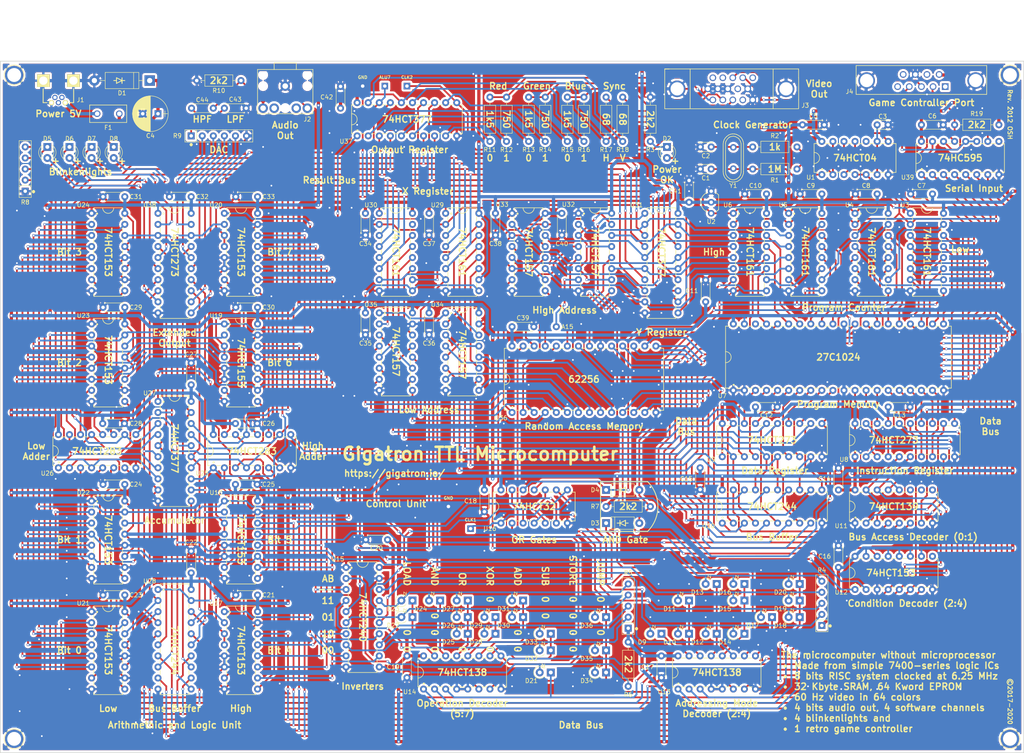
<source format=kicad_pcb>
(kicad_pcb (version 4) (host pcbnew 4.0.6)
  (layers (0 F.Cu signal) (31 B.Cu signal) (34 B.Paste user) (35 F.Paste user) (36 B.SilkS user) (37 F.SilkS user) (38 B.Mask user) (39 F.Mask user) (44 Edge.Cuts user))
  (net 0 "")
  (net 1 "Net-(C1-Pad1)")
  (net 2 "Net-(C2-Pad1)")
  (net 3 "Net-(C3-Pad1)")
  (net 4 CLK1)
  (net 5 CLK2)
  (net 6 "Net-(J1-Pad2)")
  (net 7 "Net-(J1-Pad3)")
  (net 8 "Net-(J1-Pad4)")
  (net 9 BUS0)
  (net 10 BUS1)
  (net 11 BUS2)
  (net 12 BUS3)
  (net 13 BUS4)
  (net 14 BUS5)
  (net 15 BUS6)
  (net 16 BUS7)
  (net 17 AC0)
  (net 18 AC1)
  (net 19 AC2)
  (net 20 AC3)
  (net 21 AC4)
  (net 22 AC5)
  (net 23 AC6)
  (net 24 AC7)
  (net 25 ALU3)
  (net 26 ALU2)
  (net 27 ALU1)
  (net 28 ALU0)
  (net 29 "Net-(U11-Pad9)")
  (net 30 "Net-(U12-Pad9)")
  (net 31 ~AE)
  (net 32 Y0)
  (net 33 Y1)
  (net 34 Y2)
  (net 35 Y3)
  (net 36 Y4)
  (net 37 Y5)
  (net 38 Y6)
  (net 39 /RAM/A14)
  (net 40 /RAM/A12)
  (net 41 /RAM/A7)
  (net 42 /RAM/A6)
  (net 43 /RAM/A5)
  (net 44 /RAM/A4)
  (net 45 /RAM/A3)
  (net 46 /RAM/A2)
  (net 47 /RAM/A1)
  (net 48 /RAM/A0)
  (net 49 /RAM/A10)
  (net 50 /RAM/A11)
  (net 51 /RAM/A9)
  (net 52 /RAM/A8)
  (net 53 /RAM/A13)
  (net 54 D0)
  (net 55 D1)
  (net 56 D2)
  (net 57 D3)
  (net 58 X3)
  (net 59 X2)
  (net 60 X1)
  (net 61 X0)
  (net 62 D4)
  (net 63 D5)
  (net 64 D6)
  (net 65 D7)
  (net 66 X7)
  (net 67 X6)
  (net 68 X5)
  (net 69 X4)
  (net 70 /PRG/PC3)
  (net 71 /PRG/PC2)
  (net 72 /PRG/PC1)
  (net 73 /PRG/PC0)
  (net 74 /PRG/PC7)
  (net 75 /PRG/PC6)
  (net 76 /PRG/PC5)
  (net 77 /PRG/PC4)
  (net 78 ALU4)
  (net 79 ALU5)
  (net 80 ALU6)
  (net 81 ALU7)
  (net 82 "Net-(U17-Pad7)")
  (net 83 "Net-(U17-Pad9)")
  (net 84 "Net-(U18-Pad9)")
  (net 85 ~OE)
  (net 86 IR0)
  (net 87 IR1)
  (net 88 ~DE)
  (net 89 ~IE)
  (net 90 L)
  (net 91 H)
  (net 92 IR2)
  (net 93 IR3)
  (net 94 IR4)
  (net 95 ~PL)
  (net 96 ~PH)
  (net 97 /PRG/PC11)
  (net 98 /PRG/PC10)
  (net 99 /PRG/PC9)
  (net 100 /PRG/PC8)
  (net 101 Y7)
  (net 102 /PRG/PC15)
  (net 103 /PRG/PC14)
  (net 104 /PRG/PC13)
  (net 105 /PRG/PC12)
  (net 106 ~WE)
  (net 107 IR6)
  (net 108 IR7)
  (net 109 IR5)
  (net 110 /PER/RED)
  (net 111 OUT0)
  (net 112 OUT1)
  (net 113 /PER/GREEN)
  (net 114 OUT2)
  (net 115 OUT3)
  (net 116 /PER/BLUE)
  (net 117 OUT4)
  (net 118 OUT5)
  (net 119 /CU/~J)
  (net 120 "Net-(D7-Pad2)")
  (net 121 "Net-(D6-Pad2)")
  (net 122 "Net-(D5-Pad2)")
  (net 123 /CU/INV_C_OUT)
  (net 124 EL)
  (net 125 EH)
  (net 126 /CU/INV_A_IN)
  (net 127 ~LD)
  (net 128 AR3)
  (net 129 AR2)
  (net 130 AR1)
  (net 131 AR0)
  (net 132 AL)
  (net 133 CO)
  (net 134 IX)
  (net 135 ~XL)
  (net 136 ~YL)
  (net 137 ~OL)
  (net 138 /CU/INV_B_IN)
  (net 139 /CU/INV_C_IN)
  (net 140 /CU/INV_B_OUT)
  (net 141 ~RST)
  (net 142 "Net-(D5-Pad1)")
  (net 143 "Net-(D6-Pad1)")
  (net 144 "Net-(D7-Pad1)")
  (net 145 "Net-(R1-Pad1)")
  (net 146 "Net-(U1-Pad11)")
  (net 147 /PCR/+5V)
  (net 148 "Net-(J3-Pad4)")
  (net 149 "Net-(J3-Pad9)")
  (net 150 "Net-(J3-Pad11)")
  (net 151 "Net-(J3-Pad12)")
  (net 152 "Net-(J3-Pad15)")
  (net 153 "Net-(J4-Pad1)")
  (net 154 "Net-(J4-Pad5)")
  (net 155 "Net-(J4-Pad7)")
  (net 156 "Net-(J4-Pad9)")
  (net 157 "Net-(U24-Pad7)")
  (net 158 /CU/~BF)
  (net 159 "Net-(D2-Pad1)")
  (net 160 "Net-(D8-Pad1)")
  (net 161 "Net-(D8-Pad2)")
  (net 162 "Net-(U3-Pad15)")
  (net 163 "Net-(U4-Pad15)")
  (net 164 "Net-(U5-Pad15)")
  (net 165 "Net-(U6-Pad15)")
  (net 166 "Net-(U7-Pad3)")
  (net 167 "Net-(U7-Pad4)")
  (net 168 "Net-(U7-Pad5)")
  (net 169 "Net-(U7-Pad6)")
  (net 170 "Net-(U7-Pad7)")
  (net 171 "Net-(U7-Pad8)")
  (net 172 "Net-(U7-Pad9)")
  (net 173 "Net-(U7-Pad10)")
  (net 174 "Net-(U7-Pad12)")
  (net 175 "Net-(U7-Pad13)")
  (net 176 "Net-(U7-Pad14)")
  (net 177 "Net-(U7-Pad15)")
  (net 178 "Net-(U7-Pad16)")
  (net 179 "Net-(U7-Pad17)")
  (net 180 "Net-(U7-Pad18)")
  (net 181 "Net-(U7-Pad19)")
  (net 182 "Net-(U7-Pad38)")
  (net 183 "Net-(U11-Pad10)")
  (net 184 "Net-(U11-Pad11)")
  (net 185 "Net-(U18-Pad7)")
  (net 186 "Net-(U19-Pad7)")
  (net 187 "Net-(U19-Pad9)")
  (net 188 "Net-(U20-Pad7)")
  (net 189 "Net-(U20-Pad9)")
  (net 190 "Net-(U21-Pad7)")
  (net 191 "Net-(U21-Pad9)")
  (net 192 "Net-(U22-Pad7)")
  (net 193 "Net-(U22-Pad9)")
  (net 194 "Net-(U23-Pad7)")
  (net 195 "Net-(U23-Pad9)")
  (net 196 "Net-(U24-Pad9)")
  (net 197 "Net-(U29-Pad15)")
  (net 198 "Net-(U30-Pad15)")
  (net 199 "Net-(D9-Pad1)")
  (net 200 "Net-(D10-Pad2)")
  (net 201 "Net-(D10-Pad1)")
  (net 202 "Net-(D12-Pad1)")
  (net 203 "Net-(D14-Pad1)")
  (net 204 "Net-(D17-Pad1)")
  (net 205 "Net-(D17-Pad2)")
  (net 206 "Net-(D21-Pad2)")
  (net 207 "Net-(D22-Pad1)")
  (net 208 "Net-(D22-Pad2)")
  (net 209 "Net-(D23-Pad2)")
  (net 210 "Net-(D24-Pad1)")
  (net 211 "Net-(D25-Pad1)")
  (net 212 "Net-(D25-Pad2)")
  (net 213 "Net-(D28-Pad1)")
  (net 214 "Net-(D30-Pad1)")
  (net 215 "Net-(D32-Pad1)")
  (net 216 "Net-(D32-Pad2)")
  (net 217 "Net-(U39-Pad9)")
  (net 218 "Net-(R9-Pad2)")
  (net 219 "Net-(R9-Pad3)")
  (net 220 "Net-(R9-Pad4)")
  (net 221 "Net-(R9-Pad5)")
  (net 222 "Net-(U25-Pad7)")
  (net 223 SER_DATA)
  (net 224 OUT7)
  (net 225 OUT6)
  (net 226 "Net-(J2-Pad3)")
  (net 227 "Net-(J2-Pad2)")
  (net 228 SER_PULSE)
  (net 229 SER_LATCH)
  (net 230 "Net-(A15-Pad1)")
  (net 231 "Net-(C43-Pad1)")
  (net 232 "Net-(C44-Pad1)")
  (net 233 "Net-(U1-Pad10)")
  (module LEDs:LED_D3.0mm (layer F.Cu) (at 30.48 43.18 270)
    (fp_text reference D5 (at -1.905 0 360) (layer F.SilkS))
    (fp_text value LED hide)
    (pad 1 thru_hole rect (at 0 0 270) (size 1.8 1.8) (drill 0.9) (layers *.Cu *.Mask) (net 142 "Net-(D5-Pad1)"))
    (pad 2 thru_hole circle (at 2.54 0 270) (size 1.8 1.8) (drill 0.9) (layers *.Cu *.Mask) (net 122 "Net-(D5-Pad2)"))
  )
  (module LEDs:LED_D3.0mm (layer F.Cu) (at 35.56 43.18 270)
    (fp_text reference D6 (at -1.905 0 360) (layer F.SilkS))
    (fp_text value LED hide)
    (pad 1 thru_hole rect (at 0 0 270) (size 1.8 1.8) (drill 0.9) (layers *.Cu *.Mask) (net 143 "Net-(D6-Pad1)"))
    (pad 2 thru_hole circle (at 2.54 0 270) (size 1.8 1.8) (drill 0.9) (layers *.Cu *.Mask) (net 121 "Net-(D6-Pad2)"))
  )
  (module LEDs:LED_D3.0mm (layer F.Cu) (at 40.64 43.18 270)
    (fp_text reference D7 (at -1.905 0 360) (layer F.SilkS))
    (fp_text value LED hide)
    (pad 1 thru_hole rect (at 0 0 270) (size 1.8 1.8) (drill 0.9) (layers *.Cu *.Mask) (net 144 "Net-(D7-Pad1)"))
    (pad 2 thru_hole circle (at 2.54 0 270) (size 1.8 1.8) (drill 0.9) (layers *.Cu *.Mask) (net 120 "Net-(D7-Pad2)"))
  )
  (module LEDs:LED_D3.0mm (layer F.Cu) (at 45.72 43.18 270)
    (fp_text reference D8 (at -1.905 0 360) (layer F.SilkS))
    (fp_text value LED hide)
    (pad 1 thru_hole rect (at 0 0 270) (size 1.8 1.8) (drill 0.9) (layers *.Cu *.Mask) (net 160 "Net-(D8-Pad1)"))
    (pad 2 thru_hole circle (at 2.54 0 270) (size 1.8 1.8) (drill 0.9) (layers *.Cu *.Mask) (net 161 "Net-(D8-Pad2)"))
  )
  (module Capacitors_THT:C_Disc_D3.0mm_W2.0mm_P2.50mm (layer F.Cu) (at 182.88 48.26 180)
    (fp_text reference C1 (at 1.25 -2.06 180) (layer F.SilkS))
    (fp_text value 47p hide)
    (pad 1 thru_hole circle (at 0 0 180) (size 1.6 1.6) (drill 0.8) (layers *.Cu *.Mask) (net 1 "Net-(C1-Pad1)"))
    (pad 2 thru_hole circle (at 2.5 0 180) (size 1.6 1.6) (drill 0.8) (layers *.Cu *.Mask) (net 90 L))
  )
  (module Capacitors_THT:C_Disc_D3.0mm_W2.0mm_P2.50mm (layer F.Cu) (at 182.88 43.18 180)
    (fp_text reference C2 (at 1.25 -2.06 180) (layer F.SilkS))
    (fp_text value 47p hide)
    (pad 1 thru_hole circle (at 0 0 180) (size 1.6 1.6) (drill 0.8) (layers *.Cu *.Mask) (net 2 "Net-(C2-Pad1)"))
    (pad 2 thru_hole circle (at 2.5 0 180) (size 1.6 1.6) (drill 0.8) (layers *.Cu *.Mask) (net 90 L))
  )
  (module Capacitors_THT:C_Disc_D3.0mm_W2.0mm_P2.50mm (layer F.Cu) (at 220.98 38.1)
    (fp_text reference C3 (at 1.27 -1.905 180) (layer F.SilkS))
    (fp_text value 47p hide)
    (pad 1 thru_hole circle (at 0 0) (size 1.6 1.6) (drill 0.8) (layers *.Cu *.Mask) (net 3 "Net-(C3-Pad1)"))
    (pad 2 thru_hole circle (at 2.5 0) (size 1.6 1.6) (drill 0.8) (layers *.Cu *.Mask) (net 90 L))
  )
  (module Resistors_THT:R_Axial_DIN0207_L6.3mm_D2.5mm_P10.16mm_Horizontal (layer F.Cu) (at 202.565 48.26 180)
    (fp_text reference R1 (at 5.08 -2.54 180) (layer F.SilkS))
    (fp_text value 1M hide)
    (pad 1 thru_hole circle (at 0 0 180) (size 1.6 1.6) (drill 0.8) (layers *.Cu *.Mask) (net 145 "Net-(R1-Pad1)"))
    (pad 2 thru_hole oval (at 10.16 0 180) (size 1.6 1.6) (drill 0.8) (layers *.Cu *.Mask) (net 1 "Net-(C1-Pad1)"))
  )
  (module Resistors_THT:R_Axial_DIN0207_L6.3mm_D2.5mm_P10.16mm_Horizontal (layer F.Cu) (at 192.405 43.18)
    (fp_text reference R2 (at 5.08 -2.54) (layer F.SilkS))
    (fp_text value 1k hide)
    (pad 1 thru_hole circle (at 0 0) (size 1.6 1.6) (drill 0.8) (layers *.Cu *.Mask) (net 2 "Net-(C2-Pad1)"))
    (pad 2 thru_hole oval (at 10.16 0) (size 1.6 1.6) (drill 0.8) (layers *.Cu *.Mask) (net 145 "Net-(R1-Pad1)"))
  )
  (module Crystals:Crystal_HC49-U_Vertical (layer F.Cu) (at 187.96 45.72 90)
    (fp_text reference Y1 (at -6.35 0 180) (layer F.SilkS))
    (fp_text value 6.25MHz/30pF hide)
    (pad 1 thru_hole circle (at -2.44094 0 90) (size 1.50114 1.50114) (drill 0.8001) (layers *.Cu *.Mask) (net 1 "Net-(C1-Pad1)"))
    (pad 2 thru_hole circle (at 2.44094 0 90) (size 1.50114 1.50114) (drill 0.8001) (layers *.Cu *.Mask) (net 2 "Net-(C2-Pad1)"))
  )
  (module Fuse_Holders_and_Fuses:Fuse_TE5_Littlefuse-395Series (layer F.Cu) (at 44.45 35.56 180)
    (fp_text reference F1 (at 0 -3.175 180) (layer F.SilkS))
    (fp_text value 750mA/180mΩ/60V hide)
    (pad 1 thru_hole circle (at -2.54 0 180) (size 1.50114 1.50114) (drill 1.00076) (layers *.Cu *.Mask) (net 91 H))
    (pad 2 thru_hole circle (at 2.54 0.01016 180) (size 1.50114 1.50114) (drill 1.00076) (layers *.Cu *.Mask) (net 147 /PCR/+5V))
  )
  (module Connectors:DB9MD (layer F.Cu) (at 231.14 27.94 180)
    (fp_text reference J4 (at 16.51 -2.54 180) (layer F.SilkS))
    (fp_text value DB9_MALE_MountingHoles hide)
    (pad 0 thru_hole circle (at -12.446 0 180) (size 3.81 3.81) (drill 3.048) (layers *.Cu *.Mask) (net 90 L))
    (pad 0 thru_hole circle (at 12.573 0 180) (size 3.81 3.81) (drill 3.048) (layers *.Cu *.Mask) (net 90 L))
    (pad 1 thru_hole rect (at -5.461 -1.397 180) (size 1.524 1.524) (drill 1.016) (layers *.Cu *.Mask) (net 153 "Net-(J4-Pad1)"))
    (pad 2 thru_hole circle (at -2.667 -1.397 180) (size 1.524 1.524) (drill 1.016) (layers *.Cu *.Mask) (net 223 SER_DATA))
    (pad 3 thru_hole circle (at 0 -1.397 180) (size 1.524 1.524) (drill 1.016) (layers *.Cu *.Mask) (net 229 SER_LATCH))
    (pad 4 thru_hole circle (at 2.794 -1.397 180) (size 1.524 1.524) (drill 1.016) (layers *.Cu *.Mask) (net 228 SER_PULSE))
    (pad 5 thru_hole circle (at 5.461 -1.397 180) (size 1.524 1.524) (drill 1.016) (layers *.Cu *.Mask) (net 154 "Net-(J4-Pad5)"))
    (pad 6 thru_hole circle (at -4.064 1.397 180) (size 1.524 1.524) (drill 1.016) (layers *.Cu *.Mask) (net 91 H))
    (pad 7 thru_hole circle (at -1.27 1.397 180) (size 1.524 1.524) (drill 1.016) (layers *.Cu *.Mask) (net 155 "Net-(J4-Pad7)"))
    (pad 8 thru_hole circle (at 1.397 1.397 180) (size 1.524 1.524) (drill 1.016) (layers *.Cu *.Mask) (net 90 L))
    (pad 9 thru_hole circle (at 4.191 1.397 180) (size 1.524 1.524) (drill 1.016) (layers *.Cu *.Mask) (net 156 "Net-(J4-Pad9)"))
  )
  (module LEDs:LED_D3.0mm (layer F.Cu) (at 172.72 43.18 270)
    (fp_text reference D2 (at -1.905 0 360) (layer F.SilkS))
    (fp_text value LED hide)
    (pad 1 thru_hole rect (at 0 0 270) (size 1.8 1.8) (drill 0.9) (layers *.Cu *.Mask) (net 159 "Net-(D2-Pad1)"))
    (pad 2 thru_hole circle (at 2.54 0 270) (size 1.8 1.8) (drill 0.9) (layers *.Cu *.Mask) (net 141 ~RST))
  )
  (module Diodes_THT:D_A-405_P7.62mm_Horizontal (layer F.Cu) (at 158.75 129.54)
    (fp_text reference D3 (at -2.54 0) (layer F.SilkS))
    (fp_text value 1N60P hide)
    (pad 1 thru_hole rect (at 0 0) (size 1.8 1.8) (drill 0.9) (layers *.Cu *.Mask) (net 123 /CU/INV_C_OUT))
    (pad 2 thru_hole oval (at 7.62 0) (size 1.8 1.8) (drill 0.9) (layers *.Cu *.Mask) (net 95 ~PL))
  )
  (module Diodes_THT:D_A-405_P7.62mm_Horizontal (layer F.Cu) (at 158.75 121.92)
    (fp_text reference D4 (at -2.54 0) (layer F.SilkS))
    (fp_text value 1N60P hide)
    (pad 1 thru_hole rect (at 0 0) (size 1.8 1.8) (drill 0.9) (layers *.Cu *.Mask) (net 96 ~PH))
    (pad 2 thru_hole oval (at 7.62 0) (size 1.8 1.8) (drill 0.9) (layers *.Cu *.Mask) (net 95 ~PL))
  )
  (module TO_SOT_Packages_THT:TO-92_Inline_Wide (layer F.Cu) (at 182.88 58.42 90)
    (fp_text reference U2 (at -1.905 0 360) (layer F.SilkS))
    (fp_text value MCP100-450DI hide)
    (pad 2 thru_hole circle (at 2.54 0 180) (size 1.524 1.524) (drill 0.8) (layers *.Cu *.Mask) (net 91 H))
    (pad 3 thru_hole circle (at 5.08 0 180) (size 1.524 1.524) (drill 0.8) (layers *.Cu *.Mask) (net 90 L))
    (pad 1 thru_hole circle (at 0 0 180) (size 1.524 1.524) (drill 0.8) (layers *.Cu *.Mask) (net 141 ~RST))
  )
  (module Resistors_THT:R_Axial_DIN0207_L6.3mm_D2.5mm_P10.16mm_Horizontal (layer F.Cu) (at 168.91 41.91 90)
    (fp_text reference R3 (at -1.905 0 180) (layer F.SilkS))
    (fp_text value 2.2k hide)
    (pad 1 thru_hole circle (at 0 0 90) (size 1.6 1.6) (drill 0.8) (layers *.Cu *.Mask) (net 159 "Net-(D2-Pad1)"))
    (pad 2 thru_hole oval (at 10.16 0 90) (size 1.6 1.6) (drill 0.8) (layers *.Cu *.Mask) (net 90 L))
  )
  (module Resistors_THT:R_Array_SIP5 (layer F.Cu) (at 208.28 153.035 90)
    (fp_text reference R4 (at 12.7 0 180) (layer F.SilkS))
    (fp_text value 4605X-101-222LF hide)
    (pad 1 thru_hole rect (at 0 0 90) (size 1.6 1.6) (drill 0.8) (layers *.Cu *.Mask) (net 91 H))
    (pad 2 thru_hole oval (at 2.54 0 90) (size 1.6 1.6) (drill 0.8) (layers *.Cu *.Mask) (net 200 "Net-(D10-Pad2)"))
    (pad 3 thru_hole oval (at 5.08 0 90) (size 1.6 1.6) (drill 0.8) (layers *.Cu *.Mask) (net 205 "Net-(D17-Pad2)"))
    (pad 4 thru_hole oval (at 7.62 0 90) (size 1.6 1.6) (drill 0.8) (layers *.Cu *.Mask) (net 124 EL))
    (pad 5 thru_hole oval (at 10.16 0 90) (size 1.6 1.6) (drill 0.8) (layers *.Cu *.Mask) (net 125 EH))
  )
  (module Resistors_THT:R_Array_SIP5 (layer F.Cu) (at 163.83 153.67 90)
    (fp_text reference R5 (at 12.7 0 180) (layer F.SilkS))
    (fp_text value 4605X-101-222LF hide)
    (pad 1 thru_hole rect (at 0 0 90) (size 1.6 1.6) (drill 0.8) (layers *.Cu *.Mask) (net 91 H))
    (pad 2 thru_hole oval (at 2.54 0 90) (size 1.6 1.6) (drill 0.8) (layers *.Cu *.Mask) (net 216 "Net-(D32-Pad2)"))
    (pad 3 thru_hole oval (at 5.08 0 90) (size 1.6 1.6) (drill 0.8) (layers *.Cu *.Mask) (net 212 "Net-(D25-Pad2)"))
    (pad 4 thru_hole oval (at 7.62 0 90) (size 1.6 1.6) (drill 0.8) (layers *.Cu *.Mask) (net 208 "Net-(D22-Pad2)"))
    (pad 5 thru_hole oval (at 10.16 0 90) (size 1.6 1.6) (drill 0.8) (layers *.Cu *.Mask) (net 209 "Net-(D23-Pad2)"))
  )
  (module Resistors_THT:R_Axial_DIN0207_L6.3mm_D2.5mm_P10.16mm_Horizontal (layer F.Cu) (at 163.83 156.845 270)
    (fp_text reference R6 (at 12.065 0 360) (layer F.SilkS))
    (fp_text value 2.2k hide)
    (pad 1 thru_hole circle (at 0 0 270) (size 1.6 1.6) (drill 0.8) (layers *.Cu *.Mask) (net 91 H))
    (pad 2 thru_hole oval (at 10.16 0 270) (size 1.6 1.6) (drill 0.8) (layers *.Cu *.Mask) (net 206 "Net-(D21-Pad2)"))
  )
  (module Resistors_THT:R_Axial_DIN0207_L6.3mm_D2.5mm_P10.16mm_Horizontal (layer F.Cu) (at 168.91 125.73 180)
    (fp_text reference R7 (at 12.7 0 180) (layer F.SilkS))
    (fp_text value 2.2k hide)
    (pad 1 thru_hole circle (at 0 0 180) (size 1.6 1.6) (drill 0.8) (layers *.Cu *.Mask) (net 95 ~PL))
    (pad 2 thru_hole oval (at 10.16 0 180) (size 1.6 1.6) (drill 0.8) (layers *.Cu *.Mask) (net 91 H))
  )
  (module Resistors_THT:R_Array_SIP5 (layer F.Cu) (at 25.4 53.34 90)
    (fp_text reference R8 (at -2.54 0 180) (layer F.SilkS))
    (fp_text value 4605X-101-222LF hide)
    (pad 1 thru_hole rect (at 0 0 90) (size 1.6 1.6) (drill 0.8) (layers *.Cu *.Mask) (net 90 L))
    (pad 2 thru_hole oval (at 2.54 0 90) (size 1.6 1.6) (drill 0.8) (layers *.Cu *.Mask) (net 144 "Net-(D7-Pad1)"))
    (pad 3 thru_hole oval (at 5.08 0 90) (size 1.6 1.6) (drill 0.8) (layers *.Cu *.Mask) (net 143 "Net-(D6-Pad1)"))
    (pad 4 thru_hole oval (at 7.62 0 90) (size 1.6 1.6) (drill 0.8) (layers *.Cu *.Mask) (net 142 "Net-(D5-Pad1)"))
    (pad 5 thru_hole oval (at 10.16 0 90) (size 1.6 1.6) (drill 0.8) (layers *.Cu *.Mask) (net 160 "Net-(D8-Pad1)"))
  )
  (module Resistors_THT:R_Array_SIP6 (layer F.Cu) (at 63.5 40.64)
    (fp_text reference R9 (at -3.175 0) (layer F.SilkS))
    (fp_text value R=10kΩ hide)
    (pad 1 thru_hole rect (at 0 0) (size 1.6 1.6) (drill 0.8) (layers *.Cu *.Mask) (net 231 "Net-(C43-Pad1)"))
    (pad 2 thru_hole oval (at 2.54 0) (size 1.6 1.6) (drill 0.8) (layers *.Cu *.Mask) (net 218 "Net-(R9-Pad2)"))
    (pad 3 thru_hole oval (at 5.08 0) (size 1.6 1.6) (drill 0.8) (layers *.Cu *.Mask) (net 219 "Net-(R9-Pad3)"))
    (pad 4 thru_hole oval (at 7.62 0) (size 1.6 1.6) (drill 0.8) (layers *.Cu *.Mask) (net 220 "Net-(R9-Pad4)"))
    (pad 5 thru_hole oval (at 10.16 0) (size 1.6 1.6) (drill 0.8) (layers *.Cu *.Mask) (net 221 "Net-(R9-Pad5)"))
    (pad 6 thru_hole oval (at 12.7 0) (size 1.6 1.6) (drill 0.8) (layers *.Cu *.Mask) (net 90 L))
  )
  (module Resistors_THT:R_Axial_DIN0207_L6.3mm_D2.5mm_P10.16mm_Horizontal (layer F.Cu) (at 162.56 31.75 270)
    (fp_text reference R18 (at 12.065 0 360) (layer F.SilkS))
    (fp_text value 68 hide)
    (pad 1 thru_hole circle (at 0 0 270) (size 1.6 1.6) (drill 0.8) (layers *.Cu *.Mask) (net 229 SER_LATCH))
    (pad 2 thru_hole oval (at 10.16 0 270) (size 1.6 1.6) (drill 0.8) (layers *.Cu *.Mask) (net 224 OUT7))
  )
  (module Resistors_THT:R_Axial_DIN0207_L6.3mm_D2.5mm_P10.16mm_Horizontal (layer F.Cu) (at 74.93 27.94 180)
    (fp_text reference R10 (at 5.08 -2.31 180) (layer F.SilkS))
    (fp_text value 2.2k hide)
    (pad 1 thru_hole circle (at 0 0 180) (size 1.6 1.6) (drill 0.8) (layers *.Cu *.Mask) (net 232 "Net-(C44-Pad1)"))
    (pad 2 thru_hole oval (at 10.16 0 180) (size 1.6 1.6) (drill 0.8) (layers *.Cu *.Mask) (net 90 L))
  )
  (module Resistors_THT:R_Axial_DIN0207_L6.3mm_D2.5mm_P10.16mm_Horizontal (layer F.Cu) (at 132.08 31.75 270)
    (fp_text reference R11 (at 12.065 0 360) (layer F.SilkS))
    (fp_text value 1k5 hide)
    (pad 1 thru_hole circle (at 0 0 270) (size 1.6 1.6) (drill 0.8) (layers *.Cu *.Mask) (net 110 /PER/RED))
    (pad 2 thru_hole oval (at 10.16 0 270) (size 1.6 1.6) (drill 0.8) (layers *.Cu *.Mask) (net 111 OUT0))
  )
  (module Resistors_THT:R_Axial_DIN0207_L6.3mm_D2.5mm_P10.16mm_Horizontal (layer F.Cu) (at 135.89 31.75 270)
    (fp_text reference R12 (at 12.065 0 360) (layer F.SilkS))
    (fp_text value 750 hide)
    (pad 1 thru_hole circle (at 0 0 270) (size 1.6 1.6) (drill 0.8) (layers *.Cu *.Mask) (net 110 /PER/RED))
    (pad 2 thru_hole oval (at 10.16 0 270) (size 1.6 1.6) (drill 0.8) (layers *.Cu *.Mask) (net 112 OUT1))
  )
  (module Resistors_THT:R_Axial_DIN0207_L6.3mm_D2.5mm_P10.16mm_Horizontal (layer F.Cu) (at 140.97 31.75 270)
    (fp_text reference R13 (at 12.065 0 360) (layer F.SilkS))
    (fp_text value 1k5 hide)
    (pad 1 thru_hole circle (at 0 0 270) (size 1.6 1.6) (drill 0.8) (layers *.Cu *.Mask) (net 113 /PER/GREEN))
    (pad 2 thru_hole oval (at 10.16 0 270) (size 1.6 1.6) (drill 0.8) (layers *.Cu *.Mask) (net 114 OUT2))
  )
  (module Resistors_THT:R_Axial_DIN0207_L6.3mm_D2.5mm_P10.16mm_Horizontal (layer F.Cu) (at 144.78 31.75 270)
    (fp_text reference R14 (at 12.065 0 360) (layer F.SilkS))
    (fp_text value 750 hide)
    (pad 1 thru_hole circle (at 0 0 270) (size 1.6 1.6) (drill 0.8) (layers *.Cu *.Mask) (net 113 /PER/GREEN))
    (pad 2 thru_hole oval (at 10.16 0 270) (size 1.6 1.6) (drill 0.8) (layers *.Cu *.Mask) (net 115 OUT3))
  )
  (module Resistors_THT:R_Axial_DIN0207_L6.3mm_D2.5mm_P10.16mm_Horizontal (layer F.Cu) (at 149.86 31.75 270)
    (fp_text reference R15 (at 12.065 0 360) (layer F.SilkS))
    (fp_text value 1k5 hide)
    (pad 1 thru_hole circle (at 0 0 270) (size 1.6 1.6) (drill 0.8) (layers *.Cu *.Mask) (net 116 /PER/BLUE))
    (pad 2 thru_hole oval (at 10.16 0 270) (size 1.6 1.6) (drill 0.8) (layers *.Cu *.Mask) (net 117 OUT4))
  )
  (module Resistors_THT:R_Axial_DIN0207_L6.3mm_D2.5mm_P10.16mm_Horizontal (layer F.Cu) (at 153.67 31.75 270)
    (fp_text reference R16 (at 12.065 0 360) (layer F.SilkS))
    (fp_text value 750 hide)
    (pad 1 thru_hole circle (at 0 0 270) (size 1.6 1.6) (drill 0.8) (layers *.Cu *.Mask) (net 116 /PER/BLUE))
    (pad 2 thru_hole oval (at 10.16 0 270) (size 1.6 1.6) (drill 0.8) (layers *.Cu *.Mask) (net 118 OUT5))
  )
  (module Resistors_THT:R_Axial_DIN0207_L6.3mm_D2.5mm_P10.16mm_Horizontal (layer F.Cu) (at 158.75 31.75 270)
    (fp_text reference R17 (at 12.065 0 360) (layer F.SilkS))
    (fp_text value 68 hide)
    (pad 1 thru_hole circle (at 0 0 270) (size 1.6 1.6) (drill 0.8) (layers *.Cu *.Mask) (net 228 SER_PULSE))
    (pad 2 thru_hole oval (at 10.16 0 270) (size 1.6 1.6) (drill 0.8) (layers *.Cu *.Mask) (net 225 OUT6))
  )
  (module Resistors_THT:R_Axial_DIN0207_L6.3mm_D2.5mm_P10.16mm_Horizontal (layer F.Cu) (at 248.92 38.1 180)
    (fp_text reference R19 (at 5.08 2.54 180) (layer F.SilkS))
    (fp_text value 2.2k hide)
    (pad 1 thru_hole circle (at 0 0 180) (size 1.6 1.6) (drill 0.8) (layers *.Cu *.Mask) (net 91 H))
    (pad 2 thru_hole oval (at 10.16 0 180) (size 1.6 1.6) (drill 0.8) (layers *.Cu *.Mask) (net 223 SER_DATA))
  )
  (module 54819-0519-MvK:54819-0519-MvK (layer F.Cu) (at 33.02 33.02)
    (fp_text reference J1 (at 5.08 -0.635) (layer F.SilkS))
    (fp_text value 54819-0519 hide)
    (pad 3 thru_hole oval (at 0 0 270) (size 1.2191 1.2192) (drill 0.7112) (layers F.Cu) (net 7 "Net-(J1-Pad3)"))
    (pad 5 thru_hole oval (at -1.6 0 270) (size 1.2191 1.2192) (drill 0.7112) (layers *.Cu *.Mask F.SilkS) (net 90 L))
    (pad 1 thru_hole oval (at 1.6 0 270) (size 1.2192 1.2192) (drill 0.7112) (layers *.Cu *.Mask F.SilkS) (net 147 /PCR/+5V))
    (pad 4 thru_hole oval (at -0.8 -1.2 90) (size 1.2192 1.2192) (drill 0.7112) (layers F.Cu) (net 8 "Net-(J1-Pad4)"))
    (pad 2 thru_hole oval (at 0.8 -1.2 90) (size 1.2192 1.2192) (drill 0.7112) (layers F.Cu) (net 6 "Net-(J1-Pad2)"))
    (pad S1 thru_hole rect (at -3.45 -5.05) (size 2.8956 2.8956) (drill 1.9304) (layers *.Cu *.Mask F.SilkS) (net 90 L))
    (pad S2 thru_hole rect (at 3.45 -5.05) (size 2.8956 2.8956) (drill 1.9304) (layers *.Cu *.Mask F.SilkS) (net 90 L))
  )
  (module DB15:DB15_1734344_MvK (layer F.Cu) (at 186.69 29.845 180)
    (fp_text reference J3 (at -17.78 -3.81 180) (layer F.SilkS))
    (fp_text value DB15_FEMALE_HighDensity_MountingHoles hide)
    (pad 6 thru_hole circle (at 4.58 0 180) (size 1.524 1.524) (drill 1.016) (layers *.Cu *.Mask) (net 90 L))
    (pad 7 thru_hole circle (at 2.29 0 180) (size 1.524 1.524) (drill 1.016) (layers *.Cu *.Mask) (net 90 L))
    (pad 8 thru_hole circle (at 0 0 180) (size 1.524 1.524) (drill 1.016) (layers *.Cu *.Mask) (net 90 L))
    (pad 9 thru_hole circle (at -2.29 0 180) (size 1.524 1.524) (drill 1.016) (layers *.Cu *.Mask) (net 149 "Net-(J3-Pad9)"))
    (pad 10 thru_hole circle (at -4.58 0 180) (size 1.524 1.524) (drill 1.016) (layers *.Cu *.Mask) (net 90 L))
    (pad 1 thru_hole circle (at 3.435 -2.54 180) (size 1.524 1.524) (drill 1.016) (layers *.Cu *.Mask) (net 110 /PER/RED))
    (pad 2 thru_hole circle (at 1.145 -2.54 180) (size 1.524 1.524) (drill 1.016) (layers *.Cu *.Mask) (net 113 /PER/GREEN))
    (pad 3 thru_hole circle (at -1.145 -2.54 180) (size 1.524 1.524) (drill 1.016) (layers *.Cu *.Mask) (net 116 /PER/BLUE))
    (pad 4 thru_hole circle (at -3.435 -2.54 180) (size 1.524 1.524) (drill 1.016) (layers *.Cu *.Mask) (net 148 "Net-(J3-Pad4)"))
    (pad 5 thru_hole circle (at -5.725 -2.54 180) (size 1.524 1.524) (drill 1.016) (layers *.Cu *.Mask) (net 90 L))
    (pad 11 thru_hole circle (at 3.435 2.54 180) (size 1.524 1.524) (drill 1.016) (layers *.Cu *.Mask) (net 150 "Net-(J3-Pad11)"))
    (pad 12 thru_hole circle (at 1.145 2.54 180) (size 1.524 1.524) (drill 1.016) (layers *.Cu *.Mask) (net 151 "Net-(J3-Pad12)"))
    (pad 13 thru_hole circle (at -1.145 2.54 180) (size 1.524 1.524) (drill 1.016) (layers *.Cu *.Mask) (net 228 SER_PULSE))
    (pad 14 thru_hole circle (at -3.435 2.54 180) (size 1.524 1.524) (drill 1.016) (layers *.Cu *.Mask) (net 229 SER_LATCH))
    (pad 15 thru_hole circle (at -5.725 2.54 180) (size 1.524 1.524) (drill 1.016) (layers *.Cu *.Mask) (net 152 "Net-(J3-Pad15)"))
    (pad 0 thru_hole circle (at 11.62 0 180) (size 3.81 3.81) (drill 3.048) (layers *.Cu *.Mask) (net 90 L))
    (pad 0 thru_hole circle (at -13.37 0 180) (size 3.81 3.81) (drill 3.048) (layers *.Cu *.Mask) (net 90 L))
  )
  (module Connectors:1pin (layer F.Cu) (at 22.86 26.67)
    (fp_text reference REF** hide)
    (fp_text value 1pin hide)
    (pad 1 thru_hole circle (at 0 0) (size 4.2 4.2) (drill 3.2) (layers *.Cu) (net 90 L))
  )
  (module Connectors:1pin (layer F.Cu) (at 251.46 26.67)
    (fp_text reference REF** hide)
    (fp_text value 1pin hide)
    (pad 1 thru_hole circle (at 0 0) (size 4.2 4.2) (drill 3.2) (layers *.Cu) (net 90 L))
  )
  (module Connectors:1pin (layer F.Cu) (at 251.46 179.07)
    (fp_text reference REF** hide)
    (fp_text value 1pin hide)
    (pad 1 thru_hole circle (at 0 0) (size 4.2 4.2) (drill 3.2) (layers *.Cu) (net 90 L))
  )
  (module Connectors:1pin (layer F.Cu) (at 22.86 179.07)
    (fp_text reference REF** hide)
    (fp_text value 1pin hide)
    (pad 1 thru_hole circle (at 0 0) (size 4.2 4.2) (drill 3.2) (layers *.Cu) (net 90 L))
  )
  (module Measurement_Points:Measurement_Point_Square-TH_Small (layer F.Cu) (at 107.95 29.21)
    (fp_text reference ALU7 (at 0 -2) (layer F.SilkS) (effects (font (size 0.7 0.7))))
    (fp_text value Measurement_Point_Square-TH_Small hide)
    (pad 1 thru_hole rect (at 0 0) (size 1.5 1.5) (drill 0.8) (layers *.Cu *.Mask) (net 81 ALU7))
  )
  (module Measurement_Points:Measurement_Point_Square-TH_Small (layer F.Cu) (at 113.03 29.21)
    (fp_text reference CLK2 (at 0 -2) (layer F.SilkS) (effects (font (size 0.7 0.7))))
    (fp_text value Measurement_Point_Square-TH_Small hide)
    (pad 1 thru_hole rect (at 0 0) (size 1.5 1.5) (drill 0.8) (layers *.Cu *.Mask) (net 5 CLK2))
  )
  (module Measurement_Points:Measurement_Point_Square-TH_Small (layer F.Cu) (at 102.87 29.21)
    (fp_text reference GND (at 0 -2) (layer F.SilkS) (effects (font (size 0.7 0.7))))
    (fp_text value Measurement_Point_Square-TH_Small hide)
    (pad 1 thru_hole rect (at 0 0) (size 1.5 1.5) (drill 0.8) (layers *.Cu *.Mask) (net 90 L))
  )
  (module Measurement_Points:Measurement_Point_Square-TH_Small (layer F.Cu) (at 127.635 130.81)
    (fp_text reference CLK1 (at 0 -2) (layer F.SilkS) (effects (font (size 0.7 0.7))))
    (fp_text value Measurement_Point_Square-TH_Small hide)
    (pad 1 thru_hole rect (at 0 0) (size 1.5 1.5) (drill 0.8) (layers *.Cu *.Mask) (net 4 CLK1))
  )
  (module Measurement_Points:Measurement_Point_Square-TH_Small (layer F.Cu) (at 122.555 125.73)
    (fp_text reference GND (at 0 -1.905) (layer F.SilkS) (effects (font (size 0.7 0.7))))
    (fp_text value Measurement_Point_Square-TH_Small hide)
    (pad 1 thru_hole rect (at 0 0) (size 1.5 1.5) (drill 0.8) (layers *.Cu *.Mask) (net 90 L))
  )
  (module Kicad:Breakout-1x1-MvK (layer F.Cu) (at 147.32 84.455)
    (fp_text reference A15 (at 2.54 0) (layer F.SilkS))
    (fp_text value A15 hide)
    (pad 1 thru_hole circle (at 0 0) (size 1.6 1.6) (drill 0.8) (layers *.Cu *.Mask) (net 230 "Net-(A15-Pad1)"))
  )
  (module Capacitors_THT:C_Disc_D4.3mm_W1.9mm_P5.00mm (layer F.Cu) (at 233.68 53.975 180)
    (fp_text reference C7 (at 2.54 1.905 180) (layer F.SilkS))
    (fp_text value .1µ hide)
    (pad 1 thru_hole circle (at 0 0 180) (size 1.6 1.6) (drill 0.8) (layers *.Cu *.Mask) (net 91 H))
    (pad 2 thru_hole circle (at 5 0 180) (size 1.6 1.6) (drill 0.8) (layers *.Cu *.Mask) (net 90 L))
  )
  (module Capacitors_THT:C_Disc_D4.3mm_W1.9mm_P5.00mm (layer F.Cu) (at 220.98 53.975 180)
    (fp_text reference C8 (at 2.54 1.905 180) (layer F.SilkS))
    (fp_text value .1µ hide)
    (pad 1 thru_hole circle (at 0 0 180) (size 1.6 1.6) (drill 0.8) (layers *.Cu *.Mask) (net 91 H))
    (pad 2 thru_hole circle (at 5 0 180) (size 1.6 1.6) (drill 0.8) (layers *.Cu *.Mask) (net 90 L))
  )
  (module Capacitors_THT:C_Disc_D4.3mm_W1.9mm_P5.00mm (layer F.Cu) (at 208.28 53.975 180)
    (fp_text reference C9 (at 2.54 1.905 180) (layer F.SilkS))
    (fp_text value .1µ hide)
    (pad 1 thru_hole circle (at 0 0 180) (size 1.6 1.6) (drill 0.8) (layers *.Cu *.Mask) (net 91 H))
    (pad 2 thru_hole circle (at 5 0 180) (size 1.6 1.6) (drill 0.8) (layers *.Cu *.Mask) (net 90 L))
  )
  (module Capacitors_THT:C_Disc_D4.3mm_W1.9mm_P5.00mm (layer F.Cu) (at 195.58 53.975 180)
    (fp_text reference C10 (at 2.54 1.905 180) (layer F.SilkS))
    (fp_text value .1µ hide)
    (pad 1 thru_hole circle (at 0 0 180) (size 1.6 1.6) (drill 0.8) (layers *.Cu *.Mask) (net 91 H))
    (pad 2 thru_hole circle (at 5 0 180) (size 1.6 1.6) (drill 0.8) (layers *.Cu *.Mask) (net 90 L))
  )
  (module Capacitors_THT:C_Disc_D4.3mm_W1.9mm_P5.00mm (layer F.Cu) (at 181.61 78.74 90)
    (fp_text reference C11 (at 2.54 -3.175 180) (layer F.SilkS))
    (fp_text value .1µ hide)
    (pad 1 thru_hole circle (at 0 0 90) (size 1.6 1.6) (drill 0.8) (layers *.Cu *.Mask) (net 91 H))
    (pad 2 thru_hole circle (at 5 0 90) (size 1.6 1.6) (drill 0.8) (layers *.Cu *.Mask) (net 90 L))
  )
  (module Capacitors_THT:C_Disc_D4.3mm_W1.9mm_P5.00mm (layer F.Cu) (at 193.04 102.87)
    (fp_text reference C12 (at 2.54 1.905) (layer F.SilkS))
    (fp_text value .1µ hide)
    (pad 1 thru_hole circle (at 0 0) (size 1.6 1.6) (drill 0.8) (layers *.Cu *.Mask) (net 91 H))
    (pad 2 thru_hole circle (at 5 0) (size 1.6 1.6) (drill 0.8) (layers *.Cu *.Mask) (net 90 L))
  )
  (module Capacitors_THT:C_Disc_D4.3mm_W1.9mm_P5.00mm (layer F.Cu) (at 223.52 102.87)
    (fp_text reference C13 (at 2.54 1.905) (layer F.SilkS))
    (fp_text value .1µ hide)
    (pad 1 thru_hole circle (at 0 0) (size 1.6 1.6) (drill 0.8) (layers *.Cu *.Mask) (net 91 H))
    (pad 2 thru_hole circle (at 5 0) (size 1.6 1.6) (drill 0.8) (layers *.Cu *.Mask) (net 90 L))
  )
  (module Capacitors_THT:C_Disc_D4.3mm_W1.9mm_P5.00mm (layer F.Cu) (at 212.09 121.92 90)
    (fp_text reference C14 (at 2.54 -3.175 180) (layer F.SilkS))
    (fp_text value .1µ hide)
    (pad 1 thru_hole circle (at 0 0 90) (size 1.6 1.6) (drill 0.8) (layers *.Cu *.Mask) (net 91 H))
    (pad 2 thru_hole circle (at 5 0 90) (size 1.6 1.6) (drill 0.8) (layers *.Cu *.Mask) (net 90 L))
  )
  (module Capacitors_THT:C_Disc_D4.3mm_W1.9mm_P5.00mm (layer F.Cu) (at 180.34 116.84 270)
    (fp_text reference C15 (at 2.54 3.175 360) (layer F.SilkS))
    (fp_text value .1µ hide)
    (pad 1 thru_hole circle (at 0 0 270) (size 1.6 1.6) (drill 0.8) (layers *.Cu *.Mask) (net 91 H))
    (pad 2 thru_hole circle (at 5 0 270) (size 1.6 1.6) (drill 0.8) (layers *.Cu *.Mask) (net 90 L))
  )
  (module Capacitors_THT:C_Disc_D4.3mm_W1.9mm_P5.00mm (layer F.Cu) (at 212.09 139.7 90)
    (fp_text reference C16 (at 2.54 -3.175 180) (layer F.SilkS))
    (fp_text value .1µ hide)
    (pad 1 thru_hole circle (at 0 0 90) (size 1.6 1.6) (drill 0.8) (layers *.Cu *.Mask) (net 91 H))
    (pad 2 thru_hole circle (at 5 0 90) (size 1.6 1.6) (drill 0.8) (layers *.Cu *.Mask) (net 90 L))
  )
  (module Capacitors_THT:C_Disc_D4.3mm_W1.9mm_P5.00mm (layer F.Cu) (at 171.45 160.02 270)
    (fp_text reference C17 (at 2.54 3.175 360) (layer F.SilkS))
    (fp_text value .1µ hide)
    (pad 1 thru_hole circle (at 0 0 270) (size 1.6 1.6) (drill 0.8) (layers *.Cu *.Mask) (net 91 H))
    (pad 2 thru_hole circle (at 5 0 270) (size 1.6 1.6) (drill 0.8) (layers *.Cu *.Mask) (net 90 L))
  )
  (module Capacitors_THT:C_Disc_D4.3mm_W1.9mm_P5.00mm (layer F.Cu) (at 130.81 121.92 270)
    (fp_text reference C18 (at 2.54 3.175 360) (layer F.SilkS))
    (fp_text value .1µ hide)
    (pad 1 thru_hole circle (at 0 0 270) (size 1.6 1.6) (drill 0.8) (layers *.Cu *.Mask) (net 91 H))
    (pad 2 thru_hole circle (at 5 0 270) (size 1.6 1.6) (drill 0.8) (layers *.Cu *.Mask) (net 90 L))
  )
  (module Capacitors_THT:C_Disc_D4.3mm_W1.9mm_P5.00mm (layer F.Cu) (at 113.03 160.02 270)
    (fp_text reference C19 (at 2.54 3.175 360) (layer F.SilkS))
    (fp_text value .1µ hide)
    (pad 1 thru_hole circle (at 0 0 270) (size 1.6 1.6) (drill 0.8) (layers *.Cu *.Mask) (net 91 H))
    (pad 2 thru_hole circle (at 5 0 270) (size 1.6 1.6) (drill 0.8) (layers *.Cu *.Mask) (net 90 L))
  )
  (module Capacitors_THT:C_Disc_D4.3mm_W1.9mm_P5.00mm (layer F.Cu) (at 108.585 133.35 180)
    (fp_text reference C20 (at 2.54 -1.905 180) (layer F.SilkS))
    (fp_text value .1µ hide)
    (pad 1 thru_hole circle (at 0 0 180) (size 1.6 1.6) (drill 0.8) (layers *.Cu *.Mask) (net 91 H))
    (pad 2 thru_hole circle (at 5 0 180) (size 1.6 1.6) (drill 0.8) (layers *.Cu *.Mask) (net 90 L))
  )
  (module Capacitors_THT:C_Disc_D4.3mm_W1.9mm_P5.00mm (layer F.Cu) (at 78.74 146.05 180)
    (fp_text reference C21 (at -2.54 0 180) (layer F.SilkS))
    (fp_text value .1µ hide)
    (pad 1 thru_hole circle (at 0 0 180) (size 1.6 1.6) (drill 0.8) (layers *.Cu *.Mask) (net 91 H))
    (pad 2 thru_hole circle (at 5 0 180) (size 1.6 1.6) (drill 0.8) (layers *.Cu *.Mask) (net 90 L))
  )
  (module Capacitors_THT:C_Disc_D4.3mm_W1.9mm_P5.00mm (layer F.Cu) (at 63.5 140.97 90)
    (fp_text reference C22 (at 6.985 0 180) (layer F.SilkS))
    (fp_text value .1µ hide)
    (pad 1 thru_hole circle (at 0 0 90) (size 1.6 1.6) (drill 0.8) (layers *.Cu *.Mask) (net 91 H))
    (pad 2 thru_hole circle (at 5 0 90) (size 1.6 1.6) (drill 0.8) (layers *.Cu *.Mask) (net 90 L))
  )
  (module Capacitors_THT:C_Disc_D4.3mm_W1.9mm_P5.00mm (layer F.Cu) (at 48.26 146.05 180)
    (fp_text reference C23 (at -2.54 0 180) (layer F.SilkS))
    (fp_text value .1µ hide)
    (pad 1 thru_hole circle (at 0 0 180) (size 1.6 1.6) (drill 0.8) (layers *.Cu *.Mask) (net 91 H))
    (pad 2 thru_hole circle (at 5 0 180) (size 1.6 1.6) (drill 0.8) (layers *.Cu *.Mask) (net 90 L))
  )
  (module Capacitors_THT:C_Disc_D4.3mm_W1.9mm_P5.00mm (layer F.Cu) (at 48.26 120.65 180)
    (fp_text reference C24 (at -2.54 0 180) (layer F.SilkS))
    (fp_text value .1µ hide)
    (pad 1 thru_hole circle (at 0 0 180) (size 1.6 1.6) (drill 0.8) (layers *.Cu *.Mask) (net 91 H))
    (pad 2 thru_hole circle (at 5 0 180) (size 1.6 1.6) (drill 0.8) (layers *.Cu *.Mask) (net 90 L))
  )
  (module Capacitors_THT:C_Disc_D4.3mm_W1.9mm_P5.00mm (layer F.Cu) (at 73.66 120.65)
    (fp_text reference C25 (at 7.62 0) (layer F.SilkS))
    (fp_text value .1µ hide)
    (pad 1 thru_hole circle (at 0 0) (size 1.6 1.6) (drill 0.8) (layers *.Cu *.Mask) (net 91 H))
    (pad 2 thru_hole circle (at 5 0) (size 1.6 1.6) (drill 0.8) (layers *.Cu *.Mask) (net 90 L))
  )
  (module Capacitors_THT:C_Disc_D4.3mm_W1.9mm_P5.00mm (layer F.Cu) (at 73.66 106.68)
    (fp_text reference C26 (at 7.62 0) (layer F.SilkS))
    (fp_text value .1µ hide)
    (pad 1 thru_hole circle (at 0 0) (size 1.6 1.6) (drill 0.8) (layers *.Cu *.Mask) (net 91 H))
    (pad 2 thru_hole circle (at 5 0) (size 1.6 1.6) (drill 0.8) (layers *.Cu *.Mask) (net 90 L))
  )
  (module Capacitors_THT:C_Disc_D4.3mm_W1.9mm_P5.00mm (layer F.Cu) (at 63.5 97.79 90)
    (fp_text reference C27 (at 6.985 0 180) (layer F.SilkS))
    (fp_text value .1µ hide)
    (pad 1 thru_hole circle (at 0 0 90) (size 1.6 1.6) (drill 0.8) (layers *.Cu *.Mask) (net 91 H))
    (pad 2 thru_hole circle (at 5 0 90) (size 1.6 1.6) (drill 0.8) (layers *.Cu *.Mask) (net 90 L))
  )
  (module Capacitors_THT:C_Disc_D4.3mm_W1.9mm_P5.00mm (layer F.Cu) (at 43.18 106.68)
    (fp_text reference C28 (at 7.62 0) (layer F.SilkS))
    (fp_text value .1µ hide)
    (pad 1 thru_hole circle (at 0 0) (size 1.6 1.6) (drill 0.8) (layers *.Cu *.Mask) (net 91 H))
    (pad 2 thru_hole circle (at 5 0) (size 1.6 1.6) (drill 0.8) (layers *.Cu *.Mask) (net 90 L))
  )
  (module Capacitors_THT:C_Disc_D4.3mm_W1.9mm_P5.00mm (layer F.Cu) (at 48.26 80.01 180)
    (fp_text reference C29 (at -2.54 0 180) (layer F.SilkS))
    (fp_text value .1µ hide)
    (pad 1 thru_hole circle (at 0 0 180) (size 1.6 1.6) (drill 0.8) (layers *.Cu *.Mask) (net 91 H))
    (pad 2 thru_hole circle (at 5 0 180) (size 1.6 1.6) (drill 0.8) (layers *.Cu *.Mask) (net 90 L))
  )
  (module Capacitors_THT:C_Disc_D4.3mm_W1.9mm_P5.00mm (layer F.Cu) (at 78.74 80.01 180)
    (fp_text reference C30 (at -2.54 0 180) (layer F.SilkS))
    (fp_text value .1µ hide)
    (pad 1 thru_hole circle (at 0 0 180) (size 1.6 1.6) (drill 0.8) (layers *.Cu *.Mask) (net 91 H))
    (pad 2 thru_hole circle (at 5 0 180) (size 1.6 1.6) (drill 0.8) (layers *.Cu *.Mask) (net 90 L))
  )
  (module Capacitors_THT:C_Disc_D4.3mm_W1.9mm_P5.00mm (layer F.Cu) (at 48.26 54.61 180)
    (fp_text reference C31 (at -2.54 0 180) (layer F.SilkS))
    (fp_text value .1µ hide)
    (pad 1 thru_hole circle (at 0 0 180) (size 1.6 1.6) (drill 0.8) (layers *.Cu *.Mask) (net 91 H))
    (pad 2 thru_hole circle (at 5 0 180) (size 1.6 1.6) (drill 0.8) (layers *.Cu *.Mask) (net 90 L))
  )
  (module Capacitors_THT:C_Disc_D4.3mm_W1.9mm_P5.00mm (layer F.Cu) (at 63.5 54.61 180)
    (fp_text reference C32 (at -2.54 0 180) (layer F.SilkS))
    (fp_text value .1µ hide)
    (pad 1 thru_hole circle (at 0 0 180) (size 1.6 1.6) (drill 0.8) (layers *.Cu *.Mask) (net 91 H))
    (pad 2 thru_hole circle (at 5 0 180) (size 1.6 1.6) (drill 0.8) (layers *.Cu *.Mask) (net 90 L))
  )
  (module Capacitors_THT:C_Disc_D4.3mm_W1.9mm_P5.00mm (layer F.Cu) (at 78.74 54.61 180)
    (fp_text reference C33 (at -2.54 0 180) (layer F.SilkS))
    (fp_text value .1µ hide)
    (pad 1 thru_hole circle (at 0 0 180) (size 1.6 1.6) (drill 0.8) (layers *.Cu *.Mask) (net 91 H))
    (pad 2 thru_hole circle (at 5 0 180) (size 1.6 1.6) (drill 0.8) (layers *.Cu *.Mask) (net 90 L))
  )
  (module Capacitors_THT:C_Disc_D4.3mm_W1.9mm_P5.00mm (layer F.Cu) (at 103.505 58.42 270)
    (fp_text reference C34 (at 6.985 0 360) (layer F.SilkS))
    (fp_text value .1µ hide)
    (pad 1 thru_hole circle (at 0 0 270) (size 1.6 1.6) (drill 0.8) (layers *.Cu *.Mask) (net 91 H))
    (pad 2 thru_hole circle (at 5 0 270) (size 1.6 1.6) (drill 0.8) (layers *.Cu *.Mask) (net 90 L))
  )
  (module Capacitors_THT:C_Disc_D4.3mm_W1.9mm_P5.00mm (layer F.Cu) (at 103.505 81.28 270)
    (fp_text reference C35 (at 6.985 0 360) (layer F.SilkS))
    (fp_text value .1µ hide)
    (pad 1 thru_hole circle (at 0 0 270) (size 1.6 1.6) (drill 0.8) (layers *.Cu *.Mask) (net 91 H))
    (pad 2 thru_hole circle (at 5 0 270) (size 1.6 1.6) (drill 0.8) (layers *.Cu *.Mask) (net 90 L))
  )
  (module Capacitors_THT:C_Disc_D4.3mm_W1.9mm_P5.00mm (layer F.Cu) (at 118.11 81.28 270)
    (fp_text reference C36 (at 6.985 0 360) (layer F.SilkS))
    (fp_text value .1µ hide)
    (pad 1 thru_hole circle (at 0 0 270) (size 1.6 1.6) (drill 0.8) (layers *.Cu *.Mask) (net 91 H))
    (pad 2 thru_hole circle (at 5 0 270) (size 1.6 1.6) (drill 0.8) (layers *.Cu *.Mask) (net 90 L))
  )
  (module Capacitors_THT:C_Disc_D4.3mm_W1.9mm_P5.00mm (layer F.Cu) (at 118.11 58.42 270)
    (fp_text reference C37 (at 6.985 0 360) (layer F.SilkS))
    (fp_text value .1µ hide)
    (pad 1 thru_hole circle (at 0 0 270) (size 1.6 1.6) (drill 0.8) (layers *.Cu *.Mask) (net 91 H))
    (pad 2 thru_hole circle (at 5 0 270) (size 1.6 1.6) (drill 0.8) (layers *.Cu *.Mask) (net 90 L))
  )
  (module Capacitors_THT:C_Disc_D4.3mm_W1.9mm_P5.00mm (layer F.Cu) (at 133.35 58.42 270)
    (fp_text reference C38 (at 6.985 0 360) (layer F.SilkS))
    (fp_text value .1µ hide)
    (pad 1 thru_hole circle (at 0 0 270) (size 1.6 1.6) (drill 0.8) (layers *.Cu *.Mask) (net 91 H))
    (pad 2 thru_hole circle (at 5 0 270) (size 1.6 1.6) (drill 0.8) (layers *.Cu *.Mask) (net 90 L))
  )
  (module Capacitors_THT:C_Disc_D4.3mm_W1.9mm_P5.00mm (layer F.Cu) (at 137.16 84.455)
    (fp_text reference C39 (at 2.5 -2.01) (layer F.SilkS))
    (fp_text value .1µ hide)
    (pad 1 thru_hole circle (at 0 0) (size 1.6 1.6) (drill 0.8) (layers *.Cu *.Mask) (net 91 H))
    (pad 2 thru_hole circle (at 5 0) (size 1.6 1.6) (drill 0.8) (layers *.Cu *.Mask) (net 90 L))
  )
  (module Capacitors_THT:C_Disc_D4.3mm_W1.9mm_P5.00mm (layer F.Cu) (at 148.59 58.42 270)
    (fp_text reference C40 (at 6.985 0 360) (layer F.SilkS))
    (fp_text value .1µ hide)
    (pad 1 thru_hole circle (at 0 0 270) (size 1.6 1.6) (drill 0.8) (layers *.Cu *.Mask) (net 91 H))
    (pad 2 thru_hole circle (at 5 0 270) (size 1.6 1.6) (drill 0.8) (layers *.Cu *.Mask) (net 90 L))
  )
  (module Capacitors_THT:C_Disc_D4.3mm_W1.9mm_P5.00mm (layer F.Cu) (at 177.8 55.88 90)
    (fp_text reference C41 (at 2.54 -3.175 180) (layer F.SilkS))
    (fp_text value .1µ hide)
    (pad 1 thru_hole circle (at 0 0 90) (size 1.6 1.6) (drill 0.8) (layers *.Cu *.Mask) (net 91 H))
    (pad 2 thru_hole circle (at 5 0 90) (size 1.6 1.6) (drill 0.8) (layers *.Cu *.Mask) (net 90 L))
  )
  (module Capacitors_THT:C_Disc_D4.3mm_W1.9mm_P5.00mm (layer F.Cu) (at 97.79 34.29 90)
    (fp_text reference C42 (at 2.54 -3.175 180) (layer F.SilkS))
    (fp_text value .1µ hide)
    (pad 1 thru_hole circle (at 0 0 90) (size 1.6 1.6) (drill 0.8) (layers *.Cu *.Mask) (net 91 H))
    (pad 2 thru_hole circle (at 5 0 90) (size 1.6 1.6) (drill 0.8) (layers *.Cu *.Mask) (net 90 L))
  )
  (module Capacitors_THT:C_Disc_D4.3mm_W1.9mm_P5.00mm (layer F.Cu) (at 71.12 34.29)
    (fp_text reference C43 (at 2.5 -2.01) (layer F.SilkS))
    (fp_text value 0.1µ hide)
    (pad 1 thru_hole circle (at 0 0) (size 1.6 1.6) (drill 0.8) (layers *.Cu *.Mask) (net 231 "Net-(C43-Pad1)"))
    (pad 2 thru_hole circle (at 5 0) (size 1.6 1.6) (drill 0.8) (layers *.Cu *.Mask) (net 90 L))
  )
  (module Capacitors_THT:C_Disc_D4.3mm_W1.9mm_P5.00mm (layer F.Cu) (at 68.58 34.29 180)
    (fp_text reference C44 (at 2.54 1.905 180) (layer F.SilkS))
    (fp_text value 0.1µ hide)
    (pad 1 thru_hole circle (at 0 0 180) (size 1.6 1.6) (drill 0.8) (layers *.Cu *.Mask) (net 232 "Net-(C44-Pad1)"))
    (pad 2 thru_hole circle (at 5 0 180) (size 1.6 1.6) (drill 0.8) (layers *.Cu *.Mask) (net 231 "Net-(C43-Pad1)"))
  )
  (module Capacitors_THT:C_Disc_D4.3mm_W1.9mm_P5.00mm (layer F.Cu) (at 231.14 38.1)
    (fp_text reference C6 (at 2.5 -2.01) (layer F.SilkS))
    (fp_text value .1µ hide)
    (pad 1 thru_hole circle (at 0 0) (size 1.6 1.6) (drill 0.8) (layers *.Cu *.Mask) (net 91 H))
    (pad 2 thru_hole circle (at 5 0) (size 1.6 1.6) (drill 0.8) (layers *.Cu *.Mask) (net 90 L))
  )
  (module Capacitors_THT:CP_Radial_D8.0mm_P3.50mm (layer F.Cu) (at 55.88 35.56 180)
    (fp_text reference C4 (at 1.75 -5.06 180) (layer F.SilkS))
    (fp_text value 220µ hide)
    (pad 1 thru_hole rect (at 0 0 180) (size 1.6 1.6) (drill 0.8) (layers *.Cu *.Mask) (net 91 H))
    (pad 2 thru_hole circle (at 3.5 0 180) (size 1.6 1.6) (drill 0.8) (layers *.Cu *.Mask) (net 90 L))
  )
  (module Capacitors_THT:C_Disc_D4.3mm_W1.9mm_P5.00mm (layer F.Cu) (at 203.835 38.1)
    (fp_text reference C5 (at 2.5 -2.01) (layer F.SilkS))
    (fp_text value .1µ hide)
    (pad 1 thru_hole circle (at 0 0) (size 1.6 1.6) (drill 0.8) (layers *.Cu *.Mask) (net 91 H))
    (pad 2 thru_hole circle (at 5 0) (size 1.6 1.6) (drill 0.8) (layers *.Cu *.Mask) (net 90 L))
  )
  (module Kicad:SJ1-3523N-MvK (layer F.Cu) (at 82.55 29.21 270)
    (fp_text reference J2 hide)
    (fp_text value CONN-JACK-STEREO-R/A-3PIN-3.5MM hide)
    (fp_text user %R (at 7.62 -7.62 360) (layer F.SilkS))
    (pad 4 thru_hole circle (at 5.08 -7.62 270) (size 2.1844 2.1844) (drill 1.2954) (layers *.Cu *.Mask) (net 232 "Net-(C44-Pad1)"))
    (pad 3 thru_hole circle (at 5.08 -5.08 270) (size 2.1844 2.1844) (drill 1.2954) (layers *.Cu *.Mask) (net 226 "Net-(J2-Pad3)"))
    (pad "" np_thru_hole circle (at 5.08 -2.54 270) (size 1.2954 1.2954) (drill 1.2954) (layers *.Cu))
    (pad 2 thru_hole circle (at 5.08 0 270) (size 2.1844 2.1844) (drill 1.2954) (layers *.Cu *.Mask) (net 227 "Net-(J2-Pad2)"))
    (pad 1 thru_hole circle (at 5.08 2.54 270) (size 2.1844 2.1844) (drill 1.2954) (layers *.Cu *.Mask) (net 232 "Net-(C44-Pad1)"))
    (pad 5 thru_hole circle (at 0 -2.54 270) (size 2.1844 2.1844) (drill 1.2954) (layers *.Cu *.Mask) (net 90 L))
    (pad "" np_thru_hole circle (at 0 -7.62 270) (size 1.2954 1.2954) (drill 1.2954) (layers *.Cu))
    (pad "" np_thru_hole circle (at -2.54 -7.62 270) (size 1.2954 1.2954) (drill 1.2954) (layers *.Cu))
    (pad "" np_thru_hole circle (at 0 2.54 270) (size 1.2954 1.2954) (drill 1.2954) (layers *.Cu))
    (pad "" np_thru_hole circle (at -2.54 2.54 270) (size 1.2954 1.2954) (drill 1.2954) (layers *.Cu))
  )
  (module Kicad:DIP-16-MvK (layer F.Cu) (at 71.12 149.86)
    (fp_text reference U17 (at -1.905 -1.905) (layer F.SilkS))
    (fp_text value 74HCT153 hide)
    (fp_text user • (at 1.27 0) (layer F.SilkS))
    (pad 1 thru_hole oval (at 0 0) (size 1.6 1.6) (drill 0.8) (layers *.Cu *.Mask) (net 132 AL))
    (pad 2 thru_hole oval (at 0 2.54) (size 1.6 1.6) (drill 0.8) (layers *.Cu *.Mask) (net 21 AC4))
    (pad 3 thru_hole oval (at 0 5.08) (size 1.6 1.6) (drill 0.8) (layers *.Cu *.Mask) (net 91 H))
    (pad 4 thru_hole oval (at 0 7.62) (size 1.6 1.6) (drill 0.8) (layers *.Cu *.Mask) (net 91 H))
    (pad 5 thru_hole oval (at 0 10.16) (size 1.6 1.6) (drill 0.8) (layers *.Cu *.Mask) (net 90 L))
    (pad 6 thru_hole oval (at 0 12.7) (size 1.6 1.6) (drill 0.8) (layers *.Cu *.Mask) (net 90 L))
    (pad 7 thru_hole oval (at 0 15.24) (size 1.6 1.6) (drill 0.8) (layers *.Cu *.Mask) (net 82 "Net-(U17-Pad7)"))
    (pad 8 thru_hole oval (at 0 17.78) (size 1.6 1.6) (drill 0.8) (layers *.Cu *.Mask) (net 90 L))
    (pad 9 thru_hole oval (at 7.62 17.78) (size 1.6 1.6) (drill 0.8) (layers *.Cu *.Mask) (net 83 "Net-(U17-Pad9)"))
    (pad 10 thru_hole oval (at 7.62 15.24) (size 1.6 1.6) (drill 0.8) (layers *.Cu *.Mask) (net 131 AR0))
    (pad 11 thru_hole oval (at 7.62 12.7) (size 1.6 1.6) (drill 0.8) (layers *.Cu *.Mask) (net 129 AR2))
    (pad 12 thru_hole oval (at 7.62 10.16) (size 1.6 1.6) (drill 0.8) (layers *.Cu *.Mask) (net 130 AR1))
    (pad 13 thru_hole oval (at 7.62 7.62) (size 1.6 1.6) (drill 0.8) (layers *.Cu *.Mask) (net 128 AR3))
    (pad 14 thru_hole oval (at 7.62 5.08) (size 1.6 1.6) (drill 0.8) (layers *.Cu *.Mask) (net 13 BUS4))
    (pad 15 thru_hole oval (at 7.62 2.54) (size 1.6 1.6) (drill 0.8) (layers *.Cu *.Mask) (net 90 L))
    (pad 16 thru_hole oval (at 7.62 0) (size 1.6 1.6) (drill 0.8) (layers *.Cu *.Mask) (net 91 H))
  )
  (module Kicad:DIP-16-MvK (layer F.Cu) (at 71.12 124.46)
    (fp_text reference U18 (at -1.905 -1.905) (layer F.SilkS))
    (fp_text value 74HCT153 hide)
    (fp_text user • (at 1.27 0) (layer F.SilkS))
    (pad 1 thru_hole oval (at 0 0) (size 1.6 1.6) (drill 0.8) (layers *.Cu *.Mask) (net 132 AL))
    (pad 2 thru_hole oval (at 0 2.54) (size 1.6 1.6) (drill 0.8) (layers *.Cu *.Mask) (net 22 AC5))
    (pad 3 thru_hole oval (at 0 5.08) (size 1.6 1.6) (drill 0.8) (layers *.Cu *.Mask) (net 91 H))
    (pad 4 thru_hole oval (at 0 7.62) (size 1.6 1.6) (drill 0.8) (layers *.Cu *.Mask) (net 91 H))
    (pad 5 thru_hole oval (at 0 10.16) (size 1.6 1.6) (drill 0.8) (layers *.Cu *.Mask) (net 90 L))
    (pad 6 thru_hole oval (at 0 12.7) (size 1.6 1.6) (drill 0.8) (layers *.Cu *.Mask) (net 90 L))
    (pad 7 thru_hole oval (at 0 15.24) (size 1.6 1.6) (drill 0.8) (layers *.Cu *.Mask) (net 185 "Net-(U18-Pad7)"))
    (pad 8 thru_hole oval (at 0 17.78) (size 1.6 1.6) (drill 0.8) (layers *.Cu *.Mask) (net 90 L))
    (pad 9 thru_hole oval (at 7.62 17.78) (size 1.6 1.6) (drill 0.8) (layers *.Cu *.Mask) (net 84 "Net-(U18-Pad9)"))
    (pad 10 thru_hole oval (at 7.62 15.24) (size 1.6 1.6) (drill 0.8) (layers *.Cu *.Mask) (net 131 AR0))
    (pad 11 thru_hole oval (at 7.62 12.7) (size 1.6 1.6) (drill 0.8) (layers *.Cu *.Mask) (net 129 AR2))
    (pad 12 thru_hole oval (at 7.62 10.16) (size 1.6 1.6) (drill 0.8) (layers *.Cu *.Mask) (net 130 AR1))
    (pad 13 thru_hole oval (at 7.62 7.62) (size 1.6 1.6) (drill 0.8) (layers *.Cu *.Mask) (net 128 AR3))
    (pad 14 thru_hole oval (at 7.62 5.08) (size 1.6 1.6) (drill 0.8) (layers *.Cu *.Mask) (net 14 BUS5))
    (pad 15 thru_hole oval (at 7.62 2.54) (size 1.6 1.6) (drill 0.8) (layers *.Cu *.Mask) (net 90 L))
    (pad 16 thru_hole oval (at 7.62 0) (size 1.6 1.6) (drill 0.8) (layers *.Cu *.Mask) (net 91 H))
  )
  (module Kicad:DIP-16-MvK (layer F.Cu) (at 71.12 83.82)
    (fp_text reference U19 (at -1.905 -1.905) (layer F.SilkS))
    (fp_text value 74HCT153 hide)
    (fp_text user • (at 1.27 0) (layer F.SilkS))
    (pad 1 thru_hole oval (at 0 0) (size 1.6 1.6) (drill 0.8) (layers *.Cu *.Mask) (net 132 AL))
    (pad 2 thru_hole oval (at 0 2.54) (size 1.6 1.6) (drill 0.8) (layers *.Cu *.Mask) (net 23 AC6))
    (pad 3 thru_hole oval (at 0 5.08) (size 1.6 1.6) (drill 0.8) (layers *.Cu *.Mask) (net 91 H))
    (pad 4 thru_hole oval (at 0 7.62) (size 1.6 1.6) (drill 0.8) (layers *.Cu *.Mask) (net 91 H))
    (pad 5 thru_hole oval (at 0 10.16) (size 1.6 1.6) (drill 0.8) (layers *.Cu *.Mask) (net 90 L))
    (pad 6 thru_hole oval (at 0 12.7) (size 1.6 1.6) (drill 0.8) (layers *.Cu *.Mask) (net 90 L))
    (pad 7 thru_hole oval (at 0 15.24) (size 1.6 1.6) (drill 0.8) (layers *.Cu *.Mask) (net 186 "Net-(U19-Pad7)"))
    (pad 8 thru_hole oval (at 0 17.78) (size 1.6 1.6) (drill 0.8) (layers *.Cu *.Mask) (net 90 L))
    (pad 9 thru_hole oval (at 7.62 17.78) (size 1.6 1.6) (drill 0.8) (layers *.Cu *.Mask) (net 187 "Net-(U19-Pad9)"))
    (pad 10 thru_hole oval (at 7.62 15.24) (size 1.6 1.6) (drill 0.8) (layers *.Cu *.Mask) (net 131 AR0))
    (pad 11 thru_hole oval (at 7.62 12.7) (size 1.6 1.6) (drill 0.8) (layers *.Cu *.Mask) (net 129 AR2))
    (pad 12 thru_hole oval (at 7.62 10.16) (size 1.6 1.6) (drill 0.8) (layers *.Cu *.Mask) (net 130 AR1))
    (pad 13 thru_hole oval (at 7.62 7.62) (size 1.6 1.6) (drill 0.8) (layers *.Cu *.Mask) (net 128 AR3))
    (pad 14 thru_hole oval (at 7.62 5.08) (size 1.6 1.6) (drill 0.8) (layers *.Cu *.Mask) (net 15 BUS6))
    (pad 15 thru_hole oval (at 7.62 2.54) (size 1.6 1.6) (drill 0.8) (layers *.Cu *.Mask) (net 90 L))
    (pad 16 thru_hole oval (at 7.62 0) (size 1.6 1.6) (drill 0.8) (layers *.Cu *.Mask) (net 91 H))
  )
  (module Kicad:DIP-16-MvK (layer F.Cu) (at 71.12 58.42)
    (fp_text reference U20 (at -1.905 -1.905) (layer F.SilkS))
    (fp_text value 74HCT153 hide)
    (fp_text user • (at 1.27 0) (layer F.SilkS))
    (pad 1 thru_hole oval (at 0 0) (size 1.6 1.6) (drill 0.8) (layers *.Cu *.Mask) (net 132 AL))
    (pad 2 thru_hole oval (at 0 2.54) (size 1.6 1.6) (drill 0.8) (layers *.Cu *.Mask) (net 24 AC7))
    (pad 3 thru_hole oval (at 0 5.08) (size 1.6 1.6) (drill 0.8) (layers *.Cu *.Mask) (net 91 H))
    (pad 4 thru_hole oval (at 0 7.62) (size 1.6 1.6) (drill 0.8) (layers *.Cu *.Mask) (net 91 H))
    (pad 5 thru_hole oval (at 0 10.16) (size 1.6 1.6) (drill 0.8) (layers *.Cu *.Mask) (net 90 L))
    (pad 6 thru_hole oval (at 0 12.7) (size 1.6 1.6) (drill 0.8) (layers *.Cu *.Mask) (net 90 L))
    (pad 7 thru_hole oval (at 0 15.24) (size 1.6 1.6) (drill 0.8) (layers *.Cu *.Mask) (net 188 "Net-(U20-Pad7)"))
    (pad 8 thru_hole oval (at 0 17.78) (size 1.6 1.6) (drill 0.8) (layers *.Cu *.Mask) (net 90 L))
    (pad 9 thru_hole oval (at 7.62 17.78) (size 1.6 1.6) (drill 0.8) (layers *.Cu *.Mask) (net 189 "Net-(U20-Pad9)"))
    (pad 10 thru_hole oval (at 7.62 15.24) (size 1.6 1.6) (drill 0.8) (layers *.Cu *.Mask) (net 131 AR0))
    (pad 11 thru_hole oval (at 7.62 12.7) (size 1.6 1.6) (drill 0.8) (layers *.Cu *.Mask) (net 129 AR2))
    (pad 12 thru_hole oval (at 7.62 10.16) (size 1.6 1.6) (drill 0.8) (layers *.Cu *.Mask) (net 130 AR1))
    (pad 13 thru_hole oval (at 7.62 7.62) (size 1.6 1.6) (drill 0.8) (layers *.Cu *.Mask) (net 128 AR3))
    (pad 14 thru_hole oval (at 7.62 5.08) (size 1.6 1.6) (drill 0.8) (layers *.Cu *.Mask) (net 16 BUS7))
    (pad 15 thru_hole oval (at 7.62 2.54) (size 1.6 1.6) (drill 0.8) (layers *.Cu *.Mask) (net 90 L))
    (pad 16 thru_hole oval (at 7.62 0) (size 1.6 1.6) (drill 0.8) (layers *.Cu *.Mask) (net 91 H))
  )
  (module Kicad:DIP-16-MvK (layer F.Cu) (at 40.64 149.86)
    (fp_text reference U21 (at -1.905 -1.905) (layer F.SilkS))
    (fp_text value 74HCT153 hide)
    (fp_text user • (at 1.27 0) (layer F.SilkS))
    (pad 1 thru_hole oval (at 0 0) (size 1.6 1.6) (drill 0.8) (layers *.Cu *.Mask) (net 90 L))
    (pad 2 thru_hole oval (at 0 2.54) (size 1.6 1.6) (drill 0.8) (layers *.Cu *.Mask) (net 9 BUS0))
    (pad 3 thru_hole oval (at 0 5.08) (size 1.6 1.6) (drill 0.8) (layers *.Cu *.Mask) (net 128 AR3))
    (pad 4 thru_hole oval (at 0 7.62) (size 1.6 1.6) (drill 0.8) (layers *.Cu *.Mask) (net 129 AR2))
    (pad 5 thru_hole oval (at 0 10.16) (size 1.6 1.6) (drill 0.8) (layers *.Cu *.Mask) (net 130 AR1))
    (pad 6 thru_hole oval (at 0 12.7) (size 1.6 1.6) (drill 0.8) (layers *.Cu *.Mask) (net 131 AR0))
    (pad 7 thru_hole oval (at 0 15.24) (size 1.6 1.6) (drill 0.8) (layers *.Cu *.Mask) (net 190 "Net-(U21-Pad7)"))
    (pad 8 thru_hole oval (at 0 17.78) (size 1.6 1.6) (drill 0.8) (layers *.Cu *.Mask) (net 90 L))
    (pad 9 thru_hole oval (at 7.62 17.78) (size 1.6 1.6) (drill 0.8) (layers *.Cu *.Mask) (net 191 "Net-(U21-Pad9)"))
    (pad 10 thru_hole oval (at 7.62 15.24) (size 1.6 1.6) (drill 0.8) (layers *.Cu *.Mask) (net 90 L))
    (pad 11 thru_hole oval (at 7.62 12.7) (size 1.6 1.6) (drill 0.8) (layers *.Cu *.Mask) (net 91 H))
    (pad 12 thru_hole oval (at 7.62 10.16) (size 1.6 1.6) (drill 0.8) (layers *.Cu *.Mask) (net 90 L))
    (pad 13 thru_hole oval (at 7.62 7.62) (size 1.6 1.6) (drill 0.8) (layers *.Cu *.Mask) (net 91 H))
    (pad 14 thru_hole oval (at 7.62 5.08) (size 1.6 1.6) (drill 0.8) (layers *.Cu *.Mask) (net 17 AC0))
    (pad 15 thru_hole oval (at 7.62 2.54) (size 1.6 1.6) (drill 0.8) (layers *.Cu *.Mask) (net 132 AL))
    (pad 16 thru_hole oval (at 7.62 0) (size 1.6 1.6) (drill 0.8) (layers *.Cu *.Mask) (net 91 H))
  )
  (module Kicad:DIP-16-MvK (layer F.Cu) (at 40.64 124.46)
    (fp_text reference U22 (at -1.905 -1.905) (layer F.SilkS))
    (fp_text value 74HCT153 hide)
    (fp_text user • (at 1.27 0) (layer F.SilkS))
    (pad 1 thru_hole oval (at 0 0) (size 1.6 1.6) (drill 0.8) (layers *.Cu *.Mask) (net 90 L))
    (pad 2 thru_hole oval (at 0 2.54) (size 1.6 1.6) (drill 0.8) (layers *.Cu *.Mask) (net 10 BUS1))
    (pad 3 thru_hole oval (at 0 5.08) (size 1.6 1.6) (drill 0.8) (layers *.Cu *.Mask) (net 128 AR3))
    (pad 4 thru_hole oval (at 0 7.62) (size 1.6 1.6) (drill 0.8) (layers *.Cu *.Mask) (net 129 AR2))
    (pad 5 thru_hole oval (at 0 10.16) (size 1.6 1.6) (drill 0.8) (layers *.Cu *.Mask) (net 130 AR1))
    (pad 6 thru_hole oval (at 0 12.7) (size 1.6 1.6) (drill 0.8) (layers *.Cu *.Mask) (net 131 AR0))
    (pad 7 thru_hole oval (at 0 15.24) (size 1.6 1.6) (drill 0.8) (layers *.Cu *.Mask) (net 192 "Net-(U22-Pad7)"))
    (pad 8 thru_hole oval (at 0 17.78) (size 1.6 1.6) (drill 0.8) (layers *.Cu *.Mask) (net 90 L))
    (pad 9 thru_hole oval (at 7.62 17.78) (size 1.6 1.6) (drill 0.8) (layers *.Cu *.Mask) (net 193 "Net-(U22-Pad9)"))
    (pad 10 thru_hole oval (at 7.62 15.24) (size 1.6 1.6) (drill 0.8) (layers *.Cu *.Mask) (net 90 L))
    (pad 11 thru_hole oval (at 7.62 12.7) (size 1.6 1.6) (drill 0.8) (layers *.Cu *.Mask) (net 91 H))
    (pad 12 thru_hole oval (at 7.62 10.16) (size 1.6 1.6) (drill 0.8) (layers *.Cu *.Mask) (net 90 L))
    (pad 13 thru_hole oval (at 7.62 7.62) (size 1.6 1.6) (drill 0.8) (layers *.Cu *.Mask) (net 91 H))
    (pad 14 thru_hole oval (at 7.62 5.08) (size 1.6 1.6) (drill 0.8) (layers *.Cu *.Mask) (net 18 AC1))
    (pad 15 thru_hole oval (at 7.62 2.54) (size 1.6 1.6) (drill 0.8) (layers *.Cu *.Mask) (net 132 AL))
    (pad 16 thru_hole oval (at 7.62 0) (size 1.6 1.6) (drill 0.8) (layers *.Cu *.Mask) (net 91 H))
  )
  (module Kicad:DIP-16-MvK (layer F.Cu) (at 40.64 83.82)
    (fp_text reference U23 (at -1.905 -1.905) (layer F.SilkS))
    (fp_text value 74HCT153 hide)
    (fp_text user • (at 1.27 0) (layer F.SilkS))
    (pad 1 thru_hole oval (at 0 0) (size 1.6 1.6) (drill 0.8) (layers *.Cu *.Mask) (net 90 L))
    (pad 2 thru_hole oval (at 0 2.54) (size 1.6 1.6) (drill 0.8) (layers *.Cu *.Mask) (net 11 BUS2))
    (pad 3 thru_hole oval (at 0 5.08) (size 1.6 1.6) (drill 0.8) (layers *.Cu *.Mask) (net 128 AR3))
    (pad 4 thru_hole oval (at 0 7.62) (size 1.6 1.6) (drill 0.8) (layers *.Cu *.Mask) (net 129 AR2))
    (pad 5 thru_hole oval (at 0 10.16) (size 1.6 1.6) (drill 0.8) (layers *.Cu *.Mask) (net 130 AR1))
    (pad 6 thru_hole oval (at 0 12.7) (size 1.6 1.6) (drill 0.8) (layers *.Cu *.Mask) (net 131 AR0))
    (pad 7 thru_hole oval (at 0 15.24) (size 1.6 1.6) (drill 0.8) (layers *.Cu *.Mask) (net 194 "Net-(U23-Pad7)"))
    (pad 8 thru_hole oval (at 0 17.78) (size 1.6 1.6) (drill 0.8) (layers *.Cu *.Mask) (net 90 L))
    (pad 9 thru_hole oval (at 7.62 17.78) (size 1.6 1.6) (drill 0.8) (layers *.Cu *.Mask) (net 195 "Net-(U23-Pad9)"))
    (pad 10 thru_hole oval (at 7.62 15.24) (size 1.6 1.6) (drill 0.8) (layers *.Cu *.Mask) (net 90 L))
    (pad 11 thru_hole oval (at 7.62 12.7) (size 1.6 1.6) (drill 0.8) (layers *.Cu *.Mask) (net 91 H))
    (pad 12 thru_hole oval (at 7.62 10.16) (size 1.6 1.6) (drill 0.8) (layers *.Cu *.Mask) (net 90 L))
    (pad 13 thru_hole oval (at 7.62 7.62) (size 1.6 1.6) (drill 0.8) (layers *.Cu *.Mask) (net 91 H))
    (pad 14 thru_hole oval (at 7.62 5.08) (size 1.6 1.6) (drill 0.8) (layers *.Cu *.Mask) (net 19 AC2))
    (pad 15 thru_hole oval (at 7.62 2.54) (size 1.6 1.6) (drill 0.8) (layers *.Cu *.Mask) (net 132 AL))
    (pad 16 thru_hole oval (at 7.62 0) (size 1.6 1.6) (drill 0.8) (layers *.Cu *.Mask) (net 91 H))
  )
  (module Kicad:DIP-16-MvK (layer F.Cu) (at 40.64 58.42)
    (fp_text reference U24 (at -1.905 -1.905) (layer F.SilkS))
    (fp_text value 74HCT153 hide)
    (fp_text user • (at 1.27 0) (layer F.SilkS))
    (pad 1 thru_hole oval (at 0 0) (size 1.6 1.6) (drill 0.8) (layers *.Cu *.Mask) (net 90 L))
    (pad 2 thru_hole oval (at 0 2.54) (size 1.6 1.6) (drill 0.8) (layers *.Cu *.Mask) (net 12 BUS3))
    (pad 3 thru_hole oval (at 0 5.08) (size 1.6 1.6) (drill 0.8) (layers *.Cu *.Mask) (net 128 AR3))
    (pad 4 thru_hole oval (at 0 7.62) (size 1.6 1.6) (drill 0.8) (layers *.Cu *.Mask) (net 129 AR2))
    (pad 5 thru_hole oval (at 0 10.16) (size 1.6 1.6) (drill 0.8) (layers *.Cu *.Mask) (net 130 AR1))
    (pad 6 thru_hole oval (at 0 12.7) (size 1.6 1.6) (drill 0.8) (layers *.Cu *.Mask) (net 131 AR0))
    (pad 7 thru_hole oval (at 0 15.24) (size 1.6 1.6) (drill 0.8) (layers *.Cu *.Mask) (net 157 "Net-(U24-Pad7)"))
    (pad 8 thru_hole oval (at 0 17.78) (size 1.6 1.6) (drill 0.8) (layers *.Cu *.Mask) (net 90 L))
    (pad 9 thru_hole oval (at 7.62 17.78) (size 1.6 1.6) (drill 0.8) (layers *.Cu *.Mask) (net 196 "Net-(U24-Pad9)"))
    (pad 10 thru_hole oval (at 7.62 15.24) (size 1.6 1.6) (drill 0.8) (layers *.Cu *.Mask) (net 90 L))
    (pad 11 thru_hole oval (at 7.62 12.7) (size 1.6 1.6) (drill 0.8) (layers *.Cu *.Mask) (net 91 H))
    (pad 12 thru_hole oval (at 7.62 10.16) (size 1.6 1.6) (drill 0.8) (layers *.Cu *.Mask) (net 90 L))
    (pad 13 thru_hole oval (at 7.62 7.62) (size 1.6 1.6) (drill 0.8) (layers *.Cu *.Mask) (net 91 H))
    (pad 14 thru_hole oval (at 7.62 5.08) (size 1.6 1.6) (drill 0.8) (layers *.Cu *.Mask) (net 20 AC3))
    (pad 15 thru_hole oval (at 7.62 2.54) (size 1.6 1.6) (drill 0.8) (layers *.Cu *.Mask) (net 132 AL))
    (pad 16 thru_hole oval (at 7.62 0) (size 1.6 1.6) (drill 0.8) (layers *.Cu *.Mask) (net 91 H))
  )
  (module Kicad:DIP-16-MvK (layer F.Cu) (at 68.58 116.84 90)
    (fp_text reference U25 (at -1.27 -2.54 360) (layer F.SilkS))
    (fp_text value 74HCT283 hide)
    (fp_text user • (at 1.27 0 90) (layer F.SilkS))
    (pad 1 thru_hole oval (at 0 0 90) (size 1.6 1.6) (drill 0.8) (layers *.Cu *.Mask) (net 79 ALU5))
    (pad 2 thru_hole oval (at 0 2.54 90) (size 1.6 1.6) (drill 0.8) (layers *.Cu *.Mask) (net 185 "Net-(U18-Pad7)"))
    (pad 3 thru_hole oval (at 0 5.08 90) (size 1.6 1.6) (drill 0.8) (layers *.Cu *.Mask) (net 84 "Net-(U18-Pad9)"))
    (pad 4 thru_hole oval (at 0 7.62 90) (size 1.6 1.6) (drill 0.8) (layers *.Cu *.Mask) (net 78 ALU4))
    (pad 5 thru_hole oval (at 0 10.16 90) (size 1.6 1.6) (drill 0.8) (layers *.Cu *.Mask) (net 82 "Net-(U17-Pad7)"))
    (pad 6 thru_hole oval (at 0 12.7 90) (size 1.6 1.6) (drill 0.8) (layers *.Cu *.Mask) (net 83 "Net-(U17-Pad9)"))
    (pad 7 thru_hole oval (at 0 15.24 90) (size 1.6 1.6) (drill 0.8) (layers *.Cu *.Mask) (net 222 "Net-(U25-Pad7)"))
    (pad 8 thru_hole oval (at 0 17.78 90) (size 1.6 1.6) (drill 0.8) (layers *.Cu *.Mask) (net 90 L))
    (pad 9 thru_hole oval (at 7.62 17.78 90) (size 1.6 1.6) (drill 0.8) (layers *.Cu *.Mask) (net 133 CO))
    (pad 10 thru_hole oval (at 7.62 15.24 90) (size 1.6 1.6) (drill 0.8) (layers *.Cu *.Mask) (net 81 ALU7))
    (pad 11 thru_hole oval (at 7.62 12.7 90) (size 1.6 1.6) (drill 0.8) (layers *.Cu *.Mask) (net 189 "Net-(U20-Pad9)"))
    (pad 12 thru_hole oval (at 7.62 10.16 90) (size 1.6 1.6) (drill 0.8) (layers *.Cu *.Mask) (net 188 "Net-(U20-Pad7)"))
    (pad 13 thru_hole oval (at 7.62 7.62 90) (size 1.6 1.6) (drill 0.8) (layers *.Cu *.Mask) (net 80 ALU6))
    (pad 14 thru_hole oval (at 7.62 5.08 90) (size 1.6 1.6) (drill 0.8) (layers *.Cu *.Mask) (net 187 "Net-(U19-Pad9)"))
    (pad 15 thru_hole oval (at 7.62 2.54 90) (size 1.6 1.6) (drill 0.8) (layers *.Cu *.Mask) (net 186 "Net-(U19-Pad7)"))
    (pad 16 thru_hole oval (at 7.62 0 90) (size 1.6 1.6) (drill 0.8) (layers *.Cu *.Mask) (net 91 H))
  )
  (module Kicad:DIP-16-MvK (layer F.Cu) (at 33.02 116.84 90)
    (fp_text reference U26 (at -1.27 -2.54 180) (layer F.SilkS))
    (fp_text value 74HCT283 hide)
    (fp_text user • (at 1.27 0 90) (layer F.SilkS))
    (pad 1 thru_hole oval (at 0 0 90) (size 1.6 1.6) (drill 0.8) (layers *.Cu *.Mask) (net 27 ALU1))
    (pad 2 thru_hole oval (at 0 2.54 90) (size 1.6 1.6) (drill 0.8) (layers *.Cu *.Mask) (net 193 "Net-(U22-Pad9)"))
    (pad 3 thru_hole oval (at 0 5.08 90) (size 1.6 1.6) (drill 0.8) (layers *.Cu *.Mask) (net 192 "Net-(U22-Pad7)"))
    (pad 4 thru_hole oval (at 0 7.62 90) (size 1.6 1.6) (drill 0.8) (layers *.Cu *.Mask) (net 28 ALU0))
    (pad 5 thru_hole oval (at 0 10.16 90) (size 1.6 1.6) (drill 0.8) (layers *.Cu *.Mask) (net 190 "Net-(U21-Pad7)"))
    (pad 6 thru_hole oval (at 0 12.7 90) (size 1.6 1.6) (drill 0.8) (layers *.Cu *.Mask) (net 191 "Net-(U21-Pad9)"))
    (pad 7 thru_hole oval (at 0 15.24 90) (size 1.6 1.6) (drill 0.8) (layers *.Cu *.Mask) (net 131 AR0))
    (pad 8 thru_hole oval (at 0 17.78 90) (size 1.6 1.6) (drill 0.8) (layers *.Cu *.Mask) (net 90 L))
    (pad 9 thru_hole oval (at 7.62 17.78 90) (size 1.6 1.6) (drill 0.8) (layers *.Cu *.Mask) (net 222 "Net-(U25-Pad7)"))
    (pad 10 thru_hole oval (at 7.62 15.24 90) (size 1.6 1.6) (drill 0.8) (layers *.Cu *.Mask) (net 25 ALU3))
    (pad 11 thru_hole oval (at 7.62 12.7 90) (size 1.6 1.6) (drill 0.8) (layers *.Cu *.Mask) (net 196 "Net-(U24-Pad9)"))
    (pad 12 thru_hole oval (at 7.62 10.16 90) (size 1.6 1.6) (drill 0.8) (layers *.Cu *.Mask) (net 157 "Net-(U24-Pad7)"))
    (pad 13 thru_hole oval (at 7.62 7.62 90) (size 1.6 1.6) (drill 0.8) (layers *.Cu *.Mask) (net 26 ALU2))
    (pad 14 thru_hole oval (at 7.62 5.08 90) (size 1.6 1.6) (drill 0.8) (layers *.Cu *.Mask) (net 194 "Net-(U23-Pad7)"))
    (pad 15 thru_hole oval (at 7.62 2.54 90) (size 1.6 1.6) (drill 0.8) (layers *.Cu *.Mask) (net 195 "Net-(U23-Pad9)"))
    (pad 16 thru_hole oval (at 7.62 0 90) (size 1.6 1.6) (drill 0.8) (layers *.Cu *.Mask) (net 91 H))
  )
  (module Kicad:DIP-16-MvK (layer F.Cu) (at 215.9 129.54 90)
    (fp_text reference U11 (at -0.635 -3.175 180) (layer F.SilkS))
    (fp_text value 74HCT139 hide)
    (fp_text user • (at 1.27 0 90) (layer F.SilkS))
    (pad 1 thru_hole oval (at 0 0 90) (size 1.6 1.6) (drill 0.8) (layers *.Cu *.Mask) (net 90 L))
    (pad 2 thru_hole oval (at 0 2.54 90) (size 1.6 1.6) (drill 0.8) (layers *.Cu *.Mask) (net 86 IR0))
    (pad 3 thru_hole oval (at 0 5.08 90) (size 1.6 1.6) (drill 0.8) (layers *.Cu *.Mask) (net 87 IR1))
    (pad 4 thru_hole oval (at 0 7.62 90) (size 1.6 1.6) (drill 0.8) (layers *.Cu *.Mask) (net 88 ~DE))
    (pad 5 thru_hole oval (at 0 10.16 90) (size 1.6 1.6) (drill 0.8) (layers *.Cu *.Mask) (net 85 ~OE))
    (pad 6 thru_hole oval (at 0 12.7 90) (size 1.6 1.6) (drill 0.8) (layers *.Cu *.Mask) (net 31 ~AE))
    (pad 7 thru_hole oval (at 0 15.24 90) (size 1.6 1.6) (drill 0.8) (layers *.Cu *.Mask) (net 89 ~IE))
    (pad 8 thru_hole oval (at 0 17.78 90) (size 1.6 1.6) (drill 0.8) (layers *.Cu *.Mask) (net 90 L))
    (pad 9 thru_hole oval (at 7.62 17.78 90) (size 1.6 1.6) (drill 0.8) (layers *.Cu *.Mask) (net 29 "Net-(U11-Pad9)"))
    (pad 10 thru_hole oval (at 7.62 15.24 90) (size 1.6 1.6) (drill 0.8) (layers *.Cu *.Mask) (net 183 "Net-(U11-Pad10)"))
    (pad 11 thru_hole oval (at 7.62 12.7 90) (size 1.6 1.6) (drill 0.8) (layers *.Cu *.Mask) (net 184 "Net-(U11-Pad11)"))
    (pad 12 thru_hole oval (at 7.62 10.16 90) (size 1.6 1.6) (drill 0.8) (layers *.Cu *.Mask) (net 158 /CU/~BF))
    (pad 13 thru_hole oval (at 7.62 7.62 90) (size 1.6 1.6) (drill 0.8) (layers *.Cu *.Mask) (net 92 IR2))
    (pad 14 thru_hole oval (at 7.62 5.08 90) (size 1.6 1.6) (drill 0.8) (layers *.Cu *.Mask) (net 93 IR3))
    (pad 15 thru_hole oval (at 7.62 2.54 90) (size 1.6 1.6) (drill 0.8) (layers *.Cu *.Mask) (net 94 IR4))
    (pad 16 thru_hole oval (at 7.62 0 90) (size 1.6 1.6) (drill 0.8) (layers *.Cu *.Mask) (net 91 H))
  )
  (module Kicad:DIP-16-MvK (layer F.Cu) (at 215.9 144.78 90)
    (fp_text reference U12 (at -0.635 -3.175 180) (layer F.SilkS))
    (fp_text value 74HCT153 hide)
    (fp_text user • (at 1.27 0 90) (layer F.SilkS))
    (pad 1 thru_hole oval (at 0 0 90) (size 1.6 1.6) (drill 0.8) (layers *.Cu *.Mask) (net 119 /CU/~J))
    (pad 2 thru_hole oval (at 0 2.54 90) (size 1.6 1.6) (drill 0.8) (layers *.Cu *.Mask) (net 133 CO))
    (pad 3 thru_hole oval (at 0 5.08 90) (size 1.6 1.6) (drill 0.8) (layers *.Cu *.Mask) (net 90 L))
    (pad 4 thru_hole oval (at 0 7.62 90) (size 1.6 1.6) (drill 0.8) (layers *.Cu *.Mask) (net 94 IR4))
    (pad 5 thru_hole oval (at 0 10.16 90) (size 1.6 1.6) (drill 0.8) (layers *.Cu *.Mask) (net 93 IR3))
    (pad 6 thru_hole oval (at 0 12.7 90) (size 1.6 1.6) (drill 0.8) (layers *.Cu *.Mask) (net 92 IR2))
    (pad 7 thru_hole oval (at 0 15.24 90) (size 1.6 1.6) (drill 0.8) (layers *.Cu *.Mask) (net 139 /CU/INV_C_IN))
    (pad 8 thru_hole oval (at 0 17.78 90) (size 1.6 1.6) (drill 0.8) (layers *.Cu *.Mask) (net 90 L))
    (pad 9 thru_hole oval (at 7.62 17.78 90) (size 1.6 1.6) (drill 0.8) (layers *.Cu *.Mask) (net 30 "Net-(U12-Pad9)"))
    (pad 10 thru_hole oval (at 7.62 15.24 90) (size 1.6 1.6) (drill 0.8) (layers *.Cu *.Mask) (net 91 H))
    (pad 11 thru_hole oval (at 7.62 12.7 90) (size 1.6 1.6) (drill 0.8) (layers *.Cu *.Mask) (net 91 H))
    (pad 12 thru_hole oval (at 7.62 10.16 90) (size 1.6 1.6) (drill 0.8) (layers *.Cu *.Mask) (net 91 H))
    (pad 13 thru_hole oval (at 7.62 7.62 90) (size 1.6 1.6) (drill 0.8) (layers *.Cu *.Mask) (net 91 H))
    (pad 14 thru_hole oval (at 7.62 5.08 90) (size 1.6 1.6) (drill 0.8) (layers *.Cu *.Mask) (net 24 AC7))
    (pad 15 thru_hole oval (at 7.62 2.54 90) (size 1.6 1.6) (drill 0.8) (layers *.Cu *.Mask) (net 91 H))
    (pad 16 thru_hole oval (at 7.62 0 90) (size 1.6 1.6) (drill 0.8) (layers *.Cu *.Mask) (net 91 H))
  )
  (module Kicad:DIP-16-MvK (layer F.Cu) (at 175.26 167.64 90)
    (fp_text reference U13 (at -0.635 -3.175 180) (layer F.SilkS))
    (fp_text value 74HCT138 hide)
    (fp_text user • (at 1.27 0 90) (layer F.SilkS))
    (pad 1 thru_hole oval (at 0 0 90) (size 1.6 1.6) (drill 0.8) (layers *.Cu *.Mask) (net 92 IR2))
    (pad 2 thru_hole oval (at 0 2.54 90) (size 1.6 1.6) (drill 0.8) (layers *.Cu *.Mask) (net 93 IR3))
    (pad 3 thru_hole oval (at 0 5.08 90) (size 1.6 1.6) (drill 0.8) (layers *.Cu *.Mask) (net 94 IR4))
    (pad 4 thru_hole oval (at 0 7.62 90) (size 1.6 1.6) (drill 0.8) (layers *.Cu *.Mask) (net 90 L))
    (pad 5 thru_hole oval (at 0 10.16 90) (size 1.6 1.6) (drill 0.8) (layers *.Cu *.Mask) (net 90 L))
    (pad 6 thru_hole oval (at 0 12.7 90) (size 1.6 1.6) (drill 0.8) (layers *.Cu *.Mask) (net 119 /CU/~J))
    (pad 7 thru_hole oval (at 0 15.24 90) (size 1.6 1.6) (drill 0.8) (layers *.Cu *.Mask) (net 126 /CU/INV_A_IN))
    (pad 8 thru_hole oval (at 0 17.78 90) (size 1.6 1.6) (drill 0.8) (layers *.Cu *.Mask) (net 90 L))
    (pad 9 thru_hole oval (at 7.62 17.78 90) (size 1.6 1.6) (drill 0.8) (layers *.Cu *.Mask) (net 204 "Net-(D17-Pad1)"))
    (pad 10 thru_hole oval (at 7.62 15.24 90) (size 1.6 1.6) (drill 0.8) (layers *.Cu *.Mask) (net 136 ~YL))
    (pad 11 thru_hole oval (at 7.62 12.7 90) (size 1.6 1.6) (drill 0.8) (layers *.Cu *.Mask) (net 135 ~XL))
    (pad 12 thru_hole oval (at 7.62 10.16 90) (size 1.6 1.6) (drill 0.8) (layers *.Cu *.Mask) (net 203 "Net-(D14-Pad1)"))
    (pad 13 thru_hole oval (at 7.62 7.62 90) (size 1.6 1.6) (drill 0.8) (layers *.Cu *.Mask) (net 202 "Net-(D12-Pad1)"))
    (pad 14 thru_hole oval (at 7.62 5.08 90) (size 1.6 1.6) (drill 0.8) (layers *.Cu *.Mask) (net 201 "Net-(D10-Pad1)"))
    (pad 15 thru_hole oval (at 7.62 2.54 90) (size 1.6 1.6) (drill 0.8) (layers *.Cu *.Mask) (net 199 "Net-(D9-Pad1)"))
    (pad 16 thru_hole oval (at 7.62 0 90) (size 1.6 1.6) (drill 0.8) (layers *.Cu *.Mask) (net 91 H))
  )
  (module Kicad:DIP-16-MvK (layer F.Cu) (at 116.84 167.64 90)
    (fp_text reference U14 (at -0.635 -3.175 180) (layer F.SilkS))
    (fp_text value 74HCT138 hide)
    (fp_text user • (at 1.27 0 90) (layer F.SilkS))
    (pad 1 thru_hole oval (at 0 0 90) (size 1.6 1.6) (drill 0.8) (layers *.Cu *.Mask) (net 109 IR5))
    (pad 2 thru_hole oval (at 0 2.54 90) (size 1.6 1.6) (drill 0.8) (layers *.Cu *.Mask) (net 107 IR6))
    (pad 3 thru_hole oval (at 0 5.08 90) (size 1.6 1.6) (drill 0.8) (layers *.Cu *.Mask) (net 108 IR7))
    (pad 4 thru_hole oval (at 0 7.62 90) (size 1.6 1.6) (drill 0.8) (layers *.Cu *.Mask) (net 90 L))
    (pad 5 thru_hole oval (at 0 10.16 90) (size 1.6 1.6) (drill 0.8) (layers *.Cu *.Mask) (net 90 L))
    (pad 6 thru_hole oval (at 0 12.7 90) (size 1.6 1.6) (drill 0.8) (layers *.Cu *.Mask) (net 91 H))
    (pad 7 thru_hole oval (at 0 15.24 90) (size 1.6 1.6) (drill 0.8) (layers *.Cu *.Mask) (net 119 /CU/~J))
    (pad 8 thru_hole oval (at 0 17.78 90) (size 1.6 1.6) (drill 0.8) (layers *.Cu *.Mask) (net 90 L))
    (pad 9 thru_hole oval (at 7.62 17.78 90) (size 1.6 1.6) (drill 0.8) (layers *.Cu *.Mask) (net 138 /CU/INV_B_IN))
    (pad 10 thru_hole oval (at 7.62 15.24 90) (size 1.6 1.6) (drill 0.8) (layers *.Cu *.Mask) (net 215 "Net-(D32-Pad1)"))
    (pad 11 thru_hole oval (at 7.62 12.7 90) (size 1.6 1.6) (drill 0.8) (layers *.Cu *.Mask) (net 214 "Net-(D30-Pad1)"))
    (pad 12 thru_hole oval (at 7.62 10.16 90) (size 1.6 1.6) (drill 0.8) (layers *.Cu *.Mask) (net 213 "Net-(D28-Pad1)"))
    (pad 13 thru_hole oval (at 7.62 7.62 90) (size 1.6 1.6) (drill 0.8) (layers *.Cu *.Mask) (net 211 "Net-(D25-Pad1)"))
    (pad 14 thru_hole oval (at 7.62 5.08 90) (size 1.6 1.6) (drill 0.8) (layers *.Cu *.Mask) (net 210 "Net-(D24-Pad1)"))
    (pad 15 thru_hole oval (at 7.62 2.54 90) (size 1.6 1.6) (drill 0.8) (layers *.Cu *.Mask) (net 207 "Net-(D22-Pad1)"))
    (pad 16 thru_hole oval (at 7.62 0 90) (size 1.6 1.6) (drill 0.8) (layers *.Cu *.Mask) (net 91 H))
  )
  (module Kicad:DIP-16-MvK (layer F.Cu) (at 121.92 58.42)
    (fp_text reference U29 (at -1.905 -1.905) (layer F.SilkS))
    (fp_text value 74HCT161 hide)
    (fp_text user • (at 1.27 0) (layer F.SilkS))
    (pad 1 thru_hole oval (at 0 0) (size 1.6 1.6) (drill 0.8) (layers *.Cu *.Mask) (net 91 H))
    (pad 2 thru_hole oval (at 0 2.54) (size 1.6 1.6) (drill 0.8) (layers *.Cu *.Mask) (net 5 CLK2))
    (pad 3 thru_hole oval (at 0 5.08) (size 1.6 1.6) (drill 0.8) (layers *.Cu *.Mask) (net 28 ALU0))
    (pad 4 thru_hole oval (at 0 7.62) (size 1.6 1.6) (drill 0.8) (layers *.Cu *.Mask) (net 27 ALU1))
    (pad 5 thru_hole oval (at 0 10.16) (size 1.6 1.6) (drill 0.8) (layers *.Cu *.Mask) (net 26 ALU2))
    (pad 6 thru_hole oval (at 0 12.7) (size 1.6 1.6) (drill 0.8) (layers *.Cu *.Mask) (net 25 ALU3))
    (pad 7 thru_hole oval (at 0 15.24) (size 1.6 1.6) (drill 0.8) (layers *.Cu *.Mask) (net 134 IX))
    (pad 8 thru_hole oval (at 0 17.78) (size 1.6 1.6) (drill 0.8) (layers *.Cu *.Mask) (net 90 L))
    (pad 9 thru_hole oval (at 7.62 17.78) (size 1.6 1.6) (drill 0.8) (layers *.Cu *.Mask) (net 135 ~XL))
    (pad 10 thru_hole oval (at 7.62 15.24) (size 1.6 1.6) (drill 0.8) (layers *.Cu *.Mask) (net 91 H))
    (pad 11 thru_hole oval (at 7.62 12.7) (size 1.6 1.6) (drill 0.8) (layers *.Cu *.Mask) (net 58 X3))
    (pad 12 thru_hole oval (at 7.62 10.16) (size 1.6 1.6) (drill 0.8) (layers *.Cu *.Mask) (net 59 X2))
    (pad 13 thru_hole oval (at 7.62 7.62) (size 1.6 1.6) (drill 0.8) (layers *.Cu *.Mask) (net 60 X1))
    (pad 14 thru_hole oval (at 7.62 5.08) (size 1.6 1.6) (drill 0.8) (layers *.Cu *.Mask) (net 61 X0))
    (pad 15 thru_hole oval (at 7.62 2.54) (size 1.6 1.6) (drill 0.8) (layers *.Cu *.Mask) (net 197 "Net-(U29-Pad15)"))
    (pad 16 thru_hole oval (at 7.62 0) (size 1.6 1.6) (drill 0.8) (layers *.Cu *.Mask) (net 91 H))
  )
  (module Kicad:DIP-16-MvK (layer F.Cu) (at 106.68 58.42)
    (fp_text reference U30 (at -1.905 -1.905) (layer F.SilkS))
    (fp_text value 74HCT161 hide)
    (fp_text user • (at 1.27 0) (layer F.SilkS))
    (pad 1 thru_hole oval (at 0 0) (size 1.6 1.6) (drill 0.8) (layers *.Cu *.Mask) (net 91 H))
    (pad 2 thru_hole oval (at 0 2.54) (size 1.6 1.6) (drill 0.8) (layers *.Cu *.Mask) (net 5 CLK2))
    (pad 3 thru_hole oval (at 0 5.08) (size 1.6 1.6) (drill 0.8) (layers *.Cu *.Mask) (net 78 ALU4))
    (pad 4 thru_hole oval (at 0 7.62) (size 1.6 1.6) (drill 0.8) (layers *.Cu *.Mask) (net 79 ALU5))
    (pad 5 thru_hole oval (at 0 10.16) (size 1.6 1.6) (drill 0.8) (layers *.Cu *.Mask) (net 80 ALU6))
    (pad 6 thru_hole oval (at 0 12.7) (size 1.6 1.6) (drill 0.8) (layers *.Cu *.Mask) (net 81 ALU7))
    (pad 7 thru_hole oval (at 0 15.24) (size 1.6 1.6) (drill 0.8) (layers *.Cu *.Mask) (net 134 IX))
    (pad 8 thru_hole oval (at 0 17.78) (size 1.6 1.6) (drill 0.8) (layers *.Cu *.Mask) (net 90 L))
    (pad 9 thru_hole oval (at 7.62 17.78) (size 1.6 1.6) (drill 0.8) (layers *.Cu *.Mask) (net 135 ~XL))
    (pad 10 thru_hole oval (at 7.62 15.24) (size 1.6 1.6) (drill 0.8) (layers *.Cu *.Mask) (net 197 "Net-(U29-Pad15)"))
    (pad 11 thru_hole oval (at 7.62 12.7) (size 1.6 1.6) (drill 0.8) (layers *.Cu *.Mask) (net 66 X7))
    (pad 12 thru_hole oval (at 7.62 10.16) (size 1.6 1.6) (drill 0.8) (layers *.Cu *.Mask) (net 67 X6))
    (pad 13 thru_hole oval (at 7.62 7.62) (size 1.6 1.6) (drill 0.8) (layers *.Cu *.Mask) (net 68 X5))
    (pad 14 thru_hole oval (at 7.62 5.08) (size 1.6 1.6) (drill 0.8) (layers *.Cu *.Mask) (net 69 X4))
    (pad 15 thru_hole oval (at 7.62 2.54) (size 1.6 1.6) (drill 0.8) (layers *.Cu *.Mask) (net 198 "Net-(U30-Pad15)"))
    (pad 16 thru_hole oval (at 7.62 0) (size 1.6 1.6) (drill 0.8) (layers *.Cu *.Mask) (net 91 H))
  )
  (module Kicad:DIP-16-MvK (layer F.Cu) (at 121.92 81.28)
    (fp_text reference U34 (at -1.905 -1.905) (layer F.SilkS))
    (fp_text value 74HCT157 hide)
    (fp_text user • (at 1.27 0) (layer F.SilkS))
    (pad 1 thru_hole oval (at 0 0) (size 1.6 1.6) (drill 0.8) (layers *.Cu *.Mask) (net 124 EL))
    (pad 2 thru_hole oval (at 0 2.54) (size 1.6 1.6) (drill 0.8) (layers *.Cu *.Mask) (net 60 X1))
    (pad 3 thru_hole oval (at 0 5.08) (size 1.6 1.6) (drill 0.8) (layers *.Cu *.Mask) (net 55 D1))
    (pad 4 thru_hole oval (at 0 7.62) (size 1.6 1.6) (drill 0.8) (layers *.Cu *.Mask) (net 47 /RAM/A1))
    (pad 5 thru_hole oval (at 0 10.16) (size 1.6 1.6) (drill 0.8) (layers *.Cu *.Mask) (net 59 X2))
    (pad 6 thru_hole oval (at 0 12.7) (size 1.6 1.6) (drill 0.8) (layers *.Cu *.Mask) (net 56 D2))
    (pad 7 thru_hole oval (at 0 15.24) (size 1.6 1.6) (drill 0.8) (layers *.Cu *.Mask) (net 46 /RAM/A2))
    (pad 8 thru_hole oval (at 0 17.78) (size 1.6 1.6) (drill 0.8) (layers *.Cu *.Mask) (net 90 L))
    (pad 9 thru_hole oval (at 7.62 17.78) (size 1.6 1.6) (drill 0.8) (layers *.Cu *.Mask) (net 45 /RAM/A3))
    (pad 10 thru_hole oval (at 7.62 15.24) (size 1.6 1.6) (drill 0.8) (layers *.Cu *.Mask) (net 57 D3))
    (pad 11 thru_hole oval (at 7.62 12.7) (size 1.6 1.6) (drill 0.8) (layers *.Cu *.Mask) (net 58 X3))
    (pad 12 thru_hole oval (at 7.62 10.16) (size 1.6 1.6) (drill 0.8) (layers *.Cu *.Mask) (net 48 /RAM/A0))
    (pad 13 thru_hole oval (at 7.62 7.62) (size 1.6 1.6) (drill 0.8) (layers *.Cu *.Mask) (net 54 D0))
    (pad 14 thru_hole oval (at 7.62 5.08) (size 1.6 1.6) (drill 0.8) (layers *.Cu *.Mask) (net 61 X0))
    (pad 15 thru_hole oval (at 7.62 2.54) (size 1.6 1.6) (drill 0.8) (layers *.Cu *.Mask) (net 90 L))
    (pad 16 thru_hole oval (at 7.62 0) (size 1.6 1.6) (drill 0.8) (layers *.Cu *.Mask) (net 91 H))
  )
  (module Kicad:DIP-16-MvK (layer F.Cu) (at 106.68 81.28)
    (fp_text reference U35 (at -1.905 -1.905) (layer F.SilkS))
    (fp_text value 74HCT157 hide)
    (fp_text user • (at 1.27 0) (layer F.SilkS))
    (pad 1 thru_hole oval (at 0 0) (size 1.6 1.6) (drill 0.8) (layers *.Cu *.Mask) (net 124 EL))
    (pad 2 thru_hole oval (at 0 2.54) (size 1.6 1.6) (drill 0.8) (layers *.Cu *.Mask) (net 69 X4))
    (pad 3 thru_hole oval (at 0 5.08) (size 1.6 1.6) (drill 0.8) (layers *.Cu *.Mask) (net 62 D4))
    (pad 4 thru_hole oval (at 0 7.62) (size 1.6 1.6) (drill 0.8) (layers *.Cu *.Mask) (net 44 /RAM/A4))
    (pad 5 thru_hole oval (at 0 10.16) (size 1.6 1.6) (drill 0.8) (layers *.Cu *.Mask) (net 68 X5))
    (pad 6 thru_hole oval (at 0 12.7) (size 1.6 1.6) (drill 0.8) (layers *.Cu *.Mask) (net 63 D5))
    (pad 7 thru_hole oval (at 0 15.24) (size 1.6 1.6) (drill 0.8) (layers *.Cu *.Mask) (net 43 /RAM/A5))
    (pad 8 thru_hole oval (at 0 17.78) (size 1.6 1.6) (drill 0.8) (layers *.Cu *.Mask) (net 90 L))
    (pad 9 thru_hole oval (at 7.62 17.78) (size 1.6 1.6) (drill 0.8) (layers *.Cu *.Mask) (net 42 /RAM/A6))
    (pad 10 thru_hole oval (at 7.62 15.24) (size 1.6 1.6) (drill 0.8) (layers *.Cu *.Mask) (net 64 D6))
    (pad 11 thru_hole oval (at 7.62 12.7) (size 1.6 1.6) (drill 0.8) (layers *.Cu *.Mask) (net 67 X6))
    (pad 12 thru_hole oval (at 7.62 10.16) (size 1.6 1.6) (drill 0.8) (layers *.Cu *.Mask) (net 41 /RAM/A7))
    (pad 13 thru_hole oval (at 7.62 7.62) (size 1.6 1.6) (drill 0.8) (layers *.Cu *.Mask) (net 65 D7))
    (pad 14 thru_hole oval (at 7.62 5.08) (size 1.6 1.6) (drill 0.8) (layers *.Cu *.Mask) (net 66 X7))
    (pad 15 thru_hole oval (at 7.62 2.54) (size 1.6 1.6) (drill 0.8) (layers *.Cu *.Mask) (net 90 L))
    (pad 16 thru_hole oval (at 7.62 0) (size 1.6 1.6) (drill 0.8) (layers *.Cu *.Mask) (net 91 H))
  )
  (module Kicad:DIP-16-MvK (layer F.Cu) (at 152.4 58.42)
    (fp_text reference U32 (at -2.286 -2.032) (layer F.SilkS))
    (fp_text value 74HCT157 hide)
    (fp_text user • (at 1.27 0) (layer F.SilkS))
    (pad 1 thru_hole oval (at 0 0) (size 1.6 1.6) (drill 0.8) (layers *.Cu *.Mask) (net 90 L))
    (pad 2 thru_hole oval (at 0 2.54) (size 1.6 1.6) (drill 0.8) (layers *.Cu *.Mask) (net 32 Y0))
    (pad 3 thru_hole oval (at 0 5.08) (size 1.6 1.6) (drill 0.8) (layers *.Cu *.Mask) (net 91 H))
    (pad 4 thru_hole oval (at 0 7.62) (size 1.6 1.6) (drill 0.8) (layers *.Cu *.Mask) (net 52 /RAM/A8))
    (pad 5 thru_hole oval (at 0 10.16) (size 1.6 1.6) (drill 0.8) (layers *.Cu *.Mask) (net 101 Y7))
    (pad 6 thru_hole oval (at 0 12.7) (size 1.6 1.6) (drill 0.8) (layers *.Cu *.Mask) (net 91 H))
    (pad 7 thru_hole oval (at 0 15.24) (size 1.6 1.6) (drill 0.8) (layers *.Cu *.Mask) (net 230 "Net-(A15-Pad1)"))
    (pad 8 thru_hole oval (at 0 17.78) (size 1.6 1.6) (drill 0.8) (layers *.Cu *.Mask) (net 90 L))
    (pad 9 thru_hole oval (at 7.62 17.78) (size 1.6 1.6) (drill 0.8) (layers *.Cu *.Mask) (net 49 /RAM/A10))
    (pad 10 thru_hole oval (at 7.62 15.24) (size 1.6 1.6) (drill 0.8) (layers *.Cu *.Mask) (net 91 H))
    (pad 11 thru_hole oval (at 7.62 12.7) (size 1.6 1.6) (drill 0.8) (layers *.Cu *.Mask) (net 34 Y2))
    (pad 12 thru_hole oval (at 7.62 10.16) (size 1.6 1.6) (drill 0.8) (layers *.Cu *.Mask) (net 40 /RAM/A12))
    (pad 13 thru_hole oval (at 7.62 7.62) (size 1.6 1.6) (drill 0.8) (layers *.Cu *.Mask) (net 91 H))
    (pad 14 thru_hole oval (at 7.62 5.08) (size 1.6 1.6) (drill 0.8) (layers *.Cu *.Mask) (net 36 Y4))
    (pad 15 thru_hole oval (at 7.62 2.54) (size 1.6 1.6) (drill 0.8) (layers *.Cu *.Mask) (net 125 EH))
    (pad 16 thru_hole oval (at 7.62 0) (size 1.6 1.6) (drill 0.8) (layers *.Cu *.Mask) (net 91 H))
  )
  (module Kicad:DIP-16-MvK (layer F.Cu) (at 137.16 58.42)
    (fp_text reference U33 (at -2.286 -2.032) (layer F.SilkS))
    (fp_text value 74HCT157 hide)
    (fp_text user • (at 1.27 0) (layer F.SilkS))
    (pad 1 thru_hole oval (at 0 0) (size 1.6 1.6) (drill 0.8) (layers *.Cu *.Mask) (net 90 L))
    (pad 2 thru_hole oval (at 0 2.54) (size 1.6 1.6) (drill 0.8) (layers *.Cu *.Mask) (net 37 Y5))
    (pad 3 thru_hole oval (at 0 5.08) (size 1.6 1.6) (drill 0.8) (layers *.Cu *.Mask) (net 91 H))
    (pad 4 thru_hole oval (at 0 7.62) (size 1.6 1.6) (drill 0.8) (layers *.Cu *.Mask) (net 53 /RAM/A13))
    (pad 5 thru_hole oval (at 0 10.16) (size 1.6 1.6) (drill 0.8) (layers *.Cu *.Mask) (net 38 Y6))
    (pad 6 thru_hole oval (at 0 12.7) (size 1.6 1.6) (drill 0.8) (layers *.Cu *.Mask) (net 91 H))
    (pad 7 thru_hole oval (at 0 15.24) (size 1.6 1.6) (drill 0.8) (layers *.Cu *.Mask) (net 39 /RAM/A14))
    (pad 8 thru_hole oval (at 0 17.78) (size 1.6 1.6) (drill 0.8) (layers *.Cu *.Mask) (net 90 L))
    (pad 9 thru_hole oval (at 7.62 17.78) (size 1.6 1.6) (drill 0.8) (layers *.Cu *.Mask) (net 50 /RAM/A11))
    (pad 10 thru_hole oval (at 7.62 15.24) (size 1.6 1.6) (drill 0.8) (layers *.Cu *.Mask) (net 91 H))
    (pad 11 thru_hole oval (at 7.62 12.7) (size 1.6 1.6) (drill 0.8) (layers *.Cu *.Mask) (net 35 Y3))
    (pad 12 thru_hole oval (at 7.62 10.16) (size 1.6 1.6) (drill 0.8) (layers *.Cu *.Mask) (net 51 /RAM/A9))
    (pad 13 thru_hole oval (at 7.62 7.62) (size 1.6 1.6) (drill 0.8) (layers *.Cu *.Mask) (net 91 H))
    (pad 14 thru_hole oval (at 7.62 5.08) (size 1.6 1.6) (drill 0.8) (layers *.Cu *.Mask) (net 33 Y1))
    (pad 15 thru_hole oval (at 7.62 2.54) (size 1.6 1.6) (drill 0.8) (layers *.Cu *.Mask) (net 125 EH))
    (pad 16 thru_hole oval (at 7.62 0) (size 1.6 1.6) (drill 0.8) (layers *.Cu *.Mask) (net 91 H))
  )
  (module Kicad:DIP-16-MvK (layer F.Cu) (at 228.6 58.42)
    (fp_text reference U3 (at -1.27 -1.905) (layer F.SilkS))
    (fp_text value 74HCT161 hide)
    (fp_text user • (at 1.27 0) (layer F.SilkS))
    (pad 1 thru_hole oval (at 0 0) (size 1.6 1.6) (drill 0.8) (layers *.Cu *.Mask) (net 141 ~RST))
    (pad 2 thru_hole oval (at 0 2.54) (size 1.6 1.6) (drill 0.8) (layers *.Cu *.Mask) (net 4 CLK1))
    (pad 3 thru_hole oval (at 0 5.08) (size 1.6 1.6) (drill 0.8) (layers *.Cu *.Mask) (net 9 BUS0))
    (pad 4 thru_hole oval (at 0 7.62) (size 1.6 1.6) (drill 0.8) (layers *.Cu *.Mask) (net 10 BUS1))
    (pad 5 thru_hole oval (at 0 10.16) (size 1.6 1.6) (drill 0.8) (layers *.Cu *.Mask) (net 11 BUS2))
    (pad 6 thru_hole oval (at 0 12.7) (size 1.6 1.6) (drill 0.8) (layers *.Cu *.Mask) (net 12 BUS3))
    (pad 7 thru_hole oval (at 0 15.24) (size 1.6 1.6) (drill 0.8) (layers *.Cu *.Mask) (net 91 H))
    (pad 8 thru_hole oval (at 0 17.78) (size 1.6 1.6) (drill 0.8) (layers *.Cu *.Mask) (net 90 L))
    (pad 9 thru_hole oval (at 7.62 17.78) (size 1.6 1.6) (drill 0.8) (layers *.Cu *.Mask) (net 95 ~PL))
    (pad 10 thru_hole oval (at 7.62 15.24) (size 1.6 1.6) (drill 0.8) (layers *.Cu *.Mask) (net 91 H))
    (pad 11 thru_hole oval (at 7.62 12.7) (size 1.6 1.6) (drill 0.8) (layers *.Cu *.Mask) (net 70 /PRG/PC3))
    (pad 12 thru_hole oval (at 7.62 10.16) (size 1.6 1.6) (drill 0.8) (layers *.Cu *.Mask) (net 71 /PRG/PC2))
    (pad 13 thru_hole oval (at 7.62 7.62) (size 1.6 1.6) (drill 0.8) (layers *.Cu *.Mask) (net 72 /PRG/PC1))
    (pad 14 thru_hole oval (at 7.62 5.08) (size 1.6 1.6) (drill 0.8) (layers *.Cu *.Mask) (net 73 /PRG/PC0))
    (pad 15 thru_hole oval (at 7.62 2.54) (size 1.6 1.6) (drill 0.8) (layers *.Cu *.Mask) (net 162 "Net-(U3-Pad15)"))
    (pad 16 thru_hole oval (at 7.62 0) (size 1.6 1.6) (drill 0.8) (layers *.Cu *.Mask) (net 91 H))
  )
  (module Kicad:DIP-16-MvK (layer F.Cu) (at 215.9 58.42)
    (fp_text reference U4 (at -1.27 -1.905) (layer F.SilkS))
    (fp_text value 74HCT161 hide)
    (fp_text user • (at 1.27 0) (layer F.SilkS))
    (pad 1 thru_hole oval (at 0 0) (size 1.6 1.6) (drill 0.8) (layers *.Cu *.Mask) (net 141 ~RST))
    (pad 2 thru_hole oval (at 0 2.54) (size 1.6 1.6) (drill 0.8) (layers *.Cu *.Mask) (net 4 CLK1))
    (pad 3 thru_hole oval (at 0 5.08) (size 1.6 1.6) (drill 0.8) (layers *.Cu *.Mask) (net 13 BUS4))
    (pad 4 thru_hole oval (at 0 7.62) (size 1.6 1.6) (drill 0.8) (layers *.Cu *.Mask) (net 14 BUS5))
    (pad 5 thru_hole oval (at 0 10.16) (size 1.6 1.6) (drill 0.8) (layers *.Cu *.Mask) (net 15 BUS6))
    (pad 6 thru_hole oval (at 0 12.7) (size 1.6 1.6) (drill 0.8) (layers *.Cu *.Mask) (net 16 BUS7))
    (pad 7 thru_hole oval (at 0 15.24) (size 1.6 1.6) (drill 0.8) (layers *.Cu *.Mask) (net 91 H))
    (pad 8 thru_hole oval (at 0 17.78) (size 1.6 1.6) (drill 0.8) (layers *.Cu *.Mask) (net 90 L))
    (pad 9 thru_hole oval (at 7.62 17.78) (size 1.6 1.6) (drill 0.8) (layers *.Cu *.Mask) (net 95 ~PL))
    (pad 10 thru_hole oval (at 7.62 15.24) (size 1.6 1.6) (drill 0.8) (layers *.Cu *.Mask) (net 162 "Net-(U3-Pad15)"))
    (pad 11 thru_hole oval (at 7.62 12.7) (size 1.6 1.6) (drill 0.8) (layers *.Cu *.Mask) (net 74 /PRG/PC7))
    (pad 12 thru_hole oval (at 7.62 10.16) (size 1.6 1.6) (drill 0.8) (layers *.Cu *.Mask) (net 75 /PRG/PC6))
    (pad 13 thru_hole oval (at 7.62 7.62) (size 1.6 1.6) (drill 0.8) (layers *.Cu *.Mask) (net 76 /PRG/PC5))
    (pad 14 thru_hole oval (at 7.62 5.08) (size 1.6 1.6) (drill 0.8) (layers *.Cu *.Mask) (net 77 /PRG/PC4))
    (pad 15 thru_hole oval (at 7.62 2.54) (size 1.6 1.6) (drill 0.8) (layers *.Cu *.Mask) (net 163 "Net-(U4-Pad15)"))
    (pad 16 thru_hole oval (at 7.62 0) (size 1.6 1.6) (drill 0.8) (layers *.Cu *.Mask) (net 91 H))
  )
  (module Kicad:DIP-16-MvK (layer F.Cu) (at 200.66 58.42)
    (fp_text reference U5 (at -1.27 -1.905) (layer F.SilkS))
    (fp_text value 74HCT161 hide)
    (fp_text user • (at 1.27 0) (layer F.SilkS))
    (pad 1 thru_hole oval (at 0 0) (size 1.6 1.6) (drill 0.8) (layers *.Cu *.Mask) (net 141 ~RST))
    (pad 2 thru_hole oval (at 0 2.54) (size 1.6 1.6) (drill 0.8) (layers *.Cu *.Mask) (net 4 CLK1))
    (pad 3 thru_hole oval (at 0 5.08) (size 1.6 1.6) (drill 0.8) (layers *.Cu *.Mask) (net 32 Y0))
    (pad 4 thru_hole oval (at 0 7.62) (size 1.6 1.6) (drill 0.8) (layers *.Cu *.Mask) (net 33 Y1))
    (pad 5 thru_hole oval (at 0 10.16) (size 1.6 1.6) (drill 0.8) (layers *.Cu *.Mask) (net 34 Y2))
    (pad 6 thru_hole oval (at 0 12.7) (size 1.6 1.6) (drill 0.8) (layers *.Cu *.Mask) (net 35 Y3))
    (pad 7 thru_hole oval (at 0 15.24) (size 1.6 1.6) (drill 0.8) (layers *.Cu *.Mask) (net 95 ~PL))
    (pad 8 thru_hole oval (at 0 17.78) (size 1.6 1.6) (drill 0.8) (layers *.Cu *.Mask) (net 90 L))
    (pad 9 thru_hole oval (at 7.62 17.78) (size 1.6 1.6) (drill 0.8) (layers *.Cu *.Mask) (net 96 ~PH))
    (pad 10 thru_hole oval (at 7.62 15.24) (size 1.6 1.6) (drill 0.8) (layers *.Cu *.Mask) (net 163 "Net-(U4-Pad15)"))
    (pad 11 thru_hole oval (at 7.62 12.7) (size 1.6 1.6) (drill 0.8) (layers *.Cu *.Mask) (net 97 /PRG/PC11))
    (pad 12 thru_hole oval (at 7.62 10.16) (size 1.6 1.6) (drill 0.8) (layers *.Cu *.Mask) (net 98 /PRG/PC10))
    (pad 13 thru_hole oval (at 7.62 7.62) (size 1.6 1.6) (drill 0.8) (layers *.Cu *.Mask) (net 99 /PRG/PC9))
    (pad 14 thru_hole oval (at 7.62 5.08) (size 1.6 1.6) (drill 0.8) (layers *.Cu *.Mask) (net 100 /PRG/PC8))
    (pad 15 thru_hole oval (at 7.62 2.54) (size 1.6 1.6) (drill 0.8) (layers *.Cu *.Mask) (net 164 "Net-(U5-Pad15)"))
    (pad 16 thru_hole oval (at 7.62 0) (size 1.6 1.6) (drill 0.8) (layers *.Cu *.Mask) (net 91 H))
  )
  (module Kicad:DIP-16-MvK (layer F.Cu) (at 187.96 58.42)
    (fp_text reference U6 (at -1.27 -1.905) (layer F.SilkS))
    (fp_text value 74HCT161 hide)
    (fp_text user • (at 1.27 0) (layer F.SilkS))
    (pad 1 thru_hole oval (at 0 0) (size 1.6 1.6) (drill 0.8) (layers *.Cu *.Mask) (net 141 ~RST))
    (pad 2 thru_hole oval (at 0 2.54) (size 1.6 1.6) (drill 0.8) (layers *.Cu *.Mask) (net 4 CLK1))
    (pad 3 thru_hole oval (at 0 5.08) (size 1.6 1.6) (drill 0.8) (layers *.Cu *.Mask) (net 36 Y4))
    (pad 4 thru_hole oval (at 0 7.62) (size 1.6 1.6) (drill 0.8) (layers *.Cu *.Mask) (net 37 Y5))
    (pad 5 thru_hole oval (at 0 10.16) (size 1.6 1.6) (drill 0.8) (layers *.Cu *.Mask) (net 38 Y6))
    (pad 6 thru_hole oval (at 0 12.7) (size 1.6 1.6) (drill 0.8) (layers *.Cu *.Mask) (net 101 Y7))
    (pad 7 thru_hole oval (at 0 15.24) (size 1.6 1.6) (drill 0.8) (layers *.Cu *.Mask) (net 95 ~PL))
    (pad 8 thru_hole oval (at 0 17.78) (size 1.6 1.6) (drill 0.8) (layers *.Cu *.Mask) (net 90 L))
    (pad 9 thru_hole oval (at 7.62 17.78) (size 1.6 1.6) (drill 0.8) (layers *.Cu *.Mask) (net 96 ~PH))
    (pad 10 thru_hole oval (at 7.62 15.24) (size 1.6 1.6) (drill 0.8) (layers *.Cu *.Mask) (net 164 "Net-(U5-Pad15)"))
    (pad 11 thru_hole oval (at 7.62 12.7) (size 1.6 1.6) (drill 0.8) (layers *.Cu *.Mask) (net 102 /PRG/PC15))
    (pad 12 thru_hole oval (at 7.62 10.16) (size 1.6 1.6) (drill 0.8) (layers *.Cu *.Mask) (net 103 /PRG/PC14))
    (pad 13 thru_hole oval (at 7.62 7.62) (size 1.6 1.6) (drill 0.8) (layers *.Cu *.Mask) (net 104 /PRG/PC13))
    (pad 14 thru_hole oval (at 7.62 5.08) (size 1.6 1.6) (drill 0.8) (layers *.Cu *.Mask) (net 105 /PRG/PC12))
    (pad 15 thru_hole oval (at 7.62 2.54) (size 1.6 1.6) (drill 0.8) (layers *.Cu *.Mask) (net 165 "Net-(U6-Pad15)"))
    (pad 16 thru_hole oval (at 7.62 0) (size 1.6 1.6) (drill 0.8) (layers *.Cu *.Mask) (net 91 H))
  )
  (module Kicad:DIP-16-MvK (layer F.Cu) (at 231.14 49.53 90)
    (fp_text reference U39 (at -0.635 -3.175 180) (layer F.SilkS))
    (fp_text value 74HC595 hide)
    (fp_text user • (at 1.27 0 90) (layer F.SilkS))
    (pad 1 thru_hole oval (at 0 0 90) (size 1.6 1.6) (drill 0.8) (layers *.Cu *.Mask) (net 10 BUS1))
    (pad 2 thru_hole oval (at 0 2.54 90) (size 1.6 1.6) (drill 0.8) (layers *.Cu *.Mask) (net 11 BUS2))
    (pad 3 thru_hole oval (at 0 5.08 90) (size 1.6 1.6) (drill 0.8) (layers *.Cu *.Mask) (net 12 BUS3))
    (pad 4 thru_hole oval (at 0 7.62 90) (size 1.6 1.6) (drill 0.8) (layers *.Cu *.Mask) (net 13 BUS4))
    (pad 5 thru_hole oval (at 0 10.16 90) (size 1.6 1.6) (drill 0.8) (layers *.Cu *.Mask) (net 14 BUS5))
    (pad 6 thru_hole oval (at 0 12.7 90) (size 1.6 1.6) (drill 0.8) (layers *.Cu *.Mask) (net 15 BUS6))
    (pad 7 thru_hole oval (at 0 15.24 90) (size 1.6 1.6) (drill 0.8) (layers *.Cu *.Mask) (net 16 BUS7))
    (pad 8 thru_hole oval (at 0 17.78 90) (size 1.6 1.6) (drill 0.8) (layers *.Cu *.Mask) (net 90 L))
    (pad 9 thru_hole oval (at 7.62 17.78 90) (size 1.6 1.6) (drill 0.8) (layers *.Cu *.Mask) (net 217 "Net-(U39-Pad9)"))
    (pad 10 thru_hole oval (at 7.62 15.24 90) (size 1.6 1.6) (drill 0.8) (layers *.Cu *.Mask) (net 91 H))
    (pad 11 thru_hole oval (at 7.62 12.7 90) (size 1.6 1.6) (drill 0.8) (layers *.Cu *.Mask) (net 225 OUT6))
    (pad 12 thru_hole oval (at 7.62 10.16 90) (size 1.6 1.6) (drill 0.8) (layers *.Cu *.Mask) (net 225 OUT6))
    (pad 13 thru_hole oval (at 7.62 7.62 90) (size 1.6 1.6) (drill 0.8) (layers *.Cu *.Mask) (net 89 ~IE))
    (pad 14 thru_hole oval (at 7.62 5.08 90) (size 1.6 1.6) (drill 0.8) (layers *.Cu *.Mask) (net 223 SER_DATA))
    (pad 15 thru_hole oval (at 7.62 2.54 90) (size 1.6 1.6) (drill 0.8) (layers *.Cu *.Mask) (net 9 BUS0))
    (pad 16 thru_hole oval (at 7.62 0 90) (size 1.6 1.6) (drill 0.8) (layers *.Cu *.Mask) (net 91 H))
  )
  (module Kicad:DIP-28-MvK (layer F.Cu) (at 137.16 104.14 90)
    (fp_text reference U36 (at -1.27 -2.54 180) (layer F.SilkS))
    (fp_text value HM62256BLP-7 hide)
    (fp_text user • (at 1.27 0 90) (layer F.SilkS))
    (pad 1 thru_hole oval (at 0 0 90) (size 1.6 1.6) (drill 0.8) (layers *.Cu *.Mask) (net 39 /RAM/A14))
    (pad 2 thru_hole oval (at 0 2.54 90) (size 1.6 1.6) (drill 0.8) (layers *.Cu *.Mask) (net 40 /RAM/A12))
    (pad 3 thru_hole oval (at 0 5.08 90) (size 1.6 1.6) (drill 0.8) (layers *.Cu *.Mask) (net 41 /RAM/A7))
    (pad 4 thru_hole oval (at 0 7.62 90) (size 1.6 1.6) (drill 0.8) (layers *.Cu *.Mask) (net 42 /RAM/A6))
    (pad 5 thru_hole oval (at 0 10.16 90) (size 1.6 1.6) (drill 0.8) (layers *.Cu *.Mask) (net 43 /RAM/A5))
    (pad 6 thru_hole oval (at 0 12.7 90) (size 1.6 1.6) (drill 0.8) (layers *.Cu *.Mask) (net 44 /RAM/A4))
    (pad 7 thru_hole oval (at 0 15.24 90) (size 1.6 1.6) (drill 0.8) (layers *.Cu *.Mask) (net 45 /RAM/A3))
    (pad 8 thru_hole oval (at 0 17.78 90) (size 1.6 1.6) (drill 0.8) (layers *.Cu *.Mask) (net 46 /RAM/A2))
    (pad 9 thru_hole oval (at 0 20.32 90) (size 1.6 1.6) (drill 0.8) (layers *.Cu *.Mask) (net 47 /RAM/A1))
    (pad 10 thru_hole oval (at 0 22.86 90) (size 1.6 1.6) (drill 0.8) (layers *.Cu *.Mask) (net 48 /RAM/A0))
    (pad 11 thru_hole oval (at 0 25.4 90) (size 1.6 1.6) (drill 0.8) (layers *.Cu *.Mask) (net 9 BUS0))
    (pad 12 thru_hole oval (at 0 27.94 90) (size 1.6 1.6) (drill 0.8) (layers *.Cu *.Mask) (net 10 BUS1))
    (pad 13 thru_hole oval (at 0 30.48 90) (size 1.6 1.6) (drill 0.8) (layers *.Cu *.Mask) (net 11 BUS2))
    (pad 14 thru_hole oval (at 0 33.02 90) (size 1.6 1.6) (drill 0.8) (layers *.Cu *.Mask) (net 90 L))
    (pad 15 thru_hole oval (at 15.24 33.02 90) (size 1.6 1.6) (drill 0.8) (layers *.Cu *.Mask) (net 12 BUS3))
    (pad 16 thru_hole oval (at 15.24 30.48 90) (size 1.6 1.6) (drill 0.8) (layers *.Cu *.Mask) (net 13 BUS4))
    (pad 17 thru_hole oval (at 15.24 27.94 90) (size 1.6 1.6) (drill 0.8) (layers *.Cu *.Mask) (net 14 BUS5))
    (pad 18 thru_hole oval (at 15.24 25.4 90) (size 1.6 1.6) (drill 0.8) (layers *.Cu *.Mask) (net 15 BUS6))
    (pad 19 thru_hole oval (at 15.24 22.86 90) (size 1.6 1.6) (drill 0.8) (layers *.Cu *.Mask) (net 16 BUS7))
    (pad 20 thru_hole oval (at 15.24 20.32 90) (size 1.6 1.6) (drill 0.8) (layers *.Cu *.Mask) (net 90 L))
    (pad 21 thru_hole oval (at 15.24 17.78 90) (size 1.6 1.6) (drill 0.8) (layers *.Cu *.Mask) (net 49 /RAM/A10))
    (pad 22 thru_hole oval (at 15.24 15.24 90) (size 1.6 1.6) (drill 0.8) (layers *.Cu *.Mask) (net 85 ~OE))
    (pad 23 thru_hole oval (at 15.24 12.7 90) (size 1.6 1.6) (drill 0.8) (layers *.Cu *.Mask) (net 50 /RAM/A11))
    (pad 24 thru_hole oval (at 15.24 10.16 90) (size 1.6 1.6) (drill 0.8) (layers *.Cu *.Mask) (net 51 /RAM/A9))
    (pad 25 thru_hole oval (at 15.24 7.62 90) (size 1.6 1.6) (drill 0.8) (layers *.Cu *.Mask) (net 52 /RAM/A8))
    (pad 26 thru_hole oval (at 15.24 5.08 90) (size 1.6 1.6) (drill 0.8) (layers *.Cu *.Mask) (net 53 /RAM/A13))
    (pad 27 thru_hole oval (at 15.24 2.54 90) (size 1.6 1.6) (drill 0.8) (layers *.Cu *.Mask) (net 106 ~WE))
    (pad 28 thru_hole oval (at 15.24 0 90) (size 1.6 1.6) (drill 0.8) (layers *.Cu *.Mask) (net 91 H))
  )
  (module Kicad:DIP-40-MvK (layer F.Cu) (at 187.96 99.06 90)
    (fp_text reference U7 (at -1.27 -2.54 180) (layer F.SilkS))
    (fp_text value 27C1024 hide)
    (fp_text user • (at 1.27 0 90) (layer F.SilkS))
    (pad 1 thru_hole oval (at 0 0 90) (size 1.6 1.6) (drill 0.8) (layers *.Cu *.Mask) (net 90 L))
    (pad 2 thru_hole oval (at 0 2.54 90) (size 1.6 1.6) (drill 0.8) (layers *.Cu *.Mask) (net 90 L))
    (pad 3 thru_hole oval (at 0 5.08 90) (size 1.6 1.6) (drill 0.8) (layers *.Cu *.Mask) (net 166 "Net-(U7-Pad3)"))
    (pad 4 thru_hole oval (at 0 7.62 90) (size 1.6 1.6) (drill 0.8) (layers *.Cu *.Mask) (net 167 "Net-(U7-Pad4)"))
    (pad 5 thru_hole oval (at 0 10.16 90) (size 1.6 1.6) (drill 0.8) (layers *.Cu *.Mask) (net 168 "Net-(U7-Pad5)"))
    (pad 6 thru_hole oval (at 0 12.7 90) (size 1.6 1.6) (drill 0.8) (layers *.Cu *.Mask) (net 169 "Net-(U7-Pad6)"))
    (pad 7 thru_hole oval (at 0 15.24 90) (size 1.6 1.6) (drill 0.8) (layers *.Cu *.Mask) (net 170 "Net-(U7-Pad7)"))
    (pad 8 thru_hole oval (at 0 17.78 90) (size 1.6 1.6) (drill 0.8) (layers *.Cu *.Mask) (net 171 "Net-(U7-Pad8)"))
    (pad 9 thru_hole oval (at 0 20.32 90) (size 1.6 1.6) (drill 0.8) (layers *.Cu *.Mask) (net 172 "Net-(U7-Pad9)"))
    (pad 10 thru_hole oval (at 0 22.86 90) (size 1.6 1.6) (drill 0.8) (layers *.Cu *.Mask) (net 173 "Net-(U7-Pad10)"))
    (pad 11 thru_hole oval (at 0 25.4 90) (size 1.6 1.6) (drill 0.8) (layers *.Cu *.Mask) (net 90 L))
    (pad 12 thru_hole oval (at 0 27.94 90) (size 1.6 1.6) (drill 0.8) (layers *.Cu *.Mask) (net 174 "Net-(U7-Pad12)"))
    (pad 13 thru_hole oval (at 0 30.48 90) (size 1.6 1.6) (drill 0.8) (layers *.Cu *.Mask) (net 175 "Net-(U7-Pad13)"))
    (pad 14 thru_hole oval (at 0 33.02 90) (size 1.6 1.6) (drill 0.8) (layers *.Cu *.Mask) (net 176 "Net-(U7-Pad14)"))
    (pad 15 thru_hole oval (at 0 35.56 90) (size 1.6 1.6) (drill 0.8) (layers *.Cu *.Mask) (net 177 "Net-(U7-Pad15)"))
    (pad 16 thru_hole oval (at 0 38.1 90) (size 1.6 1.6) (drill 0.8) (layers *.Cu *.Mask) (net 178 "Net-(U7-Pad16)"))
    (pad 17 thru_hole oval (at 0 40.64 90) (size 1.6 1.6) (drill 0.8) (layers *.Cu *.Mask) (net 179 "Net-(U7-Pad17)"))
    (pad 18 thru_hole oval (at 0 43.18 90) (size 1.6 1.6) (drill 0.8) (layers *.Cu *.Mask) (net 180 "Net-(U7-Pad18)"))
    (pad 19 thru_hole oval (at 0 45.72 90) (size 1.6 1.6) (drill 0.8) (layers *.Cu *.Mask) (net 181 "Net-(U7-Pad19)"))
    (pad 20 thru_hole oval (at 0 48.26 90) (size 1.6 1.6) (drill 0.8) (layers *.Cu *.Mask) (net 90 L))
    (pad 21 thru_hole oval (at 15.24 48.26 90) (size 1.6 1.6) (drill 0.8) (layers *.Cu *.Mask) (net 73 /PRG/PC0))
    (pad 22 thru_hole oval (at 15.24 45.72 90) (size 1.6 1.6) (drill 0.8) (layers *.Cu *.Mask) (net 72 /PRG/PC1))
    (pad 23 thru_hole oval (at 15.24 43.18 90) (size 1.6 1.6) (drill 0.8) (layers *.Cu *.Mask) (net 71 /PRG/PC2))
    (pad 24 thru_hole oval (at 15.24 40.64 90) (size 1.6 1.6) (drill 0.8) (layers *.Cu *.Mask) (net 70 /PRG/PC3))
    (pad 25 thru_hole oval (at 15.24 38.1 90) (size 1.6 1.6) (drill 0.8) (layers *.Cu *.Mask) (net 77 /PRG/PC4))
    (pad 26 thru_hole oval (at 15.24 35.56 90) (size 1.6 1.6) (drill 0.8) (layers *.Cu *.Mask) (net 76 /PRG/PC5))
    (pad 27 thru_hole oval (at 15.24 33.02 90) (size 1.6 1.6) (drill 0.8) (layers *.Cu *.Mask) (net 75 /PRG/PC6))
    (pad 28 thru_hole oval (at 15.24 30.48 90) (size 1.6 1.6) (drill 0.8) (layers *.Cu *.Mask) (net 74 /PRG/PC7))
    (pad 29 thru_hole oval (at 15.24 27.94 90) (size 1.6 1.6) (drill 0.8) (layers *.Cu *.Mask) (net 100 /PRG/PC8))
    (pad 30 thru_hole oval (at 15.24 25.4 90) (size 1.6 1.6) (drill 0.8) (layers *.Cu *.Mask) (net 90 L))
    (pad 31 thru_hole oval (at 15.24 22.86 90) (size 1.6 1.6) (drill 0.8) (layers *.Cu *.Mask) (net 99 /PRG/PC9))
    (pad 32 thru_hole oval (at 15.24 20.32 90) (size 1.6 1.6) (drill 0.8) (layers *.Cu *.Mask) (net 98 /PRG/PC10))
    (pad 33 thru_hole oval (at 15.24 17.78 90) (size 1.6 1.6) (drill 0.8) (layers *.Cu *.Mask) (net 97 /PRG/PC11))
    (pad 34 thru_hole oval (at 15.24 15.24 90) (size 1.6 1.6) (drill 0.8) (layers *.Cu *.Mask) (net 105 /PRG/PC12))
    (pad 35 thru_hole oval (at 15.24 12.7 90) (size 1.6 1.6) (drill 0.8) (layers *.Cu *.Mask) (net 104 /PRG/PC13))
    (pad 36 thru_hole oval (at 15.24 10.16 90) (size 1.6 1.6) (drill 0.8) (layers *.Cu *.Mask) (net 103 /PRG/PC14))
    (pad 37 thru_hole oval (at 15.24 7.62 90) (size 1.6 1.6) (drill 0.8) (layers *.Cu *.Mask) (net 102 /PRG/PC15))
    (pad 38 thru_hole oval (at 15.24 5.08 90) (size 1.6 1.6) (drill 0.8) (layers *.Cu *.Mask) (net 182 "Net-(U7-Pad38)"))
    (pad 39 thru_hole oval (at 15.24 2.54 90) (size 1.6 1.6) (drill 0.8) (layers *.Cu *.Mask) (net 91 H))
    (pad 40 thru_hole oval (at 15.24 0 90) (size 1.6 1.6) (drill 0.8) (layers *.Cu *.Mask) (net 91 H))
  )
  (module Kicad:DIP-14-MvK (layer F.Cu) (at 208.28 49.53 90)
    (fp_text reference U1 (at -0.635 -2.54 180) (layer F.SilkS))
    (fp_text value 74HCT04 hide)
    (fp_text user • (at 1.27 0 90) (layer F.SilkS))
    (pad 1 thru_hole oval (at 0 0 90) (size 1.6 1.6) (drill 0.8) (layers *.Cu *.Mask) (net 1 "Net-(C1-Pad1)"))
    (pad 2 thru_hole oval (at 0 2.54 90) (size 1.6 1.6) (drill 0.8) (layers *.Cu *.Mask) (net 145 "Net-(R1-Pad1)"))
    (pad 3 thru_hole oval (at 0 5.08 90) (size 1.6 1.6) (drill 0.8) (layers *.Cu *.Mask) (net 146 "Net-(U1-Pad11)"))
    (pad 4 thru_hole oval (at 0 7.62 90) (size 1.6 1.6) (drill 0.8) (layers *.Cu *.Mask) (net 4 CLK1))
    (pad 5 thru_hole oval (at 0 10.16 90) (size 1.6 1.6) (drill 0.8) (layers *.Cu *.Mask) (net 4 CLK1))
    (pad 6 thru_hole oval (at 0 12.7 90) (size 1.6 1.6) (drill 0.8) (layers *.Cu *.Mask) (net 3 "Net-(C3-Pad1)"))
    (pad 7 thru_hole oval (at 0 15.24 90) (size 1.6 1.6) (drill 0.8) (layers *.Cu *.Mask) (net 90 L))
    (pad 8 thru_hole oval (at 7.62 15.24 90) (size 1.6 1.6) (drill 0.8) (layers *.Cu *.Mask) (net 5 CLK2))
    (pad 9 thru_hole oval (at 7.62 12.7 90) (size 1.6 1.6) (drill 0.8) (layers *.Cu *.Mask) (net 3 "Net-(C3-Pad1)"))
    (pad 10 thru_hole oval (at 7.62 10.16 90) (size 1.6 1.6) (drill 0.8) (layers *.Cu *.Mask) (net 233 "Net-(U1-Pad10)"))
    (pad 11 thru_hole oval (at 7.62 7.62 90) (size 1.6 1.6) (drill 0.8) (layers *.Cu *.Mask) (net 146 "Net-(U1-Pad11)"))
    (pad 12 thru_hole oval (at 7.62 5.08 90) (size 1.6 1.6) (drill 0.8) (layers *.Cu *.Mask) (net 146 "Net-(U1-Pad11)"))
    (pad 13 thru_hole oval (at 7.62 2.54 90) (size 1.6 1.6) (drill 0.8) (layers *.Cu *.Mask) (net 145 "Net-(R1-Pad1)"))
    (pad 14 thru_hole oval (at 7.62 0 90) (size 1.6 1.6) (drill 0.8) (layers *.Cu *.Mask) (net 91 H))
  )
  (module Kicad:DIP-14-MvK (layer F.Cu) (at 134.62 129.54 90)
    (fp_text reference U16 (at -1.27 -2.54 180) (layer F.SilkS))
    (fp_text value 74HCT32 hide)
    (fp_text user • (at 1.27 0 90) (layer F.SilkS))
    (pad 1 thru_hole oval (at 0 0 90) (size 1.6 1.6) (drill 0.8) (layers *.Cu *.Mask) (net 4 CLK1))
    (pad 2 thru_hole oval (at 0 2.54 90) (size 1.6 1.6) (drill 0.8) (layers *.Cu *.Mask) (net 138 /CU/INV_B_IN))
    (pad 3 thru_hole oval (at 0 5.08 90) (size 1.6 1.6) (drill 0.8) (layers *.Cu *.Mask) (net 106 ~WE))
    (pad 4 thru_hole oval (at 0 7.62 90) (size 1.6 1.6) (drill 0.8) (layers *.Cu *.Mask) (net 205 "Net-(D17-Pad2)"))
    (pad 5 thru_hole oval (at 0 10.16 90) (size 1.6 1.6) (drill 0.8) (layers *.Cu *.Mask) (net 140 /CU/INV_B_OUT))
    (pad 6 thru_hole oval (at 0 12.7 90) (size 1.6 1.6) (drill 0.8) (layers *.Cu *.Mask) (net 137 ~OL))
    (pad 7 thru_hole oval (at 0 15.24 90) (size 1.6 1.6) (drill 0.8) (layers *.Cu *.Mask) (net 90 L))
    (pad 8 thru_hole oval (at 7.62 15.24 90) (size 1.6 1.6) (drill 0.8) (layers *.Cu *.Mask) (net 127 ~LD))
    (pad 9 thru_hole oval (at 7.62 12.7 90) (size 1.6 1.6) (drill 0.8) (layers *.Cu *.Mask) (net 200 "Net-(D10-Pad2)"))
    (pad 10 thru_hole oval (at 7.62 10.16 90) (size 1.6 1.6) (drill 0.8) (layers *.Cu *.Mask) (net 140 /CU/INV_B_OUT))
    (pad 11 thru_hole oval (at 7.62 7.62 90) (size 1.6 1.6) (drill 0.8) (layers *.Cu *.Mask) (net 96 ~PH))
    (pad 12 thru_hole oval (at 7.62 5.08 90) (size 1.6 1.6) (drill 0.8) (layers *.Cu *.Mask) (net 158 /CU/~BF))
    (pad 13 thru_hole oval (at 7.62 2.54 90) (size 1.6 1.6) (drill 0.8) (layers *.Cu *.Mask) (net 119 /CU/~J))
    (pad 14 thru_hole oval (at 7.62 0 90) (size 1.6 1.6) (drill 0.8) (layers *.Cu *.Mask) (net 91 H))
  )
  (module Kicad:DIP-20-MvK (layer F.Cu) (at 215.9 114.3 90)
    (fp_text reference U8 (at -0.635 -2.54 180) (layer F.SilkS))
    (fp_text value 74HCT273 hide)
    (fp_text user • (at 1.27 0 90) (layer F.SilkS))
    (pad 1 thru_hole oval (at 0 0 90) (size 1.6 1.6) (drill 0.8) (layers *.Cu *.Mask) (net 91 H))
    (pad 2 thru_hole oval (at 0 2.54 90) (size 1.6 1.6) (drill 0.8) (layers *.Cu *.Mask) (net 108 IR7))
    (pad 3 thru_hole oval (at 0 5.08 90) (size 1.6 1.6) (drill 0.8) (layers *.Cu *.Mask) (net 174 "Net-(U7-Pad12)"))
    (pad 4 thru_hole oval (at 0 7.62 90) (size 1.6 1.6) (drill 0.8) (layers *.Cu *.Mask) (net 177 "Net-(U7-Pad15)"))
    (pad 5 thru_hole oval (at 0 10.16 90) (size 1.6 1.6) (drill 0.8) (layers *.Cu *.Mask) (net 94 IR4))
    (pad 6 thru_hole oval (at 0 12.7 90) (size 1.6 1.6) (drill 0.8) (layers *.Cu *.Mask) (net 93 IR3))
    (pad 7 thru_hole oval (at 0 15.24 90) (size 1.6 1.6) (drill 0.8) (layers *.Cu *.Mask) (net 178 "Net-(U7-Pad16)"))
    (pad 8 thru_hole oval (at 0 17.78 90) (size 1.6 1.6) (drill 0.8) (layers *.Cu *.Mask) (net 181 "Net-(U7-Pad19)"))
    (pad 9 thru_hole oval (at 0 20.32 90) (size 1.6 1.6) (drill 0.8) (layers *.Cu *.Mask) (net 86 IR0))
    (pad 10 thru_hole oval (at 0 22.86 90) (size 1.6 1.6) (drill 0.8) (layers *.Cu *.Mask) (net 90 L))
    (pad 11 thru_hole oval (at 7.62 22.86 90) (size 1.6 1.6) (drill 0.8) (layers *.Cu *.Mask) (net 4 CLK1))
    (pad 12 thru_hole oval (at 7.62 20.32 90) (size 1.6 1.6) (drill 0.8) (layers *.Cu *.Mask) (net 87 IR1))
    (pad 13 thru_hole oval (at 7.62 17.78 90) (size 1.6 1.6) (drill 0.8) (layers *.Cu *.Mask) (net 180 "Net-(U7-Pad18)"))
    (pad 14 thru_hole oval (at 7.62 15.24 90) (size 1.6 1.6) (drill 0.8) (layers *.Cu *.Mask) (net 179 "Net-(U7-Pad17)"))
    (pad 15 thru_hole oval (at 7.62 12.7 90) (size 1.6 1.6) (drill 0.8) (layers *.Cu *.Mask) (net 92 IR2))
    (pad 16 thru_hole oval (at 7.62 10.16 90) (size 1.6 1.6) (drill 0.8) (layers *.Cu *.Mask) (net 109 IR5))
    (pad 17 thru_hole oval (at 7.62 7.62 90) (size 1.6 1.6) (drill 0.8) (layers *.Cu *.Mask) (net 176 "Net-(U7-Pad14)"))
    (pad 18 thru_hole oval (at 7.62 5.08 90) (size 1.6 1.6) (drill 0.8) (layers *.Cu *.Mask) (net 175 "Net-(U7-Pad13)"))
    (pad 19 thru_hole oval (at 7.62 2.54 90) (size 1.6 1.6) (drill 0.8) (layers *.Cu *.Mask) (net 107 IR6))
    (pad 20 thru_hole oval (at 7.62 0 90) (size 1.6 1.6) (drill 0.8) (layers *.Cu *.Mask) (net 91 H))
  )
  (module Kicad:DIP-20-MvK (layer F.Cu) (at 185.42 114.3 90)
    (fp_text reference U9 (at -0.635 -2.54 180) (layer F.SilkS))
    (fp_text value 74HCT273 hide)
    (fp_text user • (at 1.27 0 90) (layer F.SilkS))
    (pad 1 thru_hole oval (at 0 0 90) (size 1.6 1.6) (drill 0.8) (layers *.Cu *.Mask) (net 91 H))
    (pad 2 thru_hole oval (at 0 2.54 90) (size 1.6 1.6) (drill 0.8) (layers *.Cu *.Mask) (net 65 D7))
    (pad 3 thru_hole oval (at 0 5.08 90) (size 1.6 1.6) (drill 0.8) (layers *.Cu *.Mask) (net 166 "Net-(U7-Pad3)"))
    (pad 4 thru_hole oval (at 0 7.62 90) (size 1.6 1.6) (drill 0.8) (layers *.Cu *.Mask) (net 168 "Net-(U7-Pad5)"))
    (pad 5 thru_hole oval (at 0 10.16 90) (size 1.6 1.6) (drill 0.8) (layers *.Cu *.Mask) (net 63 D5))
    (pad 6 thru_hole oval (at 0 12.7 90) (size 1.6 1.6) (drill 0.8) (layers *.Cu *.Mask) (net 57 D3))
    (pad 7 thru_hole oval (at 0 15.24 90) (size 1.6 1.6) (drill 0.8) (layers *.Cu *.Mask) (net 170 "Net-(U7-Pad7)"))
    (pad 8 thru_hole oval (at 0 17.78 90) (size 1.6 1.6) (drill 0.8) (layers *.Cu *.Mask) (net 172 "Net-(U7-Pad9)"))
    (pad 9 thru_hole oval (at 0 20.32 90) (size 1.6 1.6) (drill 0.8) (layers *.Cu *.Mask) (net 55 D1))
    (pad 10 thru_hole oval (at 0 22.86 90) (size 1.6 1.6) (drill 0.8) (layers *.Cu *.Mask) (net 90 L))
    (pad 11 thru_hole oval (at 7.62 22.86 90) (size 1.6 1.6) (drill 0.8) (layers *.Cu *.Mask) (net 4 CLK1))
    (pad 12 thru_hole oval (at 7.62 20.32 90) (size 1.6 1.6) (drill 0.8) (layers *.Cu *.Mask) (net 54 D0))
    (pad 13 thru_hole oval (at 7.62 17.78 90) (size 1.6 1.6) (drill 0.8) (layers *.Cu *.Mask) (net 173 "Net-(U7-Pad10)"))
    (pad 14 thru_hole oval (at 7.62 15.24 90) (size 1.6 1.6) (drill 0.8) (layers *.Cu *.Mask) (net 171 "Net-(U7-Pad8)"))
    (pad 15 thru_hole oval (at 7.62 12.7 90) (size 1.6 1.6) (drill 0.8) (layers *.Cu *.Mask) (net 56 D2))
    (pad 16 thru_hole oval (at 7.62 10.16 90) (size 1.6 1.6) (drill 0.8) (layers *.Cu *.Mask) (net 62 D4))
    (pad 17 thru_hole oval (at 7.62 7.62 90) (size 1.6 1.6) (drill 0.8) (layers *.Cu *.Mask) (net 169 "Net-(U7-Pad6)"))
    (pad 18 thru_hole oval (at 7.62 5.08 90) (size 1.6 1.6) (drill 0.8) (layers *.Cu *.Mask) (net 167 "Net-(U7-Pad4)"))
    (pad 19 thru_hole oval (at 7.62 2.54 90) (size 1.6 1.6) (drill 0.8) (layers *.Cu *.Mask) (net 64 D6))
    (pad 20 thru_hole oval (at 7.62 0 90) (size 1.6 1.6) (drill 0.8) (layers *.Cu *.Mask) (net 91 H))
  )
  (module Kicad:DIP-20-MvK (layer F.Cu) (at 185.42 129.54 90)
    (fp_text reference U10 (at -0.635 -3.175 180) (layer F.SilkS))
    (fp_text value 74HCT244 hide)
    (fp_text user • (at 1.27 0 90) (layer F.SilkS))
    (pad 1 thru_hole oval (at 0 0 90) (size 1.6 1.6) (drill 0.8) (layers *.Cu *.Mask) (net 88 ~DE))
    (pad 2 thru_hole oval (at 0 2.54 90) (size 1.6 1.6) (drill 0.8) (layers *.Cu *.Mask) (net 64 D6))
    (pad 3 thru_hole oval (at 0 5.08 90) (size 1.6 1.6) (drill 0.8) (layers *.Cu *.Mask) (net 13 BUS4))
    (pad 4 thru_hole oval (at 0 7.62 90) (size 1.6 1.6) (drill 0.8) (layers *.Cu *.Mask) (net 65 D7))
    (pad 5 thru_hole oval (at 0 10.16 90) (size 1.6 1.6) (drill 0.8) (layers *.Cu *.Mask) (net 11 BUS2))
    (pad 6 thru_hole oval (at 0 12.7 90) (size 1.6 1.6) (drill 0.8) (layers *.Cu *.Mask) (net 63 D5))
    (pad 7 thru_hole oval (at 0 15.24 90) (size 1.6 1.6) (drill 0.8) (layers *.Cu *.Mask) (net 9 BUS0))
    (pad 8 thru_hole oval (at 0 17.78 90) (size 1.6 1.6) (drill 0.8) (layers *.Cu *.Mask) (net 57 D3))
    (pad 9 thru_hole oval (at 0 20.32 90) (size 1.6 1.6) (drill 0.8) (layers *.Cu *.Mask) (net 10 BUS1))
    (pad 10 thru_hole oval (at 0 22.86 90) (size 1.6 1.6) (drill 0.8) (layers *.Cu *.Mask) (net 90 L))
    (pad 11 thru_hole oval (at 7.62 22.86 90) (size 1.6 1.6) (drill 0.8) (layers *.Cu *.Mask) (net 55 D1))
    (pad 12 thru_hole oval (at 7.62 20.32 90) (size 1.6 1.6) (drill 0.8) (layers *.Cu *.Mask) (net 12 BUS3))
    (pad 13 thru_hole oval (at 7.62 17.78 90) (size 1.6 1.6) (drill 0.8) (layers *.Cu *.Mask) (net 54 D0))
    (pad 14 thru_hole oval (at 7.62 15.24 90) (size 1.6 1.6) (drill 0.8) (layers *.Cu *.Mask) (net 14 BUS5))
    (pad 15 thru_hole oval (at 7.62 12.7 90) (size 1.6 1.6) (drill 0.8) (layers *.Cu *.Mask) (net 56 D2))
    (pad 16 thru_hole oval (at 7.62 10.16 90) (size 1.6 1.6) (drill 0.8) (layers *.Cu *.Mask) (net 16 BUS7))
    (pad 17 thru_hole oval (at 7.62 7.62 90) (size 1.6 1.6) (drill 0.8) (layers *.Cu *.Mask) (net 62 D4))
    (pad 18 thru_hole oval (at 7.62 5.08 90) (size 1.6 1.6) (drill 0.8) (layers *.Cu *.Mask) (net 15 BUS6))
    (pad 19 thru_hole oval (at 7.62 2.54 90) (size 1.6 1.6) (drill 0.8) (layers *.Cu *.Mask) (net 88 ~DE))
    (pad 20 thru_hole oval (at 7.62 0 90) (size 1.6 1.6) (drill 0.8) (layers *.Cu *.Mask) (net 91 H))
  )
  (module Kicad:DIP-20-MvK (layer F.Cu) (at 99.06 139.7)
    (fp_text reference U15 (at -1.905 -1.905) (layer F.SilkS))
    (fp_text value 74HCT240 hide)
    (fp_text user • (at 1.27 0) (layer F.SilkS))
    (pad 1 thru_hole oval (at 0 0) (size 1.6 1.6) (drill 0.8) (layers *.Cu *.Mask) (net 90 L))
    (pad 2 thru_hole oval (at 0 2.54) (size 1.6 1.6) (drill 0.8) (layers *.Cu *.Mask) (net 139 /CU/INV_C_IN))
    (pad 3 thru_hole oval (at 0 5.08) (size 1.6 1.6) (drill 0.8) (layers *.Cu *.Mask) (net 128 AR3))
    (pad 4 thru_hole oval (at 0 7.62) (size 1.6 1.6) (drill 0.8) (layers *.Cu *.Mask) (net 138 /CU/INV_B_IN))
    (pad 5 thru_hole oval (at 0 10.16) (size 1.6 1.6) (drill 0.8) (layers *.Cu *.Mask) (net 134 IX))
    (pad 6 thru_hole oval (at 0 12.7) (size 1.6 1.6) (drill 0.8) (layers *.Cu *.Mask) (net 208 "Net-(D22-Pad2)"))
    (pad 7 thru_hole oval (at 0 15.24) (size 1.6 1.6) (drill 0.8) (layers *.Cu *.Mask) (net 130 AR1))
    (pad 8 thru_hole oval (at 0 17.78) (size 1.6 1.6) (drill 0.8) (layers *.Cu *.Mask) (net 216 "Net-(D32-Pad2)"))
    (pad 9 thru_hole oval (at 0 20.32) (size 1.6 1.6) (drill 0.8) (layers *.Cu *.Mask) (net 132 AL))
    (pad 10 thru_hole oval (at 0 22.86) (size 1.6 1.6) (drill 0.8) (layers *.Cu *.Mask) (net 90 L))
    (pad 11 thru_hole oval (at 7.62 22.86) (size 1.6 1.6) (drill 0.8) (layers *.Cu *.Mask) (net 206 "Net-(D21-Pad2)"))
    (pad 12 thru_hole oval (at 7.62 20.32) (size 1.6 1.6) (drill 0.8) (layers *.Cu *.Mask) (net 131 AR0))
    (pad 13 thru_hole oval (at 7.62 17.78) (size 1.6 1.6) (drill 0.8) (layers *.Cu *.Mask) (net 212 "Net-(D25-Pad2)"))
    (pad 14 thru_hole oval (at 7.62 15.24) (size 1.6 1.6) (drill 0.8) (layers *.Cu *.Mask) (net 129 AR2))
    (pad 15 thru_hole oval (at 7.62 12.7) (size 1.6 1.6) (drill 0.8) (layers *.Cu *.Mask) (net 126 /CU/INV_A_IN))
    (pad 16 thru_hole oval (at 7.62 10.16) (size 1.6 1.6) (drill 0.8) (layers *.Cu *.Mask) (net 140 /CU/INV_B_OUT))
    (pad 17 thru_hole oval (at 7.62 7.62) (size 1.6 1.6) (drill 0.8) (layers *.Cu *.Mask) (net 209 "Net-(D23-Pad2)"))
    (pad 18 thru_hole oval (at 7.62 5.08) (size 1.6 1.6) (drill 0.8) (layers *.Cu *.Mask) (net 123 /CU/INV_C_OUT))
    (pad 19 thru_hole oval (at 7.62 2.54) (size 1.6 1.6) (drill 0.8) (layers *.Cu *.Mask) (net 90 L))
    (pad 20 thru_hole oval (at 7.62 0) (size 1.6 1.6) (drill 0.8) (layers *.Cu *.Mask) (net 91 H))
  )
  (module Kicad:DIP-20-MvK (layer F.Cu) (at 55.88 144.78)
    (fp_text reference U28 (at -1.905 -1.905) (layer F.SilkS))
    (fp_text value 74HCT244 hide)
    (fp_text user • (at 1.27 0) (layer F.SilkS))
    (pad 1 thru_hole oval (at 0 0) (size 1.6 1.6) (drill 0.8) (layers *.Cu *.Mask) (net 31 ~AE))
    (pad 2 thru_hole oval (at 0 2.54) (size 1.6 1.6) (drill 0.8) (layers *.Cu *.Mask) (net 17 AC0))
    (pad 3 thru_hole oval (at 0 5.08) (size 1.6 1.6) (drill 0.8) (layers *.Cu *.Mask) (net 13 BUS4))
    (pad 4 thru_hole oval (at 0 7.62) (size 1.6 1.6) (drill 0.8) (layers *.Cu *.Mask) (net 18 AC1))
    (pad 5 thru_hole oval (at 0 10.16) (size 1.6 1.6) (drill 0.8) (layers *.Cu *.Mask) (net 14 BUS5))
    (pad 6 thru_hole oval (at 0 12.7) (size 1.6 1.6) (drill 0.8) (layers *.Cu *.Mask) (net 19 AC2))
    (pad 7 thru_hole oval (at 0 15.24) (size 1.6 1.6) (drill 0.8) (layers *.Cu *.Mask) (net 15 BUS6))
    (pad 8 thru_hole oval (at 0 17.78) (size 1.6 1.6) (drill 0.8) (layers *.Cu *.Mask) (net 20 AC3))
    (pad 9 thru_hole oval (at 0 20.32) (size 1.6 1.6) (drill 0.8) (layers *.Cu *.Mask) (net 16 BUS7))
    (pad 10 thru_hole oval (at 0 22.86) (size 1.6 1.6) (drill 0.8) (layers *.Cu *.Mask) (net 90 L))
    (pad 11 thru_hole oval (at 7.62 22.86) (size 1.6 1.6) (drill 0.8) (layers *.Cu *.Mask) (net 24 AC7))
    (pad 12 thru_hole oval (at 7.62 20.32) (size 1.6 1.6) (drill 0.8) (layers *.Cu *.Mask) (net 12 BUS3))
    (pad 13 thru_hole oval (at 7.62 17.78) (size 1.6 1.6) (drill 0.8) (layers *.Cu *.Mask) (net 23 AC6))
    (pad 14 thru_hole oval (at 7.62 15.24) (size 1.6 1.6) (drill 0.8) (layers *.Cu *.Mask) (net 11 BUS2))
    (pad 15 thru_hole oval (at 7.62 12.7) (size 1.6 1.6) (drill 0.8) (layers *.Cu *.Mask) (net 22 AC5))
    (pad 16 thru_hole oval (at 7.62 10.16) (size 1.6 1.6) (drill 0.8) (layers *.Cu *.Mask) (net 10 BUS1))
    (pad 17 thru_hole oval (at 7.62 7.62) (size 1.6 1.6) (drill 0.8) (layers *.Cu *.Mask) (net 21 AC4))
    (pad 18 thru_hole oval (at 7.62 5.08) (size 1.6 1.6) (drill 0.8) (layers *.Cu *.Mask) (net 9 BUS0))
    (pad 19 thru_hole oval (at 7.62 2.54) (size 1.6 1.6) (drill 0.8) (layers *.Cu *.Mask) (net 31 ~AE))
    (pad 20 thru_hole oval (at 7.62 0) (size 1.6 1.6) (drill 0.8) (layers *.Cu *.Mask) (net 91 H))
  )
  (module Kicad:DIP-20-MvK (layer F.Cu) (at 55.88 101.6)
    (fp_text reference U27 (at -1.905 -1.905) (layer F.SilkS))
    (fp_text value 74HCT377 hide)
    (fp_text user • (at 1.27 0) (layer F.SilkS))
    (pad 1 thru_hole oval (at 0 0) (size 1.6 1.6) (drill 0.8) (layers *.Cu *.Mask) (net 127 ~LD))
    (pad 2 thru_hole oval (at 0 2.54) (size 1.6 1.6) (drill 0.8) (layers *.Cu *.Mask) (net 20 AC3))
    (pad 3 thru_hole oval (at 0 5.08) (size 1.6 1.6) (drill 0.8) (layers *.Cu *.Mask) (net 25 ALU3))
    (pad 4 thru_hole oval (at 0 7.62) (size 1.6 1.6) (drill 0.8) (layers *.Cu *.Mask) (net 26 ALU2))
    (pad 5 thru_hole oval (at 0 10.16) (size 1.6 1.6) (drill 0.8) (layers *.Cu *.Mask) (net 19 AC2))
    (pad 6 thru_hole oval (at 0 12.7) (size 1.6 1.6) (drill 0.8) (layers *.Cu *.Mask) (net 18 AC1))
    (pad 7 thru_hole oval (at 0 15.24) (size 1.6 1.6) (drill 0.8) (layers *.Cu *.Mask) (net 27 ALU1))
    (pad 8 thru_hole oval (at 0 17.78) (size 1.6 1.6) (drill 0.8) (layers *.Cu *.Mask) (net 28 ALU0))
    (pad 9 thru_hole oval (at 0 20.32) (size 1.6 1.6) (drill 0.8) (layers *.Cu *.Mask) (net 17 AC0))
    (pad 10 thru_hole oval (at 0 22.86) (size 1.6 1.6) (drill 0.8) (layers *.Cu *.Mask) (net 90 L))
    (pad 11 thru_hole oval (at 7.62 22.86) (size 1.6 1.6) (drill 0.8) (layers *.Cu *.Mask) (net 5 CLK2))
    (pad 12 thru_hole oval (at 7.62 20.32) (size 1.6 1.6) (drill 0.8) (layers *.Cu *.Mask) (net 22 AC5))
    (pad 13 thru_hole oval (at 7.62 17.78) (size 1.6 1.6) (drill 0.8) (layers *.Cu *.Mask) (net 79 ALU5))
    (pad 14 thru_hole oval (at 7.62 15.24) (size 1.6 1.6) (drill 0.8) (layers *.Cu *.Mask) (net 78 ALU4))
    (pad 15 thru_hole oval (at 7.62 12.7) (size 1.6 1.6) (drill 0.8) (layers *.Cu *.Mask) (net 21 AC4))
    (pad 16 thru_hole oval (at 7.62 10.16) (size 1.6 1.6) (drill 0.8) (layers *.Cu *.Mask) (net 24 AC7))
    (pad 17 thru_hole oval (at 7.62 7.62) (size 1.6 1.6) (drill 0.8) (layers *.Cu *.Mask) (net 81 ALU7))
    (pad 18 thru_hole oval (at 7.62 5.08) (size 1.6 1.6) (drill 0.8) (layers *.Cu *.Mask) (net 80 ALU6))
    (pad 19 thru_hole oval (at 7.62 2.54) (size 1.6 1.6) (drill 0.8) (layers *.Cu *.Mask) (net 23 AC6))
    (pad 20 thru_hole oval (at 7.62 0) (size 1.6 1.6) (drill 0.8) (layers *.Cu *.Mask) (net 91 H))
  )
  (module Kicad:DIP-20-MvK (layer F.Cu) (at 55.88 58.42)
    (fp_text reference U38 (at -1.905 -1.905) (layer F.SilkS))
    (fp_text value 74HCT273 hide)
    (fp_text user • (at 1.27 0) (layer F.SilkS))
    (pad 1 thru_hole oval (at 0 0) (size 1.6 1.6) (drill 0.8) (layers *.Cu *.Mask) (net 91 H))
    (pad 2 thru_hole oval (at 0 2.54) (size 1.6 1.6) (drill 0.8) (layers *.Cu *.Mask) (net 161 "Net-(D8-Pad2)"))
    (pad 3 thru_hole oval (at 0 5.08) (size 1.6 1.6) (drill 0.8) (layers *.Cu *.Mask) (net 20 AC3))
    (pad 4 thru_hole oval (at 0 7.62) (size 1.6 1.6) (drill 0.8) (layers *.Cu *.Mask) (net 19 AC2))
    (pad 5 thru_hole oval (at 0 10.16) (size 1.6 1.6) (drill 0.8) (layers *.Cu *.Mask) (net 120 "Net-(D7-Pad2)"))
    (pad 6 thru_hole oval (at 0 12.7) (size 1.6 1.6) (drill 0.8) (layers *.Cu *.Mask) (net 121 "Net-(D6-Pad2)"))
    (pad 7 thru_hole oval (at 0 15.24) (size 1.6 1.6) (drill 0.8) (layers *.Cu *.Mask) (net 18 AC1))
    (pad 8 thru_hole oval (at 0 17.78) (size 1.6 1.6) (drill 0.8) (layers *.Cu *.Mask) (net 17 AC0))
    (pad 9 thru_hole oval (at 0 20.32) (size 1.6 1.6) (drill 0.8) (layers *.Cu *.Mask) (net 122 "Net-(D5-Pad2)"))
    (pad 10 thru_hole oval (at 0 22.86) (size 1.6 1.6) (drill 0.8) (layers *.Cu *.Mask) (net 90 L))
    (pad 11 thru_hole oval (at 7.62 22.86) (size 1.6 1.6) (drill 0.8) (layers *.Cu *.Mask) (net 225 OUT6))
    (pad 12 thru_hole oval (at 7.62 20.32) (size 1.6 1.6) (drill 0.8) (layers *.Cu *.Mask) (net 221 "Net-(R9-Pad5)"))
    (pad 13 thru_hole oval (at 7.62 17.78) (size 1.6 1.6) (drill 0.8) (layers *.Cu *.Mask) (net 21 AC4))
    (pad 14 thru_hole oval (at 7.62 15.24) (size 1.6 1.6) (drill 0.8) (layers *.Cu *.Mask) (net 22 AC5))
    (pad 15 thru_hole oval (at 7.62 12.7) (size 1.6 1.6) (drill 0.8) (layers *.Cu *.Mask) (net 220 "Net-(R9-Pad4)"))
    (pad 16 thru_hole oval (at 7.62 10.16) (size 1.6 1.6) (drill 0.8) (layers *.Cu *.Mask) (net 219 "Net-(R9-Pad3)"))
    (pad 17 thru_hole oval (at 7.62 7.62) (size 1.6 1.6) (drill 0.8) (layers *.Cu *.Mask) (net 23 AC6))
    (pad 18 thru_hole oval (at 7.62 5.08) (size 1.6 1.6) (drill 0.8) (layers *.Cu *.Mask) (net 24 AC7))
    (pad 19 thru_hole oval (at 7.62 2.54) (size 1.6 1.6) (drill 0.8) (layers *.Cu *.Mask) (net 218 "Net-(R9-Pad2)"))
    (pad 20 thru_hole oval (at 7.62 0) (size 1.6 1.6) (drill 0.8) (layers *.Cu *.Mask) (net 91 H))
  )
  (module Kicad:DIP-20-MvK (layer F.Cu) (at 167.64 58.42)
    (fp_text reference U31 (at -1.905 -1.905) (layer F.SilkS))
    (fp_text value 74HCT377 hide)
    (fp_text user • (at 1.27 0) (layer F.SilkS))
    (pad 1 thru_hole oval (at 0 0) (size 1.6 1.6) (drill 0.8) (layers *.Cu *.Mask) (net 136 ~YL))
    (pad 2 thru_hole oval (at 0 2.54) (size 1.6 1.6) (drill 0.8) (layers *.Cu *.Mask) (net 32 Y0))
    (pad 3 thru_hole oval (at 0 5.08) (size 1.6 1.6) (drill 0.8) (layers *.Cu *.Mask) (net 28 ALU0))
    (pad 4 thru_hole oval (at 0 7.62) (size 1.6 1.6) (drill 0.8) (layers *.Cu *.Mask) (net 27 ALU1))
    (pad 5 thru_hole oval (at 0 10.16) (size 1.6 1.6) (drill 0.8) (layers *.Cu *.Mask) (net 33 Y1))
    (pad 6 thru_hole oval (at 0 12.7) (size 1.6 1.6) (drill 0.8) (layers *.Cu *.Mask) (net 34 Y2))
    (pad 7 thru_hole oval (at 0 15.24) (size 1.6 1.6) (drill 0.8) (layers *.Cu *.Mask) (net 26 ALU2))
    (pad 8 thru_hole oval (at 0 17.78) (size 1.6 1.6) (drill 0.8) (layers *.Cu *.Mask) (net 25 ALU3))
    (pad 9 thru_hole oval (at 0 20.32) (size 1.6 1.6) (drill 0.8) (layers *.Cu *.Mask) (net 35 Y3))
    (pad 10 thru_hole oval (at 0 22.86) (size 1.6 1.6) (drill 0.8) (layers *.Cu *.Mask) (net 90 L))
    (pad 11 thru_hole oval (at 7.62 22.86) (size 1.6 1.6) (drill 0.8) (layers *.Cu *.Mask) (net 5 CLK2))
    (pad 12 thru_hole oval (at 7.62 20.32) (size 1.6 1.6) (drill 0.8) (layers *.Cu *.Mask) (net 101 Y7))
    (pad 13 thru_hole oval (at 7.62 17.78) (size 1.6 1.6) (drill 0.8) (layers *.Cu *.Mask) (net 81 ALU7))
    (pad 14 thru_hole oval (at 7.62 15.24) (size 1.6 1.6) (drill 0.8) (layers *.Cu *.Mask) (net 80 ALU6))
    (pad 15 thru_hole oval (at 7.62 12.7) (size 1.6 1.6) (drill 0.8) (layers *.Cu *.Mask) (net 38 Y6))
    (pad 16 thru_hole oval (at 7.62 10.16) (size 1.6 1.6) (drill 0.8) (layers *.Cu *.Mask) (net 37 Y5))
    (pad 17 thru_hole oval (at 7.62 7.62) (size 1.6 1.6) (drill 0.8) (layers *.Cu *.Mask) (net 79 ALU5))
    (pad 18 thru_hole oval (at 7.62 5.08) (size 1.6 1.6) (drill 0.8) (layers *.Cu *.Mask) (net 78 ALU4))
    (pad 19 thru_hole oval (at 7.62 2.54) (size 1.6 1.6) (drill 0.8) (layers *.Cu *.Mask) (net 36 Y4))
    (pad 20 thru_hole oval (at 7.62 0) (size 1.6 1.6) (drill 0.8) (layers *.Cu *.Mask) (net 91 H))
  )
  (module Kicad:DIP-20-MvK (layer F.Cu) (at 101.6 40.64 90)
    (fp_text reference U37 (at -1.27 -2.54 180) (layer F.SilkS))
    (fp_text value 74HCT377 hide)
    (fp_text user • (at 1.27 0 90) (layer F.SilkS))
    (pad 1 thru_hole oval (at 0 0 90) (size 1.6 1.6) (drill 0.8) (layers *.Cu *.Mask) (net 137 ~OL))
    (pad 2 thru_hole oval (at 0 2.54 90) (size 1.6 1.6) (drill 0.8) (layers *.Cu *.Mask) (net 115 OUT3))
    (pad 3 thru_hole oval (at 0 5.08 90) (size 1.6 1.6) (drill 0.8) (layers *.Cu *.Mask) (net 25 ALU3))
    (pad 4 thru_hole oval (at 0 7.62 90) (size 1.6 1.6) (drill 0.8) (layers *.Cu *.Mask) (net 26 ALU2))
    (pad 5 thru_hole oval (at 0 10.16 90) (size 1.6 1.6) (drill 0.8) (layers *.Cu *.Mask) (net 114 OUT2))
    (pad 6 thru_hole oval (at 0 12.7 90) (size 1.6 1.6) (drill 0.8) (layers *.Cu *.Mask) (net 112 OUT1))
    (pad 7 thru_hole oval (at 0 15.24 90) (size 1.6 1.6) (drill 0.8) (layers *.Cu *.Mask) (net 27 ALU1))
    (pad 8 thru_hole oval (at 0 17.78 90) (size 1.6 1.6) (drill 0.8) (layers *.Cu *.Mask) (net 28 ALU0))
    (pad 9 thru_hole oval (at 0 20.32 90) (size 1.6 1.6) (drill 0.8) (layers *.Cu *.Mask) (net 111 OUT0))
    (pad 10 thru_hole oval (at 0 22.86 90) (size 1.6 1.6) (drill 0.8) (layers *.Cu *.Mask) (net 90 L))
    (pad 11 thru_hole oval (at 7.62 22.86 90) (size 1.6 1.6) (drill 0.8) (layers *.Cu *.Mask) (net 5 CLK2))
    (pad 12 thru_hole oval (at 7.62 20.32 90) (size 1.6 1.6) (drill 0.8) (layers *.Cu *.Mask) (net 117 OUT4))
    (pad 13 thru_hole oval (at 7.62 17.78 90) (size 1.6 1.6) (drill 0.8) (layers *.Cu *.Mask) (net 78 ALU4))
    (pad 14 thru_hole oval (at 7.62 15.24 90) (size 1.6 1.6) (drill 0.8) (layers *.Cu *.Mask) (net 79 ALU5))
    (pad 15 thru_hole oval (at 7.62 12.7 90) (size 1.6 1.6) (drill 0.8) (layers *.Cu *.Mask) (net 118 OUT5))
    (pad 16 thru_hole oval (at 7.62 10.16 90) (size 1.6 1.6) (drill 0.8) (layers *.Cu *.Mask) (net 225 OUT6))
    (pad 17 thru_hole oval (at 7.62 7.62 90) (size 1.6 1.6) (drill 0.8) (layers *.Cu *.Mask) (net 80 ALU6))
    (pad 18 thru_hole oval (at 7.62 5.08 90) (size 1.6 1.6) (drill 0.8) (layers *.Cu *.Mask) (net 81 ALU7))
    (pad 19 thru_hole oval (at 7.62 2.54 90) (size 1.6 1.6) (drill 0.8) (layers *.Cu *.Mask) (net 224 OUT7))
    (pad 20 thru_hole oval (at 7.62 0 90) (size 1.6 1.6) (drill 0.8) (layers *.Cu *.Mask) (net 91 H))
  )
  (module Diodes_THT:D_DO-15_P12.70mm_Horizontal (layer F.Cu) (at 53.975 27.94 180)
    (fp_text reference D1 (at 6.35 -2.86 180) (layer F.SilkS))
    (fp_text value 5.6V/5W hide)
    (pad 1 thru_hole rect (at 0 0 180) (size 2.4 2.4) (drill 1.2) (layers *.Cu *.Mask) (net 91 H))
    (pad 2 thru_hole oval (at 12.7 0 180) (size 2.4 2.4) (drill 1.2) (layers *.Cu *.Mask) (net 90 L))
  )
  (module Diodes_THT:D_A-405_P2.54mm_Vertical_KathodeUp (layer F.Cu) (at 114.3 147.32 180)
    (fp_text reference D23 (at 4.445 -1.905 180) (layer F.SilkS))
    (fp_text value 1N60P hide)
    (pad 1 thru_hole rect (at 0 0 180) (size 1.8 1.8) (drill 0.9) (layers *.Cu *.Mask) (net 207 "Net-(D22-Pad1)"))
    (pad 2 thru_hole oval (at 2.54 0 180) (size 1.8 1.8) (drill 0.9) (layers *.Cu *.Mask) (net 209 "Net-(D23-Pad2)"))
  )
  (module Diodes_THT:D_A-405_P2.54mm_Vertical_KathodeUp (layer F.Cu) (at 114.3 151.13 180)
    (fp_text reference D22 (at 4.445 -1.905 180) (layer F.SilkS))
    (fp_text value 1N60P hide)
    (pad 1 thru_hole rect (at 0 0 180) (size 1.8 1.8) (drill 0.9) (layers *.Cu *.Mask) (net 207 "Net-(D22-Pad1)"))
    (pad 2 thru_hole oval (at 2.54 0 180) (size 1.8 1.8) (drill 0.9) (layers *.Cu *.Mask) (net 208 "Net-(D22-Pad2)"))
  )
  (module Diodes_THT:D_A-405_P2.54mm_Vertical_KathodeUp (layer F.Cu) (at 120.65 147.32 180)
    (fp_text reference D24 (at 4.445 -1.905 180) (layer F.SilkS))
    (fp_text value 1N60P hide)
    (pad 1 thru_hole rect (at 0 0 180) (size 1.8 1.8) (drill 0.9) (layers *.Cu *.Mask) (net 210 "Net-(D24-Pad1)"))
    (pad 2 thru_hole oval (at 2.54 0 180) (size 1.8 1.8) (drill 0.9) (layers *.Cu *.Mask) (net 209 "Net-(D23-Pad2)"))
  )
  (module Diodes_THT:D_A-405_P2.54mm_Vertical_KathodeUp (layer F.Cu) (at 127 154.94 180)
    (fp_text reference D25 (at 4.445 -1.905 180) (layer F.SilkS))
    (fp_text value 1N60P hide)
    (pad 1 thru_hole rect (at 0 0 180) (size 1.8 1.8) (drill 0.9) (layers *.Cu *.Mask) (net 211 "Net-(D25-Pad1)"))
    (pad 2 thru_hole oval (at 2.54 0 180) (size 1.8 1.8) (drill 0.9) (layers *.Cu *.Mask) (net 212 "Net-(D25-Pad2)"))
  )
  (module Diodes_THT:D_A-405_P2.54mm_Vertical_KathodeUp (layer F.Cu) (at 127 151.13 180)
    (fp_text reference D26 (at 4.445 -1.905 180) (layer F.SilkS))
    (fp_text value 1N60P hide)
    (pad 1 thru_hole rect (at 0 0 180) (size 1.8 1.8) (drill 0.9) (layers *.Cu *.Mask) (net 211 "Net-(D25-Pad1)"))
    (pad 2 thru_hole oval (at 2.54 0 180) (size 1.8 1.8) (drill 0.9) (layers *.Cu *.Mask) (net 208 "Net-(D22-Pad2)"))
  )
  (module Diodes_THT:D_A-405_P2.54mm_Vertical_KathodeUp (layer F.Cu) (at 127 147.32 180)
    (fp_text reference D27 (at 4.445 -1.905 180) (layer F.SilkS))
    (fp_text value 1N60P hide)
    (pad 1 thru_hole rect (at 0 0 180) (size 1.8 1.8) (drill 0.9) (layers *.Cu *.Mask) (net 211 "Net-(D25-Pad1)"))
    (pad 2 thru_hole oval (at 2.54 0 180) (size 1.8 1.8) (drill 0.9) (layers *.Cu *.Mask) (net 209 "Net-(D23-Pad2)"))
  )
  (module Diodes_THT:D_A-405_P2.54mm_Vertical_KathodeUp (layer F.Cu) (at 133.35 154.94 180)
    (fp_text reference D28 (at 4.445 -1.905 180) (layer F.SilkS))
    (fp_text value 1N60P hide)
    (pad 1 thru_hole rect (at 0 0 180) (size 1.8 1.8) (drill 0.9) (layers *.Cu *.Mask) (net 213 "Net-(D28-Pad1)"))
    (pad 2 thru_hole oval (at 2.54 0 180) (size 1.8 1.8) (drill 0.9) (layers *.Cu *.Mask) (net 212 "Net-(D25-Pad2)"))
  )
  (module Diodes_THT:D_A-405_P2.54mm_Vertical_KathodeUp (layer F.Cu) (at 133.35 151.13 180)
    (fp_text reference D29 (at 4.445 -1.905 180) (layer F.SilkS))
    (fp_text value 1N60P hide)
    (pad 1 thru_hole rect (at 0 0 180) (size 1.8 1.8) (drill 0.9) (layers *.Cu *.Mask) (net 213 "Net-(D28-Pad1)"))
    (pad 2 thru_hole oval (at 2.54 0 180) (size 1.8 1.8) (drill 0.9) (layers *.Cu *.Mask) (net 208 "Net-(D22-Pad2)"))
  )
  (module Diodes_THT:D_A-405_P2.54mm_Vertical_KathodeUp (layer F.Cu) (at 139.7 151.13 180)
    (fp_text reference D30 (at 4.445 -1.905 180) (layer F.SilkS))
    (fp_text value 1N60P hide)
    (pad 1 thru_hole rect (at 0 0 180) (size 1.8 1.8) (drill 0.9) (layers *.Cu *.Mask) (net 214 "Net-(D30-Pad1)"))
    (pad 2 thru_hole oval (at 2.54 0 180) (size 1.8 1.8) (drill 0.9) (layers *.Cu *.Mask) (net 208 "Net-(D22-Pad2)"))
  )
  (module Diodes_THT:D_A-405_P2.54mm_Vertical_KathodeUp (layer F.Cu) (at 139.7 147.32 180)
    (fp_text reference D31 (at 4.445 -1.905 180) (layer F.SilkS))
    (fp_text value 1N60P hide)
    (pad 1 thru_hole rect (at 0 0 180) (size 1.8 1.8) (drill 0.9) (layers *.Cu *.Mask) (net 214 "Net-(D30-Pad1)"))
    (pad 2 thru_hole oval (at 2.54 0 180) (size 1.8 1.8) (drill 0.9) (layers *.Cu *.Mask) (net 209 "Net-(D23-Pad2)"))
  )
  (module Diodes_THT:D_A-405_P2.54mm_Vertical_KathodeUp (layer F.Cu) (at 146.05 163.83 180)
    (fp_text reference D21 (at 4.445 -1.905 180) (layer F.SilkS))
    (fp_text value 1N60P hide)
    (pad 1 thru_hole rect (at 0 0 180) (size 1.8 1.8) (drill 0.9) (layers *.Cu *.Mask) (net 108 IR7))
    (pad 2 thru_hole oval (at 2.54 0 180) (size 1.8 1.8) (drill 0.9) (layers *.Cu *.Mask) (net 206 "Net-(D21-Pad2)"))
  )
  (module Diodes_THT:D_A-405_P2.54mm_Vertical_KathodeUp (layer F.Cu) (at 146.05 158.75 180)
    (fp_text reference D32 (at 4.445 -1.905 180) (layer F.SilkS))
    (fp_text value 1N60P hide)
    (pad 1 thru_hole rect (at 0 0 180) (size 1.8 1.8) (drill 0.9) (layers *.Cu *.Mask) (net 215 "Net-(D32-Pad1)"))
    (pad 2 thru_hole oval (at 2.54 0 180) (size 1.8 1.8) (drill 0.9) (layers *.Cu *.Mask) (net 216 "Net-(D32-Pad2)"))
  )
  (module Diodes_THT:D_A-405_P2.54mm_Vertical_KathodeUp (layer F.Cu) (at 146.05 154.94 180)
    (fp_text reference D33 (at 4.445 -1.905 180) (layer F.SilkS))
    (fp_text value 1N60P hide)
    (pad 1 thru_hole rect (at 0 0 180) (size 1.8 1.8) (drill 0.9) (layers *.Cu *.Mask) (net 215 "Net-(D32-Pad1)"))
    (pad 2 thru_hole oval (at 2.54 0 180) (size 1.8 1.8) (drill 0.9) (layers *.Cu *.Mask) (net 212 "Net-(D25-Pad2)"))
  )
  (module Diodes_THT:D_A-405_P2.54mm_Vertical_KathodeUp (layer F.Cu) (at 158.75 163.83 180)
    (fp_text reference D34 (at 4.445 -1.905 180) (layer F.SilkS))
    (fp_text value 1N60P hide)
    (pad 1 thru_hole rect (at 0 0 180) (size 1.8 1.8) (drill 0.9) (layers *.Cu *.Mask) (net 119 /CU/~J))
    (pad 2 thru_hole oval (at 2.54 0 180) (size 1.8 1.8) (drill 0.9) (layers *.Cu *.Mask) (net 206 "Net-(D21-Pad2)"))
  )
  (module Diodes_THT:D_A-405_P2.54mm_Vertical_KathodeUp (layer F.Cu) (at 158.75 158.75 180)
    (fp_text reference D35 (at 4.445 -1.905 180) (layer F.SilkS))
    (fp_text value 1N60P hide)
    (pad 1 thru_hole rect (at 0 0 180) (size 1.8 1.8) (drill 0.9) (layers *.Cu *.Mask) (net 119 /CU/~J))
    (pad 2 thru_hole oval (at 2.54 0 180) (size 1.8 1.8) (drill 0.9) (layers *.Cu *.Mask) (net 216 "Net-(D32-Pad2)"))
  )
  (module Diodes_THT:D_A-405_P2.54mm_Vertical_KathodeUp (layer F.Cu) (at 158.75 151.13 180)
    (fp_text reference D36 (at 4.445 -1.905 180) (layer F.SilkS))
    (fp_text value 1N60P hide)
    (pad 1 thru_hole rect (at 0 0 180) (size 1.8 1.8) (drill 0.9) (layers *.Cu *.Mask) (net 119 /CU/~J))
    (pad 2 thru_hole oval (at 2.54 0 180) (size 1.8 1.8) (drill 0.9) (layers *.Cu *.Mask) (net 208 "Net-(D22-Pad2)"))
  )
  (module Diodes_THT:D_A-405_P2.54mm_Vertical_KathodeUp (layer F.Cu) (at 171.45 154.94 180)
    (fp_text reference D9 (at 4.445 -1.905 180) (layer F.SilkS))
    (fp_text value 1N60P hide)
    (pad 1 thru_hole rect (at 0 0 180) (size 1.8 1.8) (drill 0.9) (layers *.Cu *.Mask) (net 199 "Net-(D9-Pad1)"))
    (pad 2 thru_hole oval (at 2.54 0 180) (size 1.8 1.8) (drill 0.9) (layers *.Cu *.Mask) (net 200 "Net-(D10-Pad2)"))
  )
  (module Diodes_THT:D_A-405_P2.54mm_Vertical_KathodeUp (layer F.Cu) (at 177.8 154.94 180)
    (fp_text reference D10 (at 4.445 -1.905 180) (layer F.SilkS))
    (fp_text value 1N60P hide)
    (pad 1 thru_hole rect (at 0 0 180) (size 1.8 1.8) (drill 0.9) (layers *.Cu *.Mask) (net 201 "Net-(D10-Pad1)"))
    (pad 2 thru_hole oval (at 2.54 0 180) (size 1.8 1.8) (drill 0.9) (layers *.Cu *.Mask) (net 200 "Net-(D10-Pad2)"))
  )
  (module Diodes_THT:D_A-405_P2.54mm_Vertical_KathodeUp (layer F.Cu) (at 177.8 147.32 180)
    (fp_text reference D11 (at 4.445 -1.905 180) (layer F.SilkS))
    (fp_text value 1N60P hide)
    (pad 1 thru_hole rect (at 0 0 180) (size 1.8 1.8) (drill 0.9) (layers *.Cu *.Mask) (net 201 "Net-(D10-Pad1)"))
    (pad 2 thru_hole oval (at 2.54 0 180) (size 1.8 1.8) (drill 0.9) (layers *.Cu *.Mask) (net 124 EL))
  )
  (module Diodes_THT:D_A-405_P2.54mm_Vertical_KathodeUp (layer F.Cu) (at 184.15 154.94 180)
    (fp_text reference D12 (at 4.445 -1.905 180) (layer F.SilkS))
    (fp_text value 1N60P hide)
    (pad 1 thru_hole rect (at 0 0 180) (size 1.8 1.8) (drill 0.9) (layers *.Cu *.Mask) (net 202 "Net-(D12-Pad1)"))
    (pad 2 thru_hole oval (at 2.54 0 180) (size 1.8 1.8) (drill 0.9) (layers *.Cu *.Mask) (net 200 "Net-(D10-Pad2)"))
  )
  (module Diodes_THT:D_A-405_P2.54mm_Vertical_KathodeUp (layer F.Cu) (at 184.15 143.51 180)
    (fp_text reference D13 (at 4.445 -1.905 180) (layer F.SilkS))
    (fp_text value 1N60P hide)
    (pad 1 thru_hole rect (at 0 0 180) (size 1.8 1.8) (drill 0.9) (layers *.Cu *.Mask) (net 202 "Net-(D12-Pad1)"))
    (pad 2 thru_hole oval (at 2.54 0 180) (size 1.8 1.8) (drill 0.9) (layers *.Cu *.Mask) (net 125 EH))
  )
  (module Diodes_THT:D_A-405_P2.54mm_Vertical_KathodeUp (layer F.Cu) (at 190.5 147.32 180)
    (fp_text reference D15 (at 4.445 -1.905 180) (layer F.SilkS))
    (fp_text value 1N60P hide)
    (pad 1 thru_hole rect (at 0 0 180) (size 1.8 1.8) (drill 0.9) (layers *.Cu *.Mask) (net 203 "Net-(D14-Pad1)"))
    (pad 2 thru_hole oval (at 2.54 0 180) (size 1.8 1.8) (drill 0.9) (layers *.Cu *.Mask) (net 124 EL))
  )
  (module Diodes_THT:D_A-405_P2.54mm_Vertical_KathodeUp (layer F.Cu) (at 190.5 143.51 180)
    (fp_text reference D16 (at 4.445 -1.905 180) (layer F.SilkS))
    (fp_text value 1N60P hide)
    (pad 1 thru_hole rect (at 0 0 180) (size 1.8 1.8) (drill 0.9) (layers *.Cu *.Mask) (net 203 "Net-(D14-Pad1)"))
    (pad 2 thru_hole oval (at 2.54 0 180) (size 1.8 1.8) (drill 0.9) (layers *.Cu *.Mask) (net 125 EH))
  )
  (module Diodes_THT:D_A-405_P2.54mm_Vertical_KathodeUp (layer F.Cu) (at 196.85 151.13 180)
    (fp_text reference D17 (at 4.445 -1.905 180) (layer F.SilkS))
    (fp_text value 1N60P hide)
    (pad 1 thru_hole rect (at 0 0 180) (size 1.8 1.8) (drill 0.9) (layers *.Cu *.Mask) (net 204 "Net-(D17-Pad1)"))
    (pad 2 thru_hole oval (at 2.54 0 180) (size 1.8 1.8) (drill 0.9) (layers *.Cu *.Mask) (net 205 "Net-(D17-Pad2)"))
  )
  (module Diodes_THT:D_A-405_P2.54mm_Vertical_KathodeUp (layer F.Cu) (at 203.2 151.13 180)
    (fp_text reference D18 (at 4.445 -1.905 180) (layer F.SilkS))
    (fp_text value 1N60P hide)
    (pad 1 thru_hole rect (at 0 0 180) (size 1.8 1.8) (drill 0.9) (layers *.Cu *.Mask) (net 126 /CU/INV_A_IN))
    (pad 2 thru_hole oval (at 2.54 0 180) (size 1.8 1.8) (drill 0.9) (layers *.Cu *.Mask) (net 205 "Net-(D17-Pad2)"))
  )
  (module Diodes_THT:D_A-405_P2.54mm_Vertical_KathodeUp (layer F.Cu) (at 203.2 147.32 180)
    (fp_text reference D19 (at 4.445 -1.905 180) (layer F.SilkS))
    (fp_text value 1N60P hide)
    (pad 1 thru_hole rect (at 0 0 180) (size 1.8 1.8) (drill 0.9) (layers *.Cu *.Mask) (net 126 /CU/INV_A_IN))
    (pad 2 thru_hole oval (at 2.54 0 180) (size 1.8 1.8) (drill 0.9) (layers *.Cu *.Mask) (net 124 EL))
  )
  (module Diodes_THT:D_A-405_P2.54mm_Vertical_KathodeUp (layer F.Cu) (at 203.2 143.51 180)
    (fp_text reference D20 (at 4.445 -1.905 180) (layer F.SilkS))
    (fp_text value 1N60P hide)
    (pad 1 thru_hole rect (at 0 0 180) (size 1.8 1.8) (drill 0.9) (layers *.Cu *.Mask) (net 126 /CU/INV_A_IN))
    (pad 2 thru_hole oval (at 2.54 0 180) (size 1.8 1.8) (drill 0.9) (layers *.Cu *.Mask) (net 125 EH))
  )
  (module Diodes_THT:D_A-405_P2.54mm_Vertical_KathodeUp (layer F.Cu) (at 190.5 154.94 180)
    (fp_text reference D14 (at 4.445 -1.905 180) (layer F.SilkS))
    (fp_text value 1N60P hide)
    (pad 1 thru_hole rect (at 0 0 180) (size 1.8 1.8) (drill 0.9) (layers *.Cu *.Mask) (net 203 "Net-(D14-Pad1)"))
    (pad 2 thru_hole oval (at 2.54 0 180) (size 1.8 1.8) (drill 0.9) (layers *.Cu *.Mask) (net 200 "Net-(D10-Pad2)"))
  )
  (gr_text • (at 210.185 153.035) (layer F.SilkS) (effects (font (size 1.5 1.5) (thickness 0.3))))
  (gr_text • (at 165.735 153.67) (layer F.SilkS) (effects (font (size 1.5 1.5) (thickness 0.3))))
  (gr_text • (at 27.305 53.34) (layer F.SilkS) (effects (font (size 1.5 1.5) (thickness 0.3))))
  (gr_text • (at 63.5 42.545) (layer F.SilkS) (effects (font (size 1.5 1.5) (thickness 0.3))))
  (gr_text 0 (at 113.03 159.385 270) (layer F.SilkS) (effects (font (size 1.5 1.5) (thickness 0.3)) (justify right)))
  (gr_text 0 (at 113.03 155.575 270) (layer F.SilkS) (effects (font (size 1.5 1.5) (thickness 0.3)) (justify right)))
  (gr_text 0 (at 132.08 147.955 270) (layer F.SilkS) (effects (font (size 1.5 1.5) (thickness 0.3)) (justify right)))
  (gr_text 0 (at 119.38 151.765 270) (layer F.SilkS) (effects (font (size 1.5 1.5) (thickness 0.3)) (justify right)))
  (gr_text 0 (at 119.38 155.575 270) (layer F.SilkS) (effects (font (size 1.5 1.5) (thickness 0.3)) (justify right)))
  (gr_text 0 (at 119.38 159.385 270) (layer F.SilkS) (effects (font (size 1.5 1.5) (thickness 0.3)) (justify right)))
  (gr_text 0 (at 125.73 159.385 270) (layer F.SilkS) (effects (font (size 1.5 1.5) (thickness 0.3)) (justify right)))
  (gr_text 0 (at 132.08 159.385 270) (layer F.SilkS) (effects (font (size 1.5 1.5) (thickness 0.3)) (justify right)))
  (gr_text 0 (at 151.13 159.385 270) (layer F.SilkS) (effects (font (size 1.5 1.5) (thickness 0.3)) (justify right)))
  (gr_text 0 (at 138.43 159.385 270) (layer F.SilkS) (effects (font (size 1.5 1.5) (thickness 0.3)) (justify right)))
  (gr_text 0 (at 138.43 155.575 270) (layer F.SilkS) (effects (font (size 1.5 1.5) (thickness 0.3)) (justify right)))
  (gr_text 0 (at 157.48 147.955 270) (layer F.SilkS) (effects (font (size 1.5 1.5) (thickness 0.3)) (justify right)))
  (gr_text 0 (at 157.48 155.575 270) (layer F.SilkS) (effects (font (size 1.5 1.5) (thickness 0.3)) (justify right)))
  (gr_text 0 (at 151.13 155.575 270) (layer F.SilkS) (effects (font (size 1.5 1.5) (thickness 0.3)) (justify right)))
  (gr_text 0 (at 151.13 151.765 270) (layer F.SilkS) (effects (font (size 1.5 1.5) (thickness 0.3)) (justify right)))
  (gr_text 0 (at 151.13 147.955 270) (layer F.SilkS) (effects (font (size 1.5 1.5) (thickness 0.3)) (justify right)))
  (gr_text 0 (at 144.78 151.765 270) (layer F.SilkS) (effects (font (size 1.5 1.5) (thickness 0.3)) (justify right)))
  (gr_text 0 (at 144.78 147.955 270) (layer F.SilkS) (effects (font (size 1.5 1.5) (thickness 0.3)) (justify right)))
  (gr_text "AB\n--" (at 96.52 143.51) (layer F.SilkS) (effects (font (size 1.5 1.5) (thickness 0.3)) (justify right)))
  (gr_text 00 (at 96.52 158.75) (layer F.SilkS) (effects (font (size 1.5 1.5) (thickness 0.3)) (justify right)))
  (gr_text 10 (at 96.52 154.94) (layer F.SilkS) (effects (font (size 1.5 1.5) (thickness 0.3)) (justify right)))
  (gr_text 01 (at 96.52 151.13) (layer F.SilkS) (effects (font (size 1.5 1.5) (thickness 0.3)) (justify right)))
  (gr_text 11 (at 96.52 147.32) (layer F.SilkS) (effects (font (size 1.5 1.5) (thickness 0.3)) (justify right)))
  (gr_text "Low\nAdder" (at 27.94 113.03) (layer F.SilkS) (effects (font (size 1.5 1.5) (thickness 0.3))))
  (gr_text "High\nAdder" (at 91.44 113.03) (layer F.SilkS) (effects (font (size 1.5 1.5) (thickness 0.3))))
  (gr_text ©2017-2020 (at 251.46 175.895 270) (layer F.SilkS) (effects (font (size 1 1) (thickness 0.2)) (justify right)))
  (gr_text Low (at 240.03 66.675) (layer F.SilkS) (effects (font (size 1.5 1.5) (thickness 0.3))))
  (gr_text High (at 183.515 67.31) (layer F.SilkS) (effects (font (size 1.5 1.5) (thickness 0.3))))
  (gr_text DAC (at 69.85 43.815) (layer F.SilkS) (effects (font (size 1.5 1.5) (thickness 0.3))))
  (gr_text LPF (at 73.66 36.83) (layer F.SilkS) (effects (font (size 1.5 1.5) (thickness 0.3))))
  (gr_text HPF (at 66.04 36.83) (layer F.SilkS) (effects (font (size 1.5 1.5) (thickness 0.3))))
  (gr_line (start 163.195 129.54) (end 163.83 129.54) (angle 90) (layer F.SilkS) (width 0.2))
  (gr_line (start 163.195 130.175) (end 161.925 129.54) (angle 90) (layer F.SilkS) (width 0.2))
  (gr_line (start 163.195 128.905) (end 163.195 130.175) (angle 90) (layer F.SilkS) (width 0.2))
  (gr_line (start 161.925 129.54) (end 163.195 128.905) (angle 90) (layer F.SilkS) (width 0.2))
  (gr_line (start 161.925 128.905) (end 161.925 130.175) (angle 90) (layer F.SilkS) (width 0.2))
  (gr_line (start 161.29 129.54) (end 161.925 129.54) (angle 90) (layer F.SilkS) (width 0.2))
  (gr_line (start 163.195 121.92) (end 163.83 121.92) (angle 90) (layer F.SilkS) (width 0.2))
  (gr_line (start 161.925 121.92) (end 161.29 121.92) (angle 90) (layer F.SilkS) (width 0.2))
  (gr_line (start 163.195 122.555) (end 161.925 121.92) (angle 90) (layer F.SilkS) (width 0.2))
  (gr_line (start 163.195 121.285) (end 163.195 122.555) (angle 90) (layer F.SilkS) (width 0.2))
  (gr_line (start 161.925 121.92) (end 163.195 121.285) (angle 90) (layer F.SilkS) (width 0.2))
  (gr_line (start 161.925 122.555) (end 161.925 121.92) (angle 90) (layer F.SilkS) (width 0.2))
  (gr_line (start 161.925 121.285) (end 161.925 122.555) (angle 90) (layer F.SilkS) (width 0.2))
  (gr_line (start 46.355 27.94) (end 45.72 27.94) (angle 90) (layer F.SilkS) (width 0.2))
  (gr_line (start 48.26 27.94) (end 47.625 27.94) (angle 90) (layer F.SilkS) (width 0.2))
  (gr_line (start 46.355 27.305) (end 47.625 27.94) (angle 90) (layer F.SilkS) (width 0.2))
  (gr_line (start 46.355 28.575) (end 46.355 27.305) (angle 90) (layer F.SilkS) (width 0.2))
  (gr_line (start 47.625 27.94) (end 46.355 28.575) (angle 90) (layer F.SilkS) (width 0.2))
  (gr_line (start 47.625 28.575) (end 47.625 27.94) (angle 90) (layer F.SilkS) (width 0.2))
  (gr_line (start 47.625 27.305) (end 47.625 28.575) (angle 90) (layer F.SilkS) (width 0.2))
  (gr_text 2k2 (at 243.84 38.1) (layer F.SilkS) (effects (font (size 1.5 1.5) (thickness 0.3))))
  (gr_text 2k2 (at 69.85 27.94) (layer F.SilkS) (effects (font (size 1.5 1.5) (thickness 0.3))))
  (gr_text 2k2 (at 163.83 161.925 270) (layer F.SilkS) (effects (font (size 1.5 1.5) (thickness 0.3))))
  (gr_text 2k2 (at 163.83 125.73) (layer F.SilkS) (effects (font (size 1.5 1.5) (thickness 0.3))))
  (gr_text + (at 47.625 46.355) (layer F.SilkS) (effects (font (size 1.5 1.5) (thickness 0.3))))
  (gr_text + (at 42.545 46.355) (layer F.SilkS) (effects (font (size 1.5 1.5) (thickness 0.3))))
  (gr_text + (at 37.465 46.355) (layer F.SilkS) (effects (font (size 1.5 1.5) (thickness 0.3))))
  (gr_text + (at 32.385 46.355) (layer F.SilkS) (effects (font (size 1.5 1.5) (thickness 0.3))))
  (gr_text + (at 174.625 46.355) (layer F.SilkS) (effects (font (size 1.5 1.5) (thickness 0.3))))
  (gr_line (start 157.48 131.445) (end 168.275 131.445) (angle 90) (layer F.SilkS) (width 0.2))
  (gr_line (start 157.48 120.015) (end 157.48 131.445) (angle 90) (layer F.SilkS) (width 0.2))
  (gr_line (start 168.275 120.015) (end 157.48 120.015) (angle 90) (layer F.SilkS) (width 0.2))
  (gr_arc (start 162.56 125.73) (end 168.275 120.015) (angle 90) (layer F.SilkS) (width 0.2))
  (gr_text 1k (at 197.485 43.18) (layer F.SilkS) (effects (font (size 1.5 1.5) (thickness 0.3))))
  (gr_text 1M (at 197.485 48.26) (layer F.SilkS) (effects (font (size 1.5 1.5) (thickness 0.3))))
  (gr_text 2k2 (at 168.91 36.83 270) (layer F.SilkS) (effects (font (size 1.5 1.5) (thickness 0.3))))
  (gr_text 74HCT32 (at 142.24 125.73) (layer F.SilkS) (effects (font (size 1.5 1.5) (thickness 0.3))))
  (gr_text 74HCT04 (at 215.9 45.72) (layer F.SilkS) (effects (font (size 1.5 1.5) (thickness 0.3))))
  (gr_text 74HC595 (at 240.03 45.72) (layer F.SilkS) (effects (font (size 1.5 1.5) (thickness 0.3))))
  (gr_text 74HCT161 (at 232.41 67.31 270) (layer F.SilkS) (effects (font (size 1.5 1.5) (thickness 0.3))))
  (gr_text 74HCT161 (at 219.71 67.31 270) (layer F.SilkS) (effects (font (size 1.5 1.5) (thickness 0.3))))
  (gr_text 74HCT161 (at 204.47 67.31 270) (layer F.SilkS) (effects (font (size 1.5 1.5) (thickness 0.3))))
  (gr_text 74HCT161 (at 191.77 67.31 270) (layer F.SilkS) (effects (font (size 1.5 1.5) (thickness 0.3))))
  (gr_text 74HCT377 (at 171.45 67.31 270) (layer F.SilkS) (effects (font (size 1.5 1.5) (thickness 0.3))))
  (gr_text 62256 (at 153.67 96.52) (layer F.SilkS) (effects (font (size 1.5 1.5) (thickness 0.3))))
  (gr_text 27C1024 (at 212.09 91.44) (layer F.SilkS) (effects (font (size 1.5 1.5) (thickness 0.3))))
  (gr_text 74HCT273 (at 224.79 110.49) (layer F.SilkS) (effects (font (size 1.5 1.5) (thickness 0.3))))
  (gr_text 74HCT273 (at 196.85 110.49) (layer F.SilkS) (effects (font (size 1.5 1.5) (thickness 0.3))))
  (gr_text 74HCT244 (at 196.85 125.73) (layer F.SilkS) (effects (font (size 1.5 1.5) (thickness 0.3))))
  (gr_text 74HCT139 (at 224.79 125.73) (layer F.SilkS) (effects (font (size 1.5 1.5) (thickness 0.3))))
  (gr_text 74HCT153 (at 224.155 140.97) (layer F.SilkS) (effects (font (size 1.5 1.5) (thickness 0.3))))
  (gr_text 74HCT138 (at 184.15 163.83) (layer F.SilkS) (effects (font (size 1.5 1.5) (thickness 0.3))))
  (gr_text 74HCT138 (at 125.73 163.83) (layer F.SilkS) (effects (font (size 1.5 1.5) (thickness 0.3))))
  (gr_text 74HCT240 (at 102.87 151.13 270) (layer F.SilkS) (effects (font (size 1.5 1.5) (thickness 0.3))))
  (gr_text 74HCT157 (at 125.73 90.805 270) (layer F.SilkS) (effects (font (size 1.5 1.5) (thickness 0.3))))
  (gr_text 74HCT157 (at 110.49 90.17 270) (layer F.SilkS) (effects (font (size 1.5 1.5) (thickness 0.3))))
  (gr_text 74HCT157 (at 156.21 67.31 270) (layer F.SilkS) (effects (font (size 1.5 1.5) (thickness 0.3))))
  (gr_text 74HCT157 (at 140.97 67.31 270) (layer F.SilkS) (effects (font (size 1.5 1.5) (thickness 0.3))))
  (gr_text 74HCT161 (at 125.73 67.31 270) (layer F.SilkS) (effects (font (size 1.5 1.5) (thickness 0.3))))
  (gr_text 74HCT161 (at 110.49 67.31 270) (layer F.SilkS) (effects (font (size 1.5 1.5) (thickness 0.3))))
  (gr_text "Bus Buffer" (at 59.69 172.085) (layer F.SilkS) (effects (font (size 1.5 1.5) (thickness 0.3))))
  (gr_text High (at 74.93 172.085) (layer F.SilkS) (effects (font (size 1.5 1.5) (thickness 0.3))))
  (gr_text Low (at 44.45 172.085) (layer F.SilkS) (effects (font (size 1.5 1.5) (thickness 0.3))))
  (gr_text 74HCT273 (at 59.69 67.31 270) (layer F.SilkS) (effects (font (size 1.5 1.5) (thickness 0.3))))
  (gr_text 74HCT244 (at 59.69 158.75 270) (layer F.SilkS) (effects (font (size 1.5 1.5) (thickness 0.3))))
  (gr_text 74HCT153 (at 74.93 158.75 270) (layer F.SilkS) (effects (font (size 1.5 1.5) (thickness 0.3))))
  (gr_text 74HCT153 (at 44.45 158.75 270) (layer F.SilkS) (effects (font (size 1.5 1.5) (thickness 0.3))))
  (gr_text 74HCT153 (at 74.93 133.35 270) (layer F.SilkS) (effects (font (size 1.5 1.5) (thickness 0.3))))
  (gr_text 74HCT153 (at 44.45 133.35 270) (layer F.SilkS) (effects (font (size 1.5 1.5) (thickness 0.3))))
  (gr_text 74HCT153 (at 44.45 92.075 270) (layer F.SilkS) (effects (font (size 1.5 1.5) (thickness 0.3))))
  (gr_text 74HCT153 (at 44.45 67.31 270) (layer F.SilkS) (effects (font (size 1.5 1.5) (thickness 0.3))))
  (gr_text 74HCT153 (at 74.93 67.31 270) (layer F.SilkS) (effects (font (size 1.5 1.5) (thickness 0.3))))
  (gr_text 74HCT153 (at 74.93 92.71 270) (layer F.SilkS) (effects (font (size 1.5 1.5) (thickness 0.3))))
  (gr_text 74HCT283 (at 77.47 113.03) (layer F.SilkS) (effects (font (size 1.5 1.5) (thickness 0.3))))
  (gr_text 74HCT283 (at 41.91 113.03) (layer F.SilkS) (effects (font (size 1.5 1.5) (thickness 0.3))))
  (gr_text 74HCT377 (at 59.69 112.395 270) (layer F.SilkS) (effects (font (size 1.5 1.5) (thickness 0.3))))
  (gr_text 74HCT377 (at 113.03 36.83) (layer F.SilkS) (effects (font (size 1.5 1.5) (thickness 0.3))))
  (gr_text 68 (at 162.56 36.83 270) (layer F.SilkS) (effects (font (size 1.5 1.5) (thickness 0.3))))
  (gr_text 68 (at 158.75 36.83 270) (layer F.SilkS) (effects (font (size 1.5 1.5) (thickness 0.3))))
  (gr_text 750 (at 153.67 36.83 270) (layer F.SilkS) (effects (font (size 1.5 1.5) (thickness 0.3))))
  (gr_text 750 (at 144.78 36.83 270) (layer F.SilkS) (effects (font (size 1.5 1.5) (thickness 0.3))))
  (gr_text 750 (at 135.89 36.83 270) (layer F.SilkS) (effects (font (size 1.5 1.5) (thickness 0.3))))
  (gr_text 1k5 (at 149.86 36.83 270) (layer F.SilkS) (effects (font (size 1.5 1.5) (thickness 0.3))))
  (gr_text 1k5 (at 140.97 36.83 270) (layer F.SilkS) (effects (font (size 1.5 1.5) (thickness 0.3))))
  (gr_text 1k5 (at 132.08 36.83 270) (layer F.SilkS) (effects (font (size 1.5 1.5) (thickness 0.3))))
  (gr_text "Rev. 2012 OSH" (at 251.46 29.845 270) (layer F.SilkS) (effects (font (size 1 1) (thickness 0.2)) (justify left)))
  (gr_text "Power\nOK" (at 172.72 49.53) (layer F.SilkS) (effects (font (size 1.5 1.5) (thickness 0.3))))
  (gr_text https://gigatron.io/ (at 98.425 118.11) (layer F.SilkS) (effects (font (size 1.5 1.5) (thickness 0.3)) (justify left)))
  (gr_text 1 (at 135.89 45.72) (layer F.SilkS) (effects (font (size 1.5 1.5) (thickness 0.3))))
  (gr_text 1 (at 144.78 45.72) (layer F.SilkS) (effects (font (size 1.5 1.5) (thickness 0.3))))
  (gr_text 0 (at 132.08 45.72) (layer F.SilkS) (effects (font (size 1.5 1.5) (thickness 0.3))))
  (gr_text 0 (at 140.97 45.72) (layer F.SilkS) (effects (font (size 1.5 1.5) (thickness 0.3))))
  (gr_text 0 (at 149.86 45.72) (layer F.SilkS) (effects (font (size 1.5 1.5) (thickness 0.3))))
  (gr_text 1 (at 153.67 45.72) (layer F.SilkS) (effects (font (size 1.5 1.5) (thickness 0.3))))
  (gr_text H (at 158.75 45.72) (layer F.SilkS) (effects (font (size 1.5 1.5) (thickness 0.3))))
  (gr_text V (at 162.56 45.72) (layer F.SilkS) (effects (font (size 1.5 1.5) (thickness 0.3))))
  (gr_text "Bus Access Decoder (0:1)" (at 229.235 132.715) (layer F.SilkS) (effects (font (size 1.5 1.5) (thickness 0.3))))
  (gr_text "Condition Decoder (2:4)" (at 227.965 147.955) (layer F.SilkS) (effects (font (size 1.5 1.5) (thickness 0.3))))
  (gr_text "Operation Decoder\n(5:7)" (at 125.73 172.085) (layer F.SilkS) (effects (font (size 1.5 1.5) (thickness 0.3))))
  (gr_text "Addressing Mode\nDecoder (2:4)" (at 184.15 172.085) (layer F.SilkS) (effects (font (size 1.5 1.5) (thickness 0.3))))
  (gr_text "Gigatron TTL Microcomputer" (at 97.79 113.665) (layer F.SilkS) (effects (font (size 3 3) (thickness 0.6)) (justify left)))
  (gr_text "The microcomputer without microprocessor\n• Made from simple 7400-series logic ICs\n• 8 bits RISC system clocked at 6.25 MHz\n• 32 Kbyte SRAM, 64 Kword EPROM\n• 60 Hz video in 64 colors\n• 4 bits audio out, 4 software channels\n• 4 blinkenlights and\n• 1 retro game controller\n" (at 198.755 168.275) (layer F.SilkS) (effects (font (size 1.5 1.5) (thickness 0.3)) (justify left)))
  (gr_text "X Register" (at 111.76 53.34) (layer F.SilkS) (effects (font (size 1.5 1.5) (thickness 0.3)) (justify left)))
  (gr_text "High Address" (at 149.225 80.645) (layer F.SilkS) (effects (font (size 1.5 1.5) (thickness 0.3))))
  (gr_text "Low Address" (at 118.11 103.505) (layer F.SilkS) (effects (font (size 1.5 1.5) (thickness 0.3))))
  (gr_text "Control Unit" (at 110.49 125.095) (layer F.SilkS) (effects (font (size 1.5 1.5) (thickness 0.3))))
  (gr_text Inverters (at 102.87 167.005) (layer F.SilkS) (effects (font (size 1.5 1.5) (thickness 0.3))))
  (gr_text "OR Gates" (at 142.24 133.35) (layer F.SilkS) (effects (font (size 1.5 1.5) (thickness 0.3))))
  (gr_text STORE (at 151.13 144.145 270) (layer F.SilkS) (effects (font (size 1.5 1.5) (thickness 0.3)) (justify right)))
  (gr_text JUMP (at 157.48 144.145 270) (layer F.SilkS) (effects (font (size 1.5 1.5) (thickness 0.3)) (justify right)))
  (gr_text SUB (at 144.78 144.145 270) (layer F.SilkS) (effects (font (size 1.5 1.5) (thickness 0.3)) (justify right)))
  (gr_text ADD (at 138.43 144.145 270) (layer F.SilkS) (effects (font (size 1.5 1.5) (thickness 0.3)) (justify right)))
  (gr_text XOR (at 132.08 144.145 270) (layer F.SilkS) (effects (font (size 1.5 1.5) (thickness 0.3)) (justify right)))
  (gr_text OR (at 125.73 144.145 270) (layer F.SilkS) (effects (font (size 1.5 1.5) (thickness 0.3)) (justify right)))
  (gr_text AND (at 119.38 144.145 270) (layer F.SilkS) (effects (font (size 1.5 1.5) (thickness 0.3)) (justify right)))
  (gr_text LOAD (at 113.03 144.145 270) (layer F.SilkS) (effects (font (size 1.5 1.5) (thickness 0.3)) (justify right)))
  (gr_line (start 254.635 182.245) (end 19.685 182.245) (angle 90) (layer Edge.Cuts) (width 0.15))
  (gr_line (start 254.635 23.495) (end 254.635 182.245) (angle 90) (layer Edge.Cuts) (width 0.15))
  (gr_line (start 19.685 23.495) (end 254.635 23.495) (angle 90) (layer Edge.Cuts) (width 0.15))
  (gr_line (start 19.685 182.245) (end 19.685 23.495) (angle 90) (layer Edge.Cuts) (width 0.15))
  (gr_text "Data\nBus" (at 177.165 107.315) (layer F.SilkS) (effects (font (size 1.5 1.5) (thickness 0.3))))
  (gr_text "Arithmethic and Logic Unit" (at 59.69 175.895) (layer F.SilkS) (effects (font (size 1.5 1.5) (thickness 0.3))))
  (gr_text Blinkenlights (at 38.1 48.895) (layer F.SilkS) (effects (font (size 1.5 1.5) (thickness 0.3))))
  (gr_text "Result Bus" (at 95.25 50.8) (layer F.SilkS) (effects (font (size 1.5 1.5) (thickness 0.3))))
  (gr_text "Data\nBus" (at 247.015 107.315) (layer F.SilkS) (effects (font (size 1.5 1.5) (thickness 0.3))))
  (gr_text "Data Bus" (at 153.035 175.895) (layer F.SilkS) (effects (font (size 1.5 1.5) (thickness 0.3))))
  (gr_text "Random Access Memory" (at 153.67 107.315) (layer F.SilkS) (effects (font (size 1.5 1.5) (thickness 0.3))))
  (gr_text "Program Memory" (at 212.09 102.235) (layer F.SilkS) (effects (font (size 1.5 1.5) (thickness 0.3))))
  (gr_text "Bit 7" (at 83.82 67.31) (layer F.SilkS) (effects (font (size 1.5 1.5) (thickness 0.3))))
  (gr_text "Bit 6" (at 83.82 92.71) (layer F.SilkS) (effects (font (size 1.5 1.5) (thickness 0.3))))
  (gr_text "Bit 5" (at 83.82 133.35) (layer F.SilkS) (effects (font (size 1.5 1.5) (thickness 0.3))))
  (gr_text "Bit 4" (at 83.82 158.75) (layer F.SilkS) (effects (font (size 1.5 1.5) (thickness 0.3))))
  (gr_text "Bit 0" (at 35.56 158.75) (layer F.SilkS) (effects (font (size 1.5 1.5) (thickness 0.3))))
  (gr_text "Bit 1" (at 35.56 133.35) (layer F.SilkS) (effects (font (size 1.5 1.5) (thickness 0.3))))
  (gr_text "Bit 2" (at 35.56 92.71) (layer F.SilkS) (effects (font (size 1.5 1.5) (thickness 0.3))))
  (gr_text "Bit 3" (at 35.56 67.31) (layer F.SilkS) (effects (font (size 1.5 1.5) (thickness 0.3))))
  (gr_text Sync (at 160.655 29.21) (layer F.SilkS) (effects (font (size 1.5 1.5) (thickness 0.3))))
  (gr_text Blue (at 151.765 29.21) (layer F.SilkS) (effects (font (size 1.5 1.5) (thickness 0.3))))
  (gr_text Green (at 142.875 29.21) (layer F.SilkS) (effects (font (size 1.5 1.5) (thickness 0.3))))
  (gr_text Red (at 133.985 29.21) (layer F.SilkS) (effects (font (size 1.5 1.5) (thickness 0.3))))
  (gr_text "Video\nOut" (at 207.645 29.845) (layer F.SilkS) (effects (font (size 1.5 1.5) (thickness 0.3))))
  (gr_text "Audio\nOut" (at 85.09 39.37) (layer F.SilkS) (effects (font (size 1.5 1.5) (thickness 0.3))))
  (gr_text "Game Controller Port" (at 231.14 33.02) (layer F.SilkS) (effects (font (size 1.5 1.5) (thickness 0.3))))
  (gr_text "Output Register" (at 113.665 43.815) (layer F.SilkS) (effects (font (size 1.5 1.5) (thickness 0.3))))
  (gr_text "Bus Buffer" (at 196.85 132.715) (layer F.SilkS) (effects (font (size 1.5 1.5) (thickness 0.3))))
  (gr_text "Serial Input" (at 243.205 52.705) (layer F.SilkS) (effects (font (size 1.5 1.5) (thickness 0.3))))
  (gr_text "Extended\nOutput" (at 59.69 86.995) (layer F.SilkS) (effects (font (size 1.5 1.5) (thickness 0.3))))
  (gr_text "Y Register" (at 171.45 85.725) (layer F.SilkS) (effects (font (size 1.5 1.5) (thickness 0.3))))
  (gr_text "Instruction Register" (at 227.33 117.475) (layer F.SilkS) (effects (font (size 1.5 1.5) (thickness 0.3))))
  (gr_text "Data Register\n" (at 197.485 117.475) (layer F.SilkS) (effects (font (size 1.5 1.5) (thickness 0.3))))
  (gr_text "AND Gate\n" (at 163.195 133.35) (layer F.SilkS) (effects (font (size 1.5 1.5) (thickness 0.3))))
  (gr_text Accumulator (at 59.69 128.905) (layer F.SilkS) (effects (font (size 1.5 1.5) (thickness 0.3))))
  (gr_text "Program Counter" (at 213.36 80.01) (layer F.SilkS) (effects (font (size 1.5 1.5) (thickness 0.3))))
  (gr_text "Power 5V" (at 33.02 35.56) (layer F.SilkS) (effects (font (size 1.5 1.5) (thickness 0.3))))
  (gr_text "Clock Generator" (at 192.405 38.1) (layer F.SilkS) (effects (font (size 1.5 1.5) (thickness 0.3))))
  (segment (start 207.01 49.53) (end 208.28 49.53) (width 0.4) (layer F.Cu) (net 1))
  (segment (start 201.924795 50.107746) (end 206.432254 50.107746) (width 0.4) (layer F.Cu) (net 1))
  (segment (start 192.405 48.26) (end 200.025 48.26) (width 0.4) (layer F.Cu) (net 1))
  (segment (start 201.924795 50.107746) (end 200.025 48.26) (width 0.4) (layer F.Cu) (net 1))
  (segment (start 206.432254 50.107746) (end 207.01 49.53) (width 0.4) (layer F.Cu) (net 1))
  (segment (start 192.405 48.26) (end 188.05906 48.26) (width 0.4) (layer F.Cu) (net 1))
  (segment (start 188.05906 48.26) (end 187.96 48.16094) (width 0.4) (layer F.Cu) (net 1))
  (segment (start 182.88 48.26) (end 187.86094 48.26) (width 0.4) (layer F.Cu) (net 1))
  (segment (start 187.86094 48.26) (end 187.96 48.16094) (width 0.4) (layer F.Cu) (net 1))
  (segment (start 192.405 43.18) (end 188.05906 43.18) (width 0.4) (layer F.Cu) (net 2))
  (segment (start 188.05906 43.18) (end 187.96 43.27906) (width 0.4) (layer F.Cu) (net 2))
  (segment (start 182.88 43.18) (end 187.86094 43.18) (width 0.4) (layer F.Cu) (net 2))
  (segment (start 187.86094 43.18) (end 187.96 43.27906) (width 0.4) (layer F.Cu) (net 2))
  (segment (start 220.98 49.53) (end 220.98 41.91) (width 0.4) (layer F.Cu) (net 3))
  (segment (start 220.98 38.1) (end 220.98 41.91) (width 0.4) (layer B.Cu) (net 3))
  (segment (start 134.62 129.54) (end 132.715 129.54) (width 0.4) (layer B.Cu) (net 4))
  (segment (start 132.715 129.54) (end 132.08 130.175) (width 0.4) (layer B.Cu) (net 4))
  (segment (start 238.76 106.68) (end 238.76 105.41) (width 0.4) (layer F.Cu) (net 4))
  (segment (start 238.76 105.41) (end 238.125 104.775) (width 0.4) (layer F.Cu) (net 4))
  (segment (start 237.49 97.155) (end 238.125 97.79) (width 0.4) (layer F.Cu) (net 4))
  (segment (start 221.615 51.435) (end 226.06 55.88) (width 0.4) (layer F.Cu) (net 4))
  (segment (start 229.87 59.69) (end 237.49 59.69) (width 0.4) (layer F.Cu) (net 4))
  (segment (start 238.125 96.52) (end 238.125 81.28) (width 0.4) (layer F.Cu) (net 4))
  (segment (start 238.125 81.28) (end 240.665 78.74) (width 0.4) (layer F.Cu) (net 4))
  (segment (start 240.665 78.74) (end 240.665 62.865) (width 0.4) (layer F.Cu) (net 4))
  (segment (start 237.49 59.69) (end 240.665 62.865) (width 0.4) (layer F.Cu) (net 4))
  (segment (start 229.87 59.69) (end 228.6 60.96) (width 0.4) (layer F.Cu) (net 4))
  (segment (start 226.06 58.42) (end 224.79 59.69) (width 0.4) (layer F.Cu) (net 4))
  (segment (start 226.06 58.42) (end 226.06 55.88) (width 0.4) (layer F.Cu) (net 4))
  (segment (start 215.9 60.96) (end 214.63 59.69) (width 0.4) (layer F.Cu) (net 4))
  (segment (start 200.66 60.96) (end 199.39 59.69) (width 0.4) (layer F.Cu) (net 4))
  (segment (start 132.08 130.175) (end 128.27 130.175) (width 0.4) (layer B.Cu) (net 4))
  (segment (start 128.27 130.175) (end 127.635 130.81) (width 0.4) (layer B.Cu) (net 4))
  (segment (start 237.49 97.155) (end 238.125 96.52) (width 0.4) (layer F.Cu) (net 4))
  (segment (start 238.125 97.79) (end 238.125 104.775) (width 0.4) (layer F.Cu) (net 4))
  (segment (start 134.62 129.54) (end 136.525 127.635) (width 0.4) (layer B.Cu) (net 4))
  (segment (start 142.24 127.635) (end 143.51 126.365) (width 0.4) (layer B.Cu) (net 4))
  (segment (start 136.525 127.635) (end 142.24 127.635) (width 0.4) (layer B.Cu) (net 4))
  (segment (start 147.955 126.365) (end 143.51 126.365) (width 0.4) (layer B.Cu) (net 4))
  (segment (start 150.495 123.825) (end 147.955 126.365) (width 0.4) (layer B.Cu) (net 4))
  (segment (start 169.545 123.825) (end 150.495 123.825) (width 0.4) (layer B.Cu) (net 4))
  (segment (start 207.01 130.81) (end 200.660705 137.138857) (width 0.4) (layer B.Cu) (net 4))
  (segment (start 200.660705 137.138857) (end 182.88 137.16) (width 0.4) (layer B.Cu) (net 4))
  (segment (start 182.88 137.16) (end 169.545 123.825) (width 0.4) (layer B.Cu) (net 4))
  (segment (start 228.6 60.96) (end 226.06 58.42) (width 0.4) (layer F.Cu) (net 4))
  (segment (start 221.615 51.435) (end 220.345 51.435) (width 0.4) (layer F.Cu) (net 4))
  (segment (start 220.345 51.435) (end 218.44 49.53) (width 0.4) (layer F.Cu) (net 4))
  (segment (start 238.125 96.52) (end 238.125 96.52) (width 0.4) (layer F.Cu) (net 4))
  (segment (start 215.9 49.53) (end 218.44 49.53) (width 0.4) (layer F.Cu) (net 4))
  (segment (start 224.79 59.69) (end 217.17 59.69) (width 0.4) (layer F.Cu) (net 4))
  (segment (start 217.17 59.69) (end 215.9 60.96) (width 0.4) (layer F.Cu) (net 4))
  (segment (start 199.39 59.69) (end 189.23 59.69) (width 0.4) (layer F.Cu) (net 4))
  (segment (start 189.23 59.69) (end 187.96 60.96) (width 0.4) (layer F.Cu) (net 4))
  (segment (start 214.63 59.69) (end 201.93 59.69) (width 0.4) (layer F.Cu) (net 4))
  (segment (start 201.93 59.69) (end 200.66 60.96) (width 0.4) (layer F.Cu) (net 4))
  (segment (start 208.28 106.68) (end 210.185 108.585) (width 0.4) (layer F.Cu) (net 4))
  (segment (start 210.185 108.585) (end 210.185 123.825) (width 0.4) (layer F.Cu) (net 4))
  (via (at 210.185 123.825) (size 0.6) (drill 0.4) (layers F.Cu B.Cu) (net 4))
  (segment (start 207.01 127) (end 210.185 123.825) (width 0.4) (layer B.Cu) (net 4))
  (segment (start 207.01 127) (end 207.01 130.81) (width 0.4) (layer B.Cu) (net 4))
  (segment (start 208.28 106.68) (end 212.09 102.87) (width 0.4) (layer F.Cu) (net 4))
  (segment (start 212.09 102.87) (end 212.09 97.79) (width 0.4) (layer F.Cu) (net 4))
  (segment (start 212.09 97.79) (end 212.725 97.155) (width 0.4) (layer F.Cu) (net 4))
  (segment (start 212.725 97.155) (end 237.49 97.155) (width 0.4) (layer F.Cu) (net 4))
  (segment (start 174.625 55.245) (end 173.355 56.515) (width 0.4) (layer F.Cu) (net 5))
  (segment (start 177.165 57.785) (end 174.625 55.245) (width 0.4) (layer F.Cu) (net 5))
  (segment (start 173.355 56.515) (end 160.02 56.515) (width 0.4) (layer F.Cu) (net 5))
  (segment (start 174.625 55.245) (end 174.625 50.8) (width 0.4) (layer F.Cu) (net 5))
  (segment (start 169.545 45.72) (end 174.625 50.8) (width 0.4) (layer F.Cu) (net 5))
  (segment (start 169.545 45.72) (end 169.545 43.815) (width 0.4) (layer F.Cu) (net 5))
  (segment (start 177.165 79.375) (end 177.165 57.785) (width 0.4) (layer F.Cu) (net 5))
  (segment (start 175.26 81.28) (end 177.165 79.375) (width 0.4) (layer F.Cu) (net 5))
  (segment (start 139.065 56.515) (end 139.7 57.15) (width 0.4) (layer F.Cu) (net 5))
  (segment (start 142.24 57.15) (end 142.875 56.515) (width 0.4) (layer F.Cu) (net 5))
  (segment (start 139.7 57.15) (end 142.24 57.15) (width 0.4) (layer F.Cu) (net 5))
  (segment (start 154.305 56.515) (end 154.94 57.15) (width 0.4) (layer F.Cu) (net 5))
  (segment (start 154.305 56.515) (end 142.875 56.515) (width 0.4) (layer F.Cu) (net 5))
  (segment (start 160.02 56.515) (end 158.115 56.515) (width 0.4) (layer F.Cu) (net 5))
  (segment (start 154.94 57.15) (end 157.48 57.15) (width 0.4) (layer F.Cu) (net 5))
  (segment (start 157.48 57.15) (end 158.115 56.515) (width 0.4) (layer F.Cu) (net 5))
  (segment (start 106.68 60.96) (end 109.855 60.96) (width 0.4) (layer F.Cu) (net 5))
  (segment (start 109.855 60.96) (end 111.125 62.23) (width 0.4) (layer F.Cu) (net 5))
  (segment (start 117.475 60.96) (end 116.205 62.23) (width 0.4) (layer F.Cu) (net 5))
  (segment (start 121.92 60.96) (end 117.475 60.96) (width 0.4) (layer F.Cu) (net 5))
  (segment (start 116.205 62.23) (end 111.125 62.23) (width 0.4) (layer F.Cu) (net 5))
  (segment (start 121.92 60.96) (end 125.73 57.15) (width 0.4) (layer F.Cu) (net 5))
  (segment (start 130.81 57.15) (end 131.445 56.515) (width 0.4) (layer F.Cu) (net 5))
  (segment (start 125.73 57.15) (end 130.81 57.15) (width 0.4) (layer F.Cu) (net 5))
  (segment (start 102.87 60.96) (end 99.695 64.135) (width 0.4) (layer F.Cu) (net 5))
  (segment (start 102.87 60.96) (end 106.68 60.96) (width 0.4) (layer F.Cu) (net 5))
  (via (at 99.695 128.27) (size 0.6) (drill 0.4) (layers F.Cu B.Cu) (net 5))
  (segment (start 63.5 128.27) (end 99.695 128.27) (width 0.4) (layer B.Cu) (net 5))
  (via (at 63.5 128.27) (size 0.6) (drill 0.4) (layers F.Cu B.Cu) (net 5))
  (segment (start 99.695 128.27) (end 99.695 64.135) (width 0.4) (layer F.Cu) (net 5))
  (segment (start 63.5 124.46) (end 63.5 128.27) (width 0.4) (layer F.Cu) (net 5))
  (segment (start 124.46 33.02) (end 120.65 29.21) (width 0.4) (layer F.Cu) (net 5))
  (segment (start 120.65 29.21) (end 113.03 29.21) (width 0.4) (layer F.Cu) (net 5))
  (segment (start 127 35.56) (end 124.46 33.02) (width 0.4) (layer F.Cu) (net 5))
  (segment (start 169.545 43.815) (end 128.905 43.815) (width 0.4) (layer F.Cu) (net 5))
  (segment (start 128.905 43.815) (end 127 41.91) (width 0.4) (layer F.Cu) (net 5))
  (segment (start 127 41.91) (end 127 35.56) (width 0.4) (layer F.Cu) (net 5))
  (segment (start 169.545 43.815) (end 172.085 41.275) (width 0.4) (layer F.Cu) (net 5))
  (segment (start 200.66 40.005) (end 221.615 40.005) (width 0.4) (layer F.Cu) (net 5))
  (segment (start 199.39 41.275) (end 200.66 40.005) (width 0.4) (layer F.Cu) (net 5))
  (segment (start 221.615 40.005) (end 223.52 41.91) (width 0.4) (layer F.Cu) (net 5))
  (segment (start 172.085 41.275) (end 199.39 41.275) (width 0.4) (layer F.Cu) (net 5))
  (segment (start 139.065 56.515) (end 131.445 56.515) (width 0.4) (layer F.Cu) (net 5))
  (segment (start 66.675 153.035) (end 66.675 169.545) (width 0.4) (layer F.Cu) (net 9))
  (segment (start 63.5 149.86) (end 66.675 153.035) (width 0.4) (layer F.Cu) (net 9))
  (segment (start 182.245 99.695) (end 182.245 97.155) (width 0.4) (layer F.Cu) (net 9))
  (segment (start 182.245 97.155) (end 183.515 95.885) (width 0.4) (layer F.Cu) (net 9))
  (segment (start 33.655 168.91) (end 34.29 169.545) (width 0.4) (layer F.Cu) (net 9))
  (segment (start 243.205 64.77) (end 243.205 60.96) (width 0.4) (layer F.Cu) (net 9))
  (segment (start 238.125 55.88) (end 233.045 55.88) (width 0.4) (layer F.Cu) (net 9))
  (segment (start 228.6 51.435) (end 228.6 48.895) (width 0.4) (layer F.Cu) (net 9))
  (segment (start 243.205 60.96) (end 238.125 55.88) (width 0.4) (layer F.Cu) (net 9))
  (segment (start 233.045 55.88) (end 228.6 51.435) (width 0.4) (layer F.Cu) (net 9))
  (segment (start 233.68 41.91) (end 233.68 43.815) (width 0.4) (layer F.Cu) (net 9))
  (segment (start 233.68 43.815) (end 228.6 48.895) (width 0.4) (layer F.Cu) (net 9))
  (segment (start 183.515 133.985) (end 182.245 132.715) (width 0.4) (layer B.Cu) (net 9))
  (segment (start 200.66 129.54) (end 196.215 133.985) (width 0.4) (layer B.Cu) (net 9))
  (segment (start 196.215 133.985) (end 183.515 133.985) (width 0.4) (layer B.Cu) (net 9))
  (segment (start 182.245 132.715) (end 182.245 99.695) (width 0.4) (layer F.Cu) (net 9))
  (via (at 182.245 132.715) (size 0.6) (drill 0.4) (layers F.Cu B.Cu) (net 9))
  (segment (start 182.245 99.695) (end 167.005 99.695) (width 0.4) (layer B.Cu) (net 9))
  (segment (start 167.005 99.695) (end 162.56 104.14) (width 0.4) (layer B.Cu) (net 9))
  (via (at 182.245 99.695) (size 0.6) (drill 0.4) (layers F.Cu B.Cu) (net 9))
  (via (at 241.935 95.885) (size 0.6) (drill 0.4) (layers F.Cu B.Cu) (net 9))
  (segment (start 236.22 95.885) (end 241.935 95.885) (width 0.4) (layer B.Cu) (net 9))
  (via (at 236.22 95.885) (size 0.6) (drill 0.4) (layers F.Cu B.Cu) (net 9))
  (segment (start 236.22 95.885) (end 183.515 95.885) (width 0.4) (layer F.Cu) (net 9))
  (segment (start 241.935 95.885) (end 241.935 81.28) (width 0.4) (layer F.Cu) (net 9))
  (segment (start 228.6 63.5) (end 229.87 64.77) (width 0.4) (layer B.Cu) (net 9))
  (segment (start 33.655 168.91) (end 33.655 152.4) (width 0.4) (layer F.Cu) (net 9))
  (segment (start 40.64 152.4) (end 33.655 152.4) (width 0.4) (layer B.Cu) (net 9))
  (via (at 33.655 152.4) (size 0.6) (drill 0.4) (layers F.Cu B.Cu) (net 9))
  (segment (start 34.29 169.545) (end 66.675 169.545) (width 0.4) (layer F.Cu) (net 9))
  (segment (start 66.675 169.545) (end 241.3 169.545) (width 0.4) (layer F.Cu) (net 9))
  (segment (start 241.935 168.91) (end 241.935 95.885) (width 0.4) (layer F.Cu) (net 9))
  (segment (start 241.3 169.545) (end 241.935 168.91) (width 0.4) (layer F.Cu) (net 9))
  (segment (start 229.87 64.77) (end 243.205 64.77) (width 0.4) (layer B.Cu) (net 9))
  (via (at 243.205 64.77) (size 0.6) (drill 0.4) (layers F.Cu B.Cu) (net 9))
  (segment (start 243.205 80.01) (end 243.205 64.77) (width 0.4) (layer F.Cu) (net 9))
  (segment (start 241.935 81.28) (end 243.205 80.01) (width 0.4) (layer F.Cu) (net 9))
  (segment (start 228.6 48.895) (end 228.6 48.895) (width 0.4) (layer F.Cu) (net 9))
  (segment (start 180.975 96.52) (end 182.88 94.615) (width 0.4) (layer F.Cu) (net 10))
  (segment (start 32.385 169.545) (end 33.655 170.815) (width 0.4) (layer F.Cu) (net 10))
  (segment (start 238.76 54.61) (end 244.475 60.325) (width 0.4) (layer F.Cu) (net 10))
  (segment (start 238.76 54.61) (end 236.855 54.61) (width 0.4) (layer F.Cu) (net 10))
  (segment (start 236.855 54.61) (end 234.315 52.07) (width 0.4) (layer F.Cu) (net 10))
  (segment (start 234.315 52.07) (end 233.68 52.07) (width 0.4) (layer F.Cu) (net 10))
  (segment (start 233.68 52.07) (end 231.14 49.53) (width 0.4) (layer F.Cu) (net 10))
  (segment (start 178.435 122.555) (end 180.975 125.095) (width 0.4) (layer F.Cu) (net 10))
  (via (at 180.975 132.715) (size 0.6) (drill 0.4) (layers F.Cu B.Cu) (net 10))
  (segment (start 180.975 132.715) (end 180.975 125.095) (width 0.4) (layer F.Cu) (net 10))
  (segment (start 205.74 129.54) (end 200.025 135.255) (width 0.4) (layer B.Cu) (net 10))
  (segment (start 180.975 133.35) (end 180.975 132.715) (width 0.4) (layer B.Cu) (net 10))
  (segment (start 182.88 135.255) (end 180.975 133.35) (width 0.4) (layer B.Cu) (net 10))
  (segment (start 200.025 135.255) (end 182.88 135.255) (width 0.4) (layer B.Cu) (net 10))
  (segment (start 180.975 113.665) (end 180.975 100.965) (width 0.4) (layer F.Cu) (net 10))
  (via (at 65.405 170.815) (size 0.6) (drill 0.4) (layers F.Cu B.Cu) (net 10))
  (segment (start 65.405 168.275) (end 65.405 170.815) (width 0.4) (layer B.Cu) (net 10))
  (segment (start 241.935 170.815) (end 65.405 170.815) (width 0.4) (layer F.Cu) (net 10))
  (segment (start 65.405 170.815) (end 33.655 170.815) (width 0.4) (layer F.Cu) (net 10))
  (segment (start 241.935 170.815) (end 243.205 169.545) (width 0.4) (layer F.Cu) (net 10))
  (via (at 180.975 100.965) (size 0.6) (drill 0.4) (layers F.Cu B.Cu) (net 10))
  (via (at 236.855 94.615) (size 0.6) (drill 0.4) (layers F.Cu B.Cu) (net 10))
  (via (at 243.205 94.615) (size 0.6) (drill 0.4) (layers F.Cu B.Cu) (net 10))
  (segment (start 236.855 94.615) (end 243.205 94.615) (width 0.4) (layer B.Cu) (net 10))
  (segment (start 236.855 94.615) (end 182.88 94.615) (width 0.4) (layer F.Cu) (net 10))
  (segment (start 180.975 96.52) (end 180.975 100.965) (width 0.4) (layer F.Cu) (net 10))
  (segment (start 165.1 104.14) (end 168.275 100.965) (width 0.4) (layer B.Cu) (net 10))
  (segment (start 168.275 100.965) (end 180.975 100.965) (width 0.4) (layer B.Cu) (net 10))
  (via (at 65.405 168.275) (size 0.6) (drill 0.4) (layers F.Cu B.Cu) (net 10))
  (segment (start 65.405 156.845) (end 65.405 168.275) (width 0.4) (layer F.Cu) (net 10))
  (segment (start 63.5 154.94) (end 65.405 156.845) (width 0.4) (layer F.Cu) (net 10))
  (via (at 244.475 67.31) (size 0.6) (drill 0.4) (layers F.Cu B.Cu) (net 10))
  (segment (start 244.475 80.645) (end 244.475 67.31) (width 0.4) (layer F.Cu) (net 10))
  (segment (start 244.475 67.31) (end 244.475 60.325) (width 0.4) (layer F.Cu) (net 10))
  (segment (start 243.205 81.915) (end 243.205 94.615) (width 0.4) (layer F.Cu) (net 10))
  (segment (start 243.205 81.915) (end 244.475 80.645) (width 0.4) (layer F.Cu) (net 10))
  (segment (start 228.6 66.04) (end 229.87 67.31) (width 0.4) (layer B.Cu) (net 10))
  (segment (start 229.87 67.31) (end 244.475 67.31) (width 0.4) (layer B.Cu) (net 10))
  (segment (start 243.205 94.615) (end 243.205 169.545) (width 0.4) (layer F.Cu) (net 10))
  (segment (start 32.385 127) (end 32.385 169.545) (width 0.4) (layer F.Cu) (net 10))
  (via (at 32.385 127) (size 0.6) (drill 0.4) (layers F.Cu B.Cu) (net 10))
  (segment (start 32.385 127) (end 40.64 127) (width 0.4) (layer B.Cu) (net 10))
  (segment (start 178.435 116.205) (end 180.975 113.665) (width 0.4) (layer F.Cu) (net 10))
  (segment (start 178.435 122.555) (end 178.435 116.205) (width 0.4) (layer F.Cu) (net 10))
  (segment (start 31.115 107.315) (end 30.7975 107.6325) (width 0.4) (layer F.Cu) (net 11))
  (segment (start 30.7975 110.8075) (end 31.115 111.125) (width 0.4) (layer F.Cu) (net 11))
  (segment (start 30.7975 107.6325) (end 30.7975 110.8075) (width 0.4) (layer F.Cu) (net 11))
  (segment (start 179.705 95.885) (end 182.245 93.345) (width 0.4) (layer F.Cu) (net 11))
  (segment (start 31.115 170.18) (end 33.02 172.085) (width 0.4) (layer F.Cu) (net 11))
  (segment (start 239.395 53.34) (end 245.745 59.69) (width 0.4) (layer F.Cu) (net 11))
  (segment (start 237.49 53.34) (end 239.395 53.34) (width 0.4) (layer F.Cu) (net 11))
  (segment (start 233.68 49.53) (end 233.68 49.53) (width 0.4) (layer F.Cu) (net 11))
  (segment (start 237.49 53.34) (end 233.68 49.53) (width 0.4) (layer F.Cu) (net 11))
  (segment (start 40.64 86.36) (end 31.115 86.36) (width 0.4) (layer B.Cu) (net 11))
  (via (at 31.115 86.36) (size 0.6) (drill 0.4) (layers F.Cu B.Cu) (net 11))
  (segment (start 31.115 86.36) (end 31.115 107.315) (width 0.4) (layer F.Cu) (net 11))
  (segment (start 31.115 111.125) (end 31.115 170.18) (width 0.4) (layer F.Cu) (net 11))
  (segment (start 33.02 172.085) (end 60.325 172.085) (width 0.4) (layer F.Cu) (net 11))
  (segment (start 177.165 123.19) (end 179.705 125.73) (width 0.4) (layer F.Cu) (net 11))
  (segment (start 179.705 113.03) (end 177.165 115.57) (width 0.4) (layer F.Cu) (net 11))
  (via (at 179.705 130.175) (size 0.6) (drill 0.4) (layers F.Cu B.Cu) (net 11))
  (segment (start 179.705 130.175) (end 181.61 130.175) (width 0.4) (layer B.Cu) (net 11))
  (segment (start 192.405 132.715) (end 184.15 132.715) (width 0.4) (layer B.Cu) (net 11))
  (segment (start 184.15 132.715) (end 181.61 130.175) (width 0.4) (layer B.Cu) (net 11))
  (segment (start 195.58 129.54) (end 192.405 132.715) (width 0.4) (layer B.Cu) (net 11))
  (segment (start 179.705 130.175) (end 179.705 125.73) (width 0.4) (layer F.Cu) (net 11))
  (segment (start 179.705 113.03) (end 179.705 102.235) (width 0.4) (layer F.Cu) (net 11))
  (segment (start 244.475 170.18) (end 244.475 93.345) (width 0.4) (layer F.Cu) (net 11))
  (via (at 179.705 102.235) (size 0.6) (drill 0.4) (layers F.Cu B.Cu) (net 11))
  (via (at 244.475 93.345) (size 0.6) (drill 0.4) (layers F.Cu B.Cu) (net 11))
  (via (at 236.22 93.345) (size 0.6) (drill 0.4) (layers F.Cu B.Cu) (net 11))
  (segment (start 179.705 102.235) (end 179.705 95.885) (width 0.4) (layer F.Cu) (net 11))
  (segment (start 236.22 93.345) (end 182.245 93.345) (width 0.4) (layer F.Cu) (net 11))
  (segment (start 236.22 93.345) (end 244.475 93.345) (width 0.4) (layer B.Cu) (net 11))
  (segment (start 169.545 102.235) (end 179.705 102.235) (width 0.4) (layer B.Cu) (net 11))
  (via (at 245.745 69.85) (size 0.6) (drill 0.4) (layers F.Cu B.Cu) (net 11))
  (segment (start 244.475 82.55) (end 245.745 81.28) (width 0.4) (layer F.Cu) (net 11))
  (segment (start 244.475 82.55) (end 244.475 93.345) (width 0.4) (layer F.Cu) (net 11))
  (segment (start 245.745 81.28) (end 245.745 69.85) (width 0.4) (layer F.Cu) (net 11))
  (segment (start 245.745 69.85) (end 245.745 59.69) (width 0.4) (layer F.Cu) (net 11))
  (via (at 60.325 172.085) (size 0.6) (drill 0.4) (layers F.Cu B.Cu) (net 11))
  (segment (start 60.325 168.275) (end 60.325 172.085) (width 0.4) (layer B.Cu) (net 11))
  (segment (start 242.57 172.085) (end 60.325 172.085) (width 0.4) (layer F.Cu) (net 11))
  (segment (start 242.57 172.085) (end 244.475 170.18) (width 0.4) (layer F.Cu) (net 11))
  (segment (start 177.165 115.57) (end 177.165 123.19) (width 0.4) (layer F.Cu) (net 11))
  (segment (start 167.64 104.14) (end 169.545 102.235) (width 0.4) (layer B.Cu) (net 11))
  (via (at 60.325 168.275) (size 0.6) (drill 0.4) (layers F.Cu B.Cu) (net 11))
  (segment (start 61.595 161.925) (end 61.595 164.465) (width 0.4) (layer F.Cu) (net 11))
  (segment (start 61.595 164.465) (end 60.325 165.735) (width 0.4) (layer F.Cu) (net 11))
  (segment (start 63.5 160.02) (end 61.595 161.925) (width 0.4) (layer F.Cu) (net 11))
  (segment (start 60.325 168.275) (end 60.325 165.735) (width 0.4) (layer F.Cu) (net 11))
  (segment (start 228.6 68.58) (end 229.87 69.85) (width 0.4) (layer B.Cu) (net 11))
  (segment (start 229.87 69.85) (end 245.745 69.85) (width 0.4) (layer B.Cu) (net 11))
  (segment (start 29.845 170.815) (end 32.385 173.355) (width 0.4) (layer F.Cu) (net 12))
  (segment (start 240.03 52.07) (end 247.015 59.055) (width 0.4) (layer F.Cu) (net 12))
  (segment (start 236.22 49.53) (end 238.76 52.07) (width 0.4) (layer F.Cu) (net 12))
  (segment (start 238.76 52.07) (end 240.03 52.07) (width 0.4) (layer F.Cu) (net 12))
  (segment (start 175.895 123.825) (end 178.435 126.365) (width 0.4) (layer F.Cu) (net 12))
  (segment (start 178.435 112.395) (end 175.895 114.935) (width 0.4) (layer F.Cu) (net 12))
  (via (at 178.435 127.635) (size 0.6) (drill 0.4) (layers F.Cu B.Cu) (net 12))
  (segment (start 178.435 95.25) (end 178.435 112.395) (width 0.4) (layer F.Cu) (net 12))
  (segment (start 178.435 126.365) (end 178.435 127.635) (width 0.4) (layer F.Cu) (net 12))
  (segment (start 180.975 92.71) (end 178.435 95.25) (width 0.4) (layer F.Cu) (net 12))
  (via (at 180.975 92.71) (size 0.6) (drill 0.4) (layers F.Cu B.Cu) (net 12))
  (via (at 236.855 92.075) (size 0.6) (drill 0.4) (layers F.Cu B.Cu) (net 12))
  (segment (start 236.855 92.075) (end 245.745 92.075) (width 0.4) (layer B.Cu) (net 12))
  (segment (start 180.975 92.71) (end 181.61 92.075) (width 0.4) (layer F.Cu) (net 12))
  (segment (start 181.61 92.075) (end 236.855 92.075) (width 0.4) (layer F.Cu) (net 12))
  (segment (start 175.895 123.825) (end 175.895 114.935) (width 0.4) (layer F.Cu) (net 12))
  (segment (start 200.025 127.635) (end 178.435 127.635) (width 0.4) (layer B.Cu) (net 12))
  (segment (start 200.025 127.635) (end 205.74 121.92) (width 0.4) (layer B.Cu) (net 12))
  (via (at 61.595 173.355) (size 0.6) (drill 0.4) (layers F.Cu B.Cu) (net 12))
  (segment (start 61.595 167.64) (end 61.595 173.355) (width 0.4) (layer B.Cu) (net 12))
  (segment (start 245.745 170.815) (end 245.745 92.075) (width 0.4) (layer F.Cu) (net 12))
  (segment (start 243.205 173.355) (end 61.595 173.355) (width 0.4) (layer F.Cu) (net 12))
  (segment (start 243.205 173.355) (end 245.745 170.815) (width 0.4) (layer F.Cu) (net 12))
  (segment (start 170.18 88.9) (end 177.165 88.9) (width 0.4) (layer B.Cu) (net 12))
  (segment (start 177.165 88.9) (end 180.975 92.71) (width 0.4) (layer B.Cu) (net 12))
  (via (at 245.745 92.075) (size 0.6) (drill 0.4) (layers F.Cu B.Cu) (net 12))
  (via (at 61.595 167.64) (size 0.6) (drill 0.4) (layers F.Cu B.Cu) (net 12))
  (segment (start 61.595 167.005) (end 61.595 167.64) (width 0.4) (layer F.Cu) (net 12))
  (segment (start 63.5 165.1) (end 61.595 167.005) (width 0.4) (layer F.Cu) (net 12))
  (via (at 247.015 72.39) (size 0.6) (drill 0.4) (layers F.Cu B.Cu) (net 12))
  (segment (start 247.015 81.915) (end 247.015 72.39) (width 0.4) (layer F.Cu) (net 12))
  (segment (start 247.015 72.39) (end 247.015 59.055) (width 0.4) (layer F.Cu) (net 12))
  (segment (start 245.745 83.185) (end 245.745 92.075) (width 0.4) (layer F.Cu) (net 12))
  (segment (start 245.745 83.185) (end 247.015 81.915) (width 0.4) (layer F.Cu) (net 12))
  (segment (start 228.6 71.12) (end 229.87 72.39) (width 0.4) (layer B.Cu) (net 12))
  (segment (start 229.87 72.39) (end 247.015 72.39) (width 0.4) (layer B.Cu) (net 12))
  (segment (start 61.595 173.355) (end 32.385 173.355) (width 0.4) (layer F.Cu) (net 12))
  (segment (start 29.845 170.815) (end 29.845 60.96) (width 0.4) (layer F.Cu) (net 12))
  (segment (start 40.64 60.96) (end 29.845 60.96) (width 0.4) (layer B.Cu) (net 12))
  (via (at 29.845 60.96) (size 0.6) (drill 0.4) (layers F.Cu B.Cu) (net 12))
  (segment (start 240.665 50.8) (end 248.285 58.42) (width 0.4) (layer F.Cu) (net 13))
  (segment (start 238.76 49.53) (end 240.03 50.8) (width 0.4) (layer F.Cu) (net 13))
  (segment (start 240.03 50.8) (end 240.665 50.8) (width 0.4) (layer F.Cu) (net 13))
  (segment (start 174.625 124.46) (end 177.165 127) (width 0.4) (layer F.Cu) (net 13))
  (segment (start 174.625 124.46) (end 174.625 114.3) (width 0.4) (layer F.Cu) (net 13))
  (segment (start 177.165 111.76) (end 174.625 114.3) (width 0.4) (layer F.Cu) (net 13))
  (via (at 177.165 128.905) (size 0.6) (drill 0.4) (layers F.Cu B.Cu) (net 13))
  (segment (start 177.165 128.905) (end 177.165 127) (width 0.4) (layer F.Cu) (net 13))
  (segment (start 177.165 111.76) (end 177.165 94.615) (width 0.4) (layer F.Cu) (net 13))
  (segment (start 177.165 94.615) (end 180.975 90.805) (width 0.4) (layer F.Cu) (net 13))
  (segment (start 236.22 90.805) (end 180.975 90.805) (width 0.4) (layer F.Cu) (net 13))
  (via (at 236.22 90.805) (size 0.6) (drill 0.4) (layers F.Cu B.Cu) (net 13))
  (segment (start 236.22 90.805) (end 247.015 90.805) (width 0.4) (layer B.Cu) (net 13))
  (via (at 247.015 90.805) (size 0.6) (drill 0.4) (layers F.Cu B.Cu) (net 13))
  (segment (start 52.705 174.625) (end 85.725 174.625) (width 0.4) (layer F.Cu) (net 13))
  (via (at 52.705 174.625) (size 0.6) (drill 0.4) (layers F.Cu B.Cu) (net 13))
  (via (at 85.725 174.625) (size 0.6) (drill 0.4) (layers F.Cu B.Cu) (net 13))
  (segment (start 85.725 167.64) (end 85.725 174.625) (width 0.4) (layer B.Cu) (net 13))
  (segment (start 243.84 174.625) (end 85.725 174.625) (width 0.4) (layer F.Cu) (net 13))
  (segment (start 247.015 90.805) (end 247.015 171.45) (width 0.4) (layer F.Cu) (net 13))
  (segment (start 243.84 174.625) (end 247.015 171.45) (width 0.4) (layer F.Cu) (net 13))
  (via (at 180.975 90.805) (size 0.6) (drill 0.4) (layers F.Cu B.Cu) (net 13))
  (segment (start 177.165 86.995) (end 180.975 90.805) (width 0.4) (layer B.Cu) (net 13))
  (segment (start 247.015 83.82) (end 247.015 90.805) (width 0.4) (layer F.Cu) (net 13))
  (segment (start 190.5 129.54) (end 188.595 131.445) (width 0.4) (layer B.Cu) (net 13))
  (segment (start 182.245 128.905) (end 177.165 128.905) (width 0.4) (layer B.Cu) (net 13))
  (segment (start 184.785 131.445) (end 182.245 128.905) (width 0.4) (layer B.Cu) (net 13))
  (segment (start 188.595 131.445) (end 184.785 131.445) (width 0.4) (layer B.Cu) (net 13))
  (segment (start 52.705 167.64) (end 52.705 174.625) (width 0.4) (layer B.Cu) (net 13))
  (segment (start 167.64 88.9) (end 169.545 86.995) (width 0.4) (layer B.Cu) (net 13))
  (segment (start 169.545 86.995) (end 177.165 86.995) (width 0.4) (layer B.Cu) (net 13))
  (segment (start 55.88 149.86) (end 52.705 153.035) (width 0.4) (layer B.Cu) (net 13))
  (segment (start 52.705 153.035) (end 52.705 167.64) (width 0.4) (layer F.Cu) (net 13))
  (via (at 52.705 167.64) (size 0.6) (drill 0.4) (layers F.Cu B.Cu) (net 13))
  (via (at 52.705 153.035) (size 0.6) (drill 0.4) (layers F.Cu B.Cu) (net 13))
  (via (at 248.285 59.69) (size 0.6) (drill 0.4) (layers F.Cu B.Cu) (net 13))
  (segment (start 248.285 82.55) (end 248.285 59.69) (width 0.4) (layer F.Cu) (net 13))
  (segment (start 248.285 59.69) (end 248.285 58.42) (width 0.4) (layer F.Cu) (net 13))
  (segment (start 247.015 83.82) (end 248.285 82.55) (width 0.4) (layer F.Cu) (net 13))
  (segment (start 215.9 63.5) (end 219.71 59.69) (width 0.4) (layer B.Cu) (net 13))
  (segment (start 219.71 59.69) (end 248.285 59.69) (width 0.4) (layer B.Cu) (net 13))
  (via (at 85.725 167.64) (size 0.6) (drill 0.4) (layers F.Cu B.Cu) (net 13))
  (segment (start 78.74 154.94) (end 85.725 154.94) (width 0.4) (layer B.Cu) (net 13))
  (segment (start 85.725 167.64) (end 85.725 154.94) (width 0.4) (layer F.Cu) (net 13))
  (via (at 85.725 154.94) (size 0.6) (drill 0.4) (layers F.Cu B.Cu) (net 13))
  (segment (start 173.355 125.095) (end 174.625 126.365) (width 0.4) (layer F.Cu) (net 14))
  (segment (start 196.215 126.365) (end 200.66 121.92) (width 0.4) (layer B.Cu) (net 14))
  (segment (start 196.215 126.365) (end 174.625 126.365) (width 0.4) (layer B.Cu) (net 14))
  (via (at 174.625 126.365) (size 0.6) (drill 0.4) (layers F.Cu B.Cu) (net 14))
  (segment (start 241.3 49.53) (end 249.555 57.785) (width 0.4) (layer F.Cu) (net 14))
  (segment (start 249.555 74.93) (end 249.555 57.785) (width 0.4) (layer F.Cu) (net 14))
  (segment (start 177.8 92.075) (end 175.895 93.98) (width 0.4) (layer F.Cu) (net 14))
  (segment (start 175.895 111.125) (end 175.895 93.98) (width 0.4) (layer F.Cu) (net 14))
  (segment (start 175.895 111.125) (end 173.355 113.665) (width 0.4) (layer F.Cu) (net 14))
  (segment (start 173.355 125.095) (end 173.355 113.665) (width 0.4) (layer F.Cu) (net 14))
  (via (at 177.8 92.075) (size 0.6) (drill 0.4) (layers F.Cu B.Cu) (net 14))
  (segment (start 177.8 92.075) (end 180.34 89.535) (width 0.4) (layer F.Cu) (net 14))
  (segment (start 236.855 89.535) (end 180.34 89.535) (width 0.4) (layer F.Cu) (net 14))
  (via (at 236.855 89.535) (size 0.6) (drill 0.4) (layers F.Cu B.Cu) (net 14))
  (segment (start 248.285 89.535) (end 236.855 89.535) (width 0.4) (layer B.Cu) (net 14))
  (via (at 248.285 89.535) (size 0.6) (drill 0.4) (layers F.Cu B.Cu) (net 14))
  (segment (start 248.285 172.085) (end 248.285 89.535) (width 0.4) (layer F.Cu) (net 14))
  (segment (start 248.285 84.455) (end 249.555 83.185) (width 0.4) (layer F.Cu) (net 14))
  (segment (start 248.285 84.455) (end 248.285 89.535) (width 0.4) (layer F.Cu) (net 14))
  (segment (start 244.475 175.895) (end 248.285 172.085) (width 0.4) (layer F.Cu) (net 14))
  (via (at 53.975 175.895) (size 0.6) (drill 0.4) (layers F.Cu B.Cu) (net 14))
  (segment (start 53.975 168.275) (end 53.975 175.895) (width 0.4) (layer B.Cu) (net 14))
  (via (at 86.995 175.895) (size 0.6) (drill 0.4) (layers F.Cu B.Cu) (net 14))
  (segment (start 86.995 168.275) (end 86.995 175.895) (width 0.4) (layer B.Cu) (net 14))
  (segment (start 86.995 175.895) (end 53.975 175.895) (width 0.4) (layer F.Cu) (net 14))
  (segment (start 86.995 175.895) (end 244.475 175.895) (width 0.4) (layer F.Cu) (net 14))
  (segment (start 177.8 92.075) (end 176.53 90.805) (width 0.4) (layer B.Cu) (net 14))
  (segment (start 166.37 90.805) (end 165.1 89.535) (width 0.4) (layer B.Cu) (net 14))
  (segment (start 166.37 90.805) (end 176.53 90.805) (width 0.4) (layer B.Cu) (net 14))
  (segment (start 165.1 88.9) (end 165.1 89.535) (width 0.4) (layer B.Cu) (net 14))
  (segment (start 249.555 83.185) (end 249.555 74.93) (width 0.4) (layer F.Cu) (net 14))
  (via (at 53.975 168.275) (size 0.6) (drill 0.4) (layers F.Cu B.Cu) (net 14))
  (segment (start 53.975 156.845) (end 53.975 168.275) (width 0.4) (layer F.Cu) (net 14))
  (segment (start 55.88 154.94) (end 53.975 156.845) (width 0.4) (layer F.Cu) (net 14))
  (via (at 249.555 74.93) (size 0.6) (drill 0.4) (layers F.Cu B.Cu) (net 14))
  (via (at 86.995 168.275) (size 0.6) (drill 0.4) (layers F.Cu B.Cu) (net 14))
  (segment (start 86.995 129.54) (end 86.995 168.275) (width 0.4) (layer F.Cu) (net 14))
  (segment (start 215.9 66.04) (end 219.71 69.85) (width 0.4) (layer B.Cu) (net 14))
  (segment (start 222.25 74.93) (end 249.555 74.93) (width 0.4) (layer B.Cu) (net 14))
  (segment (start 219.71 72.39) (end 222.25 74.93) (width 0.4) (layer B.Cu) (net 14))
  (segment (start 219.71 69.85) (end 219.71 72.39) (width 0.4) (layer B.Cu) (net 14))
  (via (at 86.995 129.54) (size 0.6) (drill 0.4) (layers F.Cu B.Cu) (net 14))
  (segment (start 78.74 129.54) (end 86.995 129.54) (width 0.4) (layer B.Cu) (net 14))
  (segment (start 175.895 92.075) (end 179.705 88.265) (width 0.4) (layer F.Cu) (net 15))
  (segment (start 179.705 88.265) (end 214.63 88.265) (width 0.4) (layer F.Cu) (net 15))
  (segment (start 175.895 92.075) (end 174.625 93.345) (width 0.4) (layer F.Cu) (net 15))
  (via (at 172.085 122.555) (size 0.6) (drill 0.4) (layers F.Cu B.Cu) (net 15))
  (segment (start 174.625 110.49) (end 174.625 93.345) (width 0.4) (layer F.Cu) (net 15))
  (segment (start 174.625 110.49) (end 172.085 113.03) (width 0.4) (layer F.Cu) (net 15))
  (segment (start 172.085 113.03) (end 172.085 122.555) (width 0.4) (layer F.Cu) (net 15))
  (segment (start 172.085 122.555) (end 173.355 123.825) (width 0.4) (layer B.Cu) (net 15))
  (segment (start 188.595 123.825) (end 190.5 121.92) (width 0.4) (layer B.Cu) (net 15))
  (segment (start 173.355 123.825) (end 188.595 123.825) (width 0.4) (layer B.Cu) (net 15))
  (segment (start 243.84 49.53) (end 243.84 50.165) (width 0.4) (layer F.Cu) (net 15))
  (segment (start 243.84 50.165) (end 250.825 57.15) (width 0.4) (layer F.Cu) (net 15))
  (segment (start 249.555 85.09) (end 249.555 88.265) (width 0.4) (layer F.Cu) (net 15))
  (segment (start 250.825 83.82) (end 250.825 57.15) (width 0.4) (layer F.Cu) (net 15))
  (segment (start 249.555 85.09) (end 250.825 83.82) (width 0.4) (layer F.Cu) (net 15))
  (via (at 175.895 92.075) (size 0.6) (drill 0.4) (layers F.Cu B.Cu) (net 15))
  (via (at 236.22 88.265) (size 0.6) (drill 0.4) (layers F.Cu B.Cu) (net 15))
  (via (at 249.555 88.265) (size 0.6) (drill 0.4) (layers F.Cu B.Cu) (net 15))
  (segment (start 236.22 88.265) (end 249.555 88.265) (width 0.4) (layer B.Cu) (net 15))
  (segment (start 214.63 88.265) (end 236.22 88.265) (width 0.4) (layer F.Cu) (net 15))
  (via (at 214.63 88.265) (size 0.6) (drill 0.4) (layers F.Cu B.Cu) (net 15))
  (segment (start 213.995 81.915) (end 213.995 70.485) (width 0.4) (layer F.Cu) (net 15))
  (segment (start 213.995 70.485) (end 215.9 68.58) (width 0.4) (layer F.Cu) (net 15))
  (segment (start 214.63 82.55) (end 213.995 81.915) (width 0.4) (layer F.Cu) (net 15))
  (via (at 214.63 82.55) (size 0.6) (drill 0.4) (layers F.Cu B.Cu) (net 15))
  (segment (start 214.63 88.265) (end 214.63 82.55) (width 0.4) (layer B.Cu) (net 15))
  (segment (start 175.895 92.075) (end 175.895 92.075) (width 0.4) (layer F.Cu) (net 15))
  (segment (start 165.735 92.075) (end 175.895 92.075) (width 0.4) (layer B.Cu) (net 15))
  (segment (start 249.555 172.72) (end 249.555 88.265) (width 0.4) (layer F.Cu) (net 15))
  (segment (start 162.56 88.9) (end 165.735 92.075) (width 0.4) (layer B.Cu) (net 15))
  (via (at 59.055 167.64) (size 0.6) (drill 0.4) (layers F.Cu B.Cu) (net 15))
  (segment (start 57.785 161.925) (end 59.055 163.195) (width 0.4) (layer F.Cu) (net 15))
  (segment (start 59.055 163.195) (end 59.055 165.735) (width 0.4) (layer F.Cu) (net 15))
  (segment (start 55.88 160.02) (end 57.785 161.925) (width 0.4) (layer F.Cu) (net 15))
  (segment (start 59.055 167.64) (end 59.055 165.735) (width 0.4) (layer F.Cu) (net 15))
  (segment (start 249.555 172.72) (end 245.11 177.165) (width 0.4) (layer F.Cu) (net 15))
  (via (at 88.265 177.165) (size 0.6) (drill 0.4) (layers F.Cu B.Cu) (net 15))
  (segment (start 88.265 167.64) (end 88.265 177.165) (width 0.4) (layer B.Cu) (net 15))
  (segment (start 88.265 177.165) (end 59.055 177.165) (width 0.4) (layer F.Cu) (net 15))
  (segment (start 245.11 177.165) (end 88.265 177.165) (width 0.4) (layer F.Cu) (net 15))
  (via (at 59.055 177.165) (size 0.6) (drill 0.4) (layers F.Cu B.Cu) (net 15))
  (segment (start 59.055 167.64) (end 59.055 177.165) (width 0.4) (layer B.Cu) (net 15))
  (via (at 88.265 167.64) (size 0.6) (drill 0.4) (layers F.Cu B.Cu) (net 15))
  (segment (start 78.74 88.9) (end 88.265 88.9) (width 0.4) (layer B.Cu) (net 15))
  (via (at 88.265 88.9) (size 0.6) (drill 0.4) (layers F.Cu B.Cu) (net 15))
  (segment (start 88.265 167.64) (end 88.265 88.9) (width 0.4) (layer F.Cu) (net 15))
  (segment (start 217.17 86.995) (end 217.17 82.55) (width 0.4) (layer F.Cu) (net 16))
  (segment (start 219.075 74.295) (end 219.075 80.645) (width 0.4) (layer F.Cu) (net 16))
  (segment (start 219.075 80.645) (end 217.17 82.55) (width 0.4) (layer F.Cu) (net 16))
  (segment (start 219.075 74.295) (end 215.9 71.12) (width 0.4) (layer F.Cu) (net 16))
  (segment (start 173.355 92.71) (end 179.07 86.995) (width 0.4) (layer F.Cu) (net 16))
  (segment (start 173.355 126.365) (end 172.72 126.365) (width 0.4) (layer F.Cu) (net 16))
  (via (at 173.355 126.365) (size 0.6) (drill 0.4) (layers F.Cu B.Cu) (net 16))
  (segment (start 174.625 125.095) (end 173.355 126.365) (width 0.4) (layer B.Cu) (net 16))
  (segment (start 192.405 125.095) (end 174.625 125.095) (width 0.4) (layer B.Cu) (net 16))
  (segment (start 195.58 121.92) (end 192.405 125.095) (width 0.4) (layer B.Cu) (net 16))
  (segment (start 172.72 126.365) (end 172.085 125.73) (width 0.4) (layer F.Cu) (net 16))
  (segment (start 246.38 49.53) (end 246.38 50.8) (width 0.4) (layer F.Cu) (net 16))
  (segment (start 246.38 50.8) (end 252.095 56.515) (width 0.4) (layer F.Cu) (net 16))
  (segment (start 172.085 125.73) (end 172.085 124.46) (width 0.4) (layer F.Cu) (net 16))
  (segment (start 172.085 124.46) (end 170.815 123.19) (width 0.4) (layer F.Cu) (net 16))
  (segment (start 173.355 109.855) (end 170.815 112.395) (width 0.4) (layer F.Cu) (net 16))
  (segment (start 173.355 93.345) (end 173.355 109.855) (width 0.4) (layer F.Cu) (net 16))
  (segment (start 170.815 112.395) (end 170.815 123.19) (width 0.4) (layer F.Cu) (net 16))
  (segment (start 89.535 168.275) (end 89.535 178.435) (width 0.4) (layer B.Cu) (net 16))
  (via (at 89.535 178.435) (size 0.6) (drill 0.4) (layers F.Cu B.Cu) (net 16))
  (via (at 57.785 178.435) (size 0.6) (drill 0.4) (layers F.Cu B.Cu) (net 16))
  (segment (start 57.785 168.275) (end 57.785 178.435) (width 0.4) (layer B.Cu) (net 16))
  (segment (start 89.535 178.435) (end 57.785 178.435) (width 0.4) (layer F.Cu) (net 16))
  (segment (start 245.745 178.435) (end 89.535 178.435) (width 0.4) (layer F.Cu) (net 16))
  (segment (start 245.745 178.435) (end 250.825 173.355) (width 0.4) (layer F.Cu) (net 16))
  (segment (start 250.825 86.995) (end 250.825 173.355) (width 0.4) (layer F.Cu) (net 16))
  (via (at 250.825 86.995) (size 0.6) (drill 0.4) (layers F.Cu B.Cu) (net 16))
  (segment (start 217.17 86.995) (end 236.855 86.995) (width 0.4) (layer F.Cu) (net 16))
  (segment (start 236.855 86.995) (end 250.825 86.995) (width 0.4) (layer B.Cu) (net 16))
  (via (at 236.855 86.995) (size 0.6) (drill 0.4) (layers F.Cu B.Cu) (net 16))
  (segment (start 78.74 63.5) (end 89.535 63.5) (width 0.4) (layer B.Cu) (net 16))
  (segment (start 89.535 168.275) (end 89.535 63.5) (width 0.4) (layer F.Cu) (net 16))
  (via (at 89.535 63.5) (size 0.6) (drill 0.4) (layers F.Cu B.Cu) (net 16))
  (via (at 89.535 168.275) (size 0.6) (drill 0.4) (layers F.Cu B.Cu) (net 16))
  (segment (start 164.465 93.345) (end 173.355 93.345) (width 0.4) (layer B.Cu) (net 16))
  (via (at 173.355 93.345) (size 0.6) (drill 0.4) (layers F.Cu B.Cu) (net 16))
  (segment (start 160.02 88.9) (end 164.465 93.345) (width 0.4) (layer B.Cu) (net 16))
  (via (at 57.785 168.275) (size 0.6) (drill 0.4) (layers F.Cu B.Cu) (net 16))
  (segment (start 57.785 167.005) (end 57.785 168.275) (width 0.4) (layer F.Cu) (net 16))
  (segment (start 55.88 165.1) (end 57.785 167.005) (width 0.4) (layer F.Cu) (net 16))
  (segment (start 250.825 86.995) (end 250.825 85.725) (width 0.4) (layer F.Cu) (net 16))
  (segment (start 252.095 84.455) (end 252.095 56.515) (width 0.4) (layer F.Cu) (net 16))
  (segment (start 250.825 85.725) (end 252.095 84.455) (width 0.4) (layer F.Cu) (net 16))
  (segment (start 173.355 93.345) (end 173.355 92.71) (width 0.4) (layer F.Cu) (net 16))
  (segment (start 217.17 86.995) (end 179.07 86.995) (width 0.4) (layer F.Cu) (net 16))
  (segment (start 55.88 121.92) (end 53.975 123.825) (width 0.4) (layer F.Cu) (net 17))
  (segment (start 53.975 120.015) (end 55.88 121.92) (width 0.4) (layer F.Cu) (net 17))
  (segment (start 55.88 147.32) (end 53.975 145.415) (width 0.4) (layer F.Cu) (net 17))
  (segment (start 53.975 123.825) (end 53.975 145.415) (width 0.4) (layer F.Cu) (net 17))
  (segment (start 48.26 154.94) (end 55.88 147.32) (width 0.4) (layer B.Cu) (net 17))
  (segment (start 53.975 78.105) (end 53.975 120.015) (width 0.4) (layer F.Cu) (net 17))
  (segment (start 55.88 76.2) (end 53.975 78.105) (width 0.4) (layer F.Cu) (net 17))
  (segment (start 55.88 114.3) (end 54.61 113.03) (width 0.4) (layer B.Cu) (net 18))
  (via (at 52.705 113.03) (size 0.6) (drill 0.4) (layers F.Cu B.Cu) (net 18))
  (segment (start 54.61 113.03) (end 52.705 113.03) (width 0.4) (layer B.Cu) (net 18))
  (segment (start 55.88 152.4) (end 52.705 149.225) (width 0.4) (layer F.Cu) (net 18))
  (segment (start 52.705 149.225) (end 52.705 129.54) (width 0.4) (layer F.Cu) (net 18))
  (via (at 52.705 129.54) (size 0.6) (drill 0.4) (layers F.Cu B.Cu) (net 18))
  (segment (start 50.165 129.54) (end 52.705 129.54) (width 0.4) (layer B.Cu) (net 18))
  (segment (start 48.26 129.54) (end 50.165 129.54) (width 0.4) (layer B.Cu) (net 18))
  (segment (start 52.705 76.835) (end 52.705 113.03) (width 0.4) (layer F.Cu) (net 18))
  (segment (start 52.705 113.03) (end 52.705 129.54) (width 0.4) (layer F.Cu) (net 18))
  (segment (start 55.88 73.66) (end 52.705 76.835) (width 0.4) (layer F.Cu) (net 18))
  (segment (start 55.88 157.48) (end 57.785 155.575) (width 0.4) (layer F.Cu) (net 19))
  (segment (start 57.785 155.575) (end 57.785 113.665) (width 0.4) (layer F.Cu) (net 19))
  (segment (start 57.785 113.665) (end 55.88 111.76) (width 0.4) (layer F.Cu) (net 19))
  (segment (start 55.88 111.76) (end 57.785 109.855) (width 0.4) (layer F.Cu) (net 19))
  (segment (start 57.785 86.995) (end 50.165 86.995) (width 0.4) (layer B.Cu) (net 19))
  (segment (start 50.165 86.995) (end 48.26 88.9) (width 0.4) (layer B.Cu) (net 19))
  (via (at 57.785 86.995) (size 0.6) (drill 0.4) (layers F.Cu B.Cu) (net 19))
  (segment (start 57.785 86.995) (end 57.785 67.945) (width 0.4) (layer F.Cu) (net 19))
  (segment (start 57.785 109.855) (end 57.785 86.995) (width 0.4) (layer F.Cu) (net 19))
  (segment (start 55.88 66.04) (end 57.785 67.945) (width 0.4) (layer F.Cu) (net 19))
  (segment (start 58.42 63.5) (end 59.055 64.135) (width 0.4) (layer B.Cu) (net 20))
  (segment (start 55.88 162.56) (end 59.055 159.385) (width 0.4) (layer B.Cu) (net 20))
  (via (at 59.055 159.385) (size 0.6) (drill 0.4) (layers F.Cu B.Cu) (net 20))
  (segment (start 59.055 159.385) (end 59.055 104.14) (width 0.4) (layer F.Cu) (net 20))
  (via (at 59.055 104.14) (size 0.6) (drill 0.4) (layers F.Cu B.Cu) (net 20))
  (segment (start 59.055 104.14) (end 55.88 104.14) (width 0.4) (layer B.Cu) (net 20))
  (segment (start 55.88 63.5) (end 48.26 63.5) (width 0.4) (layer B.Cu) (net 20))
  (segment (start 58.42 63.5) (end 55.88 63.5) (width 0.4) (layer B.Cu) (net 20))
  (via (at 59.055 64.135) (size 0.6) (drill 0.4) (layers F.Cu B.Cu) (net 20))
  (segment (start 59.055 104.14) (end 59.055 64.135) (width 0.4) (layer F.Cu) (net 20))
  (segment (start 63.5 114.3) (end 65.405 116.205) (width 0.4) (layer F.Cu) (net 21))
  (segment (start 63.5 114.3) (end 65.405 112.395) (width 0.4) (layer F.Cu) (net 21))
  (segment (start 66.04 149.86) (end 63.5 152.4) (width 0.4) (layer B.Cu) (net 21))
  (segment (start 65.405 149.225) (end 66.04 149.86) (width 0.4) (layer B.Cu) (net 21))
  (via (at 65.405 149.225) (size 0.6) (drill 0.4) (layers F.Cu B.Cu) (net 21))
  (segment (start 68.58 149.86) (end 66.04 149.86) (width 0.4) (layer B.Cu) (net 21))
  (segment (start 71.12 152.4) (end 68.58 149.86) (width 0.4) (layer B.Cu) (net 21))
  (segment (start 65.405 78.105) (end 65.405 112.395) (width 0.4) (layer F.Cu) (net 21))
  (segment (start 63.5 76.2) (end 65.405 78.105) (width 0.4) (layer F.Cu) (net 21))
  (segment (start 65.405 116.205) (end 65.405 149.225) (width 0.4) (layer F.Cu) (net 21))
  (segment (start 63.5 121.92) (end 66.675 121.92) (width 0.4) (layer B.Cu) (net 22))
  (via (at 66.675 121.92) (size 0.6) (drill 0.4) (layers F.Cu B.Cu) (net 22))
  (segment (start 63.5 157.48) (end 65.405 155.575) (width 0.4) (layer B.Cu) (net 22))
  (segment (start 65.405 155.575) (end 65.405 153.035) (width 0.4) (layer B.Cu) (net 22))
  (segment (start 71.12 127) (end 66.675 127) (width 0.4) (layer B.Cu) (net 22))
  (via (at 66.675 127) (size 0.6) (drill 0.4) (layers F.Cu B.Cu) (net 22))
  (segment (start 65.405 153.035) (end 66.675 151.765) (width 0.4) (layer B.Cu) (net 22))
  (segment (start 66.675 121.92) (end 66.675 127) (width 0.4) (layer F.Cu) (net 22))
  (via (at 66.675 151.765) (size 0.6) (drill 0.4) (layers F.Cu B.Cu) (net 22))
  (segment (start 66.675 151.765) (end 66.675 127) (width 0.4) (layer F.Cu) (net 22))
  (segment (start 63.5 73.66) (end 66.675 76.835) (width 0.4) (layer F.Cu) (net 22))
  (segment (start 66.675 76.835) (end 66.675 121.92) (width 0.4) (layer F.Cu) (net 22))
  (segment (start 63.5 104.14) (end 61.595 106.045) (width 0.4) (layer F.Cu) (net 23))
  (segment (start 63.5 104.14) (end 61.595 102.235) (width 0.4) (layer F.Cu) (net 23))
  (segment (start 61.595 160.655) (end 61.595 106.045) (width 0.4) (layer F.Cu) (net 23))
  (segment (start 63.5 162.56) (end 61.595 160.655) (width 0.4) (layer B.Cu) (net 23))
  (via (at 61.595 160.655) (size 0.6) (drill 0.4) (layers F.Cu B.Cu) (net 23))
  (segment (start 61.595 102.235) (end 61.595 86.995) (width 0.4) (layer F.Cu) (net 23))
  (segment (start 61.595 86.995) (end 70.485 86.995) (width 0.4) (layer B.Cu) (net 23))
  (via (at 61.595 86.995) (size 0.6) (drill 0.4) (layers F.Cu B.Cu) (net 23))
  (segment (start 70.485 86.995) (end 71.12 86.36) (width 0.4) (layer B.Cu) (net 23))
  (segment (start 61.595 86.995) (end 61.595 67.945) (width 0.4) (layer F.Cu) (net 23))
  (segment (start 63.5 66.04) (end 61.595 67.945) (width 0.4) (layer F.Cu) (net 23))
  (segment (start 63.5 63.5) (end 66.04 63.5) (width 0.4) (layer B.Cu) (net 24))
  (segment (start 66.04 63.5) (end 68.58 60.96) (width 0.4) (layer B.Cu) (net 24))
  (segment (start 60.325 63.5) (end 63.5 63.5) (width 0.4) (layer B.Cu) (net 24))
  (segment (start 109.855 139.065) (end 107.95 139.065) (width 0.4) (layer B.Cu) (net 24))
  (segment (start 106.68 137.795) (end 96.52 137.795) (width 0.4) (layer B.Cu) (net 24))
  (segment (start 107.95 139.065) (end 106.68 137.795) (width 0.4) (layer B.Cu) (net 24))
  (segment (start 94.615 135.89) (end 93.345 135.89) (width 0.4) (layer B.Cu) (net 24))
  (segment (start 93.345 135.89) (end 67.31 135.89) (width 0.4) (layer B.Cu) (net 24))
  (segment (start 67.31 135.89) (end 65.405 133.985) (width 0.4) (layer B.Cu) (net 24))
  (segment (start 65.405 133.985) (end 60.325 133.985) (width 0.4) (layer B.Cu) (net 24))
  (via (at 60.325 133.985) (size 0.6) (drill 0.4) (layers F.Cu B.Cu) (net 24))
  (segment (start 96.52 137.795) (end 94.615 135.89) (width 0.4) (layer B.Cu) (net 24))
  (segment (start 169.545 138.43) (end 172.72 135.255) (width 0.4) (layer F.Cu) (net 24))
  (segment (start 220.98 137.16) (end 219.075 135.255) (width 0.4) (layer F.Cu) (net 24))
  (segment (start 172.72 135.255) (end 210.185 135.255) (width 0.4) (layer F.Cu) (net 24))
  (segment (start 210.185 135.255) (end 211.455 136.525) (width 0.4) (layer F.Cu) (net 24))
  (segment (start 211.455 136.525) (end 212.725 136.525) (width 0.4) (layer F.Cu) (net 24))
  (segment (start 212.725 136.525) (end 213.995 135.255) (width 0.4) (layer F.Cu) (net 24))
  (segment (start 213.995 135.255) (end 219.075 135.255) (width 0.4) (layer F.Cu) (net 24))
  (segment (start 111.76 139.065) (end 109.855 139.065) (width 0.4) (layer B.Cu) (net 24))
  (segment (start 112.395 139.7) (end 117.475 139.7) (width 0.4) (layer B.Cu) (net 24))
  (via (at 117.475 139.7) (size 0.6) (drill 0.4) (layers F.Cu B.Cu) (net 24))
  (segment (start 117.475 139.7) (end 118.745 138.43) (width 0.4) (layer F.Cu) (net 24))
  (via (at 118.745 138.43) (size 0.6) (drill 0.4) (layers F.Cu B.Cu) (net 24))
  (segment (start 118.745 138.43) (end 169.545 138.43) (width 0.4) (layer B.Cu) (net 24))
  (via (at 169.545 138.43) (size 0.6) (drill 0.4) (layers F.Cu B.Cu) (net 24))
  (segment (start 111.76 139.065) (end 112.395 139.7) (width 0.4) (layer B.Cu) (net 24))
  (segment (start 63.5 111.76) (end 60.325 111.76) (width 0.4) (layer B.Cu) (net 24))
  (via (at 60.325 111.76) (size 0.6) (drill 0.4) (layers F.Cu B.Cu) (net 24))
  (via (at 60.325 164.465) (size 0.6) (drill 0.4) (layers F.Cu B.Cu) (net 24))
  (segment (start 60.325 164.465) (end 60.325 133.985) (width 0.4) (layer F.Cu) (net 24))
  (segment (start 63.5 167.64) (end 60.325 164.465) (width 0.4) (layer B.Cu) (net 24))
  (via (at 60.325 63.5) (size 0.6) (drill 0.4) (layers F.Cu B.Cu) (net 24))
  (segment (start 68.58 60.96) (end 71.12 60.96) (width 0.4) (layer B.Cu) (net 24))
  (segment (start 60.325 133.985) (end 60.325 111.76) (width 0.4) (layer F.Cu) (net 24))
  (segment (start 60.325 111.76) (end 60.325 63.5) (width 0.4) (layer F.Cu) (net 24))
  (segment (start 36.195 104.775) (end 36.83 105.41) (width 0.4) (layer F.Cu) (net 25))
  (segment (start 107.315 49.53) (end 51.435 49.53) (width 0.4) (layer F.Cu) (net 25))
  (segment (start 40.64 52.07) (end 36.195 56.515) (width 0.4) (layer F.Cu) (net 25))
  (segment (start 51.435 49.53) (end 48.895 52.07) (width 0.4) (layer F.Cu) (net 25))
  (segment (start 48.895 52.07) (end 40.64 52.07) (width 0.4) (layer F.Cu) (net 25))
  (segment (start 36.195 104.775) (end 36.195 56.515) (width 0.4) (layer F.Cu) (net 25))
  (segment (start 36.83 105.41) (end 39.37 107.95) (width 0.4) (layer B.Cu) (net 25))
  (via (at 36.83 105.41) (size 0.6) (drill 0.4) (layers F.Cu B.Cu) (net 25))
  (segment (start 39.37 107.95) (end 39.37 110.49) (width 0.4) (layer B.Cu) (net 25))
  (segment (start 39.37 110.49) (end 40.005 111.125) (width 0.4) (layer B.Cu) (net 25))
  (segment (start 106.68 40.64) (end 106.68 43.815) (width 0.4) (layer F.Cu) (net 25))
  (via (at 107.315 44.45) (size 0.6) (drill 0.4) (layers F.Cu B.Cu) (net 25))
  (segment (start 107.315 44.45) (end 107.315 49.53) (width 0.4) (layer B.Cu) (net 25))
  (via (at 107.315 49.53) (size 0.6) (drill 0.4) (layers F.Cu B.Cu) (net 25))
  (segment (start 106.68 43.815) (end 107.315 44.45) (width 0.4) (layer F.Cu) (net 25))
  (segment (start 107.315 49.53) (end 127.635 49.53) (width 0.4) (layer F.Cu) (net 25))
  (segment (start 48.26 109.22) (end 46.355 111.125) (width 0.4) (layer B.Cu) (net 25))
  (segment (start 46.355 111.125) (end 40.005 111.125) (width 0.4) (layer B.Cu) (net 25))
  (via (at 161.925 58.42) (size 0.6) (drill 0.4) (layers F.Cu B.Cu) (net 25))
  (segment (start 161.925 70.485) (end 167.64 76.2) (width 0.4) (layer F.Cu) (net 25))
  (segment (start 161.925 58.42) (end 161.925 70.485) (width 0.4) (layer F.Cu) (net 25))
  (segment (start 50.165 111.125) (end 48.26 109.22) (width 0.4) (layer B.Cu) (net 25))
  (segment (start 51.435 111.125) (end 50.165 111.125) (width 0.4) (layer B.Cu) (net 25))
  (segment (start 55.88 106.68) (end 51.435 111.125) (width 0.4) (layer B.Cu) (net 25))
  (segment (start 127.635 49.53) (end 127.635 65.405) (width 0.4) (layer B.Cu) (net 25))
  (via (at 127.635 49.53) (size 0.6) (drill 0.4) (layers F.Cu B.Cu) (net 25))
  (segment (start 127.635 49.53) (end 161.925 49.53) (width 0.4) (layer F.Cu) (net 25))
  (via (at 161.925 49.53) (size 0.6) (drill 0.4) (layers F.Cu B.Cu) (net 25))
  (segment (start 161.925 58.42) (end 161.925 49.53) (width 0.4) (layer B.Cu) (net 25))
  (segment (start 127.635 65.405) (end 121.92 71.12) (width 0.4) (layer B.Cu) (net 25))
  (segment (start 109.22 40.64) (end 109.22 44.45) (width 0.4) (layer F.Cu) (net 26))
  (via (at 109.22 48.26) (size 0.6) (drill 0.4) (layers F.Cu B.Cu) (net 26))
  (segment (start 109.22 44.45) (end 109.22 48.26) (width 0.4) (layer B.Cu) (net 26))
  (via (at 109.22 44.45) (size 0.6) (drill 0.4) (layers F.Cu B.Cu) (net 26))
  (segment (start 163.195 69.215) (end 167.64 73.66) (width 0.4) (layer F.Cu) (net 26))
  (segment (start 163.195 69.215) (end 163.195 57.785) (width 0.4) (layer F.Cu) (net 26))
  (segment (start 55.88 109.22) (end 55.245 109.22) (width 0.4) (layer B.Cu) (net 26))
  (segment (start 55.245 109.22) (end 52.07 112.395) (width 0.4) (layer B.Cu) (net 26))
  (segment (start 40.64 109.22) (end 38.735 111.125) (width 0.4) (layer F.Cu) (net 26))
  (segment (start 38.735 111.125) (end 37.465 111.125) (width 0.4) (layer F.Cu) (net 26))
  (segment (start 37.465 111.125) (end 36.83 110.49) (width 0.4) (layer F.Cu) (net 26))
  (segment (start 36.83 110.49) (end 36.83 107.95) (width 0.4) (layer F.Cu) (net 26))
  (segment (start 43.815 112.395) (end 40.64 109.22) (width 0.4) (layer F.Cu) (net 26))
  (via (at 43.815 112.395) (size 0.6) (drill 0.4) (layers F.Cu B.Cu) (net 26))
  (segment (start 52.07 112.395) (end 43.815 112.395) (width 0.4) (layer B.Cu) (net 26))
  (segment (start 36.83 107.95) (end 34.925 106.045) (width 0.4) (layer F.Cu) (net 26))
  (segment (start 34.925 106.045) (end 34.925 55.88) (width 0.4) (layer F.Cu) (net 26))
  (segment (start 40.005 50.8) (end 34.925 55.88) (width 0.4) (layer F.Cu) (net 26))
  (segment (start 48.26 50.8) (end 40.005 50.8) (width 0.4) (layer F.Cu) (net 26))
  (segment (start 48.26 50.8) (end 50.8 48.26) (width 0.4) (layer F.Cu) (net 26))
  (segment (start 50.8 48.26) (end 109.22 48.26) (width 0.4) (layer F.Cu) (net 26))
  (segment (start 163.195 57.785) (end 163.195 48.895) (width 0.4) (layer B.Cu) (net 26))
  (via (at 163.195 57.785) (size 0.6) (drill 0.4) (layers F.Cu B.Cu) (net 26))
  (segment (start 109.22 48.26) (end 126.365 48.26) (width 0.4) (layer F.Cu) (net 26))
  (via (at 163.195 48.895) (size 0.6) (drill 0.4) (layers F.Cu B.Cu) (net 26))
  (segment (start 126.365 48.26) (end 126.365 64.135) (width 0.4) (layer B.Cu) (net 26))
  (via (at 126.365 48.26) (size 0.6) (drill 0.4) (layers F.Cu B.Cu) (net 26))
  (segment (start 162.56 48.26) (end 163.195 48.895) (width 0.4) (layer F.Cu) (net 26))
  (segment (start 126.365 48.26) (end 162.56 48.26) (width 0.4) (layer F.Cu) (net 26))
  (segment (start 126.365 64.135) (end 121.92 68.58) (width 0.4) (layer B.Cu) (net 26))
  (segment (start 116.84 40.64) (end 116.84 44.45) (width 0.4) (layer F.Cu) (net 27))
  (via (at 116.84 46.99) (size 0.6) (drill 0.4) (layers F.Cu B.Cu) (net 27))
  (segment (start 116.84 44.45) (end 116.84 46.99) (width 0.4) (layer B.Cu) (net 27))
  (via (at 116.84 44.45) (size 0.6) (drill 0.4) (layers F.Cu B.Cu) (net 27))
  (segment (start 167.64 66.04) (end 164.465 62.865) (width 0.4) (layer F.Cu) (net 27))
  (segment (start 164.465 58.42) (end 164.465 62.865) (width 0.4) (layer F.Cu) (net 27))
  (via (at 164.465 58.42) (size 0.6) (drill 0.4) (layers F.Cu B.Cu) (net 27))
  (segment (start 164.465 58.42) (end 164.465 48.26) (width 0.4) (layer B.Cu) (net 27))
  (segment (start 55.245 116.84) (end 52.07 113.665) (width 0.4) (layer B.Cu) (net 27))
  (via (at 36.195 113.665) (size 0.6) (drill 0.4) (layers F.Cu B.Cu) (net 27))
  (segment (start 52.07 113.665) (end 36.195 113.665) (width 0.4) (layer B.Cu) (net 27))
  (segment (start 55.245 116.84) (end 55.88 116.84) (width 0.4) (layer B.Cu) (net 27))
  (segment (start 36.195 113.665) (end 34.29 111.76) (width 0.4) (layer F.Cu) (net 27))
  (segment (start 34.29 107.95) (end 34.29 111.76) (width 0.4) (layer F.Cu) (net 27))
  (segment (start 33.02 116.84) (end 36.195 113.665) (width 0.4) (layer F.Cu) (net 27))
  (via (at 164.465 48.26) (size 0.6) (drill 0.4) (layers F.Cu B.Cu) (net 27))
  (segment (start 163.195 46.99) (end 164.465 48.26) (width 0.4) (layer F.Cu) (net 27))
  (segment (start 116.84 46.99) (end 50.165 46.99) (width 0.4) (layer F.Cu) (net 27))
  (segment (start 39.37 49.53) (end 47.625 49.53) (width 0.4) (layer F.Cu) (net 27))
  (segment (start 47.625 49.53) (end 50.165 46.99) (width 0.4) (layer F.Cu) (net 27))
  (segment (start 33.655 107.315) (end 33.655 55.245) (width 0.4) (layer F.Cu) (net 27))
  (segment (start 33.655 55.245) (end 39.37 49.53) (width 0.4) (layer F.Cu) (net 27))
  (segment (start 33.655 107.315) (end 34.29 107.95) (width 0.4) (layer F.Cu) (net 27))
  (segment (start 163.195 46.99) (end 125.095 46.99) (width 0.4) (layer F.Cu) (net 27))
  (segment (start 125.095 46.99) (end 116.84 46.99) (width 0.4) (layer F.Cu) (net 27))
  (segment (start 125.095 46.99) (end 125.095 62.865) (width 0.4) (layer B.Cu) (net 27))
  (via (at 125.095 46.99) (size 0.6) (drill 0.4) (layers F.Cu B.Cu) (net 27))
  (segment (start 125.095 62.865) (end 121.92 66.04) (width 0.4) (layer B.Cu) (net 27))
  (segment (start 120.015 45.72) (end 49.53 45.72) (width 0.4) (layer F.Cu) (net 28))
  (segment (start 31.75 107.95) (end 31.75 110.49) (width 0.4) (layer F.Cu) (net 28))
  (segment (start 32.385 107.315) (end 31.75 107.95) (width 0.4) (layer F.Cu) (net 28))
  (segment (start 32.385 107.315) (end 32.385 54.61) (width 0.4) (layer F.Cu) (net 28))
  (segment (start 31.75 110.49) (end 32.385 111.125) (width 0.4) (layer F.Cu) (net 28))
  (segment (start 38.735 48.26) (end 32.385 54.61) (width 0.4) (layer F.Cu) (net 28))
  (segment (start 46.99 48.26) (end 38.735 48.26) (width 0.4) (layer F.Cu) (net 28))
  (segment (start 49.53 45.72) (end 46.99 48.26) (width 0.4) (layer F.Cu) (net 28))
  (segment (start 32.385 111.125) (end 32.385 114.935) (width 0.4) (layer F.Cu) (net 28))
  (via (at 32.385 114.935) (size 0.6) (drill 0.4) (layers F.Cu B.Cu) (net 28))
  (segment (start 38.735 114.935) (end 32.385 114.935) (width 0.4) (layer B.Cu) (net 28))
  (segment (start 38.735 114.935) (end 40.64 116.84) (width 0.4) (layer B.Cu) (net 28))
  (segment (start 120.015 45.72) (end 120.015 43.815) (width 0.4) (layer F.Cu) (net 28))
  (segment (start 119.38 43.18) (end 120.015 43.815) (width 0.4) (layer F.Cu) (net 28))
  (segment (start 119.38 43.18) (end 119.38 40.64) (width 0.4) (layer F.Cu) (net 28))
  (segment (start 165.735 61.595) (end 167.64 63.5) (width 0.4) (layer F.Cu) (net 28))
  (segment (start 165.735 57.785) (end 165.735 61.595) (width 0.4) (layer F.Cu) (net 28))
  (segment (start 55.88 119.38) (end 51.435 114.935) (width 0.4) (layer B.Cu) (net 28))
  (segment (start 42.545 114.935) (end 40.64 116.84) (width 0.4) (layer B.Cu) (net 28))
  (segment (start 51.435 114.935) (end 42.545 114.935) (width 0.4) (layer B.Cu) (net 28))
  (segment (start 123.825 45.72) (end 120.015 45.72) (width 0.4) (layer F.Cu) (net 28))
  (via (at 165.735 47.625) (size 0.6) (drill 0.4) (layers F.Cu B.Cu) (net 28))
  (segment (start 123.825 45.72) (end 123.825 61.595) (width 0.4) (layer B.Cu) (net 28))
  (via (at 123.825 45.72) (size 0.6) (drill 0.4) (layers F.Cu B.Cu) (net 28))
  (segment (start 163.83 45.72) (end 165.735 47.625) (width 0.4) (layer F.Cu) (net 28))
  (segment (start 123.825 45.72) (end 163.83 45.72) (width 0.4) (layer F.Cu) (net 28))
  (segment (start 165.735 57.785) (end 165.735 47.625) (width 0.4) (layer B.Cu) (net 28))
  (via (at 165.735 57.785) (size 0.6) (drill 0.4) (layers F.Cu B.Cu) (net 28))
  (segment (start 123.825 61.595) (end 121.92 63.5) (width 0.4) (layer B.Cu) (net 28))
  (segment (start 69.85 133.35) (end 68.58 134.62) (width 0.4) (layer B.Cu) (net 31))
  (segment (start 55.88 144.78) (end 60.96 144.78) (width 0.4) (layer B.Cu) (net 31))
  (segment (start 60.96 144.78) (end 63.5 147.32) (width 0.4) (layer B.Cu) (net 31))
  (segment (start 111.125 133.985) (end 108.585 131.445) (width 0.4) (layer B.Cu) (net 31))
  (segment (start 100.33 131.445) (end 98.425 133.35) (width 0.4) (layer B.Cu) (net 31))
  (segment (start 108.585 131.445) (end 100.33 131.445) (width 0.4) (layer B.Cu) (net 31))
  (via (at 172.085 133.985) (size 0.6) (drill 0.4) (layers F.Cu B.Cu) (net 31))
  (segment (start 228.6 129.54) (end 224.155 133.985) (width 0.4) (layer F.Cu) (net 31))
  (segment (start 172.085 133.985) (end 210.185 133.985) (width 0.4) (layer F.Cu) (net 31))
  (segment (start 210.185 133.985) (end 211.455 132.715) (width 0.4) (layer F.Cu) (net 31))
  (segment (start 211.455 132.715) (end 212.725 132.715) (width 0.4) (layer F.Cu) (net 31))
  (segment (start 212.725 132.715) (end 213.995 133.985) (width 0.4) (layer F.Cu) (net 31))
  (segment (start 213.995 133.985) (end 224.155 133.985) (width 0.4) (layer F.Cu) (net 31))
  (segment (start 67.945 147.32) (end 63.5 147.32) (width 0.4) (layer B.Cu) (net 31))
  (via (at 67.945 147.32) (size 0.6) (drill 0.4) (layers F.Cu B.Cu) (net 31))
  (segment (start 67.945 135.255) (end 67.945 147.32) (width 0.4) (layer F.Cu) (net 31))
  (segment (start 68.58 134.62) (end 67.945 135.255) (width 0.4) (layer F.Cu) (net 31))
  (via (at 68.58 134.62) (size 0.6) (drill 0.4) (layers F.Cu B.Cu) (net 31))
  (segment (start 81.28 133.35) (end 69.85 133.35) (width 0.4) (layer B.Cu) (net 31))
  (segment (start 172.085 133.985) (end 111.125 133.985) (width 0.4) (layer B.Cu) (net 31))
  (segment (start 98.425 133.35) (end 81.28 133.35) (width 0.4) (layer B.Cu) (net 31))
  (segment (start 168.91 59.69) (end 167.64 60.96) (width 0.4) (layer B.Cu) (net 32))
  (segment (start 200.66 63.5) (end 198.755 63.5) (width 0.4) (layer B.Cu) (net 32))
  (segment (start 198.755 63.5) (end 197.485 62.23) (width 0.4) (layer B.Cu) (net 32))
  (segment (start 158.75 62.23) (end 158.115 62.865) (width 0.4) (layer B.Cu) (net 32))
  (segment (start 166.37 62.23) (end 158.75 62.23) (width 0.4) (layer B.Cu) (net 32))
  (segment (start 167.64 60.96) (end 166.37 62.23) (width 0.4) (layer B.Cu) (net 32))
  (segment (start 154.305 62.865) (end 152.4 60.96) (width 0.4) (layer B.Cu) (net 32))
  (segment (start 158.115 62.865) (end 154.305 62.865) (width 0.4) (layer B.Cu) (net 32))
  (segment (start 197.485 62.23) (end 179.07 62.23) (width 0.4) (layer B.Cu) (net 32))
  (segment (start 176.53 59.69) (end 168.91 59.69) (width 0.4) (layer B.Cu) (net 32))
  (segment (start 179.07 62.23) (end 176.53 59.69) (width 0.4) (layer B.Cu) (net 32))
  (segment (start 200.66 66.04) (end 198.755 66.04) (width 0.4) (layer B.Cu) (net 33))
  (segment (start 198.755 66.04) (end 197.485 64.77) (width 0.4) (layer B.Cu) (net 33))
  (segment (start 197.485 64.77) (end 171.45 64.77) (width 0.4) (layer B.Cu) (net 33))
  (segment (start 163.83 64.77) (end 167.64 68.58) (width 0.4) (layer B.Cu) (net 33))
  (segment (start 171.45 64.77) (end 167.64 68.58) (width 0.4) (layer B.Cu) (net 33))
  (segment (start 163.83 64.77) (end 146.05 64.77) (width 0.4) (layer B.Cu) (net 33))
  (segment (start 144.78 63.5) (end 146.05 64.77) (width 0.4) (layer B.Cu) (net 33))
  (segment (start 175.895 72.39) (end 178.435 69.85) (width 0.4) (layer B.Cu) (net 34))
  (segment (start 198.755 68.58) (end 200.66 68.58) (width 0.4) (layer B.Cu) (net 34))
  (segment (start 198.755 68.58) (end 197.485 69.85) (width 0.4) (layer B.Cu) (net 34))
  (segment (start 197.485 69.85) (end 178.435 69.85) (width 0.4) (layer B.Cu) (net 34))
  (segment (start 175.895 72.39) (end 168.91 72.39) (width 0.4) (layer B.Cu) (net 34))
  (segment (start 168.91 72.39) (end 167.64 71.12) (width 0.4) (layer B.Cu) (net 34))
  (segment (start 167.64 71.12) (end 160.02 71.12) (width 0.4) (layer B.Cu) (net 34))
  (segment (start 179.705 72.39) (end 178.435 73.66) (width 0.4) (layer B.Cu) (net 35))
  (segment (start 167.64 78.74) (end 168.91 80.01) (width 0.4) (layer B.Cu) (net 35))
  (segment (start 168.91 80.01) (end 175.895 80.01) (width 0.4) (layer B.Cu) (net 35))
  (segment (start 198.755 71.12) (end 200.66 71.12) (width 0.4) (layer B.Cu) (net 35))
  (segment (start 198.755 71.12) (end 197.485 72.39) (width 0.4) (layer B.Cu) (net 35))
  (segment (start 197.485 72.39) (end 179.705 72.39) (width 0.4) (layer B.Cu) (net 35))
  (segment (start 178.435 77.47) (end 175.895 80.01) (width 0.4) (layer B.Cu) (net 35))
  (segment (start 178.435 73.66) (end 178.435 77.47) (width 0.4) (layer B.Cu) (net 35))
  (segment (start 144.78 71.12) (end 148.59 74.93) (width 0.4) (layer B.Cu) (net 35))
  (segment (start 161.925 74.93) (end 148.59 74.93) (width 0.4) (layer B.Cu) (net 35))
  (segment (start 165.735 78.74) (end 161.925 74.93) (width 0.4) (layer B.Cu) (net 35))
  (segment (start 165.735 78.74) (end 167.64 78.74) (width 0.4) (layer B.Cu) (net 35))
  (segment (start 168.91 64.77) (end 165.735 64.77) (width 0.4) (layer B.Cu) (net 36))
  (segment (start 172.72 60.96) (end 168.91 64.77) (width 0.4) (layer B.Cu) (net 36))
  (segment (start 164.465 63.5) (end 160.02 63.5) (width 0.4) (layer B.Cu) (net 36))
  (segment (start 165.735 64.77) (end 164.465 63.5) (width 0.4) (layer B.Cu) (net 36))
  (segment (start 175.26 60.96) (end 172.72 60.96) (width 0.4) (layer B.Cu) (net 36))
  (segment (start 175.26 60.96) (end 177.8 63.5) (width 0.4) (layer B.Cu) (net 36))
  (segment (start 177.8 63.5) (end 187.96 63.5) (width 0.4) (layer B.Cu) (net 36))
  (segment (start 149.86 69.85) (end 147.32 67.31) (width 0.4) (layer B.Cu) (net 37))
  (segment (start 173.99 69.85) (end 149.86 69.85) (width 0.4) (layer B.Cu) (net 37))
  (segment (start 137.16 60.96) (end 143.51 67.31) (width 0.4) (layer B.Cu) (net 37))
  (segment (start 147.32 67.31) (end 143.51 67.31) (width 0.4) (layer B.Cu) (net 37))
  (segment (start 173.99 69.85) (end 175.26 68.58) (width 0.4) (layer B.Cu) (net 37))
  (segment (start 175.26 68.58) (end 177.8 66.04) (width 0.4) (layer B.Cu) (net 37))
  (segment (start 177.8 66.04) (end 187.96 66.04) (width 0.4) (layer B.Cu) (net 37))
  (segment (start 170.815 71.12) (end 170.815 73.66) (width 0.4) (layer F.Cu) (net 38))
  (segment (start 175.26 71.12) (end 170.815 71.12) (width 0.4) (layer B.Cu) (net 38))
  (via (at 170.815 71.12) (size 0.6) (drill 0.4) (layers F.Cu B.Cu) (net 38))
  (segment (start 175.26 71.12) (end 177.8 68.58) (width 0.4) (layer B.Cu) (net 38))
  (segment (start 177.8 68.58) (end 187.96 68.58) (width 0.4) (layer B.Cu) (net 38))
  (segment (start 169.545 74.93) (end 165.735 74.93) (width 0.4) (layer B.Cu) (net 38))
  (via (at 170.815 73.66) (size 0.6) (drill 0.4) (layers F.Cu B.Cu) (net 38))
  (segment (start 138.43 69.85) (end 137.16 68.58) (width 0.4) (layer B.Cu) (net 38))
  (segment (start 147.32 69.85) (end 138.43 69.85) (width 0.4) (layer B.Cu) (net 38))
  (segment (start 149.86 72.39) (end 147.32 69.85) (width 0.4) (layer B.Cu) (net 38))
  (segment (start 163.195 72.39) (end 149.86 72.39) (width 0.4) (layer B.Cu) (net 38))
  (segment (start 163.195 72.39) (end 165.735 74.93) (width 0.4) (layer B.Cu) (net 38))
  (segment (start 170.815 73.66) (end 169.545 74.93) (width 0.4) (layer B.Cu) (net 38))
  (segment (start 135.255 102.235) (end 137.16 104.14) (width 0.4) (layer F.Cu) (net 39))
  (segment (start 135.255 75.565) (end 135.255 102.235) (width 0.4) (layer F.Cu) (net 39))
  (segment (start 137.16 73.66) (end 135.255 75.565) (width 0.4) (layer F.Cu) (net 39))
  (segment (start 139.7 104.14) (end 139.7 93.345) (width 0.4) (layer F.Cu) (net 40))
  (segment (start 150.495 90.805) (end 151.13 90.17) (width 0.4) (layer F.Cu) (net 40))
  (segment (start 147.32 90.805) (end 150.495 90.805) (width 0.4) (layer F.Cu) (net 40))
  (segment (start 146.05 92.075) (end 147.32 90.805) (width 0.4) (layer F.Cu) (net 40))
  (segment (start 140.97 92.075) (end 146.05 92.075) (width 0.4) (layer F.Cu) (net 40))
  (segment (start 139.7 93.345) (end 140.97 92.075) (width 0.4) (layer F.Cu) (net 40))
  (segment (start 151.13 90.17) (end 151.13 83.185) (width 0.4) (layer F.Cu) (net 40))
  (segment (start 151.13 83.185) (end 158.115 76.2) (width 0.4) (layer F.Cu) (net 40))
  (segment (start 158.115 76.2) (end 158.115 70.485) (width 0.4) (layer F.Cu) (net 40))
  (segment (start 158.115 70.485) (end 160.02 68.58) (width 0.4) (layer F.Cu) (net 40))
  (via (at 116.205 104.775) (size 0.6) (drill 0.4) (layers F.Cu B.Cu) (net 41))
  (segment (start 142.24 104.14) (end 140.335 102.235) (width 0.4) (layer B.Cu) (net 41))
  (segment (start 135.89 102.235) (end 133.35 104.775) (width 0.4) (layer B.Cu) (net 41))
  (segment (start 133.35 104.775) (end 116.205 104.775) (width 0.4) (layer B.Cu) (net 41))
  (segment (start 140.335 102.235) (end 135.89 102.235) (width 0.4) (layer B.Cu) (net 41))
  (segment (start 114.3 91.44) (end 116.205 93.345) (width 0.4) (layer F.Cu) (net 41))
  (segment (start 116.205 93.345) (end 116.205 104.775) (width 0.4) (layer F.Cu) (net 41))
  (segment (start 136.525 106.045) (end 135.89 105.41) (width 0.4) (layer B.Cu) (net 42))
  (segment (start 134.62 105.41) (end 133.985 106.045) (width 0.4) (layer B.Cu) (net 42))
  (segment (start 135.89 105.41) (end 134.62 105.41) (width 0.4) (layer B.Cu) (net 42))
  (segment (start 142.875 106.045) (end 144.78 104.14) (width 0.4) (layer B.Cu) (net 42))
  (segment (start 136.525 106.045) (end 142.875 106.045) (width 0.4) (layer B.Cu) (net 42))
  (segment (start 114.3 106.045) (end 133.985 106.045) (width 0.4) (layer B.Cu) (net 42))
  (via (at 114.3 106.045) (size 0.6) (drill 0.4) (layers F.Cu B.Cu) (net 42))
  (segment (start 114.3 99.06) (end 114.3 106.045) (width 0.4) (layer F.Cu) (net 42))
  (via (at 104.775 103.505) (size 0.6) (drill 0.4) (layers F.Cu B.Cu) (net 43))
  (segment (start 147.32 104.14) (end 144.145 100.965) (width 0.4) (layer B.Cu) (net 43))
  (segment (start 144.145 100.965) (end 135.255 100.965) (width 0.4) (layer B.Cu) (net 43))
  (segment (start 135.255 100.965) (end 135.255 100.965) (width 0.4) (layer B.Cu) (net 43))
  (segment (start 135.255 100.965) (end 132.715 103.505) (width 0.4) (layer B.Cu) (net 43))
  (segment (start 132.715 103.505) (end 104.775 103.505) (width 0.4) (layer B.Cu) (net 43))
  (segment (start 106.68 96.52) (end 104.775 98.425) (width 0.4) (layer F.Cu) (net 43))
  (segment (start 104.775 98.425) (end 104.775 103.505) (width 0.4) (layer F.Cu) (net 43))
  (via (at 103.505 102.235) (size 0.6) (drill 0.4) (layers F.Cu B.Cu) (net 44))
  (segment (start 149.86 104.14) (end 145.415 99.695) (width 0.4) (layer B.Cu) (net 44))
  (segment (start 145.415 99.695) (end 134.62 99.695) (width 0.4) (layer B.Cu) (net 44))
  (segment (start 134.62 99.695) (end 132.08 102.235) (width 0.4) (layer B.Cu) (net 44))
  (segment (start 132.08 102.235) (end 103.505 102.235) (width 0.4) (layer B.Cu) (net 44))
  (segment (start 106.68 88.9) (end 103.505 92.075) (width 0.4) (layer F.Cu) (net 44))
  (segment (start 103.505 92.075) (end 103.505 102.235) (width 0.4) (layer F.Cu) (net 44))
  (segment (start 129.54 99.06) (end 132.08 96.52) (width 0.4) (layer B.Cu) (net 45))
  (segment (start 146.05 96.52) (end 132.08 96.52) (width 0.4) (layer B.Cu) (net 45))
  (segment (start 146.05 96.52) (end 152.4 102.87) (width 0.4) (layer B.Cu) (net 45))
  (segment (start 152.4 102.87) (end 152.4 104.14) (width 0.4) (layer B.Cu) (net 45))
  (segment (start 123.19 95.25) (end 121.92 96.52) (width 0.4) (layer B.Cu) (net 46))
  (segment (start 123.19 95.25) (end 147.32 95.25) (width 0.4) (layer B.Cu) (net 46))
  (segment (start 147.32 95.25) (end 154.94 102.87) (width 0.4) (layer B.Cu) (net 46))
  (segment (start 154.94 102.87) (end 154.94 104.14) (width 0.4) (layer B.Cu) (net 46))
  (segment (start 125.73 92.71) (end 121.92 88.9) (width 0.4) (layer B.Cu) (net 47))
  (segment (start 130.81 92.71) (end 125.73 92.71) (width 0.4) (layer B.Cu) (net 47))
  (segment (start 130.81 92.71) (end 132.08 93.98) (width 0.4) (layer B.Cu) (net 47))
  (segment (start 148.59 93.98) (end 132.08 93.98) (width 0.4) (layer B.Cu) (net 47))
  (segment (start 157.48 102.87) (end 157.48 104.14) (width 0.4) (layer B.Cu) (net 47))
  (segment (start 148.59 93.98) (end 157.48 102.87) (width 0.4) (layer B.Cu) (net 47))
  (segment (start 129.54 91.44) (end 131.445 91.44) (width 0.4) (layer B.Cu) (net 48))
  (segment (start 132.715 92.71) (end 131.445 91.44) (width 0.4) (layer B.Cu) (net 48))
  (segment (start 149.86 92.71) (end 132.715 92.71) (width 0.4) (layer B.Cu) (net 48))
  (segment (start 149.86 92.71) (end 160.02 102.87) (width 0.4) (layer B.Cu) (net 48))
  (segment (start 160.02 102.87) (end 160.02 104.14) (width 0.4) (layer B.Cu) (net 48))
  (segment (start 154.94 88.9) (end 154.94 81.28) (width 0.4) (layer F.Cu) (net 49))
  (segment (start 154.94 81.28) (end 160.02 76.2) (width 0.4) (layer F.Cu) (net 49))
  (segment (start 149.86 81.28) (end 144.78 76.2) (width 0.4) (layer F.Cu) (net 50))
  (segment (start 149.86 88.9) (end 149.86 81.28) (width 0.4) (layer F.Cu) (net 50))
  (segment (start 143.51 79.375) (end 143.51 90.17) (width 0.4) (layer F.Cu) (net 51))
  (segment (start 141.605 71.755) (end 141.605 77.47) (width 0.4) (layer F.Cu) (net 51))
  (segment (start 144.78 68.58) (end 141.605 71.755) (width 0.4) (layer F.Cu) (net 51))
  (segment (start 143.51 79.375) (end 141.605 77.47) (width 0.4) (layer F.Cu) (net 51))
  (segment (start 145.415 90.805) (end 147.32 88.9) (width 0.4) (layer F.Cu) (net 51))
  (segment (start 144.145 90.805) (end 145.415 90.805) (width 0.4) (layer F.Cu) (net 51))
  (segment (start 143.51 90.17) (end 144.145 90.805) (width 0.4) (layer F.Cu) (net 51))
  (segment (start 152.4 66.04) (end 150.495 66.04) (width 0.4) (layer F.Cu) (net 52))
  (segment (start 146.685 69.85) (end 146.685 71.755) (width 0.4) (layer F.Cu) (net 52))
  (segment (start 150.495 66.04) (end 146.685 69.85) (width 0.4) (layer F.Cu) (net 52))
  (segment (start 144.78 88.9) (end 144.78 78.74) (width 0.4) (layer F.Cu) (net 52))
  (segment (start 144.78 78.74) (end 142.875 76.835) (width 0.4) (layer F.Cu) (net 52))
  (segment (start 142.875 73.025) (end 142.875 76.835) (width 0.4) (layer F.Cu) (net 52))
  (segment (start 143.51 72.39) (end 142.875 73.025) (width 0.4) (layer F.Cu) (net 52))
  (segment (start 144.78 88.9) (end 144.78 88.9) (width 0.4) (layer F.Cu) (net 52))
  (segment (start 146.05 72.39) (end 143.51 72.39) (width 0.4) (layer F.Cu) (net 52))
  (segment (start 146.685 71.755) (end 146.05 72.39) (width 0.4) (layer F.Cu) (net 52))
  (segment (start 140.335 69.215) (end 137.16 66.04) (width 0.4) (layer F.Cu) (net 53))
  (segment (start 140.335 86.995) (end 140.335 69.215) (width 0.4) (layer F.Cu) (net 53))
  (segment (start 142.24 88.9) (end 140.335 86.995) (width 0.4) (layer F.Cu) (net 53))
  (segment (start 203.2 121.92) (end 203.2 118.745) (width 0.4) (layer F.Cu) (net 54))
  (segment (start 203.2 118.745) (end 204.47 117.475) (width 0.4) (layer F.Cu) (net 54))
  (via (at 126.365 88.9) (size 0.6) (drill 0.4) (layers F.Cu B.Cu) (net 54))
  (segment (start 126.365 88.9) (end 126.365 112.395) (width 0.4) (layer F.Cu) (net 54))
  (segment (start 129.54 88.9) (end 126.365 88.9) (width 0.4) (layer B.Cu) (net 54))
  (via (at 126.365 112.395) (size 0.6) (drill 0.4) (layers F.Cu B.Cu) (net 54))
  (segment (start 174.625 112.395) (end 126.365 112.395) (width 0.4) (layer B.Cu) (net 54))
  (segment (start 177.165 109.855) (end 174.625 112.395) (width 0.4) (layer B.Cu) (net 54))
  (segment (start 205.74 106.68) (end 204.47 107.95) (width 0.4) (layer F.Cu) (net 54))
  (segment (start 204.47 107.95) (end 204.47 117.475) (width 0.4) (layer F.Cu) (net 54))
  (segment (start 187.325 109.855) (end 188.595 111.125) (width 0.4) (layer B.Cu) (net 54))
  (segment (start 201.295 111.125) (end 202.565 109.855) (width 0.4) (layer B.Cu) (net 54))
  (segment (start 188.595 111.125) (end 201.295 111.125) (width 0.4) (layer B.Cu) (net 54))
  (segment (start 187.325 109.855) (end 183.515 109.855) (width 0.4) (layer B.Cu) (net 54))
  (segment (start 183.515 109.855) (end 183.515 109.855) (width 0.4) (layer B.Cu) (net 54))
  (segment (start 205.74 106.68) (end 202.565 109.855) (width 0.4) (layer B.Cu) (net 54))
  (segment (start 183.515 109.855) (end 177.165 109.855) (width 0.4) (layer B.Cu) (net 54))
  (segment (start 205.74 117.475) (end 208.28 120.015) (width 0.4) (layer F.Cu) (net 55))
  (segment (start 208.28 120.015) (end 208.28 121.92) (width 0.4) (layer F.Cu) (net 55))
  (via (at 125.095 90.17) (size 0.6) (drill 0.4) (layers F.Cu B.Cu) (net 55))
  (segment (start 121.92 86.36) (end 125.095 89.535) (width 0.4) (layer B.Cu) (net 55))
  (segment (start 125.095 89.535) (end 125.095 90.17) (width 0.4) (layer B.Cu) (net 55))
  (via (at 125.095 117.475) (size 0.6) (drill 0.4) (layers F.Cu B.Cu) (net 55))
  (segment (start 125.095 117.475) (end 125.095 90.17) (width 0.4) (layer F.Cu) (net 55))
  (segment (start 179.705 114.935) (end 177.165 117.475) (width 0.4) (layer B.Cu) (net 55))
  (segment (start 125.095 117.475) (end 177.165 117.475) (width 0.4) (layer B.Cu) (net 55))
  (segment (start 180.975 114.935) (end 179.705 114.935) (width 0.4) (layer B.Cu) (net 55))
  (segment (start 183.515 117.475) (end 180.975 114.935) (width 0.4) (layer B.Cu) (net 55))
  (segment (start 205.74 114.3) (end 205.74 117.475) (width 0.4) (layer F.Cu) (net 55))
  (segment (start 202.565 117.475) (end 205.74 114.3) (width 0.4) (layer B.Cu) (net 55))
  (segment (start 183.515 117.475) (end 202.565 117.475) (width 0.4) (layer B.Cu) (net 55))
  (segment (start 205.74 114.3) (end 205.74 114.935) (width 0.4) (layer B.Cu) (net 55))
  (segment (start 198.12 121.92) (end 198.12 118.745) (width 0.4) (layer F.Cu) (net 56))
  (segment (start 198.12 118.745) (end 196.85 117.475) (width 0.4) (layer F.Cu) (net 56))
  (segment (start 123.825 95.885) (end 121.92 93.98) (width 0.4) (layer F.Cu) (net 56))
  (segment (start 123.825 95.885) (end 123.825 111.125) (width 0.4) (layer F.Cu) (net 56))
  (via (at 123.825 111.125) (size 0.6) (drill 0.4) (layers F.Cu B.Cu) (net 56))
  (segment (start 198.12 106.68) (end 196.85 107.95) (width 0.4) (layer F.Cu) (net 56))
  (segment (start 196.85 107.95) (end 196.85 117.475) (width 0.4) (layer F.Cu) (net 56))
  (segment (start 198.12 106.68) (end 194.945 109.855) (width 0.4) (layer B.Cu) (net 56))
  (segment (start 189.23 109.855) (end 194.945 109.855) (width 0.4) (layer B.Cu) (net 56))
  (segment (start 187.96 108.585) (end 189.23 109.855) (width 0.4) (layer B.Cu) (net 56))
  (segment (start 187.96 108.585) (end 176.53 108.585) (width 0.4) (layer B.Cu) (net 56))
  (segment (start 176.53 108.585) (end 173.99 111.125) (width 0.4) (layer B.Cu) (net 56))
  (segment (start 173.99 111.125) (end 123.825 111.125) (width 0.4) (layer B.Cu) (net 56))
  (segment (start 198.12 114.3) (end 198.12 117.475) (width 0.4) (layer F.Cu) (net 57))
  (segment (start 198.12 117.475) (end 199.39 118.745) (width 0.4) (layer F.Cu) (net 57))
  (via (at 127.635 116.205) (size 0.6) (drill 0.4) (layers F.Cu B.Cu) (net 57))
  (segment (start 176.53 116.205) (end 127.635 116.205) (width 0.4) (layer B.Cu) (net 57))
  (segment (start 129.54 96.52) (end 127.635 98.425) (width 0.4) (layer F.Cu) (net 57))
  (segment (start 127.635 98.425) (end 127.635 116.205) (width 0.4) (layer F.Cu) (net 57))
  (segment (start 176.53 116.205) (end 179.07 113.665) (width 0.4) (layer B.Cu) (net 57))
  (segment (start 179.07 113.665) (end 181.61 113.665) (width 0.4) (layer B.Cu) (net 57))
  (segment (start 203.2 129.54) (end 199.39 125.73) (width 0.4) (layer F.Cu) (net 57))
  (segment (start 199.39 125.73) (end 199.39 118.745) (width 0.4) (layer F.Cu) (net 57))
  (segment (start 181.61 113.665) (end 184.15 116.205) (width 0.4) (layer B.Cu) (net 57))
  (segment (start 198.12 114.3) (end 196.215 116.205) (width 0.4) (layer B.Cu) (net 57))
  (segment (start 196.215 116.205) (end 184.15 116.205) (width 0.4) (layer B.Cu) (net 57))
  (segment (start 127.635 73.025) (end 129.54 71.12) (width 0.4) (layer F.Cu) (net 58))
  (segment (start 127.635 73.025) (end 127.635 92.075) (width 0.4) (layer F.Cu) (net 58))
  (segment (start 127.635 92.075) (end 129.54 93.98) (width 0.4) (layer F.Cu) (net 58))
  (segment (start 126.365 71.755) (end 129.54 68.58) (width 0.4) (layer F.Cu) (net 59))
  (segment (start 126.365 71.755) (end 126.365 86.995) (width 0.4) (layer F.Cu) (net 59))
  (segment (start 121.92 91.44) (end 126.365 86.995) (width 0.4) (layer F.Cu) (net 59))
  (segment (start 129.54 66.04) (end 125.095 70.485) (width 0.4) (layer F.Cu) (net 60))
  (segment (start 125.095 70.485) (end 125.095 80.645) (width 0.4) (layer F.Cu) (net 60))
  (segment (start 121.92 83.82) (end 125.095 80.645) (width 0.4) (layer F.Cu) (net 60))
  (segment (start 129.54 63.5) (end 123.825 69.215) (width 0.4) (layer F.Cu) (net 61))
  (segment (start 129.54 86.36) (end 123.825 80.645) (width 0.4) (layer B.Cu) (net 61))
  (via (at 123.825 80.645) (size 0.6) (drill 0.4) (layers F.Cu B.Cu) (net 61))
  (segment (start 123.825 69.215) (end 123.825 80.645) (width 0.4) (layer F.Cu) (net 61))
  (via (at 109.855 108.585) (size 0.6) (drill 0.4) (layers F.Cu B.Cu) (net 62))
  (segment (start 172.72 108.585) (end 109.855 108.585) (width 0.4) (layer B.Cu) (net 62))
  (segment (start 106.68 86.36) (end 109.855 89.535) (width 0.4) (layer F.Cu) (net 62))
  (segment (start 109.855 89.535) (end 109.855 108.585) (width 0.4) (layer F.Cu) (net 62))
  (segment (start 175.26 106.045) (end 172.72 108.585) (width 0.4) (layer B.Cu) (net 62))
  (segment (start 181.61 106.045) (end 184.15 103.505) (width 0.4) (layer B.Cu) (net 62))
  (segment (start 181.61 106.045) (end 175.26 106.045) (width 0.4) (layer B.Cu) (net 62))
  (segment (start 187.325 103.505) (end 184.15 103.505) (width 0.4) (layer B.Cu) (net 62))
  (segment (start 189.23 105.41) (end 187.325 103.505) (width 0.4) (layer B.Cu) (net 62))
  (segment (start 194.31 107.95) (end 194.31 117.475) (width 0.4) (layer F.Cu) (net 62))
  (segment (start 193.04 118.745) (end 194.31 117.475) (width 0.4) (layer F.Cu) (net 62))
  (segment (start 195.58 106.68) (end 194.31 107.95) (width 0.4) (layer F.Cu) (net 62))
  (segment (start 193.04 118.745) (end 193.04 121.92) (width 0.4) (layer F.Cu) (net 62))
  (segment (start 189.23 107.95) (end 189.23 105.41) (width 0.4) (layer B.Cu) (net 62))
  (segment (start 193.675 108.585) (end 195.58 106.68) (width 0.4) (layer B.Cu) (net 62))
  (segment (start 189.865 108.585) (end 193.675 108.585) (width 0.4) (layer B.Cu) (net 62))
  (segment (start 189.23 107.95) (end 189.865 108.585) (width 0.4) (layer B.Cu) (net 62))
  (segment (start 108.585 95.885) (end 108.585 113.665) (width 0.4) (layer F.Cu) (net 63))
  (segment (start 106.68 93.98) (end 108.585 95.885) (width 0.4) (layer F.Cu) (net 63))
  (segment (start 177.8 111.125) (end 175.26 113.665) (width 0.4) (layer B.Cu) (net 63))
  (segment (start 175.26 113.665) (end 108.585 113.665) (width 0.4) (layer B.Cu) (net 63))
  (via (at 108.585 113.665) (size 0.6) (drill 0.4) (layers F.Cu B.Cu) (net 63))
  (segment (start 186.69 111.125) (end 177.8 111.125) (width 0.4) (layer B.Cu) (net 63))
  (segment (start 186.69 111.125) (end 186.69 111.125) (width 0.4) (layer B.Cu) (net 63))
  (segment (start 187.96 112.395) (end 193.675 112.395) (width 0.4) (layer B.Cu) (net 63))
  (segment (start 186.69 111.125) (end 187.96 112.395) (width 0.4) (layer B.Cu) (net 63))
  (segment (start 198.12 129.54) (end 194.31 125.73) (width 0.4) (layer F.Cu) (net 63))
  (segment (start 194.31 125.73) (end 194.31 118.745) (width 0.4) (layer F.Cu) (net 63))
  (segment (start 194.31 118.745) (end 195.58 117.475) (width 0.4) (layer F.Cu) (net 63))
  (segment (start 195.58 114.3) (end 195.58 117.475) (width 0.4) (layer F.Cu) (net 63))
  (segment (start 195.58 114.3) (end 193.675 112.395) (width 0.4) (layer B.Cu) (net 63))
  (segment (start 186.69 128.27) (end 187.96 129.54) (width 0.4) (layer F.Cu) (net 64))
  (segment (start 114.3 96.52) (end 112.395 98.425) (width 0.4) (layer F.Cu) (net 64))
  (segment (start 112.395 98.425) (end 112.395 109.855) (width 0.4) (layer F.Cu) (net 64))
  (via (at 112.395 109.855) (size 0.6) (drill 0.4) (layers F.Cu B.Cu) (net 64))
  (segment (start 182.245 107.315) (end 175.895 107.315) (width 0.4) (layer B.Cu) (net 64))
  (segment (start 175.895 107.315) (end 173.355 109.855) (width 0.4) (layer B.Cu) (net 64))
  (segment (start 173.355 109.855) (end 112.395 109.855) (width 0.4) (layer B.Cu) (net 64))
  (segment (start 186.69 107.95) (end 186.69 128.27) (width 0.4) (layer F.Cu) (net 64))
  (segment (start 187.96 106.68) (end 186.69 107.95) (width 0.4) (layer F.Cu) (net 64))
  (segment (start 187.96 106.68) (end 186.055 104.775) (width 0.4) (layer B.Cu) (net 64))
  (segment (start 184.785 104.775) (end 186.055 104.775) (width 0.4) (layer B.Cu) (net 64))
  (segment (start 184.785 104.775) (end 182.245 107.315) (width 0.4) (layer B.Cu) (net 64))
  (segment (start 187.96 114.3) (end 187.96 119.38) (width 0.4) (layer F.Cu) (net 65))
  (segment (start 187.96 119.38) (end 189.23 120.65) (width 0.4) (layer F.Cu) (net 65))
  (segment (start 114.3 88.9) (end 111.125 92.075) (width 0.4) (layer F.Cu) (net 65))
  (segment (start 111.125 92.075) (end 111.125 114.935) (width 0.4) (layer F.Cu) (net 65))
  (via (at 111.125 114.935) (size 0.6) (drill 0.4) (layers F.Cu B.Cu) (net 65))
  (segment (start 175.895 114.935) (end 111.125 114.935) (width 0.4) (layer B.Cu) (net 65))
  (segment (start 178.435 112.395) (end 175.895 114.935) (width 0.4) (layer B.Cu) (net 65))
  (segment (start 186.055 112.395) (end 178.435 112.395) (width 0.4) (layer B.Cu) (net 65))
  (segment (start 186.055 112.395) (end 186.055 112.395) (width 0.4) (layer B.Cu) (net 65))
  (segment (start 193.04 129.54) (end 189.23 125.73) (width 0.4) (layer F.Cu) (net 65))
  (segment (start 189.23 125.73) (end 189.23 120.65) (width 0.4) (layer F.Cu) (net 65))
  (segment (start 187.96 114.3) (end 186.055 112.395) (width 0.4) (layer B.Cu) (net 65))
  (segment (start 114.3 86.36) (end 112.395 84.455) (width 0.4) (layer F.Cu) (net 66))
  (segment (start 112.395 73.025) (end 114.3 71.12) (width 0.4) (layer F.Cu) (net 66))
  (segment (start 112.395 73.025) (end 112.395 84.455) (width 0.4) (layer F.Cu) (net 66))
  (segment (start 114.3 93.98) (end 111.125 90.805) (width 0.4) (layer B.Cu) (net 67))
  (via (at 111.125 90.805) (size 0.6) (drill 0.4) (layers F.Cu B.Cu) (net 67))
  (segment (start 111.125 71.755) (end 114.3 68.58) (width 0.4) (layer F.Cu) (net 67))
  (segment (start 111.125 71.755) (end 111.125 90.805) (width 0.4) (layer F.Cu) (net 67))
  (segment (start 106.68 91.44) (end 109.855 88.265) (width 0.4) (layer B.Cu) (net 68))
  (via (at 109.855 88.265) (size 0.6) (drill 0.4) (layers F.Cu B.Cu) (net 68))
  (segment (start 109.855 70.485) (end 114.3 66.04) (width 0.4) (layer F.Cu) (net 68))
  (segment (start 109.855 70.485) (end 109.855 88.265) (width 0.4) (layer F.Cu) (net 68))
  (via (at 108.585 83.82) (size 0.6) (drill 0.4) (layers F.Cu B.Cu) (net 69))
  (segment (start 108.585 83.82) (end 106.68 83.82) (width 0.4) (layer B.Cu) (net 69))
  (segment (start 114.3 63.5) (end 108.585 69.215) (width 0.4) (layer F.Cu) (net 69))
  (segment (start 108.585 69.215) (end 108.585 83.82) (width 0.4) (layer F.Cu) (net 69))
  (segment (start 231.775 85.725) (end 232.41 85.09) (width 0.4) (layer F.Cu) (net 70))
  (segment (start 232.41 82.55) (end 233.045 81.915) (width 0.4) (layer F.Cu) (net 70))
  (segment (start 232.41 85.09) (end 232.41 82.55) (width 0.4) (layer F.Cu) (net 70))
  (segment (start 228.6 83.82) (end 230.505 85.725) (width 0.4) (layer F.Cu) (net 70))
  (segment (start 230.505 85.725) (end 231.775 85.725) (width 0.4) (layer F.Cu) (net 70))
  (segment (start 233.045 74.295) (end 233.045 81.915) (width 0.4) (layer F.Cu) (net 70))
  (segment (start 236.22 71.12) (end 233.045 74.295) (width 0.4) (layer F.Cu) (net 70))
  (segment (start 231.14 83.82) (end 231.14 81.915) (width 0.4) (layer F.Cu) (net 71))
  (segment (start 231.14 81.915) (end 231.775 81.28) (width 0.4) (layer F.Cu) (net 71))
  (segment (start 231.775 73.025) (end 236.22 68.58) (width 0.4) (layer F.Cu) (net 71))
  (segment (start 231.775 81.28) (end 231.775 73.025) (width 0.4) (layer F.Cu) (net 71))
  (segment (start 233.68 83.82) (end 234.95 82.55) (width 0.4) (layer F.Cu) (net 72))
  (segment (start 234.95 82.55) (end 234.95 80.645) (width 0.4) (layer F.Cu) (net 72))
  (segment (start 238.125 77.47) (end 234.95 80.645) (width 0.4) (layer F.Cu) (net 72))
  (segment (start 236.22 66.04) (end 238.125 67.945) (width 0.4) (layer F.Cu) (net 72))
  (segment (start 238.125 67.945) (end 238.125 77.47) (width 0.4) (layer F.Cu) (net 72))
  (segment (start 239.395 78.105) (end 236.22 81.28) (width 0.4) (layer F.Cu) (net 73))
  (segment (start 239.395 78.105) (end 239.395 66.675) (width 0.4) (layer F.Cu) (net 73))
  (segment (start 236.22 63.5) (end 239.395 66.675) (width 0.4) (layer F.Cu) (net 73))
  (segment (start 236.22 81.28) (end 236.22 83.82) (width 0.4) (layer F.Cu) (net 73))
  (segment (start 218.44 83.82) (end 220.345 85.725) (width 0.4) (layer F.Cu) (net 74))
  (segment (start 220.345 85.725) (end 221.615 85.725) (width 0.4) (layer F.Cu) (net 74))
  (segment (start 221.615 85.725) (end 222.25 85.09) (width 0.4) (layer F.Cu) (net 74))
  (segment (start 221.615 73.025) (end 223.52 71.12) (width 0.4) (layer F.Cu) (net 74))
  (segment (start 221.615 81.28) (end 221.615 73.025) (width 0.4) (layer F.Cu) (net 74))
  (segment (start 222.25 81.915) (end 221.615 81.28) (width 0.4) (layer F.Cu) (net 74))
  (segment (start 222.25 85.09) (end 222.25 81.915) (width 0.4) (layer F.Cu) (net 74))
  (segment (start 220.98 83.82) (end 220.98 82.55) (width 0.4) (layer F.Cu) (net 75))
  (segment (start 220.98 82.55) (end 220.345 81.915) (width 0.4) (layer F.Cu) (net 75))
  (segment (start 223.52 68.58) (end 220.345 71.755) (width 0.4) (layer F.Cu) (net 75))
  (segment (start 220.345 71.755) (end 220.345 81.915) (width 0.4) (layer F.Cu) (net 75))
  (segment (start 223.52 83.82) (end 223.52 80.645) (width 0.4) (layer F.Cu) (net 76))
  (segment (start 225.425 67.945) (end 223.52 66.04) (width 0.4) (layer F.Cu) (net 76))
  (segment (start 223.52 80.645) (end 225.425 78.74) (width 0.4) (layer F.Cu) (net 76))
  (segment (start 225.425 78.74) (end 225.425 67.945) (width 0.4) (layer F.Cu) (net 76))
  (segment (start 226.06 83.82) (end 226.06 80.01) (width 0.4) (layer F.Cu) (net 77))
  (segment (start 226.695 66.675) (end 223.52 63.5) (width 0.4) (layer F.Cu) (net 77))
  (segment (start 226.06 80.01) (end 226.695 79.375) (width 0.4) (layer F.Cu) (net 77))
  (segment (start 226.695 79.375) (end 226.695 66.675) (width 0.4) (layer F.Cu) (net 77))
  (via (at 108.585 50.8) (size 0.6) (drill 0.4) (layers F.Cu B.Cu) (net 78))
  (segment (start 108.585 61.595) (end 106.68 63.5) (width 0.4) (layer B.Cu) (net 78))
  (segment (start 108.585 50.8) (end 108.585 61.595) (width 0.4) (layer B.Cu) (net 78))
  (segment (start 85.725 50.8) (end 83.185 53.34) (width 0.4) (layer F.Cu) (net 78))
  (segment (start 171.45 50.8) (end 173.355 52.705) (width 0.4) (layer F.Cu) (net 78))
  (segment (start 108.585 50.8) (end 85.725 50.8) (width 0.4) (layer F.Cu) (net 78))
  (segment (start 83.185 107.315) (end 83.185 53.34) (width 0.4) (layer F.Cu) (net 78))
  (segment (start 82.55 107.95) (end 83.185 107.315) (width 0.4) (layer F.Cu) (net 78))
  (segment (start 118.745 50.8) (end 171.45 50.8) (width 0.4) (layer F.Cu) (net 78))
  (segment (start 108.585 50.8) (end 118.745 50.8) (width 0.4) (layer F.Cu) (net 78))
  (via (at 118.745 50.8) (size 0.6) (drill 0.4) (layers F.Cu B.Cu) (net 78))
  (via (at 118.745 44.45) (size 0.6) (drill 0.4) (layers F.Cu B.Cu) (net 78))
  (segment (start 118.11 43.815) (end 118.745 44.45) (width 0.4) (layer F.Cu) (net 78))
  (segment (start 118.745 50.8) (end 118.745 44.45) (width 0.4) (layer B.Cu) (net 78))
  (via (at 173.355 52.705) (size 0.6) (drill 0.4) (layers F.Cu B.Cu) (net 78))
  (segment (start 173.355 52.705) (end 173.355 57.785) (width 0.4) (layer B.Cu) (net 78))
  (segment (start 82.55 110.49) (end 82.55 107.95) (width 0.4) (layer F.Cu) (net 78))
  (segment (start 118.11 34.29) (end 118.11 43.815) (width 0.4) (layer F.Cu) (net 78))
  (via (at 173.355 57.785) (size 0.6) (drill 0.4) (layers F.Cu B.Cu) (net 78))
  (segment (start 80.645 112.395) (end 82.55 110.49) (width 0.4) (layer F.Cu) (net 78))
  (segment (start 173.355 61.595) (end 173.355 57.785) (width 0.4) (layer F.Cu) (net 78))
  (via (at 80.645 112.395) (size 0.6) (drill 0.4) (layers F.Cu B.Cu) (net 78))
  (segment (start 173.355 61.595) (end 175.26 63.5) (width 0.4) (layer F.Cu) (net 78))
  (segment (start 80.645 112.395) (end 76.2 116.84) (width 0.4) (layer B.Cu) (net 78))
  (segment (start 119.38 33.02) (end 118.11 34.29) (width 0.4) (layer F.Cu) (net 78))
  (segment (start 74.295 114.935) (end 76.2 116.84) (width 0.4) (layer B.Cu) (net 78))
  (segment (start 65.405 114.935) (end 74.295 114.935) (width 0.4) (layer B.Cu) (net 78))
  (segment (start 65.405 114.935) (end 63.5 116.84) (width 0.4) (layer B.Cu) (net 78))
  (segment (start 76.2 116.84) (end 76.2 116.805002) (width 0.4) (layer B.Cu) (net 78))
  (segment (start 82.55 118.11) (end 81.915 118.745) (width 0.4) (layer B.Cu) (net 79))
  (segment (start 86.36 52.07) (end 84.455 53.975) (width 0.4) (layer F.Cu) (net 79))
  (segment (start 109.855 52.07) (end 109.855 62.865) (width 0.4) (layer B.Cu) (net 79))
  (segment (start 109.855 62.865) (end 106.68 66.04) (width 0.4) (layer B.Cu) (net 79))
  (via (at 109.855 52.07) (size 0.6) (drill 0.4) (layers F.Cu B.Cu) (net 79))
  (segment (start 84.455 104.775) (end 84.455 53.975) (width 0.4) (layer F.Cu) (net 79))
  (via (at 84.455 104.775) (size 0.6) (drill 0.4) (layers F.Cu B.Cu) (net 79))
  (segment (start 85.09 105.41) (end 84.455 104.775) (width 0.4) (layer B.Cu) (net 79))
  (segment (start 85.09 111.76) (end 85.09 105.41) (width 0.4) (layer B.Cu) (net 79))
  (segment (start 109.855 52.07) (end 86.36 52.07) (width 0.4) (layer F.Cu) (net 79))
  (segment (start 114.935 52.07) (end 109.855 52.07) (width 0.4) (layer F.Cu) (net 79))
  (segment (start 170.815 52.07) (end 172.085 53.34) (width 0.4) (layer F.Cu) (net 79))
  (segment (start 172.085 58.42) (end 172.085 53.34) (width 0.4) (layer B.Cu) (net 79))
  (via (at 172.085 58.42) (size 0.6) (drill 0.4) (layers F.Cu B.Cu) (net 79))
  (segment (start 172.085 58.42) (end 172.085 62.865) (width 0.4) (layer F.Cu) (net 79))
  (via (at 172.085 53.34) (size 0.6) (drill 0.4) (layers F.Cu B.Cu) (net 79))
  (via (at 114.935 52.07) (size 0.6) (drill 0.4) (layers F.Cu B.Cu) (net 79))
  (segment (start 170.815 52.07) (end 114.935 52.07) (width 0.4) (layer F.Cu) (net 79))
  (segment (start 114.935 52.07) (end 114.935 44.45) (width 0.4) (layer B.Cu) (net 79))
  (via (at 114.935 44.45) (size 0.6) (drill 0.4) (layers F.Cu B.Cu) (net 79))
  (segment (start 115.57 43.815) (end 114.935 44.45) (width 0.4) (layer F.Cu) (net 79))
  (segment (start 115.57 34.29) (end 115.57 43.815) (width 0.4) (layer F.Cu) (net 79))
  (segment (start 172.085 62.865) (end 175.26 66.04) (width 0.4) (layer F.Cu) (net 79))
  (segment (start 115.57 34.29) (end 116.84 33.02) (width 0.4) (layer F.Cu) (net 79))
  (segment (start 66.04 119.38) (end 63.5 119.38) (width 0.4) (layer B.Cu) (net 79))
  (segment (start 70.485 118.745) (end 68.58 116.84) (width 0.4) (layer B.Cu) (net 79))
  (segment (start 70.485 118.745) (end 81.915 118.745) (width 0.4) (layer B.Cu) (net 79))
  (segment (start 82.55 114.3) (end 85.09 111.76) (width 0.4) (layer B.Cu) (net 79))
  (segment (start 82.55 118.11) (end 82.55 114.3) (width 0.4) (layer B.Cu) (net 79))
  (segment (start 68.58 116.84) (end 66.04 119.38) (width 0.4) (layer B.Cu) (net 79))
  (segment (start 86.995 53.34) (end 85.725 54.61) (width 0.4) (layer F.Cu) (net 80))
  (segment (start 111.125 53.34) (end 111.125 64.135) (width 0.4) (layer B.Cu) (net 80))
  (via (at 111.125 53.34) (size 0.6) (drill 0.4) (layers F.Cu B.Cu) (net 80))
  (segment (start 111.125 64.135) (end 106.68 68.58) (width 0.4) (layer B.Cu) (net 80))
  (segment (start 104.775 53.34) (end 104.775 44.45) (width 0.4) (layer B.Cu) (net 80))
  (via (at 104.775 53.34) (size 0.6) (drill 0.4) (layers F.Cu B.Cu) (net 80))
  (segment (start 104.775 53.34) (end 86.995 53.34) (width 0.4) (layer F.Cu) (net 80))
  (segment (start 111.125 53.34) (end 104.775 53.34) (width 0.4) (layer F.Cu) (net 80))
  (segment (start 111.125 53.34) (end 170.18 53.34) (width 0.4) (layer F.Cu) (net 80))
  (segment (start 170.815 53.975) (end 170.18 53.34) (width 0.4) (layer F.Cu) (net 80))
  (via (at 170.815 53.975) (size 0.6) (drill 0.4) (layers F.Cu B.Cu) (net 80))
  (segment (start 85.725 103.505) (end 85.725 54.61) (width 0.4) (layer F.Cu) (net 80))
  (via (at 85.725 103.505) (size 0.6) (drill 0.4) (layers F.Cu B.Cu) (net 80))
  (segment (start 81.915 103.505) (end 80.645 104.775) (width 0.4) (layer B.Cu) (net 80))
  (segment (start 80.645 104.775) (end 76.835 104.775) (width 0.4) (layer B.Cu) (net 80))
  (segment (start 170.815 53.975) (end 170.815 57.785) (width 0.4) (layer B.Cu) (net 80))
  (segment (start 81.915 103.505) (end 85.725 103.505) (width 0.4) (layer B.Cu) (net 80))
  (segment (start 81.915 103.505) (end 81.915 103.505) (width 0.4) (layer B.Cu) (net 80))
  (segment (start 76.835 104.775) (end 76.2 105.41) (width 0.4) (layer B.Cu) (net 80))
  (via (at 170.815 57.785) (size 0.6) (drill 0.4) (layers F.Cu B.Cu) (net 80))
  (segment (start 170.815 69.215) (end 170.815 57.785) (width 0.4) (layer F.Cu) (net 80))
  (segment (start 76.2 105.41) (end 76.2 109.22) (width 0.4) (layer B.Cu) (net 80))
  (segment (start 170.815 69.215) (end 175.26 73.66) (width 0.4) (layer F.Cu) (net 80))
  (segment (start 105.41 36.83) (end 105.41 43.815) (width 0.4) (layer F.Cu) (net 80))
  (segment (start 105.41 43.815) (end 104.775 44.45) (width 0.4) (layer F.Cu) (net 80))
  (via (at 104.775 44.45) (size 0.6) (drill 0.4) (layers F.Cu B.Cu) (net 80))
  (segment (start 105.41 36.83) (end 109.22 33.02) (width 0.4) (layer F.Cu) (net 80))
  (segment (start 76.2 109.22) (end 74.295 111.125) (width 0.4) (layer B.Cu) (net 80))
  (segment (start 67.945 111.125) (end 63.5 106.68) (width 0.4) (layer B.Cu) (net 80))
  (segment (start 74.295 111.125) (end 67.945 111.125) (width 0.4) (layer B.Cu) (net 80))
  (segment (start 86.995 55.245) (end 87.63 54.61) (width 0.4) (layer F.Cu) (net 81))
  (segment (start 112.395 54.61) (end 112.395 65.405) (width 0.4) (layer B.Cu) (net 81))
  (via (at 112.395 54.61) (size 0.6) (drill 0.4) (layers F.Cu B.Cu) (net 81))
  (segment (start 112.395 65.405) (end 106.68 71.12) (width 0.4) (layer B.Cu) (net 81))
  (segment (start 102.87 54.61) (end 102.87 44.45) (width 0.4) (layer B.Cu) (net 81))
  (via (at 102.87 54.61) (size 0.6) (drill 0.4) (layers F.Cu B.Cu) (net 81))
  (segment (start 112.395 54.61) (end 102.87 54.61) (width 0.4) (layer F.Cu) (net 81))
  (segment (start 102.87 54.61) (end 87.63 54.61) (width 0.4) (layer F.Cu) (net 81))
  (segment (start 112.395 54.61) (end 169.545 54.61) (width 0.4) (layer F.Cu) (net 81))
  (via (at 169.545 54.61) (size 0.6) (drill 0.4) (layers F.Cu B.Cu) (net 81))
  (via (at 169.545 58.42) (size 0.6) (drill 0.4) (layers F.Cu B.Cu) (net 81))
  (segment (start 169.545 58.42) (end 169.545 54.61) (width 0.4) (layer B.Cu) (net 81))
  (segment (start 169.545 74.295) (end 171.45 76.2) (width 0.4) (layer F.Cu) (net 81))
  (segment (start 106.68 33.02) (end 107.95 31.75) (width 0.4) (layer B.Cu) (net 81))
  (segment (start 107.95 31.75) (end 107.95 29.21) (width 0.4) (layer B.Cu) (net 81))
  (segment (start 102.87 36.83) (end 102.87 44.45) (width 0.4) (layer F.Cu) (net 81))
  (via (at 102.87 44.45) (size 0.6) (drill 0.4) (layers F.Cu B.Cu) (net 81))
  (segment (start 106.68 33.02) (end 102.87 36.83) (width 0.4) (layer F.Cu) (net 81))
  (segment (start 83.82 109.22) (end 81.915 111.125) (width 0.4) (layer B.Cu) (net 81))
  (segment (start 81.915 111.125) (end 75.565 111.125) (width 0.4) (layer B.Cu) (net 81))
  (segment (start 75.565 111.125) (end 74.295 112.395) (width 0.4) (layer B.Cu) (net 81))
  (segment (start 74.295 112.395) (end 66.675 112.395) (width 0.4) (layer B.Cu) (net 81))
  (segment (start 66.675 112.395) (end 63.5 109.22) (width 0.4) (layer B.Cu) (net 81))
  (segment (start 86.995 106.045) (end 83.82 109.22) (width 0.4) (layer F.Cu) (net 81))
  (segment (start 175.26 76.2) (end 171.45 76.2) (width 0.4) (layer F.Cu) (net 81))
  (segment (start 86.995 106.045) (end 86.995 55.245) (width 0.4) (layer F.Cu) (net 81))
  (segment (start 169.545 74.295) (end 169.545 58.42) (width 0.4) (layer F.Cu) (net 81))
  (segment (start 76.835 118.745) (end 76.835 121.92) (width 0.4) (layer F.Cu) (net 82))
  (segment (start 76.835 121.92) (end 75.565 123.19) (width 0.4) (layer F.Cu) (net 82))
  (segment (start 78.74 116.84) (end 76.835 118.745) (width 0.4) (layer F.Cu) (net 82))
  (segment (start 75.565 123.19) (end 75.565 160.655) (width 0.4) (layer F.Cu) (net 82))
  (segment (start 75.565 160.655) (end 71.12 165.1) (width 0.4) (layer F.Cu) (net 82))
  (segment (start 81.28 116.84) (end 82.55 118.11) (width 0.4) (layer F.Cu) (net 83))
  (segment (start 82.55 118.11) (end 82.55 163.83) (width 0.4) (layer F.Cu) (net 83))
  (segment (start 78.74 167.64) (end 82.55 163.83) (width 0.4) (layer F.Cu) (net 83))
  (segment (start 75.565 114.935) (end 73.66 116.84) (width 0.4) (layer F.Cu) (net 84))
  (segment (start 79.375 114.935) (end 75.565 114.935) (width 0.4) (layer F.Cu) (net 84))
  (segment (start 80.01 115.57) (end 79.375 114.935) (width 0.4) (layer F.Cu) (net 84))
  (segment (start 78.74 142.24) (end 81.28 139.7) (width 0.4) (layer F.Cu) (net 84))
  (segment (start 81.28 119.38) (end 80.01 118.11) (width 0.4) (layer F.Cu) (net 84))
  (segment (start 81.28 139.7) (end 81.28 119.38) (width 0.4) (layer F.Cu) (net 84))
  (segment (start 80.01 118.11) (end 80.01 115.57) (width 0.4) (layer F.Cu) (net 84))
  (segment (start 185.42 99.06) (end 183.515 100.965) (width 0.4) (layer F.Cu) (net 85))
  (segment (start 152.4 88.9) (end 160.02 96.52) (width 0.4) (layer B.Cu) (net 85))
  (segment (start 160.02 96.52) (end 182.88 96.52) (width 0.4) (layer B.Cu) (net 85))
  (segment (start 182.88 96.52) (end 185.42 99.06) (width 0.4) (layer B.Cu) (net 85))
  (via (at 185.42 99.06) (size 0.6) (drill 0.4) (layers F.Cu B.Cu) (net 85))
  (segment (start 183.515 100.965) (end 183.515 130.175) (width 0.4) (layer F.Cu) (net 85))
  (segment (start 183.515 130.175) (end 186.055 132.715) (width 0.4) (layer F.Cu) (net 85))
  (segment (start 186.055 132.715) (end 209.55 132.715) (width 0.4) (layer F.Cu) (net 85))
  (segment (start 222.885 132.715) (end 226.06 129.54) (width 0.4) (layer F.Cu) (net 85))
  (segment (start 209.55 132.715) (end 209.55 132.715) (width 0.4) (layer F.Cu) (net 85))
  (segment (start 209.55 132.715) (end 210.82 131.445) (width 0.4) (layer F.Cu) (net 85))
  (segment (start 210.82 131.445) (end 213.36 131.445) (width 0.4) (layer F.Cu) (net 85))
  (segment (start 213.36 131.445) (end 214.63 132.715) (width 0.4) (layer F.Cu) (net 85))
  (segment (start 214.63 132.715) (end 222.885 132.715) (width 0.4) (layer F.Cu) (net 85))
  (segment (start 220.345 127.635) (end 233.045 127.635) (width 0.4) (layer B.Cu) (net 86))
  (segment (start 236.22 114.3) (end 236.22 124.46) (width 0.4) (layer F.Cu) (net 86))
  (segment (start 233.68 127) (end 236.22 124.46) (width 0.4) (layer F.Cu) (net 86))
  (via (at 233.68 127) (size 0.6) (drill 0.4) (layers F.Cu B.Cu) (net 86))
  (segment (start 220.345 127.635) (end 218.44 129.54) (width 0.4) (layer B.Cu) (net 86))
  (segment (start 233.045 127.635) (end 233.68 127) (width 0.4) (layer B.Cu) (net 86))
  (segment (start 234.95 123.825) (end 232.41 126.365) (width 0.4) (layer F.Cu) (net 87))
  (via (at 222.25 126.365) (size 0.6) (drill 0.4) (layers F.Cu B.Cu) (net 87))
  (via (at 232.41 126.365) (size 0.6) (drill 0.4) (layers F.Cu B.Cu) (net 87))
  (segment (start 220.98 127.635) (end 220.98 129.54) (width 0.4) (layer F.Cu) (net 87))
  (segment (start 220.98 127.635) (end 222.25 126.365) (width 0.4) (layer F.Cu) (net 87))
  (segment (start 222.25 126.365) (end 232.41 126.365) (width 0.4) (layer B.Cu) (net 87))
  (segment (start 236.22 108.585) (end 236.22 106.68) (width 0.4) (layer F.Cu) (net 87))
  (segment (start 234.95 109.855) (end 234.95 123.825) (width 0.4) (layer F.Cu) (net 87))
  (segment (start 236.22 108.585) (end 234.95 109.855) (width 0.4) (layer F.Cu) (net 87))
  (segment (start 189.23 130.81) (end 188.595 131.445) (width 0.4) (layer F.Cu) (net 88))
  (segment (start 223.52 129.54) (end 221.615 131.445) (width 0.4) (layer F.Cu) (net 88))
  (segment (start 189.865 131.445) (end 208.915 131.445) (width 0.4) (layer F.Cu) (net 88))
  (segment (start 208.915 131.445) (end 210.185 130.175) (width 0.4) (layer F.Cu) (net 88))
  (segment (start 210.185 130.175) (end 213.995 130.175) (width 0.4) (layer F.Cu) (net 88))
  (segment (start 213.995 130.175) (end 215.265 131.445) (width 0.4) (layer F.Cu) (net 88))
  (segment (start 215.265 131.445) (end 221.615 131.445) (width 0.4) (layer F.Cu) (net 88))
  (segment (start 187.325 131.445) (end 188.595 131.445) (width 0.4) (layer F.Cu) (net 88))
  (segment (start 185.42 129.54) (end 187.325 131.445) (width 0.4) (layer F.Cu) (net 88))
  (segment (start 187.96 127) (end 187.96 121.92) (width 0.4) (layer F.Cu) (net 88))
  (segment (start 189.23 128.27) (end 187.96 127) (width 0.4) (layer F.Cu) (net 88))
  (segment (start 189.865 131.445) (end 189.23 130.81) (width 0.4) (layer F.Cu) (net 88))
  (segment (start 189.23 130.81) (end 189.23 128.27) (width 0.4) (layer F.Cu) (net 88))
  (segment (start 228.6 55.88) (end 231.14 55.88) (width 0.4) (layer F.Cu) (net 89))
  (segment (start 231.14 55.88) (end 232.41 57.15) (width 0.4) (layer F.Cu) (net 89))
  (segment (start 228.6 55.88) (end 227.33 54.61) (width 0.4) (layer F.Cu) (net 89))
  (segment (start 227.33 48.26) (end 227.33 54.61) (width 0.4) (layer F.Cu) (net 89))
  (segment (start 227.33 48.26) (end 232.41 43.18) (width 0.4) (layer F.Cu) (net 89))
  (segment (start 232.41 40.64) (end 232.41 43.18) (width 0.4) (layer F.Cu) (net 89))
  (segment (start 233.045 40.005) (end 232.41 40.64) (width 0.4) (layer F.Cu) (net 89))
  (segment (start 236.855 40.005) (end 233.045 40.005) (width 0.4) (layer F.Cu) (net 89))
  (segment (start 236.855 40.005) (end 238.76 41.91) (width 0.4) (layer F.Cu) (net 89))
  (segment (start 232.41 57.15) (end 237.49 57.15) (width 0.4) (layer F.Cu) (net 89))
  (segment (start 231.14 129.54) (end 231.14 124.46) (width 0.4) (layer F.Cu) (net 89))
  (segment (start 231.14 124.46) (end 232.41 123.19) (width 0.4) (layer F.Cu) (net 89))
  (segment (start 240.665 103.505) (end 240.665 80.645) (width 0.4) (layer F.Cu) (net 89))
  (segment (start 232.41 103.505) (end 232.41 123.19) (width 0.4) (layer F.Cu) (net 89))
  (via (at 240.665 103.505) (size 0.6) (drill 0.4) (layers F.Cu B.Cu) (net 89))
  (segment (start 232.41 103.505) (end 240.665 103.505) (width 0.4) (layer B.Cu) (net 89))
  (via (at 232.41 103.505) (size 0.6) (drill 0.4) (layers F.Cu B.Cu) (net 89))
  (segment (start 240.665 80.645) (end 241.935 79.375) (width 0.4) (layer F.Cu) (net 89))
  (segment (start 241.935 79.375) (end 241.935 61.595) (width 0.4) (layer F.Cu) (net 89))
  (segment (start 241.935 61.595) (end 237.49 57.15) (width 0.4) (layer F.Cu) (net 89))
  (segment (start 43.815 177.8) (end 29.21 178.435) (width 0.25) (layer F.Cu) (net 90))
  (segment (start 40.64 172.72) (end 48.26 172.72) (width 0.75) (layer B.Cu) (net 90))
  (segment (start 48.26 180.975) (end 48.26 172.72) (width 0.75) (layer B.Cu) (net 90))
  (segment (start 181.61 76.2) (end 179.705 78.105) (width 0.75) (layer B.Cu) (net 90))
  (segment (start 179.705 81.915) (end 179.07 82.55) (width 0.75) (layer B.Cu) (net 90))
  (segment (start 179.705 78.105) (end 179.705 81.915) (width 0.75) (layer B.Cu) (net 90))
  (segment (start 167.64 49.53) (end 170.18 49.53) (width 0.25) (layer F.Cu) (net 90))
  (segment (start 170.18 49.53) (end 172.085 47.625) (width 0.25) (layer B.Cu) (net 90))
  (via (at 170.18 49.53) (size 0.6) (drill 0.4) (layers F.Cu B.Cu) (net 90))
  (via (at 167.64 49.53) (size 0.6) (drill 0.4) (layers F.Cu B.Cu) (net 90))
  (segment (start 148.59 63.42) (end 148.59 62.23) (width 0.4) (layer B.Cu) (net 90))
  (segment (start 148.59 62.23) (end 152.4 58.42) (width 0.4) (layer B.Cu) (net 90))
  (segment (start 148.59 62.23) (end 148.63 62.19) (width 0.4) (layer B.Cu) (net 90))
  (segment (start 155.575 61.595) (end 152.4 58.42) (width 0.4) (layer B.Cu) (net 90))
  (segment (start 152.4 76.2) (end 153.67 76.2) (width 0.4) (layer F.Cu) (net 90))
  (segment (start 153.67 76.2) (end 155.575 74.295) (width 0.4) (layer F.Cu) (net 90))
  (segment (start 155.575 74.295) (end 155.575 61.595) (width 0.4) (layer F.Cu) (net 90))
  (via (at 140.97 55.88) (size 0.6) (drill 0.4) (layers F.Cu B.Cu) (net 90))
  (segment (start 140.97 55.88) (end 137.16 55.88) (width 0.25) (layer B.Cu) (net 90))
  (segment (start 137.16 55.88) (end 137.16 58.42) (width 0.25) (layer B.Cu) (net 90))
  (segment (start 152.4 58.42) (end 152.4 55.88) (width 0.25) (layer B.Cu) (net 90))
  (segment (start 152.4 55.88) (end 156.21 55.88) (width 0.25) (layer B.Cu) (net 90))
  (via (at 156.21 55.88) (size 0.6) (drill 0.4) (layers F.Cu B.Cu) (net 90))
  (via (at 231.14 120.015) (size 0.6) (drill 0.4) (layers F.Cu B.Cu) (net 90))
  (segment (start 228.6 120.015) (end 231.14 120.015) (width 0.25) (layer B.Cu) (net 90))
  (via (at 233.68 120.015) (size 0.6) (drill 0.4) (layers F.Cu B.Cu) (net 90))
  (segment (start 231.14 120.015) (end 233.68 120.015) (width 0.25) (layer B.Cu) (net 90))
  (segment (start 73.74 146.05) (end 73.66 146.05) (width 0.25) (layer F.Cu) (net 90))
  (segment (start 73.66 146.05) (end 72.39 147.32) (width 0.25) (layer F.Cu) (net 90))
  (segment (start 72.39 147.32) (end 73.66 148.59) (width 0.25) (layer F.Cu) (net 90))
  (segment (start 73.66 148.59) (end 73.66 153.035) (width 0.25) (layer F.Cu) (net 90))
  (segment (start 73.66 153.035) (end 73.025 153.67) (width 0.25) (layer F.Cu) (net 90))
  (via (at 73.025 153.67) (size 0.6) (drill 0.4) (layers F.Cu B.Cu) (net 90))
  (segment (start 149.225 70.485) (end 147.32 68.58) (width 0.25) (layer B.Cu) (net 90))
  (segment (start 147.32 68.58) (end 146.685 68.58) (width 0.25) (layer B.Cu) (net 90))
  (segment (start 83.82 167.005) (end 84.455 167.005) (width 0.75) (layer B.Cu) (net 90))
  (segment (start 90.805 167.005) (end 97.155 167.005) (width 0.75) (layer B.Cu) (net 90))
  (segment (start 90.17 166.37) (end 90.805 167.005) (width 0.75) (layer B.Cu) (net 90))
  (segment (start 85.09 166.37) (end 90.17 166.37) (width 0.75) (layer B.Cu) (net 90))
  (segment (start 84.455 167.005) (end 85.09 166.37) (width 0.75) (layer B.Cu) (net 90))
  (segment (start 100.33 57.15) (end 100.33 59.69) (width 0.25) (layer F.Cu) (net 90))
  (via (at 100.33 57.15) (size 0.6) (drill 0.4) (layers F.Cu B.Cu) (net 90))
  (segment (start 101.6 57.15) (end 100.33 57.15) (width 0.25) (layer B.Cu) (net 90))
  (via (at 116.205 59.69) (size 0.6) (drill 0.4) (layers F.Cu B.Cu) (net 90))
  (segment (start 116.205 59.69) (end 116.205 59.69) (width 0.25) (layer F.Cu) (net 90))
  (segment (start 100.33 59.69) (end 116.205 59.69) (width 0.25) (layer F.Cu) (net 90))
  (segment (start 103.505 63.42) (end 103.585 63.42) (width 0.25) (layer F.Cu) (net 90))
  (segment (start 227.33 86.995) (end 217.17 86.995) (width 0.25) (layer B.Cu) (net 90))
  (via (at 215.9 85.725) (size 0.6) (drill 0.4) (layers F.Cu B.Cu) (net 90))
  (segment (start 217.17 86.995) (end 215.9 85.725) (width 0.25) (layer B.Cu) (net 90))
  (segment (start 234.95 86.995) (end 227.33 86.995) (width 0.25) (layer B.Cu) (net 90))
  (via (at 226.06 85.725) (size 0.6) (drill 0.4) (layers F.Cu B.Cu) (net 90))
  (segment (start 227.33 86.995) (end 226.06 85.725) (width 0.25) (layer B.Cu) (net 90))
  (segment (start 236.22 99.06) (end 236.22 97.155) (width 0.25) (layer B.Cu) (net 90))
  (via (at 236.22 85.725) (size 0.6) (drill 0.4) (layers F.Cu B.Cu) (net 90))
  (segment (start 234.95 86.995) (end 236.22 85.725) (width 0.25) (layer B.Cu) (net 90))
  (segment (start 234.95 95.885) (end 234.95 86.995) (width 0.25) (layer B.Cu) (net 90))
  (segment (start 236.22 97.155) (end 234.95 95.885) (width 0.25) (layer B.Cu) (net 90))
  (via (at 162.56 73.66) (size 0.6) (drill 0.4) (layers F.Cu B.Cu) (net 90))
  (segment (start 170.18 77.47) (end 171.45 78.74) (width 0.25) (layer B.Cu) (net 90))
  (via (at 165.1 76.2) (size 0.6) (drill 0.4) (layers F.Cu B.Cu) (net 90))
  (segment (start 166.37 77.47) (end 165.1 76.2) (width 0.25) (layer B.Cu) (net 90))
  (segment (start 170.18 77.47) (end 166.37 77.47) (width 0.25) (layer B.Cu) (net 90))
  (segment (start 162.56 73.66) (end 165.1 76.2) (width 0.25) (layer F.Cu) (net 90))
  (segment (start 71.12 93.98) (end 69.85 93.98) (width 0.25) (layer F.Cu) (net 90))
  (via (at 68.58 90.17) (size 0.6) (drill 0.4) (layers F.Cu B.Cu) (net 90))
  (segment (start 68.58 92.71) (end 68.58 90.17) (width 0.25) (layer F.Cu) (net 90))
  (segment (start 69.85 93.98) (end 68.58 92.71) (width 0.25) (layer F.Cu) (net 90))
  (via (at 50.8 90.17) (size 0.6) (drill 0.4) (layers F.Cu B.Cu) (net 90))
  (segment (start 49.53 93.98) (end 50.8 92.71) (width 0.25) (layer B.Cu) (net 90))
  (via (at 50.8 92.71) (size 0.6) (drill 0.4) (layers F.Cu B.Cu) (net 90))
  (segment (start 50.8 90.17) (end 50.8 92.71) (width 0.25) (layer F.Cu) (net 90))
  (segment (start 49.53 93.98) (end 48.26 93.98) (width 0.25) (layer B.Cu) (net 90))
  (segment (start 189.865 74.295) (end 189.865 71.12) (width 0.25) (layer F.Cu) (net 90))
  (segment (start 187.96 76.2) (end 189.865 74.295) (width 0.25) (layer F.Cu) (net 90))
  (via (at 189.865 67.31) (size 0.6) (drill 0.4) (layers F.Cu B.Cu) (net 90))
  (via (at 191.77 58.42) (size 0.6) (drill 0.4) (layers F.Cu B.Cu) (net 90))
  (segment (start 191.77 60.96) (end 191.77 58.42) (width 0.25) (layer B.Cu) (net 90))
  (segment (start 189.865 67.31) (end 189.865 63.5) (width 0.25) (layer F.Cu) (net 90))
  (segment (start 191.77 60.96) (end 189.865 63.5) (width 0.25) (layer F.Cu) (net 90))
  (via (at 191.77 60.96) (size 0.6) (drill 0.4) (layers F.Cu B.Cu) (net 90))
  (via (at 189.865 63.5) (size 0.6) (drill 0.4) (layers F.Cu B.Cu) (net 90))
  (via (at 193.675 67.31) (size 0.6) (drill 0.4) (layers F.Cu B.Cu) (net 90))
  (segment (start 189.865 67.31) (end 193.675 67.31) (width 0.25) (layer F.Cu) (net 90))
  (via (at 189.865 71.12) (size 0.6) (drill 0.4) (layers F.Cu B.Cu) (net 90))
  (segment (start 189.865 71.12) (end 189.865 67.31) (width 0.25) (layer F.Cu) (net 90))
  (via (at 150.495 68.58) (size 0.6) (drill 0.4) (layers F.Cu B.Cu) (net 90))
  (segment (start 149.225 70.485) (end 150.495 68.58) (width 0.25) (layer F.Cu) (net 90))
  (segment (start 98.425 136.525) (end 98.425 135.89) (width 0.75) (layer B.Cu) (net 90))
  (segment (start 98.425 135.89) (end 100.965 133.35) (width 0.75) (layer B.Cu) (net 90))
  (segment (start 200.66 76.2) (end 200.66 79.375) (width 0.25) (layer F.Cu) (net 90))
  (via (at 205.74 80.645) (size 0.6) (drill 0.4) (layers F.Cu B.Cu) (net 90))
  (segment (start 205.105 81.915) (end 205.74 80.645) (width 0.25) (layer F.Cu) (net 90))
  (segment (start 203.2 81.915) (end 205.105 81.915) (width 0.25) (layer F.Cu) (net 90))
  (segment (start 200.66 79.375) (end 203.2 81.915) (width 0.25) (layer F.Cu) (net 90))
  (segment (start 212.09 38.1) (end 212.09 43.815) (width 0.25) (layer B.Cu) (net 90))
  (via (at 212.09 43.815) (size 0.6) (drill 0.4) (layers F.Cu B.Cu) (net 90))
  (segment (start 212.09 47.625) (end 212.09 52.07) (width 0.25) (layer B.Cu) (net 90))
  (via (at 212.09 47.625) (size 0.6) (drill 0.4) (layers F.Cu B.Cu) (net 90))
  (segment (start 212.09 43.815) (end 212.09 47.625) (width 0.25) (layer B.Cu) (net 90))
  (via (at 212.09 38.1) (size 0.6) (drill 0.4) (layers F.Cu B.Cu) (net 90))
  (segment (start 217.17 52.069987) (end 217.17 47.625) (width 0.25) (layer B.Cu) (net 90))
  (via (at 217.17 47.625) (size 0.6) (drill 0.4) (layers F.Cu B.Cu) (net 90))
  (segment (start 228.52 104.22) (end 227.33 105.41) (width 0.26) (layer F.Cu) (net 90))
  (segment (start 169.545 123.825) (end 170.815 125.095) (width 0.75) (layer F.Cu) (net 90))
  (via (at 167.005 158.115) (size 0.6) (drill 0.4) (layers F.Cu B.Cu) (net 90))
  (segment (start 71.12 68.58) (end 71.12 71.12) (width 0.4) (layer F.Cu) (net 90))
  (segment (start 71.12 93.98) (end 71.12 96.52) (width 0.4) (layer F.Cu) (net 90))
  (segment (start 71.12 160.02) (end 71.12 162.56) (width 0.4) (layer F.Cu) (net 90))
  (via (at 161.29 165.735) (size 0.6) (drill 0.4) (layers F.Cu B.Cu) (net 90))
  (segment (start 161.29 162.56) (end 161.29 165.735) (width 0.25) (layer F.Cu) (net 90))
  (segment (start 167.005 158.115) (end 161.29 162.56) (width 0.25) (layer F.Cu) (net 90))
  (segment (start 166.37 152.4) (end 167.005 158.115) (width 0.25) (layer F.Cu) (net 90))
  (segment (start 168.91 151.13) (end 166.37 152.4) (width 0.25) (layer F.Cu) (net 90))
  (segment (start 219.71 67.31) (end 219.71 67.945) (width 0.25) (layer F.Cu) (net 90))
  (via (at 219.71 67.31) (size 0.6) (drill 0.4) (layers F.Cu B.Cu) (net 90))
  (segment (start 219.71 62.23) (end 219.71 67.31) (width 0.25) (layer F.Cu) (net 90))
  (via (at 219.71 62.23) (size 0.6) (drill 0.4) (layers F.Cu B.Cu) (net 90))
  (via (at 217.805 69.85) (size 0.6) (drill 0.4) (layers F.Cu B.Cu) (net 90))
  (segment (start 219.71 67.945) (end 217.805 69.85) (width 0.25) (layer F.Cu) (net 90))
  (segment (start 175.07 29.845) (end 177.8 29.845) (width 0.4) (layer F.Cu) (net 90))
  (segment (start 228.6 120.015) (end 227.33 120.65) (width 0.25) (layer F.Cu) (net 90))
  (segment (start 227.33 119.38) (end 228.6 120.015) (width 0.25) (layer B.Cu) (net 90))
  (via (at 228.6 120.015) (size 0.6) (drill 0.4) (layers F.Cu B.Cu) (net 90))
  (via (at 217.17 118.745) (size 0.6) (drill 0.4) (layers F.Cu B.Cu) (net 90))
  (segment (start 217.17 113.03) (end 217.17 118.745) (width 0.25) (layer F.Cu) (net 90))
  (segment (start 217.17 118.745) (end 227.33 119.38) (width 0.25) (layer B.Cu) (net 90))
  (segment (start 227.33 120.65) (end 227.33 123.19) (width 0.25) (layer F.Cu) (net 90))
  (via (at 232.41 142.24) (size 0.6) (drill 0.4) (layers F.Cu B.Cu) (net 90))
  (via (at 223.52 142.24) (size 0.6) (drill 0.4) (layers F.Cu B.Cu) (net 90))
  (segment (start 223.52 142.24) (end 232.41 142.24) (width 0.25) (layer B.Cu) (net 90))
  (segment (start 232.41 142.24) (end 233.68 144.78) (width 0.25) (layer B.Cu) (net 90))
  (segment (start 124.46 85.09) (end 124.46 85.725) (width 0.25) (layer B.Cu) (net 90))
  (via (at 124.46 85.725) (size 0.6) (drill 0.4) (layers F.Cu B.Cu) (net 90))
  (segment (start 125.73 85.09) (end 128.27 87.63) (width 0.25) (layer B.Cu) (net 90))
  (segment (start 119.38 85.09) (end 124.46 85.09) (width 0.25) (layer B.Cu) (net 90))
  (segment (start 124.46 85.09) (end 125.73 85.09) (width 0.25) (layer B.Cu) (net 90))
  (segment (start 118.19 86.28) (end 119.38 85.09) (width 0.25) (layer B.Cu) (net 90))
  (via (at 130.81 87.63) (size 0.6) (drill 0.4) (layers F.Cu B.Cu) (net 90))
  (segment (start 128.27 87.63) (end 130.81 87.63) (width 0.25) (layer B.Cu) (net 90))
  (segment (start 118.11 86.28) (end 118.19 86.28) (width 0.25) (layer B.Cu) (net 90))
  (segment (start 20.95501 83.86358) (end 20.955 102.87) (width 0.75) (layer B.Cu) (net 90))
  (segment (start 20.955043 102.893824) (end 38.122649 102.893824) (width 0.75) (layer B.Cu) (net 90))
  (segment (start 38.741332 103.544595) (end 38.1 102.87) (width 0.75) (layer B.Cu) (net 90))
  (segment (start 20.955 118.745) (end 20.955043 102.893824) (width 0.75) (layer B.Cu) (net 90))
  (segment (start 40.64051 103.520809) (end 38.741332 103.544595) (width 0.75) (layer B.Cu) (net 90))
  (segment (start 40.64051 103.520809) (end 40.64 101.6) (width 0.75) (layer B.Cu) (net 90))
  (segment (start 38.1 102.871175) (end 38.1 102.87) (width 0.75) (layer B.Cu) (net 90))
  (segment (start 38.122649 102.893824) (end 38.1 102.871175) (width 0.75) (layer B.Cu) (net 90))
  (segment (start 20.95501 83.86358) (end 40.59642 83.86358) (width 0.75) (layer B.Cu) (net 90))
  (segment (start 40.59642 83.86358) (end 40.64 83.82) (width 0.75) (layer B.Cu) (net 90))
  (segment (start 40.59642 83.86358) (end 40.64 83.82) (width 0.4) (layer B.Cu) (net 90))
  (segment (start 177.8 40.005) (end 184.15 40.005) (width 0.25) (layer B.Cu) (net 90))
  (via (at 184.15 40.005) (size 0.6) (drill 0.4) (layers F.Cu B.Cu) (net 90))
  (segment (start 199.39 52.07) (end 203.2 52.07) (width 0.75) (layer B.Cu) (net 90))
  (segment (start 198.755 40.005) (end 198.755 38.1) (width 0.25) (layer F.Cu) (net 90))
  (via (at 199.39 37.465) (size 0.6) (drill 0.4) (layers F.Cu B.Cu) (net 90))
  (segment (start 199.39 45.72) (end 199.39 40.64) (width 0.25) (layer B.Cu) (net 90))
  (via (at 198.755 40.005) (size 0.6) (drill 0.4) (layers F.Cu B.Cu) (net 90))
  (segment (start 199.39 40.64) (end 198.755 40.005) (width 0.25) (layer B.Cu) (net 90))
  (segment (start 198.755 38.1) (end 199.39 37.465) (width 0.25) (layer F.Cu) (net 90))
  (segment (start 76.2 41.275) (end 74.93 42.545) (width 0.4) (layer F.Cu) (net 90))
  (via (at 64.77 42.545) (size 0.6) (drill 0.4) (layers F.Cu B.Cu) (net 90))
  (segment (start 67.31 42.545) (end 69.85 42.545) (width 0.25) (layer F.Cu) (net 90))
  (via (at 69.85 42.545) (size 0.6) (drill 0.4) (layers F.Cu B.Cu) (net 90))
  (segment (start 72.39 42.545) (end 74.93 42.545) (width 0.25) (layer F.Cu) (net 90))
  (via (at 74.93 42.545) (size 0.6) (drill 0.4) (layers F.Cu B.Cu) (net 90))
  (via (at 72.39 42.545) (size 0.6) (drill 0.4) (layers F.Cu B.Cu) (net 90))
  (segment (start 69.85 42.545) (end 72.39 42.545) (width 0.25) (layer F.Cu) (net 90))
  (via (at 67.31 42.545) (size 0.6) (drill 0.4) (layers F.Cu B.Cu) (net 90))
  (segment (start 67.31 42.545) (end 64.77 42.545) (width 0.25) (layer F.Cu) (net 90))
  (segment (start 76.2 41.275) (end 76.2 40.64) (width 0.4) (layer F.Cu) (net 90))
  (segment (start 184.15 83.82) (end 186.055 85.725) (width 0.26) (layer F.Cu) (net 90))
  (via (at 189.23 85.725) (size 0.6) (drill 0.4) (layers F.Cu B.Cu) (net 90))
  (segment (start 186.055 85.725) (end 189.23 85.725) (width 0.26) (layer F.Cu) (net 90))
  (segment (start 179.705 60.325) (end 180.34 60.325) (width 0.25) (layer F.Cu) (net 90))
  (via (at 180.34 60.325) (size 0.6) (drill 0.4) (layers F.Cu B.Cu) (net 90))
  (segment (start 187.96 78.105) (end 183.515 78.105) (width 0.75) (layer B.Cu) (net 90))
  (segment (start 181.61 76.2) (end 181.61 73.74) (width 0.75) (layer B.Cu) (net 90))
  (segment (start 183.515 78.105) (end 181.61 76.2) (width 0.75) (layer B.Cu) (net 90))
  (segment (start 179.07 82.55) (end 178.435 81.915) (width 0.25) (layer B.Cu) (net 90))
  (via (at 178.435 81.915) (size 0.6) (drill 0.4) (layers F.Cu B.Cu) (net 90))
  (segment (start 181.61 73.74) (end 181.53 73.74) (width 0.75) (layer B.Cu) (net 90))
  (segment (start 179.07 82.55) (end 178.435 83.185) (width 0.75) (layer B.Cu) (net 90))
  (segment (start 171.45 83.185) (end 178.435 83.185) (width 0.75) (layer B.Cu) (net 90))
  (segment (start 187.96 76.2) (end 186.055 78.105) (width 0.25) (layer F.Cu) (net 90))
  (via (at 183.515 84.455) (size 0.6) (drill 0.4) (layers F.Cu B.Cu) (net 90))
  (segment (start 186.055 81.915) (end 184.15 83.82) (width 0.25) (layer F.Cu) (net 90))
  (segment (start 184.15 83.82) (end 183.515 84.455) (width 0.25) (layer F.Cu) (net 90))
  (segment (start 186.055 78.105) (end 186.055 81.915) (width 0.25) (layer F.Cu) (net 90))
  (segment (start 228.6 100.965) (end 213.36 100.965) (width 0.75) (layer B.Cu) (net 90))
  (segment (start 236.22 100.965) (end 228.6 100.965) (width 0.75) (layer B.Cu) (net 90))
  (segment (start 228.6 100.965) (end 228.52 101.045) (width 0.75) (layer B.Cu) (net 90))
  (segment (start 228.52 102.87) (end 228.52 101.045) (width 0.75) (layer B.Cu) (net 90))
  (segment (start 228.52 101.045) (end 228.6 100.965) (width 0.75) (layer B.Cu) (net 90))
  (segment (start 228.52 102.87) (end 228.44 102.95) (width 0.75) (layer B.Cu) (net 90))
  (segment (start 228.44 102.95) (end 228.52 102.87) (width 0.75) (layer B.Cu) (net 90))
  (via (at 29.21 178.435) (size 0.6) (drill 0.4) (layers F.Cu B.Cu) (net 90))
  (segment (start 53.34 177.8) (end 46.99 177.8) (width 0.25) (layer F.Cu) (net 90))
  (segment (start 46.99 177.8) (end 43.815 177.8) (width 0.25) (layer F.Cu) (net 90))
  (segment (start 55.88 177.8) (end 54.61 177.8) (width 0.25) (layer B.Cu) (net 90))
  (via (at 54.61 177.8) (size 0.6) (drill 0.4) (layers F.Cu B.Cu) (net 90))
  (segment (start 54.61 177.8) (end 53.34 177.8) (width 0.25) (layer F.Cu) (net 90))
  (via (at 50.8 175.26) (size 0.6) (drill 0.4) (layers F.Cu B.Cu) (net 90))
  (segment (start 50.8 175.26) (end 53.34 177.8) (width 0.25) (layer F.Cu) (net 90))
  (segment (start 40.64 172.72) (end 40.64 167.64) (width 0.75) (layer B.Cu) (net 90))
  (segment (start 209.55 97.155) (end 187.96 97.155) (width 0.25) (layer F.Cu) (net 90))
  (via (at 209.55 97.155) (size 0.6) (drill 0.4) (layers F.Cu B.Cu) (net 90))
  (segment (start 187.96 99.06) (end 187.96 97.155) (width 0.25) (layer F.Cu) (net 90))
  (via (at 183.515 99.06) (size 0.6) (drill 0.4) (layers F.Cu B.Cu) (net 90))
  (segment (start 185.42 97.155) (end 183.515 99.06) (width 0.25) (layer F.Cu) (net 90))
  (segment (start 187.96 97.155) (end 185.42 97.155) (width 0.25) (layer F.Cu) (net 90))
  (segment (start 149.86 129.54) (end 149.86 126.365) (width 0.25) (layer F.Cu) (net 90))
  (via (at 149.86 126.365) (size 0.6) (drill 0.4) (layers F.Cu B.Cu) (net 90))
  (segment (start 217.17 107.95) (end 217.17 104.775) (width 0.25) (layer B.Cu) (net 90))
  (via (at 217.17 107.95) (size 0.6) (drill 0.4) (layers F.Cu B.Cu) (net 90))
  (segment (start 220.98 111.125) (end 219.075 111.125) (width 0.25) (layer B.Cu) (net 90))
  (via (at 217.17 113.03) (size 0.6) (drill 0.4) (layers F.Cu B.Cu) (net 90))
  (segment (start 222.25 109.855) (end 220.98 111.125) (width 0.25) (layer F.Cu) (net 90))
  (via (at 220.98 111.125) (size 0.6) (drill 0.4) (layers F.Cu B.Cu) (net 90))
  (via (at 222.25 107.95) (size 0.6) (drill 0.4) (layers F.Cu B.Cu) (net 90))
  (segment (start 222.25 107.95) (end 222.25 109.855) (width 0.25) (layer F.Cu) (net 90))
  (segment (start 219.075 111.125) (end 217.17 113.03) (width 0.25) (layer B.Cu) (net 90))
  (segment (start 217.17 113.03) (end 217.17 107.95) (width 0.25) (layer F.Cu) (net 90))
  (segment (start 213.36 99.06) (end 213.36 101.6) (width 0.26) (layer F.Cu) (net 90))
  (segment (start 217.17 107.95) (end 217.17 105.41) (width 0.25) (layer F.Cu) (net 90))
  (segment (start 213.36 101.6) (end 217.17 105.41) (width 0.25) (layer F.Cu) (net 90))
  (via (at 232.41 133.985) (size 0.6) (drill 0.4) (layers F.Cu B.Cu) (net 90))
  (segment (start 233.68 140.97) (end 232.41 139.7) (width 0.25) (layer F.Cu) (net 90))
  (segment (start 232.41 133.985) (end 232.41 139.7) (width 0.25) (layer F.Cu) (net 90))
  (segment (start 233.68 140.97) (end 233.68 144.78) (width 0.25) (layer F.Cu) (net 90))
  (segment (start 48.26 93.98) (end 46.355 95.885) (width 0.4) (layer F.Cu) (net 90))
  (segment (start 46.355 97.155) (end 48.26 99.06) (width 0.4) (layer F.Cu) (net 90))
  (segment (start 46.355 95.885) (end 46.355 97.155) (width 0.4) (layer F.Cu) (net 90))
  (segment (start 78.74 86.36) (end 74.295 86.36) (width 0.25) (layer B.Cu) (net 90))
  (via (at 73.025 87.63) (size 0.6) (drill 0.4) (layers F.Cu B.Cu) (net 90))
  (segment (start 74.295 86.36) (end 73.025 87.63) (width 0.25) (layer B.Cu) (net 90))
  (segment (start 71.12 101.6) (end 69.215 99.695) (width 0.4) (layer F.Cu) (net 90))
  (segment (start 69.215 98.425) (end 71.12 96.52) (width 0.4) (layer F.Cu) (net 90))
  (segment (start 69.215 99.695) (end 69.215 98.425) (width 0.4) (layer F.Cu) (net 90))
  (segment (start 89.535 62.23) (end 88.265 60.96) (width 0.25) (layer B.Cu) (net 90))
  (via (at 89.535 62.23) (size 0.6) (drill 0.4) (layers F.Cu B.Cu) (net 90))
  (segment (start 88.265 60.96) (end 78.74 60.96) (width 0.25) (layer B.Cu) (net 90))
  (segment (start 71.12 71.12) (end 69.215 73.025) (width 0.4) (layer F.Cu) (net 90))
  (segment (start 69.215 73.025) (end 69.215 74.295) (width 0.4) (layer F.Cu) (net 90))
  (segment (start 69.215 74.295) (end 71.12 76.2) (width 0.4) (layer F.Cu) (net 90))
  (segment (start 48.26 165.1) (end 46.355 163.195) (width 0.4) (layer F.Cu) (net 90))
  (segment (start 46.355 161.925) (end 48.26 160.02) (width 0.4) (layer F.Cu) (net 90))
  (segment (start 46.355 163.195) (end 46.355 161.925) (width 0.4) (layer F.Cu) (net 90))
  (segment (start 71.12 137.16) (end 71.12 134.62) (width 0.4) (layer F.Cu) (net 90))
  (segment (start 71.12 142.24) (end 69.215 140.335) (width 0.4) (layer F.Cu) (net 90))
  (segment (start 69.215 139.065) (end 71.12 137.16) (width 0.4) (layer F.Cu) (net 90))
  (segment (start 69.215 140.335) (end 69.215 139.065) (width 0.4) (layer F.Cu) (net 90))
  (segment (start 50.8 139.7) (end 51.435 140.335) (width 0.25) (layer F.Cu) (net 90))
  (segment (start 51.435 140.335) (end 51.435 149.86) (width 0.25) (layer F.Cu) (net 90))
  (via (at 51.435 149.86) (size 0.6) (drill 0.4) (layers F.Cu B.Cu) (net 90))
  (segment (start 48.26 139.7) (end 50.8 139.7) (width 0.25) (layer F.Cu) (net 90))
  (segment (start 48.26 139.7) (end 46.355 137.795) (width 0.4) (layer F.Cu) (net 90))
  (segment (start 46.355 137.795) (end 46.355 136.525) (width 0.4) (layer F.Cu) (net 90))
  (segment (start 46.355 136.525) (end 48.26 134.62) (width 0.4) (layer F.Cu) (net 90))
  (segment (start 69.215 164.465) (end 71.12 162.56) (width 0.4) (layer F.Cu) (net 90))
  (segment (start 78.74 152.4) (end 76.835 154.305) (width 0.4) (layer F.Cu) (net 90))
  (segment (start 69.215 165.735) (end 69.215 164.465) (width 0.4) (layer F.Cu) (net 90))
  (segment (start 76.835 154.305) (end 76.835 161.925) (width 0.4) (layer F.Cu) (net 90))
  (segment (start 76.835 161.925) (end 71.12 167.64) (width 0.4) (layer F.Cu) (net 90))
  (segment (start 71.12 167.64) (end 69.215 165.735) (width 0.4) (layer F.Cu) (net 90))
  (segment (start 46.355 70.485) (end 48.26 68.58) (width 0.4) (layer F.Cu) (net 90))
  (segment (start 48.26 73.66) (end 46.355 71.755) (width 0.4) (layer F.Cu) (net 90))
  (segment (start 46.355 71.755) (end 46.355 70.485) (width 0.4) (layer F.Cu) (net 90))
  (segment (start 132.715 78.105) (end 132.715 84.455) (width 0.25) (layer B.Cu) (net 90))
  (via (at 132.715 84.455) (size 0.6) (drill 0.4) (layers F.Cu B.Cu) (net 90))
  (segment (start 128.905 100.965) (end 130.81 100.965) (width 0.25) (layer B.Cu) (net 90))
  (segment (start 133.35 98.425) (end 136.525 98.425) (width 0.25) (layer B.Cu) (net 90))
  (segment (start 130.81 100.965) (end 133.35 98.425) (width 0.25) (layer B.Cu) (net 90))
  (segment (start 136.525 98.425) (end 140.335 98.425) (width 0.25) (layer B.Cu) (net 90))
  (segment (start 140.335 98.425) (end 140.97 97.79) (width 0.25) (layer B.Cu) (net 90))
  (via (at 136.525 91.44) (size 0.6) (drill 0.4) (layers F.Cu B.Cu) (net 90))
  (segment (start 136.525 91.44) (end 136.525 98.425) (width 0.25) (layer F.Cu) (net 90))
  (via (at 136.525 98.425) (size 0.6) (drill 0.4) (layers F.Cu B.Cu) (net 90))
  (segment (start 135.255 107.315) (end 135.255 106.68) (width 0.75) (layer B.Cu) (net 90))
  (via (at 135.255 106.68) (size 0.6) (drill 0.4) (layers F.Cu B.Cu) (net 90))
  (via (at 149.86 102.235) (size 0.6) (drill 0.4) (layers F.Cu B.Cu) (net 90))
  (via (at 138.43 64.77) (size 0.6) (drill 0.4) (layers F.Cu B.Cu) (net 90))
  (segment (start 134.62 64.77) (end 138.43 64.77) (width 0.25) (layer B.Cu) (net 90))
  (segment (start 133.35 63.5) (end 134.62 64.77) (width 0.25) (layer B.Cu) (net 90))
  (via (at 143.51 62.23) (size 0.6) (drill 0.4) (layers F.Cu B.Cu) (net 90))
  (segment (start 143.51 62.23) (end 147.32 62.23) (width 0.25) (layer B.Cu) (net 90))
  (segment (start 147.32 62.23) (end 148.51 63.42) (width 0.25) (layer B.Cu) (net 90))
  (segment (start 133.35 63.42) (end 133.35 63.5) (width 0.25) (layer B.Cu) (net 90))
  (segment (start 148.59 63.42) (end 148.51 63.42) (width 0.25) (layer B.Cu) (net 90))
  (via (at 146.685 66.04) (size 0.6) (drill 0.4) (layers F.Cu B.Cu) (net 90))
  (via (at 146.685 68.58) (size 0.6) (drill 0.4) (layers F.Cu B.Cu) (net 90))
  (segment (start 146.685 66.04) (end 146.685 68.58) (width 0.25) (layer F.Cu) (net 90))
  (segment (start 146.685 66.04) (end 148.59 63.42) (width 0.25) (layer F.Cu) (net 90))
  (via (at 149.225 70.485) (size 0.6) (drill 0.4) (layers F.Cu B.Cu) (net 90))
  (via (at 147.955 72.39) (size 0.6) (drill 0.4) (layers F.Cu B.Cu) (net 90))
  (segment (start 147.955 78.105) (end 147.955 77.47) (width 0.25) (layer B.Cu) (net 90))
  (via (at 147.955 77.47) (size 0.6) (drill 0.4) (layers F.Cu B.Cu) (net 90))
  (segment (start 147.955 72.39) (end 147.955 77.47) (width 0.25) (layer F.Cu) (net 90))
  (segment (start 149.225 71.12) (end 149.225 70.485) (width 0.25) (layer F.Cu) (net 90))
  (segment (start 147.955 72.39) (end 149.225 71.12) (width 0.25) (layer F.Cu) (net 90))
  (segment (start 48.18 106.68) (end 48.26 106.68) (width 0.25) (layer B.Cu) (net 90))
  (segment (start 48.26 106.68) (end 49.53 107.95) (width 0.25) (layer B.Cu) (net 90))
  (segment (start 54.61 102.87) (end 57.15 102.87) (width 0.25) (layer B.Cu) (net 90))
  (segment (start 49.53 107.95) (end 54.61 102.87) (width 0.25) (layer B.Cu) (net 90))
  (segment (start 118.11 69.85) (end 117.475 69.85) (width 0.25) (layer F.Cu) (net 90))
  (via (at 117.475 69.85) (size 0.6) (drill 0.4) (layers F.Cu B.Cu) (net 90))
  (segment (start 179.07 137.795) (end 179.07 138.43) (width 0.25) (layer F.Cu) (net 90))
  (via (at 179.07 138.43) (size 0.6) (drill 0.4) (layers F.Cu B.Cu) (net 90))
  (segment (start 140.97 154.94) (end 140.97 158.115) (width 0.25) (layer F.Cu) (net 90))
  (via (at 140.97 154.94) (size 0.6) (drill 0.4) (layers F.Cu B.Cu) (net 90))
  (segment (start 138.43 154.94) (end 135.255 151.765) (width 0.25) (layer F.Cu) (net 90))
  (segment (start 132.08 138.43) (end 132.08 147.32) (width 0.25) (layer F.Cu) (net 90))
  (segment (start 132.715 137.795) (end 132.08 138.43) (width 0.25) (layer F.Cu) (net 90))
  (via (at 132.08 147.32) (size 0.6) (drill 0.4) (layers F.Cu B.Cu) (net 90))
  (via (at 138.43 154.94) (size 0.6) (drill 0.4) (layers F.Cu B.Cu) (net 90))
  (segment (start 133.35 147.32) (end 132.08 147.32) (width 0.25) (layer F.Cu) (net 90))
  (segment (start 135.255 149.225) (end 133.35 147.32) (width 0.25) (layer F.Cu) (net 90))
  (segment (start 135.255 151.765) (end 135.255 149.225) (width 0.25) (layer F.Cu) (net 90))
  (segment (start 140.97 154.94) (end 138.43 154.94) (width 0.25) (layer B.Cu) (net 90))
  (via (at 138.43 158.75) (size 0.6) (drill 0.4) (layers F.Cu B.Cu) (net 90))
  (segment (start 140.335 158.75) (end 138.43 158.75) (width 0.25) (layer F.Cu) (net 90))
  (segment (start 140.97 158.115) (end 140.335 158.75) (width 0.25) (layer F.Cu) (net 90))
  (segment (start 119.38 154.94) (end 119.38 151.13) (width 0.25) (layer F.Cu) (net 90))
  (segment (start 116.205 147.955) (end 119.38 151.13) (width 0.25) (layer F.Cu) (net 90))
  (via (at 119.38 151.13) (size 0.6) (drill 0.4) (layers F.Cu B.Cu) (net 90))
  (segment (start 116.205 147.955) (end 116.205 141.605) (width 0.25) (layer F.Cu) (net 90))
  (via (at 119.38 154.94) (size 0.6) (drill 0.4) (layers F.Cu B.Cu) (net 90))
  (segment (start 151.13 158.75) (end 151.13 154.94) (width 0.25) (layer F.Cu) (net 90))
  (via (at 151.13 158.75) (size 0.6) (drill 0.4) (layers F.Cu B.Cu) (net 90))
  (segment (start 151.13 154.94) (end 151.13 151.13) (width 0.25) (layer F.Cu) (net 90))
  (via (at 151.13 151.13) (size 0.6) (drill 0.4) (layers F.Cu B.Cu) (net 90))
  (via (at 151.13 147.32) (size 0.6) (drill 0.4) (layers F.Cu B.Cu) (net 90))
  (segment (start 151.13 137.16) (end 151.13 147.32) (width 0.25) (layer F.Cu) (net 90))
  (segment (start 151.13 151.13) (end 151.13 147.32) (width 0.25) (layer F.Cu) (net 90))
  (via (at 151.13 154.94) (size 0.6) (drill 0.4) (layers F.Cu B.Cu) (net 90))
  (via (at 151.13 137.16) (size 0.6) (drill 0.4) (layers F.Cu B.Cu) (net 90))
  (segment (start 151.13 137.16) (end 151.13 136.525) (width 0.26) (layer B.Cu) (net 90))
  (segment (start 153.67 136.525) (end 151.13 136.525) (width 0.75) (layer B.Cu) (net 90))
  (via (at 151.13 163.83) (size 0.6) (drill 0.4) (layers F.Cu B.Cu) (net 90))
  (segment (start 153.035 163.83) (end 151.13 163.83) (width 0.26) (layer B.Cu) (net 90))
  (segment (start 153.67 164.465) (end 153.035 163.83) (width 0.26) (layer B.Cu) (net 90))
  (via (at 140.97 163.195) (size 0.6) (drill 0.4) (layers F.Cu B.Cu) (net 90))
  (segment (start 138.43 163.195) (end 140.97 163.195) (width 0.25) (layer F.Cu) (net 90))
  (segment (start 137.16 164.465) (end 138.43 163.195) (width 0.25) (layer F.Cu) (net 90))
  (segment (start 228.52 102.87) (end 228.52 104.22) (width 0.26) (layer F.Cu) (net 90))
  (segment (start 227.33 107.95) (end 226.06 109.22) (width 0.26) (layer F.Cu) (net 90))
  (segment (start 227.33 105.41) (end 227.33 107.95) (width 0.26) (layer F.Cu) (net 90))
  (segment (start 227.965 131.445) (end 227.965 132.08) (width 0.4) (layer B.Cu) (net 90))
  (via (at 227.965 132.08) (size 0.6) (drill 0.4) (layers F.Cu B.Cu) (net 90))
  (segment (start 205.105 160.655) (end 205.105 167.005) (width 0.25) (layer B.Cu) (net 90))
  (via (at 205.105 160.655) (size 0.6) (drill 0.4) (layers F.Cu B.Cu) (net 90))
  (segment (start 205.105 167.005) (end 205.105 167.64) (width 0.25) (layer F.Cu) (net 90))
  (via (at 205.105 167.005) (size 0.6) (drill 0.4) (layers F.Cu B.Cu) (net 90))
  (segment (start 200.025 154.305) (end 195.58 154.305) (width 0.25) (layer B.Cu) (net 90))
  (segment (start 193.675 156.21) (end 195.58 154.305) (width 0.25) (layer B.Cu) (net 90))
  (via (at 195.58 154.305) (size 0.6) (drill 0.4) (layers F.Cu B.Cu) (net 90))
  (via (at 193.675 157.48) (size 0.6) (drill 0.4) (layers F.Cu B.Cu) (net 90))
  (segment (start 193.675 156.21) (end 193.675 157.48) (width 0.25) (layer B.Cu) (net 90))
  (via (at 200.025 154.305) (size 0.6) (drill 0.4) (layers F.Cu B.Cu) (net 90))
  (segment (start 187.96 151.13) (end 186.055 153.035) (width 0.25) (layer F.Cu) (net 90))
  (via (at 187.96 151.13) (size 0.6) (drill 0.4) (layers F.Cu B.Cu) (net 90))
  (segment (start 181.61 151.13) (end 187.96 151.13) (width 0.25) (layer B.Cu) (net 90))
  (via (at 186.055 156.21) (size 0.6) (drill 0.4) (layers F.Cu B.Cu) (net 90))
  (segment (start 186.055 153.035) (end 186.055 156.21) (width 0.25) (layer F.Cu) (net 90))
  (segment (start 193.675 157.48) (end 196.85 158.75) (width 0.25) (layer B.Cu) (net 90))
  (via (at 196.85 158.75) (size 0.6) (drill 0.4) (layers F.Cu B.Cu) (net 90))
  (segment (start 197.485 167.005) (end 197.485 167.64) (width 0.25) (layer F.Cu) (net 90))
  (via (at 197.485 167.005) (size 0.6) (drill 0.4) (layers F.Cu B.Cu) (net 90))
  (segment (start 196.85 158.75) (end 197.485 167.005) (width 0.25) (layer B.Cu) (net 90))
  (segment (start 192.405 158.115) (end 189.23 158.115) (width 0.25) (layer B.Cu) (net 90))
  (segment (start 193.675 157.48) (end 192.405 158.115) (width 0.25) (layer B.Cu) (net 90))
  (via (at 189.23 158.115) (size 0.6) (drill 0.4) (layers F.Cu B.Cu) (net 90))
  (segment (start 20.955 46.99) (end 28.575 46.99) (width 0.25) (layer B.Cu) (net 90))
  (segment (start 38.735 38.1) (end 38.735 46.99) (width 0.25) (layer B.Cu) (net 90))
  (via (at 38.735 46.99) (size 0.6) (drill 0.4) (layers F.Cu B.Cu) (net 90))
  (segment (start 43.18 38.1) (end 43.18 46.355) (width 0.25) (layer B.Cu) (net 90))
  (via (at 43.815 46.99) (size 0.6) (drill 0.4) (layers F.Cu B.Cu) (net 90))
  (segment (start 43.18 46.355) (end 43.815 46.99) (width 0.25) (layer B.Cu) (net 90))
  (segment (start 112.395 42.545) (end 112.395 43.18) (width 0.25) (layer B.Cu) (net 90))
  (via (at 112.395 43.18) (size 0.6) (drill 0.4) (layers F.Cu B.Cu) (net 90))
  (segment (start 105.41 59.69) (end 104.775 60.325) (width 0.25) (layer B.Cu) (net 90))
  (via (at 105.41 59.69) (size 0.6) (drill 0.4) (layers F.Cu B.Cu) (net 90))
  (segment (start 104.775 60.325) (end 101.6 60.325) (width 0.25) (layer B.Cu) (net 90))
  (segment (start 118.11 63.42) (end 118.19 63.42) (width 0.25) (layer F.Cu) (net 90))
  (segment (start 153.67 92.075) (end 153.67 84.455) (width 0.25) (layer F.Cu) (net 90))
  (via (at 153.035 83.82) (size 0.6) (drill 0.4) (layers F.Cu B.Cu) (net 90))
  (segment (start 153.67 84.455) (end 153.035 83.82) (width 0.25) (layer F.Cu) (net 90))
  (segment (start 164.465 127.635) (end 164.465 125.73) (width 0.25) (layer B.Cu) (net 90))
  (via (at 164.465 125.73) (size 0.6) (drill 0.4) (layers F.Cu B.Cu) (net 90))
  (segment (start 167.005 107.315) (end 167.005 106.68) (width 0.25) (layer B.Cu) (net 90))
  (via (at 167.005 106.68) (size 0.6) (drill 0.4) (layers F.Cu B.Cu) (net 90))
  (segment (start 162.56 100.965) (end 160.02 100.965) (width 0.25) (layer B.Cu) (net 90))
  (via (at 160.02 100.965) (size 0.6) (drill 0.4) (layers F.Cu B.Cu) (net 90))
  (segment (start 160.02 100.965) (end 160.02 97.79) (width 0.25) (layer F.Cu) (net 90))
  (via (at 160.02 97.79) (size 0.6) (drill 0.4) (layers F.Cu B.Cu) (net 90))
  (via (at 162.56 100.965) (size 0.6) (drill 0.4) (layers F.Cu B.Cu) (net 90))
  (segment (start 162.56 94.615) (end 165.1 94.615) (width 0.25) (layer B.Cu) (net 90))
  (segment (start 168.275 97.79) (end 165.1 94.615) (width 0.25) (layer F.Cu) (net 90))
  (via (at 165.1 94.615) (size 0.6) (drill 0.4) (layers F.Cu B.Cu) (net 90))
  (via (at 162.56 94.615) (size 0.6) (drill 0.4) (layers F.Cu B.Cu) (net 90))
  (via (at 160.02 94.615) (size 0.6) (drill 0.4) (layers F.Cu B.Cu) (net 90))
  (segment (start 162.56 94.615) (end 160.02 94.615) (width 0.25) (layer B.Cu) (net 90))
  (segment (start 171.45 78.74) (end 172.72 77.47) (width 0.25) (layer B.Cu) (net 90))
  (segment (start 171.45 83.185) (end 171.45 81.28) (width 0.25) (layer B.Cu) (net 90))
  (via (at 171.45 81.28) (size 0.6) (drill 0.4) (layers F.Cu B.Cu) (net 90))
  (via (at 171.45 78.74) (size 0.6) (drill 0.4) (layers F.Cu B.Cu) (net 90))
  (via (at 172.72 74.295) (size 0.6) (drill 0.4) (layers F.Cu B.Cu) (net 90))
  (segment (start 171.45 78.74) (end 171.45 81.28) (width 0.25) (layer F.Cu) (net 90))
  (segment (start 172.72 77.47) (end 172.72 74.295) (width 0.25) (layer B.Cu) (net 90))
  (segment (start 167.64 81.28) (end 165.1 81.28) (width 0.25) (layer B.Cu) (net 90))
  (via (at 162.56 78.74) (size 0.6) (drill 0.4) (layers F.Cu B.Cu) (net 90))
  (via (at 165.1 81.28) (size 0.6) (drill 0.4) (layers F.Cu B.Cu) (net 90))
  (segment (start 165.1 81.28) (end 162.56 78.74) (width 0.25) (layer B.Cu) (net 90))
  (segment (start 253.365 62.23) (end 238.125 62.23) (width 0.25) (layer B.Cu) (net 90))
  (via (at 238.125 62.23) (size 0.6) (drill 0.4) (layers F.Cu B.Cu) (net 90))
  (via (at 226.06 61.595) (size 0.6) (drill 0.4) (layers F.Cu B.Cu) (net 90))
  (segment (start 226.06 62.23) (end 226.06 61.595) (width 0.25) (layer F.Cu) (net 90))
  (segment (start 226.06 52.06989) (end 226.06 53.975) (width 0.25) (layer B.Cu) (net 90))
  (via (at 226.06 53.975) (size 0.6) (drill 0.4) (layers F.Cu B.Cu) (net 90))
  (segment (start 222.885 52.069928) (end 222.885 54.61) (width 0.25) (layer B.Cu) (net 90))
  (via (at 222.885 54.61) (size 0.6) (drill 0.4) (layers F.Cu B.Cu) (net 90))
  (segment (start 201.93 45.72) (end 199.39 45.72) (width 0.25) (layer F.Cu) (net 90))
  (via (at 199.39 45.72) (size 0.6) (drill 0.4) (layers F.Cu B.Cu) (net 90))
  (segment (start 199.39 45.72) (end 199.39 52.07) (width 0.25) (layer B.Cu) (net 90))
  (via (at 201.93 45.72) (size 0.6) (drill 0.4) (layers F.Cu B.Cu) (net 90))
  (segment (start 205.105 41.91) (end 209.55 45.72) (width 0.25) (layer B.Cu) (net 90))
  (via (at 209.55 45.72) (size 0.6) (drill 0.4) (layers F.Cu B.Cu) (net 90))
  (segment (start 206.375 48.26) (end 206.375 52.07) (width 0.25) (layer B.Cu) (net 90))
  (via (at 206.375 47.625) (size 0.6) (drill 0.4) (layers F.Cu B.Cu) (net 90))
  (segment (start 206.375 48.26) (end 206.375 47.625) (width 0.25) (layer B.Cu) (net 90))
  (segment (start 206.375 47.625) (end 209.55 45.72) (width 0.25) (layer B.Cu) (net 90))
  (via (at 205.105 41.91) (size 0.6) (drill 0.4) (layers F.Cu B.Cu) (net 90))
  (segment (start 217.17 38.1) (end 217.17 43.815) (width 0.25) (layer B.Cu) (net 90))
  (via (at 217.17 43.815) (size 0.6) (drill 0.4) (layers F.Cu B.Cu) (net 90))
  (segment (start 217.17 43.815) (end 225.425 43.815) (width 0.25) (layer B.Cu) (net 90))
  (via (at 217.17 38.1) (size 0.6) (drill 0.4) (layers F.Cu B.Cu) (net 90))
  (segment (start 170.815 29.845) (end 172.085 29.845) (width 0.75) (layer B.Cu) (net 90))
  (segment (start 170.815 28.575) (end 169.545 28.575) (width 0.25) (layer B.Cu) (net 90))
  (via (at 169.545 28.575) (size 0.6) (drill 0.4) (layers F.Cu B.Cu) (net 90))
  (segment (start 172.085 29.845) (end 172.085 31.115) (width 0.25) (layer B.Cu) (net 90))
  (via (at 172.085 31.115) (size 0.6) (drill 0.4) (layers F.Cu B.Cu) (net 90))
  (segment (start 172.085 29.845) (end 175.07 29.845) (width 0.25) (layer F.Cu) (net 90))
  (segment (start 233.68 31.749999) (end 233.68 33.655) (width 0.25) (layer B.Cu) (net 90))
  (via (at 233.68 33.655) (size 0.6) (drill 0.4) (layers F.Cu B.Cu) (net 90))
  (segment (start 228.6 33.655) (end 230.505001 31.749999) (width 0.25) (layer B.Cu) (net 90))
  (via (at 228.6 33.655) (size 0.6) (drill 0.4) (layers F.Cu B.Cu) (net 90))
  (segment (start 230.505 31.75) (end 230.505 31.749999) (width 0.25) (layer B.Cu) (net 90))
  (segment (start 230.505001 31.749999) (end 230.505 31.75) (width 0.25) (layer B.Cu) (net 90))
  (segment (start 232.41 31.749999) (end 232.41 31.115) (width 0.25) (layer B.Cu) (net 90))
  (via (at 232.41 31.115) (size 0.6) (drill 0.4) (layers F.Cu B.Cu) (net 90))
  (segment (start 239.395 34.29) (end 245.11 34.29) (width 0.25) (layer B.Cu) (net 90))
  (via (at 245.11 34.29) (size 0.6) (drill 0.4) (layers F.Cu B.Cu) (net 90))
  (segment (start 245.11 40.005) (end 245.11 43.815) (width 0.25) (layer B.Cu) (net 90))
  (via (at 245.11 40.005) (size 0.6) (drill 0.4) (layers F.Cu B.Cu) (net 90))
  (segment (start 245.11 34.29) (end 245.11 40.005) (width 0.25) (layer B.Cu) (net 90))
  (via (at 239.395 34.29) (size 0.6) (drill 0.4) (layers F.Cu B.Cu) (net 90))
  (segment (start 253.365 43.815) (end 245.11 43.815) (width 0.25) (layer B.Cu) (net 90))
  (segment (start 245.11 43.815) (end 242.57 43.815) (width 0.25) (layer B.Cu) (net 90))
  (via (at 242.57 43.815) (size 0.6) (drill 0.4) (layers F.Cu B.Cu) (net 90))
  (segment (start 253.365 47.625) (end 232.41 47.625) (width 0.25) (layer B.Cu) (net 90))
  (via (at 232.41 47.625) (size 0.6) (drill 0.4) (layers F.Cu B.Cu) (net 90))
  (segment (start 24.13 172.72) (end 24.13 164.465) (width 0.25) (layer F.Cu) (net 90))
  (via (at 24.13 164.465) (size 0.6) (drill 0.4) (layers F.Cu B.Cu) (net 90))
  (segment (start 24.13 164.465) (end 28.575 164.465) (width 0.25) (layer F.Cu) (net 90))
  (segment (start 24.13 172.72) (end 24.13 172.72) (width 0.25) (layer F.Cu) (net 90))
  (segment (start 28.575 164.465) (end 28.575 156.21) (width 0.25) (layer F.Cu) (net 90))
  (via (at 28.575 156.21) (size 0.6) (drill 0.4) (layers F.Cu B.Cu) (net 90))
  (segment (start 239.91 166.25) (end 240.03 166.37) (width 0.25) (layer B.Cu) (net 90))
  (segment (start 240.03 167.64) (end 240.03 166.37) (width 0.25) (layer B.Cu) (net 90))
  (via (at 240.03 167.64) (size 0.6) (drill 0.4) (layers F.Cu B.Cu) (net 90))
  (segment (start 240.03 166.25) (end 240.03 166.37) (width 0.25) (layer F.Cu) (net 90))
  (via (at 240.03 148.59) (size 0.6) (drill 0.4) (layers F.Cu B.Cu) (net 90))
  (segment (start 240.03 148.59) (end 240.03 166.37) (width 0.25) (layer F.Cu) (net 90))
  (segment (start 240.03 166.37) (end 240.03 167.64) (width 0.25) (layer F.Cu) (net 90))
  (segment (start 34.925 128.27) (end 34.925 130.81) (width 0.25) (layer F.Cu) (net 90))
  (via (at 34.925 130.81) (size 0.6) (drill 0.4) (layers F.Cu B.Cu) (net 90))
  (segment (start 34.925 133.35) (end 34.925 135.89) (width 0.25) (layer F.Cu) (net 90))
  (via (at 34.925 135.89) (size 0.6) (drill 0.4) (layers F.Cu B.Cu) (net 90))
  (segment (start 34.925 138.43) (end 34.925 142.24) (width 0.25) (layer B.Cu) (net 90))
  (via (at 34.925 142.24) (size 0.6) (drill 0.4) (layers F.Cu B.Cu) (net 90))
  (segment (start 34.925 142.24) (end 34.925 144.145) (width 0.25) (layer B.Cu) (net 90))
  (via (at 34.925 138.43) (size 0.6) (drill 0.4) (layers F.Cu B.Cu) (net 90))
  (segment (start 34.925 135.89) (end 34.925 138.43) (width 0.25) (layer F.Cu) (net 90))
  (via (at 34.925 133.35) (size 0.6) (drill 0.4) (layers F.Cu B.Cu) (net 90))
  (segment (start 34.925 130.81) (end 34.925 133.35) (width 0.25) (layer F.Cu) (net 90))
  (via (at 34.925 128.27) (size 0.6) (drill 0.4) (layers F.Cu B.Cu) (net 90))
  (segment (start 34.925 144.145) (end 34.925 146.05) (width 0.25) (layer B.Cu) (net 90))
  (via (at 34.925 146.05) (size 0.6) (drill 0.4) (layers F.Cu B.Cu) (net 90))
  (segment (start 34.925 149.86) (end 34.925 151.13) (width 0.25) (layer B.Cu) (net 90))
  (via (at 34.925 151.13) (size 0.6) (drill 0.4) (layers F.Cu B.Cu) (net 90))
  (segment (start 40.64 167.64) (end 35.56 167.64) (width 0.25) (layer B.Cu) (net 90))
  (via (at 35.56 167.64) (size 0.6) (drill 0.4) (layers F.Cu B.Cu) (net 90))
  (via (at 24.13 172.72) (size 0.6) (drill 0.4) (layers F.Cu B.Cu) (net 90))
  (segment (start 146.05 128.27) (end 146.05 128.905) (width 0.25) (layer F.Cu) (net 90))
  (segment (start 146.05 128.905) (end 146.05 131.445) (width 0.25) (layer B.Cu) (net 90))
  (via (at 146.05 128.905) (size 0.6) (drill 0.4) (layers F.Cu B.Cu) (net 90))
  (via (at 140.335 120.015) (size 0.6) (drill 0.4) (layers F.Cu B.Cu) (net 90))
  (segment (start 140.97 120.65) (end 140.97 123.19) (width 0.25) (layer F.Cu) (net 90))
  (segment (start 140.97 120.65) (end 140.335 120.015) (width 0.25) (layer F.Cu) (net 90))
  (segment (start 135.89 120.015) (end 140.335 120.015) (width 0.25) (layer B.Cu) (net 90))
  (segment (start 135.89 127) (end 135.255 127.635) (width 0.25) (layer F.Cu) (net 90))
  (via (at 135.255 127.635) (size 0.6) (drill 0.4) (layers F.Cu B.Cu) (net 90))
  (segment (start 135.89 128.27) (end 135.255 127.635) (width 0.25) (layer F.Cu) (net 90))
  (segment (start 135.89 134.62) (end 135.89 128.27) (width 0.25) (layer F.Cu) (net 90))
  (via (at 135.89 120.015) (size 0.6) (drill 0.4) (layers F.Cu B.Cu) (net 90))
  (segment (start 135.89 120.015) (end 135.89 127) (width 0.25) (layer F.Cu) (net 90))
  (segment (start 140.97 128.27) (end 140.97 128.905) (width 0.25) (layer F.Cu) (net 90))
  (segment (start 140.97 128.905) (end 140.97 131.445) (width 0.25) (layer B.Cu) (net 90))
  (via (at 140.97 128.905) (size 0.6) (drill 0.4) (layers F.Cu B.Cu) (net 90))
  (segment (start 194.31 147.32) (end 194.31 143.51) (width 0.25) (layer F.Cu) (net 90))
  (segment (start 194.31 138.43) (end 201.295 138.43) (width 0.75) (layer B.Cu) (net 90))
  (segment (start 201.295 138.43) (end 208.28 131.445) (width 0.75) (layer B.Cu) (net 90))
  (segment (start 194.31 140.335) (end 200.66 140.335) (width 0.25) (layer F.Cu) (net 90))
  (via (at 200.66 140.335) (size 0.6) (drill 0.4) (layers F.Cu B.Cu) (net 90))
  (segment (start 194.31 140.335) (end 194.31 143.51) (width 0.25) (layer F.Cu) (net 90))
  (via (at 194.31 140.335) (size 0.6) (drill 0.4) (layers F.Cu B.Cu) (net 90))
  (segment (start 194.31 140.335) (end 194.31 138.43) (width 0.25) (layer B.Cu) (net 90))
  (via (at 194.31 147.32) (size 0.6) (drill 0.4) (layers F.Cu B.Cu) (net 90))
  (via (at 194.31 143.51) (size 0.6) (drill 0.4) (layers F.Cu B.Cu) (net 90))
  (segment (start 181.61 151.13) (end 181.61 147.32) (width 0.25) (layer F.Cu) (net 90))
  (via (at 181.61 151.13) (size 0.6) (drill 0.4) (layers F.Cu B.Cu) (net 90))
  (via (at 181.61 147.32) (size 0.6) (drill 0.4) (layers F.Cu B.Cu) (net 90))
  (segment (start 170.815 143.51) (end 177.8 143.51) (width 0.25) (layer F.Cu) (net 90))
  (via (at 177.8 143.51) (size 0.6) (drill 0.4) (layers F.Cu B.Cu) (net 90))
  (segment (start 168.91 151.13) (end 170.815 147.32) (width 0.25) (layer F.Cu) (net 90))
  (via (at 170.815 147.32) (size 0.6) (drill 0.4) (layers F.Cu B.Cu) (net 90))
  (segment (start 172.085 142.24) (end 172.085 137.795) (width 0.25) (layer B.Cu) (net 90))
  (via (at 170.815 143.51) (size 0.6) (drill 0.4) (layers F.Cu B.Cu) (net 90))
  (segment (start 172.085 142.24) (end 170.815 143.51) (width 0.25) (layer B.Cu) (net 90))
  (segment (start 170.815 147.32) (end 170.815 143.51) (width 0.25) (layer F.Cu) (net 90))
  (via (at 168.91 151.13) (size 0.6) (drill 0.4) (layers F.Cu B.Cu) (net 90))
  (segment (start 181.61 151.13) (end 168.91 151.13) (width 0.25) (layer B.Cu) (net 90))
  (segment (start 132.715 137.795) (end 130.81 135.89) (width 0.25) (layer F.Cu) (net 90))
  (segment (start 132.715 137.795) (end 135.89 134.62) (width 0.25) (layer F.Cu) (net 90))
  (segment (start 95.885 44.45) (end 96.52 43.815) (width 0.25) (layer F.Cu) (net 90))
  (segment (start 96.52 43.18) (end 96.52 43.815) (width 0.25) (layer B.Cu) (net 90))
  (segment (start 96.52 43.815) (end 95.885 44.45) (width 0.25) (layer B.Cu) (net 90))
  (via (at 95.885 44.45) (size 0.6) (drill 0.4) (layers F.Cu B.Cu) (net 90))
  (segment (start 107.95 35.56) (end 104.14 35.56) (width 0.25) (layer B.Cu) (net 90))
  (via (at 107.95 35.56) (size 0.6) (drill 0.4) (layers F.Cu B.Cu) (net 90))
  (segment (start 110.49 39.37) (end 107.95 39.37) (width 0.25) (layer F.Cu) (net 90))
  (via (at 107.95 39.37) (size 0.6) (drill 0.4) (layers F.Cu B.Cu) (net 90))
  (segment (start 107.95 35.56) (end 107.95 39.37) (width 0.25) (layer F.Cu) (net 90))
  (via (at 101.6 38.1) (size 0.6) (drill 0.4) (layers F.Cu B.Cu) (net 90))
  (segment (start 104.14 35.56) (end 101.6 38.1) (width 0.25) (layer B.Cu) (net 90))
  (segment (start 101.6 38.1) (end 96.52 43.18) (width 0.25) (layer B.Cu) (net 90))
  (via (at 100.965 44.45) (size 0.6) (drill 0.4) (layers F.Cu B.Cu) (net 90))
  (segment (start 100.33 43.815) (end 100.965 44.45) (width 0.25) (layer F.Cu) (net 90))
  (segment (start 96.52 43.815) (end 100.33 43.815) (width 0.25) (layer F.Cu) (net 90))
  (segment (start 120.65 42.545) (end 120.65 38.735) (width 0.25) (layer B.Cu) (net 90))
  (via (at 120.65 38.735) (size 0.6) (drill 0.4) (layers F.Cu B.Cu) (net 90))
  (segment (start 113.665 36.195) (end 110.49 39.37) (width 0.25) (layer F.Cu) (net 90))
  (via (at 110.49 39.37) (size 0.6) (drill 0.4) (layers F.Cu B.Cu) (net 90))
  (segment (start 110.49 39.37) (end 110.49 42.545) (width 0.25) (layer B.Cu) (net 90))
  (via (at 113.665 36.195) (size 0.6) (drill 0.4) (layers F.Cu B.Cu) (net 90))
  (via (at 232.41 63.5) (size 0.6) (drill 0.4) (layers F.Cu B.Cu) (net 90))
  (via (at 232.41 68.58) (size 0.6) (drill 0.4) (layers F.Cu B.Cu) (net 90))
  (via (at 232.41 60.96) (size 0.6) (drill 0.4) (layers F.Cu B.Cu) (net 90))
  (via (at 232.41 66.04) (size 0.6) (drill 0.4) (layers F.Cu B.Cu) (net 90))
  (segment (start 232.41 62.23) (end 232.41 63.5) (width 0.25) (layer F.Cu) (net 90))
  (segment (start 232.41 63.5) (end 232.41 66.04) (width 0.25) (layer F.Cu) (net 90))
  (segment (start 232.41 66.04) (end 232.41 68.58) (width 0.25) (layer F.Cu) (net 90))
  (segment (start 232.41 68.58) (end 232.41 69.85) (width 0.25) (layer F.Cu) (net 90))
  (via (at 231.14 71.12) (size 0.6) (drill 0.4) (layers F.Cu B.Cu) (net 90))
  (segment (start 232.41 69.85) (end 231.14 71.12) (width 0.25) (layer F.Cu) (net 90))
  (segment (start 219.71 62.23) (end 226.06 62.23) (width 0.25) (layer F.Cu) (net 90))
  (segment (start 226.06 62.23) (end 232.41 62.23) (width 0.25) (layer F.Cu) (net 90))
  (segment (start 232.41 62.23) (end 232.41 60.96) (width 0.25) (layer F.Cu) (net 90))
  (segment (start 219.71 62.23) (end 212.09 62.23) (width 0.25) (layer F.Cu) (net 90))
  (segment (start 212.09 58.42) (end 212.09 62.23) (width 0.25) (layer B.Cu) (net 90))
  (segment (start 205.105 62.23) (end 212.09 62.23) (width 0.25) (layer F.Cu) (net 90))
  (via (at 212.09 62.23) (size 0.6) (drill 0.4) (layers F.Cu B.Cu) (net 90))
  (segment (start 205.105 62.23) (end 204.47 61.595) (width 0.25) (layer F.Cu) (net 90))
  (via (at 212.09 58.42) (size 0.6) (drill 0.4) (layers F.Cu B.Cu) (net 90))
  (segment (start 204.47 74.295) (end 203.2 73.025) (width 0.25) (layer F.Cu) (net 90))
  (segment (start 203.2 73.025) (end 203.2 62.865) (width 0.25) (layer F.Cu) (net 90))
  (segment (start 203.2 62.865) (end 204.47 61.595) (width 0.25) (layer F.Cu) (net 90))
  (segment (start 203.2 78.105) (end 203.2 75.565) (width 0.25) (layer B.Cu) (net 90))
  (via (at 204.47 74.295) (size 0.6) (drill 0.4) (layers F.Cu B.Cu) (net 90))
  (segment (start 203.2 75.565) (end 204.47 74.295) (width 0.25) (layer B.Cu) (net 90))
  (via (at 204.47 61.595) (size 0.6) (drill 0.4) (layers F.Cu B.Cu) (net 90))
  (segment (start 204.47 61.595) (end 204.47 58.42) (width 0.25) (layer B.Cu) (net 90))
  (via (at 204.47 58.42) (size 0.6) (drill 0.4) (layers F.Cu B.Cu) (net 90))
  (segment (start 73.66 78.105) (end 71.12 78.105) (width 0.75) (layer B.Cu) (net 90))
  (segment (start 76.835 78.105) (end 73.66 78.105) (width 0.75) (layer B.Cu) (net 90))
  (segment (start 73.66 78.105) (end 73.66 79.97) (width 0.75) (layer B.Cu) (net 90))
  (segment (start 81.915 78.105) (end 76.835 78.105) (width 0.75) (layer B.Cu) (net 90))
  (segment (start 76.835 76.835) (end 76.835 78.105) (width 0.4) (layer B.Cu) (net 90))
  (via (at 76.835 76.835) (size 0.6) (drill 0.4) (layers F.Cu B.Cu) (net 90))
  (segment (start 76.835 62.865) (end 76.835 76.835) (width 0.4) (layer F.Cu) (net 90))
  (segment (start 76.835 62.865) (end 78.74 60.96) (width 0.4) (layer F.Cu) (net 90))
  (segment (start 78.74 106.6) (end 78.66 106.68) (width 0.75) (layer B.Cu) (net 90))
  (segment (start 168.275 97.79) (end 170.815 97.79) (width 0.25) (layer F.Cu) (net 90))
  (via (at 170.815 97.79) (size 0.6) (drill 0.4) (layers F.Cu B.Cu) (net 90))
  (segment (start 168.275 97.79) (end 170.18 104.14) (width 0.25) (layer F.Cu) (net 90))
  (via (at 170.815 94.615) (size 0.6) (drill 0.4) (layers F.Cu B.Cu) (net 90))
  (segment (start 168.275 97.79) (end 170.815 94.615) (width 0.25) (layer F.Cu) (net 90))
  (segment (start 208.28 114.3) (end 208.28 111.76) (width 0.25) (layer B.Cu) (net 90))
  (via (at 208.28 111.76) (size 0.6) (drill 0.4) (layers F.Cu B.Cu) (net 90))
  (segment (start 208.28 114.3) (end 208.28 116.84) (width 0.25) (layer B.Cu) (net 90))
  (via (at 208.28 116.84) (size 0.6) (drill 0.4) (layers F.Cu B.Cu) (net 90))
  (segment (start 212.09 114.3) (end 208.28 114.3) (width 0.75) (layer B.Cu) (net 90))
  (segment (start 213.995 116.205) (end 212.09 114.3) (width 0.75) (layer B.Cu) (net 90))
  (segment (start 238.76 116.205) (end 213.995 116.205) (width 0.75) (layer B.Cu) (net 90))
  (segment (start 238.76 116.205) (end 253.365 116.205) (width 0.75) (layer B.Cu) (net 90))
  (segment (start 253.365 131.445) (end 253.365 116.205) (width 0.75) (layer B.Cu) (net 90))
  (segment (start 253.365 100.965) (end 253.365 116.205) (width 0.75) (layer B.Cu) (net 90))
  (segment (start 164.465 43.815) (end 165.735 42.545) (width 0.25) (layer B.Cu) (net 90))
  (via (at 165.735 42.545) (size 0.6) (drill 0.4) (layers F.Cu B.Cu) (net 90))
  (segment (start 130.81 42.545) (end 129.54 41.275) (width 0.25) (layer B.Cu) (net 90))
  (segment (start 138.43 43.815) (end 130.81 43.815) (width 0.75) (layer B.Cu) (net 90))
  (segment (start 130.81 42.545) (end 130.81 43.815) (width 0.25) (layer B.Cu) (net 90))
  (segment (start 129.54 41.275) (end 128.27 41.275) (width 0.25) (layer B.Cu) (net 90))
  (segment (start 175.895 50.8) (end 175.895 49.53) (width 0.25) (layer B.Cu) (net 90))
  (via (at 175.895 49.53) (size 0.6) (drill 0.4) (layers F.Cu B.Cu) (net 90))
  (segment (start 172.085 47.625) (end 173.99 47.625) (width 0.25) (layer B.Cu) (net 90))
  (via (at 173.99 47.625) (size 0.6) (drill 0.4) (layers F.Cu B.Cu) (net 90))
  (segment (start 137.16 58.42) (end 133.35 62.23) (width 0.4) (layer F.Cu) (net 90))
  (segment (start 133.35 62.23) (end 133.35 63.42) (width 0.4) (layer F.Cu) (net 90))
  (segment (start 148.63 63.38) (end 148.59 63.42) (width 0.75) (layer B.Cu) (net 90))
  (segment (start 236.14 38.1) (end 236.14 38.02) (width 0.75) (layer B.Cu) (net 90))
  (segment (start 236.14 38.02) (end 234.95 36.83) (width 0.75) (layer B.Cu) (net 90))
  (via (at 177.8 53.34) (size 0.6) (drill 0.4) (layers F.Cu B.Cu) (net 90))
  (segment (start 142.16 84.455) (end 142.16 78.105) (width 0.75) (layer B.Cu) (net 90))
  (segment (start 142.16 78.105) (end 142.24 78.105) (width 0.75) (layer B.Cu) (net 90))
  (segment (start 103.505 63.42) (end 99.695 63.42) (width 0.75) (layer B.Cu) (net 90))
  (segment (start 99.695 63.42) (end 99.695 63.5) (width 0.75) (layer B.Cu) (net 90))
  (segment (start 76.12 34.29) (end 76.12 34.21) (width 0.75) (layer B.Cu) (net 90))
  (segment (start 76.12 34.21) (end 73.025 31.115) (width 0.75) (layer B.Cu) (net 90))
  (segment (start 64.77 27.94) (end 67.945 31.115) (width 0.75) (layer B.Cu) (net 90))
  (segment (start 73.025 31.115) (end 67.945 31.115) (width 0.75) (layer B.Cu) (net 90))
  (segment (start 76.12 34.29) (end 76.12 38.1) (width 0.75) (layer B.Cu) (net 90))
  (segment (start 76.12 38.1) (end 76.2 38.1) (width 0.75) (layer B.Cu) (net 90))
  (segment (start 63.5 139.065) (end 64.77 139.065) (width 0.75) (layer B.Cu) (net 90))
  (segment (start 64.77 139.065) (end 69.85 144.145) (width 0.75) (layer B.Cu) (net 90))
  (segment (start 69.85 144.145) (end 71.12 144.145) (width 0.75) (layer B.Cu) (net 90))
  (segment (start 63.5 139.065) (end 62.23 139.065) (width 0.75) (layer B.Cu) (net 90))
  (segment (start 63.5 135.97) (end 63.5 139.065) (width 0.75) (layer F.Cu) (net 90))
  (via (at 63.5 139.065) (size 0.6) (drill 0.4) (layers F.Cu B.Cu) (net 90))
  (segment (start 59.69 141.605) (end 62.23 139.065) (width 0.75) (layer B.Cu) (net 90))
  (segment (start 55.88 141.605) (end 59.69 141.605) (width 0.75) (layer B.Cu) (net 90))
  (segment (start 66.04 99.695) (end 69.85 103.505) (width 0.75) (layer B.Cu) (net 90))
  (segment (start 71.12 103.505) (end 69.85 103.505) (width 0.75) (layer B.Cu) (net 90))
  (segment (start 84.455 144.145) (end 83.82 144.145) (width 0.75) (layer B.Cu) (net 90))
  (via (at 84.455 144.145) (size 0.6) (drill 0.4) (layers F.Cu B.Cu) (net 90))
  (segment (start 73.66 144.145) (end 76.835 144.145) (width 0.75) (layer B.Cu) (net 90))
  (segment (start 76.835 144.145) (end 83.82 144.145) (width 0.75) (layer B.Cu) (net 90))
  (segment (start 84.455 144.145) (end 83.82 144.145) (width 0.75) (layer B.Cu) (net 90))
  (segment (start 43.18 144.145) (end 43.18 145.97) (width 0.75) (layer B.Cu) (net 90))
  (segment (start 43.18 145.97) (end 43.26 146.05) (width 0.75) (layer B.Cu) (net 90))
  (segment (start 40.64 144.145) (end 43.18 144.145) (width 0.75) (layer B.Cu) (net 90))
  (segment (start 43.18 144.145) (end 51.435 144.145) (width 0.75) (layer B.Cu) (net 90))
  (segment (start 51.435 144.145) (end 53.975 141.605) (width 0.75) (layer B.Cu) (net 90))
  (segment (start 53.975 141.605) (end 55.88 141.605) (width 0.75) (layer B.Cu) (net 90))
  (segment (start 43.18 118.745) (end 43.18 120.57) (width 0.75) (layer B.Cu) (net 90))
  (segment (start 43.18 120.57) (end 43.26 120.65) (width 0.75) (layer B.Cu) (net 90))
  (segment (start 78.66 106.68) (end 78.66 106.6) (width 0.75) (layer F.Cu) (net 90))
  (segment (start 78.66 106.6) (end 76.835 104.775) (width 0.75) (layer F.Cu) (net 90))
  (segment (start 76.835 102.87) (end 76.835 103.505) (width 0.75) (layer B.Cu) (net 90))
  (via (at 76.835 102.87) (size 0.6) (drill 0.4) (layers F.Cu B.Cu) (net 90))
  (segment (start 76.835 104.775) (end 76.835 102.87) (width 0.75) (layer F.Cu) (net 90))
  (segment (start 76.835 103.505) (end 79.375 103.505) (width 0.75) (layer B.Cu) (net 90))
  (segment (start 79.375 103.505) (end 81.915 100.965) (width 0.75) (layer B.Cu) (net 90))
  (segment (start 98.425 100.965) (end 81.915 100.965) (width 0.75) (layer B.Cu) (net 90))
  (segment (start 76.835 103.505) (end 73.025 103.505) (width 0.75) (layer B.Cu) (net 90))
  (segment (start 43.18 78.105) (end 43.18 79.93) (width 0.75) (layer B.Cu) (net 90))
  (segment (start 43.18 79.93) (end 43.1 80.01) (width 0.75) (layer B.Cu) (net 90))
  (segment (start 58.42 54.53) (end 58.42 52.07) (width 0.75) (layer B.Cu) (net 90))
  (segment (start 58.42 54.53) (end 58.5 54.61) (width 0.75) (layer B.Cu) (net 90))
  (segment (start 58.42 52.07) (end 73.66 52.07) (width 0.75) (layer B.Cu) (net 90))
  (segment (start 73.66 52.07) (end 73.66 54.53) (width 0.75) (layer B.Cu) (net 90))
  (segment (start 73.66 54.53) (end 73.74 54.61) (width 0.75) (layer B.Cu) (net 90))
  (segment (start 78.74 52.07) (end 81.915 52.07) (width 0.75) (layer B.Cu) (net 90))
  (segment (start 81.915 52.07) (end 81.915 58.42) (width 0.75) (layer F.Cu) (net 90))
  (via (at 81.915 52.07) (size 0.6) (drill 0.4) (layers F.Cu B.Cu) (net 90))
  (segment (start 78.74 52.07) (end 73.66 52.07) (width 0.75) (layer B.Cu) (net 90))
  (segment (start 73.66 144.145) (end 71.12 144.145) (width 0.75) (layer B.Cu) (net 90))
  (segment (start 130.81 126.92) (end 130.73 126.92) (width 0.75) (layer F.Cu) (net 90))
  (segment (start 130.73 126.92) (end 128.905 125.095) (width 0.75) (layer F.Cu) (net 90))
  (segment (start 128.905 125.095) (end 128.905 120.65) (width 0.75) (layer F.Cu) (net 90))
  (segment (start 103.505 120.65) (end 103.505 121.285) (width 0.75) (layer B.Cu) (net 90))
  (segment (start 103.545 121.325) (end 103.505 121.285) (width 0.75) (layer F.Cu) (net 90))
  (via (at 103.505 121.285) (size 0.6) (drill 0.4) (layers F.Cu B.Cu) (net 90))
  (segment (start 103.545 121.325) (end 103.545 133.35) (width 0.75) (layer F.Cu) (net 90))
  (segment (start 113.03 167.005) (end 113.03 165.02) (width 0.75) (layer B.Cu) (net 90))
  (segment (start 173.355 165.735) (end 171.45 165.735) (width 0.75) (layer B.Cu) (net 90))
  (segment (start 171.45 165.735) (end 171.45 165.02) (width 0.75) (layer B.Cu) (net 90))
  (segment (start 212.09 134.7) (end 212.09 131.445) (width 0.75) (layer B.Cu) (net 90))
  (segment (start 213.36 146.685) (end 213.995 147.32) (width 0.75) (layer B.Cu) (net 90))
  (segment (start 213.995 137.16) (end 213.995 131.445) (width 0.75) (layer B.Cu) (net 90))
  (via (at 213.995 137.16) (size 0.6) (drill 0.4) (layers F.Cu B.Cu) (net 90))
  (segment (start 213.995 147.32) (end 213.995 137.16) (width 0.75) (layer F.Cu) (net 90))
  (via (at 213.995 147.32) (size 0.6) (drill 0.4) (layers F.Cu B.Cu) (net 90))
  (segment (start 212.09 116.92) (end 212.09 114.3) (width 0.75) (layer B.Cu) (net 90))
  (segment (start 171.45 107.315) (end 171.45 106.68) (width 0.75) (layer B.Cu) (net 90))
  (via (at 171.45 106.68) (size 0.6) (drill 0.4) (layers F.Cu B.Cu) (net 90))
  (segment (start 171.45 109.855) (end 171.45 106.68) (width 0.75) (layer F.Cu) (net 90))
  (segment (start 169.545 111.76) (end 171.45 109.855) (width 0.75) (layer F.Cu) (net 90))
  (segment (start 169.545 111.76) (end 169.545 121.285) (width 0.75) (layer F.Cu) (net 90))
  (segment (start 173.355 121.285) (end 173.99 121.92) (width 0.75) (layer B.Cu) (net 90))
  (segment (start 173.99 121.92) (end 180.26 121.92) (width 0.75) (layer B.Cu) (net 90))
  (via (at 168.91 121.285) (size 0.6) (drill 0.4) (layers F.Cu B.Cu) (net 90))
  (segment (start 169.545 121.285) (end 168.91 121.285) (width 0.75) (layer F.Cu) (net 90))
  (segment (start 173.355 121.285) (end 168.91 121.285) (width 0.75) (layer B.Cu) (net 90))
  (segment (start 180.26 121.92) (end 180.34 121.84) (width 0.75) (layer B.Cu) (net 90))
  (segment (start 174.625 104.775) (end 172.085 107.315) (width 0.75) (layer B.Cu) (net 90))
  (segment (start 172.085 107.315) (end 171.45 107.315) (width 0.75) (layer B.Cu) (net 90))
  (segment (start 171.45 107.315) (end 170.18 107.315) (width 0.75) (layer B.Cu) (net 90))
  (segment (start 180.975 104.775) (end 174.625 104.775) (width 0.75) (layer B.Cu) (net 90))
  (segment (start 187.96 100.965) (end 184.785 100.965) (width 0.75) (layer B.Cu) (net 90))
  (segment (start 184.785 100.965) (end 180.975 104.775) (width 0.75) (layer B.Cu) (net 90))
  (segment (start 167.64 83.185) (end 171.45 83.185) (width 0.75) (layer B.Cu) (net 90))
  (segment (start 179.705 71.755) (end 181.61 73.66) (width 0.75) (layer F.Cu) (net 90))
  (segment (start 220.98 146.685) (end 213.36 146.685) (width 0.75) (layer B.Cu) (net 90))
  (segment (start 122.555 125.73) (end 122.555 122.555) (width 0.25) (layer F.Cu) (net 90))
  (segment (start 253.365 34.29) (end 252.095 34.29) (width 0.25) (layer B.Cu) (net 90))
  (via (at 252.095 34.29) (size 0.6) (drill 0.4) (layers F.Cu B.Cu) (net 90))
  (segment (start 102.87 29.21) (end 102.87 25.390991) (width 0.75) (layer B.Cu) (net 90))
  (segment (start 102.87 25.390991) (end 102.87 25.4) (width 0.75) (layer B.Cu) (net 90))
  (segment (start 102.87 25.4) (end 102.87 25.390991) (width 0.75) (layer B.Cu) (net 90))
  (segment (start 100.965 79.375) (end 100.965 90.17) (width 0.25) (layer F.Cu) (net 90))
  (segment (start 100.965 79.375) (end 100.965 77.47) (width 0.75) (layer F.Cu) (net 90))
  (via (at 100.965 77.47) (size 0.6) (drill 0.4) (layers F.Cu B.Cu) (net 90))
  (segment (start 100.965 77.47) (end 100.965 78.105) (width 0.75) (layer B.Cu) (net 90))
  (via (at 95.25 57.15) (size 0.6) (drill 0.4) (layers F.Cu B.Cu) (net 90))
  (segment (start 93.98 57.15) (end 95.25 57.15) (width 0.25) (layer B.Cu) (net 90))
  (segment (start 93.98 58.42) (end 93.98 57.15) (width 0.75) (layer B.Cu) (net 90))
  (segment (start 93.98 57.15) (end 93.98 25.390168) (width 0.75) (layer B.Cu) (net 90))
  (segment (start 93.98 25.390168) (end 93.980003 25.390168) (width 0.75) (layer B.Cu) (net 90))
  (segment (start 93.98 58.42) (end 93.98 60.96) (width 0.75) (layer B.Cu) (net 90))
  (segment (start 101.6 60.96) (end 99.695 60.96) (width 0.75) (layer B.Cu) (net 90))
  (segment (start 93.98 60.96) (end 99.695 60.96) (width 0.75) (layer B.Cu) (net 90))
  (segment (start 229.743 26.543) (end 229.743 24.765) (width 0.75) (layer B.Cu) (net 90))
  (segment (start 229.743 24.765) (end 229.87 24.765) (width 0.75) (layer B.Cu) (net 90))
  (segment (start 208.915 25.4) (end 225.425 25.4) (width 0.75) (layer B.Cu) (net 90))
  (segment (start 246.38 25.4) (end 246.38 31.75) (width 0.75) (layer B.Cu) (net 90))
  (segment (start 236.855 25.4) (end 246.38 25.4) (width 0.75) (layer B.Cu) (net 90))
  (segment (start 236.22 24.765) (end 236.855 25.4) (width 0.75) (layer B.Cu) (net 90))
  (segment (start 226.06 24.765) (end 229.87 24.765) (width 0.75) (layer B.Cu) (net 90))
  (segment (start 229.87 24.765) (end 236.22 24.765) (width 0.75) (layer B.Cu) (net 90))
  (segment (start 225.425 25.4) (end 226.06 24.765) (width 0.75) (layer B.Cu) (net 90))
  (segment (start 200.06 29.845) (end 200.06 25.4) (width 0.75) (layer B.Cu) (net 90))
  (segment (start 200.06 25.4) (end 200.025 25.4) (width 0.75) (layer B.Cu) (net 90))
  (segment (start 167.64 31.75) (end 165.608 29.718) (width 0.25) (layer F.Cu) (net 90))
  (via (at 165.608 29.718) (size 0.6) (drill 0.4) (layers F.Cu B.Cu) (net 90))
  (segment (start 165.608 29.718) (end 165.608 26.416) (width 0.25) (layer B.Cu) (net 90))
  (via (at 165.608 26.416) (size 0.6) (drill 0.4) (layers F.Cu B.Cu) (net 90))
  (segment (start 168.91 31.75) (end 167.64 31.75) (width 0.25) (layer F.Cu) (net 90))
  (segment (start 128.27 25.4) (end 128.27 25.399629) (width 0.75) (layer B.Cu) (net 90))
  (segment (start 170.815 25.4) (end 128.27 25.4) (width 0.75) (layer B.Cu) (net 90))
  (segment (start 182.11 29.845) (end 182.11 29.71) (width 0.75) (layer B.Cu) (net 90))
  (segment (start 182.11 29.71) (end 180.975 28.575) (width 0.75) (layer B.Cu) (net 90))
  (segment (start 180.975 28.575) (end 180.975 25.4) (width 0.75) (layer B.Cu) (net 90))
  (segment (start 208.915 31.75) (end 218.44302 31.749997) (width 0.75) (layer B.Cu) (net 90))
  (segment (start 208.915 25.4) (end 208.915 31.75) (width 0.75) (layer B.Cu) (net 90))
  (segment (start 200.025 25.4) (end 208.915 25.4) (width 0.75) (layer B.Cu) (net 90))
  (segment (start 170.815 25.4) (end 180.975 25.4) (width 0.75) (layer B.Cu) (net 90))
  (segment (start 180.975 25.4) (end 200.025 25.4) (width 0.75) (layer B.Cu) (net 90))
  (segment (start 78.74 43.18) (end 80.01 43.18) (width 0.25) (layer B.Cu) (net 90))
  (via (at 95.25 40.005) (size 0.6) (drill 0.4) (layers F.Cu B.Cu) (net 90))
  (segment (start 93.345 43.18) (end 80.01 43.18) (width 0.25) (layer F.Cu) (net 90))
  (segment (start 93.345 43.18) (end 95.25 41.275) (width 0.25) (layer F.Cu) (net 90))
  (segment (start 95.25 41.275) (end 95.25 40.005) (width 0.25) (layer F.Cu) (net 90))
  (via (at 80.01 43.18) (size 0.6) (drill 0.4) (layers F.Cu B.Cu) (net 90))
  (segment (start 95.25 40.005) (end 95.25 34.925) (width 0.25) (layer F.Cu) (net 90))
  (via (at 95.25 34.925) (size 0.6) (drill 0.4) (layers F.Cu B.Cu) (net 90))
  (segment (start 95.25 40.005) (end 95.885 40.005) (width 0.25) (layer F.Cu) (net 90))
  (via (at 100.965 34.925) (size 0.6) (drill 0.4) (layers F.Cu B.Cu) (net 90))
  (segment (start 95.885 40.005) (end 100.965 34.925) (width 0.25) (layer F.Cu) (net 90))
  (segment (start 85.09 29.21) (end 85.09 25.391933) (width 0.75) (layer B.Cu) (net 90))
  (segment (start 85.09 25.391933) (end 85.09 25.4) (width 0.75) (layer B.Cu) (net 90))
  (segment (start 85.09 25.4) (end 85.09 25.391933) (width 0.75) (layer B.Cu) (net 90))
  (segment (start 64.769999 25.395966) (end 64.769999 27.939999) (width 0.75) (layer B.Cu) (net 90))
  (segment (start 64.769999 27.939999) (end 64.77 27.94) (width 0.75) (layer B.Cu) (net 90))
  (segment (start 43.815 25.4) (end 64.769999 25.395966) (width 0.75) (layer B.Cu) (net 90))
  (segment (start 64.769999 25.395966) (end 85.09 25.391933) (width 0.75) (layer B.Cu) (net 90))
  (segment (start 85.09 25.391933) (end 93.980003 25.390168) (width 0.75) (layer B.Cu) (net 90))
  (segment (start 86.36 114.935) (end 83.82 114.935) (width 0.25) (layer B.Cu) (net 90))
  (via (at 83.82 114.935) (size 0.6) (drill 0.4) (layers F.Cu B.Cu) (net 90))
  (segment (start 86.36 116.84) (end 86.36 114.935) (width 0.25) (layer B.Cu) (net 90))
  (segment (start 86.36 114.935) (end 86.36 111.76) (width 0.25) (layer B.Cu) (net 90))
  (via (at 86.36 111.76) (size 0.6) (drill 0.4) (layers F.Cu B.Cu) (net 90))
  (segment (start 240.03 167.64) (end 220.98 167.64) (width 0.25) (layer F.Cu) (net 90))
  (via (at 220.98 167.64) (size 0.6) (drill 0.4) (layers F.Cu B.Cu) (net 90))
  (segment (start 151.13 106.045) (end 151.13 103.505) (width 0.25) (layer B.Cu) (net 90))
  (via (at 140.97 97.79) (size 0.6) (drill 0.4) (layers F.Cu B.Cu) (net 90))
  (segment (start 145.415 97.79) (end 140.97 97.79) (width 0.25) (layer B.Cu) (net 90))
  (segment (start 151.13 103.505) (end 149.86 102.235) (width 0.25) (layer B.Cu) (net 90))
  (segment (start 149.86 102.235) (end 145.415 97.79) (width 0.25) (layer B.Cu) (net 90))
  (segment (start 151.13 106.045) (end 151.13 107.315) (width 0.25) (layer B.Cu) (net 90))
  (segment (start 170.815 29.845) (end 170.815 28.575) (width 0.75) (layer B.Cu) (net 90))
  (segment (start 170.815 28.575) (end 170.815 25.4) (width 0.75) (layer B.Cu) (net 90))
  (via (at 115.57 161.29) (size 0.6) (drill 0.4) (layers F.Cu B.Cu) (net 90))
  (segment (start 115.57 161.29) (end 119.38 164.465) (width 0.25) (layer F.Cu) (net 90))
  (segment (start 119.38 164.465) (end 137.16 164.465) (width 0.25) (layer F.Cu) (net 90))
  (segment (start 135.89 165.735) (end 137.16 164.465) (width 0.25) (layer B.Cu) (net 90))
  (via (at 137.16 164.465) (size 0.6) (drill 0.4) (layers F.Cu B.Cu) (net 90))
  (segment (start 36.83 118.745) (end 36.83 119.38) (width 0.25) (layer B.Cu) (net 90))
  (via (at 36.83 119.38) (size 0.6) (drill 0.4) (layers F.Cu B.Cu) (net 90))
  (segment (start 32.385 118.745) (end 32.385 119.38) (width 0.25) (layer B.Cu) (net 90))
  (via (at 32.385 119.38) (size 0.6) (drill 0.4) (layers F.Cu B.Cu) (net 90))
  (segment (start 172.085 29.845) (end 175.07 29.845) (width 0.75) (layer B.Cu) (net 90))
  (segment (start 220.98 167.64) (end 212.725 167.64) (width 0.25) (layer F.Cu) (net 90))
  (segment (start 160.02 97.79) (end 140.97 97.79) (width 0.25) (layer F.Cu) (net 90))
  (segment (start 160.02 97.79) (end 160.02 94.615) (width 0.25) (layer F.Cu) (net 90))
  (segment (start 160.02 94.615) (end 158.115 92.075) (width 0.25) (layer F.Cu) (net 90))
  (segment (start 158.115 92.075) (end 157.48 92.075) (width 0.25) (layer F.Cu) (net 90))
  (segment (start 151.13 92.075) (end 153.67 92.075) (width 0.25) (layer F.Cu) (net 90))
  (segment (start 153.67 92.075) (end 157.48 92.075) (width 0.25) (layer F.Cu) (net 90))
  (via (at 151.13 92.075) (size 0.6) (drill 0.4) (layers F.Cu B.Cu) (net 90))
  (via (at 156.21 90.805) (size 0.6) (drill 0.4) (layers F.Cu B.Cu) (net 90))
  (segment (start 157.48 89.535) (end 156.21 90.805) (width 0.25) (layer F.Cu) (net 90))
  (segment (start 157.48 92.075) (end 156.21 90.805) (width 0.25) (layer F.Cu) (net 90))
  (segment (start 157.48 88.9) (end 157.48 89.535) (width 0.25) (layer F.Cu) (net 90))
  (via (at 160.02 106.68) (size 0.6) (drill 0.4) (layers F.Cu B.Cu) (net 90))
  (segment (start 160.02 107.315) (end 160.02 106.68) (width 0.75) (layer B.Cu) (net 90))
  (via (at 144.78 106.68) (size 0.6) (drill 0.4) (layers F.Cu B.Cu) (net 90))
  (segment (start 144.78 107.315) (end 144.78 106.68) (width 0.75) (layer B.Cu) (net 90))
  (segment (start 101.6 43.815) (end 102.87 42.545) (width 0.75) (layer B.Cu) (net 90))
  (segment (start 50.165 118.745) (end 50.8 118.11) (width 0.75) (layer B.Cu) (net 90))
  (segment (start 50.8 118.11) (end 50.8 116.84) (width 0.75) (layer B.Cu) (net 90))
  (segment (start 128.27 41.275) (end 127 42.545) (width 0.75) (layer B.Cu) (net 90))
  (segment (start 127 42.545) (end 124.46 42.545) (width 0.75) (layer B.Cu) (net 90))
  (segment (start 97.155 136.525) (end 97.155 129.54) (width 0.75) (layer F.Cu) (net 90))
  (segment (start 98.425 121.285) (end 98.425 128.27) (width 0.75) (layer F.Cu) (net 90))
  (segment (start 98.425 128.27) (end 97.155 129.54) (width 0.75) (layer F.Cu) (net 90))
  (segment (start 98.425 136.525) (end 97.155 136.525) (width 0.75) (layer F.Cu) (net 90))
  (segment (start 97.155 139.7) (end 97.155 136.525) (width 0.75) (layer F.Cu) (net 90))
  (segment (start 109.22 107.315) (end 107.315 109.22) (width 0.75) (layer B.Cu) (net 90))
  (segment (start 100.965 100.965) (end 103.505 100.965) (width 0.75) (layer B.Cu) (net 90))
  (segment (start 193.04 167.64) (end 197.485 167.64) (width 0.75) (layer F.Cu) (net 90))
  (segment (start 197.485 167.64) (end 205.105 167.64) (width 0.75) (layer F.Cu) (net 90))
  (segment (start 205.105 167.64) (end 212.725 167.64) (width 0.75) (layer F.Cu) (net 90))
  (segment (start 212.725 167.64) (end 213.36 167.64) (width 0.75) (layer B.Cu) (net 90))
  (via (at 212.725 167.64) (size 0.6) (drill 0.4) (layers F.Cu B.Cu) (net 90))
  (segment (start 134.62 165.735) (end 135.89 165.735) (width 0.75) (layer B.Cu) (net 90))
  (via (at 151.13 167.005) (size 0.6) (drill 0.4) (layers F.Cu B.Cu) (net 90))
  (segment (start 137.16 167.005) (end 151.13 167.005) (width 0.75) (layer F.Cu) (net 90))
  (via (at 137.16 167.005) (size 0.6) (drill 0.4) (layers F.Cu B.Cu) (net 90))
  (segment (start 135.89 165.735) (end 137.16 167.005) (width 0.75) (layer B.Cu) (net 90))
  (segment (start 55.88 124.46) (end 55.88 140.97) (width 0.75) (layer F.Cu) (net 90))
  (via (at 55.88 140.97) (size 0.6) (drill 0.4) (layers F.Cu B.Cu) (net 90))
  (segment (start 55.88 140.97) (end 55.88 141.605) (width 0.75) (layer B.Cu) (net 90))
  (segment (start 106.68 142.24) (end 102.87 146.05) (width 0.4) (layer F.Cu) (net 90))
  (segment (start 102.87 146.05) (end 97.155 146.05) (width 0.4) (layer F.Cu) (net 90))
  (segment (start 99.06 162.56) (end 97.155 162.56) (width 0.4) (layer F.Cu) (net 90))
  (segment (start 97.155 139.7) (end 99.06 139.7) (width 0.4) (layer F.Cu) (net 90))
  (segment (start 97.155 167.005) (end 97.155 166.37) (width 0.75) (layer B.Cu) (net 90))
  (segment (start 97.155 166.37) (end 97.155 162.56) (width 0.75) (layer F.Cu) (net 90))
  (via (at 97.155 166.37) (size 0.6) (drill 0.4) (layers F.Cu B.Cu) (net 90))
  (segment (start 97.155 162.56) (end 97.155 146.05) (width 0.75) (layer F.Cu) (net 90))
  (segment (start 97.155 146.05) (end 97.155 139.7) (width 0.75) (layer F.Cu) (net 90))
  (segment (start 83.82 167.005) (end 81.28 169.545) (width 0.75) (layer B.Cu) (net 90))
  (segment (start 71.12 169.545) (end 81.28 169.545) (width 0.75) (layer B.Cu) (net 90))
  (segment (start 83.82 167.005) (end 83.82 166.37) (width 0.75) (layer B.Cu) (net 90))
  (segment (start 83.82 166.37) (end 83.82 144.145) (width 0.75) (layer F.Cu) (net 90))
  (via (at 83.82 166.37) (size 0.6) (drill 0.4) (layers F.Cu B.Cu) (net 90))
  (segment (start 114.935 167.005) (end 113.03 167.005) (width 0.75) (layer B.Cu) (net 90))
  (segment (start 113.03 167.005) (end 97.155 167.005) (width 0.75) (layer B.Cu) (net 90))
  (segment (start 98.425 100.33) (end 98.425 121.285) (width 0.75) (layer F.Cu) (net 90))
  (via (at 98.425 121.285) (size 0.6) (drill 0.4) (layers F.Cu B.Cu) (net 90))
  (segment (start 98.425 78.105) (end 98.425 77.47) (width 0.75) (layer B.Cu) (net 90))
  (segment (start 98.425 100.33) (end 98.425 100.965) (width 0.75) (layer B.Cu) (net 90))
  (via (at 98.425 100.33) (size 0.6) (drill 0.4) (layers F.Cu B.Cu) (net 90))
  (segment (start 98.425 77.47) (end 98.425 100.33) (width 0.75) (layer F.Cu) (net 90))
  (via (at 98.425 77.47) (size 0.6) (drill 0.4) (layers F.Cu B.Cu) (net 90))
  (via (at 128.905 107.315) (size 0.6) (drill 0.4) (layers F.Cu B.Cu) (net 90))
  (via (at 155.575 61.595) (size 0.6) (drill 0.4) (layers F.Cu B.Cu) (net 90))
  (segment (start 177.8 53.34) (end 179.705 55.245) (width 0.75) (layer F.Cu) (net 90))
  (segment (start 179.705 55.245) (end 179.705 60.325) (width 0.75) (layer F.Cu) (net 90))
  (segment (start 179.705 60.325) (end 179.705 71.755) (width 0.75) (layer F.Cu) (net 90))
  (segment (start 99.695 78.105) (end 99.695 72.39) (width 0.75) (layer B.Cu) (net 90))
  (segment (start 99.695 72.39) (end 99.695 63.5) (width 0.75) (layer B.Cu) (net 90))
  (segment (start 99.695 63.5) (end 99.695 60.96) (width 0.75) (layer B.Cu) (net 90))
  (segment (start 100.965 100.965) (end 100.965 100.33) (width 0.75) (layer B.Cu) (net 90))
  (segment (start 248.92 49.53) (end 248.92 52.070051) (width 0.75) (layer B.Cu) (net 90))
  (segment (start 248.92 52.070051) (end 248.92 52.07) (width 0.75) (layer B.Cu) (net 90))
  (segment (start 248.92 52.07) (end 248.92 52.070051) (width 0.75) (layer B.Cu) (net 90))
  (segment (start 177.8 43.18) (end 180.38 43.18) (width 0.75) (layer B.Cu) (net 90))
  (segment (start 177.8 48.26) (end 180.38 48.26) (width 0.75) (layer B.Cu) (net 90))
  (segment (start 177.8 53.34) (end 177.8 50.8) (width 0.75) (layer B.Cu) (net 90))
  (segment (start 218.44302 31.749997) (end 225.424999 31.749997) (width 0.75) (layer B.Cu) (net 90))
  (segment (start 225.424999 31.749997) (end 225.425 31.749998) (width 0.75) (layer B.Cu) (net 90))
  (segment (start 225.425 38.1) (end 223.48 38.1) (width 0.75) (layer B.Cu) (net 90))
  (segment (start 225.425 31.749998) (end 225.425 38.1) (width 0.75) (layer B.Cu) (net 90))
  (segment (start 225.425 38.1) (end 225.425 43.815) (width 0.75) (layer B.Cu) (net 90))
  (segment (start 225.425 43.815) (end 225.425 52.069862) (width 0.75) (layer B.Cu) (net 90))
  (segment (start 228.6 52.07) (end 226.06 52.06989) (width 0.75) (layer B.Cu) (net 90))
  (segment (start 226.06 52.06989) (end 225.425 52.069862) (width 0.75) (layer B.Cu) (net 90))
  (segment (start 170.815 31.75) (end 168.91 31.75) (width 0.75) (layer B.Cu) (net 90))
  (segment (start 192.415 32.375) (end 192.415 30.99) (width 0.75) (layer B.Cu) (net 90))
  (segment (start 192.415 30.99) (end 191.27 29.845) (width 0.75) (layer B.Cu) (net 90))
  (segment (start 131.445 81.915) (end 129.54 83.82) (width 0.4) (layer F.Cu) (net 90))
  (segment (start 133.35 63.5) (end 131.445 65.405) (width 0.75) (layer F.Cu) (net 90))
  (segment (start 131.445 65.405) (end 131.445 77.47) (width 0.75) (layer F.Cu) (net 90))
  (segment (start 133.35 63.46) (end 133.39 63.46) (width 0.4) (layer F.Cu) (net 90))
  (segment (start 133.35 63.46) (end 133.35 63.5) (width 0.75) (layer F.Cu) (net 90))
  (segment (start 81.915 58.42) (end 81.28 58.42) (width 0.75) (layer F.Cu) (net 90))
  (via (at 81.28 58.42) (size 0.6) (drill 0.4) (layers F.Cu B.Cu) (net 90))
  (segment (start 93.98 58.42) (end 81.28 58.42) (width 0.75) (layer B.Cu) (net 90))
  (segment (start 81.915 78.105) (end 81.915 77.47) (width 0.75) (layer B.Cu) (net 90))
  (via (at 81.915 77.47) (size 0.6) (drill 0.4) (layers F.Cu B.Cu) (net 90))
  (segment (start 81.915 58.42) (end 81.915 77.47) (width 0.75) (layer F.Cu) (net 90))
  (segment (start 93.98 58.42) (end 93.98 58.42) (width 0.75) (layer B.Cu) (net 90))
  (segment (start 124.46 42.545) (end 124.46 40.64) (width 0.75) (layer B.Cu) (net 90))
  (segment (start 124.46 42.545) (end 120.65 42.545) (width 0.75) (layer B.Cu) (net 90))
  (segment (start 120.65 42.545) (end 112.395 42.545) (width 0.75) (layer B.Cu) (net 90))
  (segment (start 112.395 42.545) (end 110.49 42.545) (width 0.75) (layer B.Cu) (net 90))
  (segment (start 110.49 42.545) (end 102.87 42.545) (width 0.75) (layer B.Cu) (net 90))
  (segment (start 101.6 43.815) (end 101.6 57.15) (width 0.75) (layer B.Cu) (net 90))
  (segment (start 101.6 57.15) (end 101.6 60.325) (width 0.75) (layer B.Cu) (net 90))
  (segment (start 101.6 60.325) (end 101.6 60.96) (width 0.75) (layer B.Cu) (net 90))
  (segment (start 25.4 54.61) (end 25.4 53.34) (width 0.75) (layer B.Cu) (net 90))
  (segment (start 52.07 38.1) (end 52.07 35.87) (width 0.75) (layer B.Cu) (net 90))
  (segment (start 52.07 35.87) (end 52.38 35.56) (width 0.75) (layer B.Cu) (net 90))
  (segment (start 76.2 40.64) (end 78.74 40.64) (width 0.75) (layer B.Cu) (net 90))
  (segment (start 29.21 38.1) (end 38.735 38.1) (width 0.75) (layer B.Cu) (net 90))
  (segment (start 38.735 38.1) (end 43.18 38.1) (width 0.75) (layer B.Cu) (net 90))
  (segment (start 43.18 38.1) (end 52.07 38.1) (width 0.75) (layer B.Cu) (net 90))
  (segment (start 52.07 38.1) (end 76.2 38.1) (width 0.75) (layer B.Cu) (net 90))
  (segment (start 76.2 38.1) (end 78.74 38.1) (width 0.75) (layer B.Cu) (net 90))
  (segment (start 36.47 27.97) (end 29.57 27.97) (width 0.75) (layer B.Cu) (net 90))
  (segment (start 41.275 27.94) (end 36.5 27.94) (width 0.75) (layer B.Cu) (net 90))
  (segment (start 36.5 27.94) (end 36.47 27.97) (width 0.75) (layer B.Cu) (net 90))
  (segment (start 29.21 33.02) (end 31.42 33.02) (width 0.75) (layer B.Cu) (net 90))
  (segment (start 29.21 38.1) (end 29.21 33.02) (width 0.75) (layer B.Cu) (net 90))
  (segment (start 29.21 33.02) (end 29.21 29.845) (width 0.75) (layer B.Cu) (net 90))
  (segment (start 29.21 29.845) (end 29.21 28.33) (width 0.75) (layer B.Cu) (net 90))
  (segment (start 29.21 28.33) (end 29.57 27.97) (width 0.75) (layer B.Cu) (net 90))
  (segment (start 20.955 38.1) (end 29.21 38.1) (width 0.75) (layer B.Cu) (net 90))
  (segment (start 184.4 29.845) (end 186.69 29.845) (width 0.75) (layer B.Cu) (net 90))
  (segment (start 182.11 29.845) (end 184.4 29.845) (width 0.75) (layer B.Cu) (net 90))
  (segment (start 192.405 34.29) (end 192.405 32.385) (width 0.75) (layer B.Cu) (net 90))
  (segment (start 192.405 32.385) (end 192.415 32.375) (width 0.75) (layer B.Cu) (net 90))
  (segment (start 218.44 28.194) (end 218.44302 31.749997) (width 0.75) (layer B.Cu) (net 90))
  (segment (start 128.27 40.64) (end 128.27 41.275) (width 0.75) (layer B.Cu) (net 90))
  (segment (start 128.27 25.399629) (end 128.27 26.416) (width 0.75) (layer B.Cu) (net 90))
  (via (at 128.27 26.416) (size 0.6) (drill 0.4) (layers F.Cu B.Cu) (net 90))
  (via (at 128.27 40.64) (size 0.6) (drill 0.4) (layers F.Cu B.Cu) (net 90))
  (segment (start 128.27 40.64) (end 128.27 26.416) (width 0.75) (layer F.Cu) (net 90))
  (segment (start 234.95 31.75) (end 233.68 31.749999) (width 0.75) (layer B.Cu) (net 90))
  (segment (start 233.68 31.749999) (end 232.41 31.749999) (width 0.75) (layer B.Cu) (net 90))
  (segment (start 232.41 31.749999) (end 230.505 31.749999) (width 0.75) (layer B.Cu) (net 90))
  (segment (start 230.505 31.749999) (end 225.425 31.749998) (width 0.75) (layer B.Cu) (net 90))
  (segment (start 118.11 86.36) (end 118.11 100.965) (width 0.75) (layer B.Cu) (net 90))
  (segment (start 118.11 63.5) (end 118.11 69.85) (width 0.75) (layer F.Cu) (net 90))
  (segment (start 118.11 69.85) (end 118.11 77.47) (width 0.75) (layer F.Cu) (net 90))
  (segment (start 118.11 77.47) (end 118.11 78.105) (width 0.75) (layer B.Cu) (net 90))
  (via (at 118.11 77.47) (size 0.6) (drill 0.4) (layers F.Cu B.Cu) (net 90))
  (segment (start 182.88 52.07) (end 182.88 53.34) (width 0.75) (layer B.Cu) (net 90))
  (segment (start 157.48 83.185) (end 152.4 78.105) (width 0.75) (layer B.Cu) (net 90))
  (segment (start 137.16 78.105) (end 142.24 78.105) (width 0.75) (layer B.Cu) (net 90))
  (segment (start 142.24 78.105) (end 147.955 78.105) (width 0.75) (layer B.Cu) (net 90))
  (segment (start 147.955 78.105) (end 152.4 78.105) (width 0.75) (layer B.Cu) (net 90))
  (segment (start 97.790003 25.390168) (end 97.79 29.21) (width 0.75) (layer B.Cu) (net 90))
  (segment (start 20.955 54.61) (end 25.4 54.61) (width 0.75) (layer B.Cu) (net 90))
  (segment (start 25.4 54.61) (end 43.18 54.61) (width 0.75) (layer B.Cu) (net 90))
  (segment (start 83.82 144.145) (end 83.82 121.285) (width 0.75) (layer F.Cu) (net 90))
  (segment (start 78.74 52.07) (end 78.74 43.18) (width 0.75) (layer B.Cu) (net 90))
  (segment (start 64.135 83.185) (end 69.215 78.105) (width 0.75) (layer B.Cu) (net 90))
  (segment (start 69.215 78.105) (end 71.12 78.105) (width 0.75) (layer B.Cu) (net 90))
  (segment (start 55.88 83.185) (end 64.135 83.185) (width 0.75) (layer B.Cu) (net 90))
  (segment (start 55.88 83.185) (end 55.245 83.185) (width 0.75) (layer B.Cu) (net 90))
  (segment (start 55.245 83.185) (end 50.165 78.105) (width 0.75) (layer B.Cu) (net 90))
  (segment (start 40.64 101.6) (end 43.18 101.6) (width 0.4) (layer B.Cu) (net 90))
  (segment (start 45.72 99.06) (end 48.26 99.06) (width 0.4) (layer B.Cu) (net 90))
  (segment (start 43.18 101.6) (end 45.72 99.06) (width 0.4) (layer B.Cu) (net 90))
  (segment (start 78.74 43.18) (end 78.74 40.64) (width 0.75) (layer B.Cu) (net 90))
  (segment (start 78.74 40.64) (end 78.74 38.1) (width 0.75) (layer B.Cu) (net 90))
  (segment (start 55.88 124.46) (end 50.165 118.745) (width 0.75) (layer B.Cu) (net 90))
  (segment (start 20.955 118.745) (end 32.385 118.745) (width 0.75) (layer B.Cu) (net 90))
  (segment (start 32.385 118.745) (end 36.83 118.745) (width 0.75) (layer B.Cu) (net 90))
  (segment (start 36.83 118.745) (end 43.18 118.745) (width 0.75) (layer B.Cu) (net 90))
  (segment (start 43.18 118.745) (end 50.165 118.745) (width 0.75) (layer B.Cu) (net 90))
  (segment (start 50.165 78.105) (end 43.18 78.105) (width 0.75) (layer B.Cu) (net 90))
  (segment (start 20.955 58.42) (end 20.955 54.61) (width 0.75) (layer B.Cu) (net 90))
  (segment (start 20.955 54.61) (end 20.955 49.53) (width 0.75) (layer B.Cu) (net 90))
  (segment (start 20.955 49.53) (end 20.955 46.99) (width 0.75) (layer B.Cu) (net 90))
  (segment (start 20.955 46.99) (end 20.955 38.1) (width 0.75) (layer B.Cu) (net 90))
  (segment (start 40.64 144.145) (end 34.925 144.145) (width 0.75) (layer B.Cu) (net 90))
  (segment (start 34.925 144.145) (end 20.955 144.145) (width 0.75) (layer B.Cu) (net 90))
  (segment (start 48.26 180.975) (end 29.21 180.975) (width 0.75) (layer B.Cu) (net 90))
  (segment (start 40.534167 83.925833) (end 40.64 83.82) (width 0.4) (layer B.Cu) (net 90))
  (segment (start 73.66 144.145) (end 73.66 146.01) (width 0.75) (layer B.Cu) (net 90))
  (segment (start 73.66 146.01) (end 73.7 146.05) (width 0.75) (layer B.Cu) (net 90))
  (segment (start 40.64 142.24) (end 43.18 142.24) (width 0.4) (layer B.Cu) (net 90))
  (segment (start 45.72 139.7) (end 48.26 139.7) (width 0.4) (layer B.Cu) (net 90))
  (segment (start 43.18 142.24) (end 45.72 139.7) (width 0.4) (layer B.Cu) (net 90))
  (segment (start 40.64 124.46) (end 20.955 124.46) (width 0.4) (layer B.Cu) (net 90))
  (segment (start 128.905 107.315) (end 128.905 120.65) (width 0.75) (layer F.Cu) (net 90))
  (segment (start 223.52 49.53) (end 223.52 52.069921) (width 0.75) (layer B.Cu) (net 90))
  (segment (start 223.52 52.069921) (end 223.52 52.07) (width 0.75) (layer B.Cu) (net 90))
  (segment (start 223.52 52.07) (end 223.52 52.069921) (width 0.75) (layer B.Cu) (net 90))
  (segment (start 215.9 52.07) (end 217.17 52.069987) (width 0.75) (layer B.Cu) (net 90))
  (segment (start 217.17 52.069987) (end 222.885 52.069928) (width 0.75) (layer B.Cu) (net 90))
  (segment (start 222.885 52.069928) (end 223.52 52.069921) (width 0.75) (layer B.Cu) (net 90))
  (segment (start 223.52 52.069921) (end 225.425 52.069862) (width 0.75) (layer B.Cu) (net 90))
  (segment (start 203.2 52.07) (end 203.2 53.935) (width 0.75) (layer B.Cu) (net 90))
  (segment (start 203.2 53.935) (end 203.24 53.975) (width 0.75) (layer B.Cu) (net 90))
  (segment (start 199.39 52.07) (end 190.5 52.07) (width 0.75) (layer B.Cu) (net 90))
  (segment (start 203.2 52.07) (end 206.375 52.07) (width 0.75) (layer B.Cu) (net 90))
  (segment (start 206.375 52.07) (end 212.09 52.07) (width 0.75) (layer B.Cu) (net 90))
  (segment (start 212.09 52.07) (end 215.9 52.07) (width 0.75) (layer B.Cu) (net 90))
  (segment (start 190.5 52.07) (end 190.5 53.935) (width 0.75) (layer B.Cu) (net 90))
  (segment (start 190.5 53.935) (end 190.54 53.975) (width 0.75) (layer B.Cu) (net 90))
  (segment (start 40.64 167.64) (end 43.18 167.64) (width 0.4) (layer B.Cu) (net 90))
  (segment (start 43.18 167.64) (end 45.72 165.1) (width 0.4) (layer B.Cu) (net 90))
  (segment (start 45.72 165.1) (end 48.26 165.1) (width 0.4) (layer B.Cu) (net 90))
  (segment (start 40.64 76.2) (end 43.18 76.2) (width 0.4) (layer B.Cu) (net 90))
  (segment (start 45.72 73.66) (end 48.26 73.66) (width 0.4) (layer B.Cu) (net 90))
  (segment (start 43.18 76.2) (end 45.72 73.66) (width 0.4) (layer B.Cu) (net 90))
  (segment (start 213.36 146.685) (end 213.36 167.64) (width 0.75) (layer B.Cu) (net 90))
  (segment (start 213.36 167.64) (end 213.36 180.975) (width 0.75) (layer B.Cu) (net 90))
  (segment (start 169.545 121.285) (end 169.545 123.825) (width 0.75) (layer F.Cu) (net 90))
  (segment (start 170.815 127) (end 170.815 127.635) (width 0.75) (layer B.Cu) (net 90))
  (via (at 170.815 127) (size 0.6) (drill 0.4) (layers F.Cu B.Cu) (net 90))
  (segment (start 170.815 125.095) (end 170.815 127) (width 0.75) (layer F.Cu) (net 90))
  (segment (start 171.45 127.635) (end 181.61 137.795) (width 0.75) (layer B.Cu) (net 90))
  (segment (start 170.815 127.635) (end 171.45 127.635) (width 0.75) (layer B.Cu) (net 90))
  (segment (start 208.875 38.1) (end 208.875 31.749998) (width 0.75) (layer B.Cu) (net 90))
  (segment (start 234.95 36.83) (end 234.91 31.79) (width 0.75) (layer B.Cu) (net 90))
  (segment (start 182.88 167.64) (end 182.88 165.735) (width 0.4) (layer B.Cu) (net 90))
  (segment (start 185.42 167.64) (end 185.42 165.735) (width 0.4) (layer B.Cu) (net 90))
  (segment (start 157.48 88.9) (end 157.48 82.55) (width 0.4) (layer F.Cu) (net 90))
  (segment (start 157.48 82.55) (end 157.48 83.185) (width 0.4) (layer B.Cu) (net 90))
  (via (at 157.48 82.55) (size 0.6) (drill 0.4) (layers F.Cu B.Cu) (net 90))
  (segment (start 220.98 144.78) (end 220.98 146.685) (width 0.4) (layer B.Cu) (net 90))
  (segment (start 220.98 146.685) (end 233.68 146.685) (width 0.75) (layer B.Cu) (net 90))
  (segment (start 233.68 146.685) (end 253.365 146.685) (width 0.75) (layer B.Cu) (net 90))
  (segment (start 173.355 165.735) (end 173.355 180.975) (width 0.75) (layer B.Cu) (net 90))
  (segment (start 191.135 165.735) (end 185.42 165.735) (width 0.75) (layer B.Cu) (net 90))
  (segment (start 185.42 165.735) (end 182.88 165.735) (width 0.75) (layer B.Cu) (net 90))
  (segment (start 182.88 165.735) (end 173.355 165.735) (width 0.75) (layer B.Cu) (net 90))
  (segment (start 215.9 131.445) (end 215.9 129.54) (width 0.4) (layer B.Cu) (net 90))
  (segment (start 127 167.64) (end 127 165.735) (width 0.4) (layer B.Cu) (net 90))
  (segment (start 134.62 165.735) (end 127 165.735) (width 0.75) (layer B.Cu) (net 90))
  (segment (start 127 165.735) (end 124.46 165.735) (width 0.75) (layer B.Cu) (net 90))
  (segment (start 157.48 83.185) (end 167.64 83.185) (width 0.75) (layer B.Cu) (net 90))
  (segment (start 40.64 149.86) (end 34.925 149.86) (width 0.4) (layer B.Cu) (net 90))
  (segment (start 34.925 149.86) (end 21.022652 149.86) (width 0.4) (layer B.Cu) (net 90))
  (segment (start 236.22 100.965) (end 236.22 99.06) (width 0.4) (layer B.Cu) (net 90))
  (segment (start 190.5 100.965) (end 190.5 99.06) (width 0.4) (layer B.Cu) (net 90))
  (segment (start 190.5 100.965) (end 198.12 100.965) (width 0.75) (layer B.Cu) (net 90))
  (segment (start 198.12 100.965) (end 213.36 100.965) (width 0.75) (layer B.Cu) (net 90))
  (segment (start 114.935 180.975) (end 173.355 180.975) (width 0.75) (layer B.Cu) (net 90))
  (segment (start 173.355 180.975) (end 245.11 180.975) (width 0.75) (layer B.Cu) (net 90))
  (segment (start 253.365 172.72) (end 245.11 180.975) (width 0.75) (layer B.Cu) (net 90))
  (segment (start 253.365 172.72) (end 253.365 146.685) (width 0.75) (layer B.Cu) (net 90))
  (segment (start 215.9 131.445) (end 227.965 131.445) (width 0.75) (layer B.Cu) (net 90))
  (segment (start 227.965 131.445) (end 233.68 131.445) (width 0.75) (layer B.Cu) (net 90))
  (segment (start 253.365 146.685) (end 253.365 131.445) (width 0.75) (layer B.Cu) (net 90))
  (segment (start 114.935 165.735) (end 114.935 167.005) (width 0.75) (layer B.Cu) (net 90))
  (segment (start 114.935 167.005) (end 114.935 180.975) (width 0.75) (layer B.Cu) (net 90))
  (segment (start 124.46 167.64) (end 124.46 165.735) (width 0.4) (layer B.Cu) (net 90))
  (segment (start 124.46 165.735) (end 114.935 165.735) (width 0.75) (layer B.Cu) (net 90))
  (segment (start 114.3 83.82) (end 111.76 86.36) (width 0.4) (layer B.Cu) (net 90))
  (segment (start 78.74 127) (end 76.835 128.905) (width 0.4) (layer F.Cu) (net 90))
  (segment (start 187.96 78.105) (end 200.66 78.105) (width 0.75) (layer B.Cu) (net 90))
  (segment (start 200.66 78.105) (end 203.2 78.105) (width 0.75) (layer B.Cu) (net 90))
  (segment (start 203.2 78.105) (end 215.9 78.105) (width 0.75) (layer B.Cu) (net 90))
  (segment (start 187.960147 100.965) (end 190.5 100.965) (width 0.75) (layer B.Cu) (net 90))
  (segment (start 236.22 100.965) (end 253.365 100.965) (width 0.75) (layer B.Cu) (net 90))
  (segment (start 114.935 180.975) (end 83.82 180.975) (width 0.75) (layer B.Cu) (net 90))
  (segment (start 213.995 131.445) (end 215.9 131.445) (width 0.75) (layer B.Cu) (net 90))
  (segment (start 233.68 131.445) (end 253.365 131.445) (width 0.75) (layer B.Cu) (net 90))
  (segment (start 111.76 86.36) (end 111.76 88.265) (width 0.4) (layer B.Cu) (net 90))
  (segment (start 76.835 128.905) (end 76.835 141.605) (width 0.4) (layer F.Cu) (net 90))
  (segment (start 83.82 180.975) (end 71.12 180.975) (width 0.75) (layer B.Cu) (net 90))
  (segment (start 71.12 180.975) (end 55.88 180.975) (width 0.75) (layer B.Cu) (net 90))
  (segment (start 111.76 88.265) (end 109.22 90.805) (width 0.4) (layer B.Cu) (net 90))
  (segment (start 208.28 131.445) (end 212.09 131.445) (width 0.75) (layer B.Cu) (net 90))
  (segment (start 212.09 131.445) (end 213.995 131.445) (width 0.75) (layer B.Cu) (net 90))
  (segment (start 106.68 78.105) (end 100.965 78.105) (width 0.75) (layer B.Cu) (net 90))
  (segment (start 100.965 78.105) (end 99.695 78.105) (width 0.75) (layer B.Cu) (net 90))
  (segment (start 99.695 78.105) (end 98.425 78.105) (width 0.75) (layer B.Cu) (net 90))
  (segment (start 98.425 78.105) (end 81.915 78.105) (width 0.75) (layer B.Cu) (net 90))
  (segment (start 128.905 107.315) (end 135.255 107.315) (width 0.75) (layer B.Cu) (net 90))
  (segment (start 135.255 107.315) (end 144.78 107.315) (width 0.75) (layer B.Cu) (net 90))
  (segment (start 144.78 107.315) (end 151.13 107.315) (width 0.75) (layer B.Cu) (net 90))
  (segment (start 151.13 107.315) (end 160.02 107.315) (width 0.75) (layer B.Cu) (net 90))
  (segment (start 160.02 107.315) (end 167.005 107.315) (width 0.75) (layer B.Cu) (net 90))
  (segment (start 167.005 107.315) (end 170.18 107.315) (width 0.75) (layer B.Cu) (net 90))
  (segment (start 187.96 100.965) (end 187.960147 100.965) (width 0.75) (layer B.Cu) (net 90))
  (segment (start 76.835 141.605) (end 76.835 144.145) (width 0.4) (layer B.Cu) (net 90))
  (via (at 76.835 141.605) (size 0.6) (drill 0.4) (layers F.Cu B.Cu) (net 90))
  (segment (start 228.606222 52.070257) (end 248.92 52.070051) (width 0.75) (layer B.Cu) (net 90))
  (segment (start 248.92 52.070051) (end 253.365 52.07) (width 0.75) (layer B.Cu) (net 90))
  (segment (start 128.905 100.965) (end 128.905 107.315) (width 0.75) (layer F.Cu) (net 90))
  (segment (start 181.61 137.795) (end 180.975 137.795) (width 0.75) (layer B.Cu) (net 90))
  (via (at 180.975 137.795) (size 0.6) (drill 0.4) (layers F.Cu B.Cu) (net 90))
  (segment (start 194.31 138.43) (end 182.245 138.43) (width 0.75) (layer B.Cu) (net 90))
  (segment (start 182.245 138.43) (end 181.61 137.795) (width 0.75) (layer B.Cu) (net 90))
  (segment (start 55.88 180.975) (end 48.26 180.975) (width 0.75) (layer B.Cu) (net 90))
  (segment (start 109.22 90.805) (end 109.22 96.52) (width 0.4) (layer B.Cu) (net 90))
  (segment (start 109.22 107.315) (end 128.905 107.315) (width 0.75) (layer B.Cu) (net 90))
  (segment (start 215.9 52.07) (end 215.86 52.11) (width 0.75) (layer B.Cu) (net 90))
  (segment (start 215.86 52.11) (end 215.9 53.975) (width 0.75) (layer B.Cu) (net 90))
  (via (at 128.905 100.965) (size 0.6) (drill 0.4) (layers F.Cu B.Cu) (net 90))
  (segment (start 121.92 78.105) (end 118.11 78.105) (width 0.75) (layer B.Cu) (net 90))
  (segment (start 118.11 78.105) (end 106.68 78.105) (width 0.75) (layer B.Cu) (net 90))
  (segment (start 243.205 31.75) (end 234.95 31.75) (width 0.75) (layer B.Cu) (net 90))
  (segment (start 128.27 25.399629) (end 102.87 25.390991) (width 0.75) (layer B.Cu) (net 90))
  (segment (start 102.87 25.390991) (end 97.790003 25.390168) (width 0.75) (layer B.Cu) (net 90))
  (segment (start 97.790003 25.390168) (end 93.980003 25.390168) (width 0.75) (layer B.Cu) (net 90))
  (segment (start 198.08 100.965) (end 198.12 100.965) (width 0.75) (layer B.Cu) (net 90))
  (segment (start 198.08 102.87) (end 198.08 100.965) (width 0.75) (layer B.Cu) (net 90))
  (segment (start 149.86 129.54) (end 149.86 131.445) (width 0.75) (layer B.Cu) (net 90))
  (segment (start 233.68 144.78) (end 233.68 146.685) (width 0.75) (layer B.Cu) (net 90))
  (segment (start 193.04 167.64) (end 191.135 165.735) (width 0.75) (layer B.Cu) (net 90))
  (segment (start 233.68 129.54) (end 233.68 131.445) (width 0.75) (layer B.Cu) (net 90))
  (segment (start 71.12 180.975) (end 71.12 169.545) (width 0.75) (layer B.Cu) (net 90))
  (segment (start 71.12 169.545) (end 71.12 167.64) (width 0.75) (layer B.Cu) (net 90))
  (segment (start 55.88 180.975) (end 55.88 177.8) (width 0.75) (layer B.Cu) (net 90))
  (segment (start 55.88 177.8) (end 55.88 167.64) (width 0.75) (layer B.Cu) (net 90))
  (segment (start 109.22 96.52) (end 106.68 99.06) (width 0.4) (layer B.Cu) (net 90))
  (segment (start 208.28 131.445) (end 208.28 129.54) (width 0.75) (layer B.Cu) (net 90))
  (segment (start 121.92 76.2) (end 121.92 78.105) (width 0.75) (layer B.Cu) (net 90))
  (segment (start 106.68 78.105) (end 106.68 76.2) (width 0.75) (layer B.Cu) (net 90))
  (segment (start 152.4 78.105) (end 152.4 76.2) (width 0.75) (layer B.Cu) (net 90))
  (segment (start 170.18 104.14) (end 170.18 107.315) (width 0.75) (layer B.Cu) (net 90))
  (segment (start 121.92 99.06) (end 121.92 100.965) (width 0.75) (layer B.Cu) (net 90))
  (segment (start 106.68 99.06) (end 106.68 100.965) (width 0.75) (layer B.Cu) (net 90))
  (segment (start 243.205 31.75) (end 243.205 28.448) (width 0.75) (layer B.Cu) (net 90))
  (segment (start 243.205 28.448) (end 243.713 27.94) (width 0.75) (layer B.Cu) (net 90))
  (segment (start 218.44 28.194) (end 218.694 27.94) (width 0.75) (layer B.Cu) (net 90))
  (segment (start 238.76 114.3) (end 238.76 116.205) (width 0.75) (layer B.Cu) (net 90))
  (segment (start 213.36 83.82) (end 213.36 99.06) (width 0.75) (layer B.Cu) (net 90))
  (segment (start 187.96 100.965) (end 187.96 99.06) (width 0.75) (layer B.Cu) (net 90))
  (segment (start 213.36 99.06) (end 213.36 100.965) (width 0.75) (layer B.Cu) (net 90))
  (segment (start 40.64 76.2) (end 40.64 78.105) (width 0.75) (layer B.Cu) (net 90))
  (segment (start 71.12 78.105) (end 71.12 76.2) (width 0.75) (layer B.Cu) (net 90))
  (segment (start 167.64 81.28) (end 167.64 83.185) (width 0.75) (layer B.Cu) (net 90))
  (segment (start 228.6 76.2) (end 228.6 78.105) (width 0.75) (layer B.Cu) (net 90))
  (segment (start 215.9 76.2) (end 215.9 78.105) (width 0.75) (layer B.Cu) (net 90))
  (segment (start 200.66 76.2) (end 200.66 78.105) (width 0.75) (layer B.Cu) (net 90))
  (segment (start 187.96 78.105) (end 187.96 76.2) (width 0.75) (layer B.Cu) (net 90))
  (segment (start 55.88 81.28) (end 55.88 83.185) (width 0.75) (layer B.Cu) (net 90))
  (segment (start 134.62 167.64) (end 134.62 165.735) (width 0.75) (layer B.Cu) (net 90))
  (segment (start 71.12 142.24) (end 71.12 144.145) (width 0.75) (layer B.Cu) (net 90))
  (segment (start 137.16 78.105) (end 137.16 76.2) (width 0.75) (layer B.Cu) (net 90))
  (segment (start 223.52 49.53) (end 223.48 49.53) (width 0.75) (layer B.Cu) (net 90))
  (segment (start 40.64 142.24) (end 40.64 144.145) (width 0.75) (layer B.Cu) (net 90))
  (segment (start 86.36 116.84) (end 86.36 120.65) (width 0.75) (layer B.Cu) (net 90))
  (segment (start 71.12 103.505) (end 73.025 103.505) (width 0.75) (layer B.Cu) (net 90))
  (segment (start 73.025 103.505) (end 76.835 99.695) (width 0.4) (layer B.Cu) (net 90))
  (segment (start 76.835 99.695) (end 76.835 88.265) (width 0.4) (layer F.Cu) (net 90))
  (segment (start 76.835 88.265) (end 78.74 86.36) (width 0.4) (layer F.Cu) (net 90))
  (via (at 76.835 99.695) (size 0.6) (drill 0.4) (layers F.Cu B.Cu) (net 90))
  (segment (start 98.425 100.965) (end 100.965 100.965) (width 0.75) (layer B.Cu) (net 90))
  (segment (start 103.505 100.965) (end 106.68 100.965) (width 0.75) (layer B.Cu) (net 90))
  (segment (start 106.68 100.965) (end 118.11 100.965) (width 0.75) (layer B.Cu) (net 90))
  (segment (start 118.11 100.965) (end 121.92 100.965) (width 0.75) (layer B.Cu) (net 90))
  (segment (start 121.92 100.965) (end 128.905 100.965) (width 0.75) (layer B.Cu) (net 90))
  (segment (start 71.12 103.505) (end 71.12 101.6) (width 0.75) (layer B.Cu) (net 90))
  (via (at 138.43 42.545) (size 0.6) (drill 0.4) (layers F.Cu B.Cu) (net 90))
  (segment (start 138.43 43.815) (end 138.43 42.545) (width 0.75) (layer B.Cu) (net 90))
  (segment (start 160.655 43.815) (end 160.655 42.545) (width 0.25) (layer B.Cu) (net 90))
  (via (at 160.655 42.545) (size 0.6) (drill 0.4) (layers F.Cu B.Cu) (net 90))
  (segment (start 170.815 29.845) (end 170.815 31.75) (width 0.75) (layer B.Cu) (net 90))
  (segment (start 170.815 31.75) (end 173.355 34.29) (width 0.75) (layer B.Cu) (net 90))
  (segment (start 173.355 34.29) (end 177.8 34.29) (width 0.75) (layer B.Cu) (net 90))
  (segment (start 165.735 45.085) (end 164.465 43.815) (width 0.75) (layer B.Cu) (net 90))
  (segment (start 177.8 43.18) (end 177.8 40.005) (width 0.75) (layer B.Cu) (net 90))
  (segment (start 177.8 40.005) (end 177.8 34.29) (width 0.75) (layer B.Cu) (net 90))
  (segment (start 177.8 48.26) (end 177.8 43.18) (width 0.75) (layer B.Cu) (net 90))
  (segment (start 177.8 50.8) (end 177.8 48.26) (width 0.75) (layer B.Cu) (net 90))
  (segment (start 177.8 50.8) (end 181.61 50.8) (width 0.75) (layer B.Cu) (net 90))
  (segment (start 181.61 50.8) (end 182.88 52.07) (width 0.75) (layer B.Cu) (net 90))
  (segment (start 177.8 50.8) (end 175.895 50.8) (width 0.75) (layer B.Cu) (net 90))
  (segment (start 175.895 50.8) (end 175.26 50.8) (width 0.75) (layer B.Cu) (net 90))
  (via (at 165.735 45.085) (size 0.6) (drill 0.4) (layers F.Cu B.Cu) (net 90))
  (segment (start 168.275 45.085) (end 169.545 45.085) (width 0.75) (layer B.Cu) (net 90))
  (via (at 168.275 45.085) (size 0.6) (drill 0.4) (layers F.Cu B.Cu) (net 90))
  (segment (start 165.735 45.085) (end 168.275 45.085) (width 0.75) (layer F.Cu) (net 90))
  (segment (start 169.545 45.085) (end 172.085 47.625) (width 0.75) (layer B.Cu) (net 90))
  (segment (start 172.085 47.625) (end 175.26 50.8) (width 0.75) (layer B.Cu) (net 90))
  (segment (start 164.465 43.815) (end 160.655 43.815) (width 0.75) (layer B.Cu) (net 90))
  (segment (start 160.655 43.815) (end 138.43 43.815) (width 0.75) (layer B.Cu) (net 90))
  (segment (start 192.405 34.29) (end 177.8 34.29) (width 0.75) (layer B.Cu) (net 90))
  (segment (start 190.5 52.07) (end 182.88 52.07) (width 0.75) (layer B.Cu) (net 90))
  (segment (start 253.365 32.385) (end 252.73 31.75) (width 0.75) (layer B.Cu) (net 90))
  (segment (start 252.73 31.75) (end 246.38 31.75) (width 0.75) (layer B.Cu) (net 90))
  (segment (start 253.365 52.07) (end 253.365 47.625) (width 0.75) (layer B.Cu) (net 90))
  (segment (start 253.365 47.625) (end 253.365 43.815) (width 0.75) (layer B.Cu) (net 90))
  (segment (start 253.365 43.815) (end 253.365 34.29) (width 0.75) (layer B.Cu) (net 90))
  (segment (start 253.365 34.29) (end 253.365 32.385) (width 0.75) (layer B.Cu) (net 90))
  (segment (start 131.445 77.47) (end 131.445 81.915) (width 0.4) (layer F.Cu) (net 90))
  (via (at 131.445 77.47) (size 0.6) (drill 0.4) (layers F.Cu B.Cu) (net 90))
  (segment (start 131.445 77.47) (end 131.445 78.105) (width 0.75) (layer B.Cu) (net 90))
  (segment (start 228.6 78.105) (end 253.365 78.105) (width 0.75) (layer B.Cu) (net 90))
  (segment (start 253.365 100.965) (end 253.365 78.105) (width 0.75) (layer B.Cu) (net 90))
  (segment (start 215.9 78.105) (end 228.6 78.105) (width 0.75) (layer B.Cu) (net 90))
  (segment (start 253.365 78.105) (end 253.365 62.23) (width 0.75) (layer B.Cu) (net 90))
  (segment (start 253.365 62.23) (end 253.365 52.07) (width 0.75) (layer B.Cu) (net 90))
  (segment (start 246.38 31.75) (end 243.205 31.75) (width 0.75) (layer B.Cu) (net 90))
  (segment (start 131.445 78.105) (end 132.715 78.105) (width 0.75) (layer B.Cu) (net 90))
  (segment (start 132.715 78.105) (end 137.16 78.105) (width 0.75) (layer B.Cu) (net 90))
  (segment (start 131.445 78.105) (end 121.92 78.105) (width 0.75) (layer B.Cu) (net 90))
  (segment (start 228.6 53.935) (end 228.6 52.07) (width 0.75) (layer B.Cu) (net 90))
  (segment (start 228.6 53.935) (end 228.64 53.975) (width 0.75) (layer B.Cu) (net 90))
  (via (at 124.46 120.65) (size 0.6) (drill 0.4) (layers F.Cu B.Cu) (net 90))
  (segment (start 124.46 120.65) (end 128.905 120.65) (width 0.25) (layer F.Cu) (net 90))
  (segment (start 122.555 122.555) (end 124.46 120.65) (width 0.25) (layer F.Cu) (net 90))
  (segment (start 29.845 58.42) (end 29.845 59.055) (width 0.25) (layer B.Cu) (net 90))
  (via (at 29.845 59.055) (size 0.6) (drill 0.4) (layers F.Cu B.Cu) (net 90))
  (segment (start 23.495 58.42) (end 23.495 57.785) (width 0.25) (layer B.Cu) (net 90))
  (via (at 23.495 57.785) (size 0.6) (drill 0.4) (layers F.Cu B.Cu) (net 90))
  (segment (start 40.64 58.42) (end 29.845 58.42) (width 0.4) (layer B.Cu) (net 90))
  (segment (start 29.845 58.42) (end 23.495 58.42) (width 0.4) (layer B.Cu) (net 90))
  (segment (start 100.965 133.35) (end 103.585 133.35) (width 0.75) (layer B.Cu) (net 90))
  (segment (start 100.965 100.33) (end 100.965 90.17) (width 0.75) (layer F.Cu) (net 90))
  (segment (start 111.125 120.65) (end 108.585 121.92) (width 0.25) (layer F.Cu) (net 90))
  (via (at 111.125 120.65) (size 0.6) (drill 0.4) (layers F.Cu B.Cu) (net 90))
  (via (at 108.585 121.92) (size 0.6) (drill 0.4) (layers F.Cu B.Cu) (net 90))
  (segment (start 114.935 131.445) (end 114.935 128.27) (width 0.25) (layer F.Cu) (net 90))
  (via (at 114.935 128.27) (size 0.6) (drill 0.4) (layers F.Cu B.Cu) (net 90))
  (segment (start 108.585 125.73) (end 111.125 120.65) (width 0.25) (layer F.Cu) (net 90))
  (segment (start 114.935 131.445) (end 108.585 125.73) (width 0.25) (layer F.Cu) (net 90))
  (segment (start 114.935 140.335) (end 114.935 131.445) (width 0.25) (layer F.Cu) (net 90))
  (segment (start 116.205 141.605) (end 114.935 140.335) (width 0.25) (layer F.Cu) (net 90))
  (segment (start 125.095 141.605) (end 116.205 141.605) (width 0.25) (layer F.Cu) (net 90))
  (segment (start 130.81 135.89) (end 125.095 141.605) (width 0.25) (layer F.Cu) (net 90))
  (segment (start 113.03 111.76) (end 116.205 111.76) (width 0.25) (layer F.Cu) (net 90))
  (via (at 116.205 111.76) (size 0.6) (drill 0.4) (layers F.Cu B.Cu) (net 90))
  (via (at 113.03 111.76) (size 0.6) (drill 0.4) (layers F.Cu B.Cu) (net 90))
  (segment (start 113.03 118.11) (end 111.125 120.65) (width 0.25) (layer F.Cu) (net 90))
  (segment (start 113.03 118.11) (end 113.03 111.76) (width 0.25) (layer F.Cu) (net 90))
  (via (at 108.585 125.73) (size 0.6) (drill 0.4) (layers F.Cu B.Cu) (net 90))
  (segment (start 130.81 136.525) (end 98.425 136.525) (width 0.75) (layer B.Cu) (net 90))
  (via (at 98.425 136.525) (size 0.6) (drill 0.4) (layers F.Cu B.Cu) (net 90))
  (segment (start 151.13 167.005) (end 153.67 164.465) (width 0.75) (layer B.Cu) (net 90))
  (segment (start 153.67 137.16) (end 153.67 164.465) (width 0.75) (layer F.Cu) (net 90))
  (segment (start 153.67 137.16) (end 153.67 136.525) (width 0.75) (layer B.Cu) (net 90))
  (via (at 153.67 137.16) (size 0.6) (drill 0.4) (layers F.Cu B.Cu) (net 90))
  (via (at 153.67 164.465) (size 0.6) (drill 0.4) (layers F.Cu B.Cu) (net 90))
  (segment (start 100.965 121.285) (end 100.965 132.715) (width 0.75) (layer F.Cu) (net 90))
  (segment (start 100.965 132.715) (end 100.965 133.35) (width 0.75) (layer B.Cu) (net 90))
  (via (at 100.965 132.715) (size 0.6) (drill 0.4) (layers F.Cu B.Cu) (net 90))
  (segment (start 100.965 100.33) (end 100.965 121.285) (width 0.75) (layer F.Cu) (net 90))
  (via (at 100.965 121.285) (size 0.6) (drill 0.4) (layers F.Cu B.Cu) (net 90))
  (via (at 100.965 100.33) (size 0.6) (drill 0.4) (layers F.Cu B.Cu) (net 90))
  (via (at 130.81 131.445) (size 0.6) (drill 0.4) (layers F.Cu B.Cu) (net 90))
  (segment (start 130.81 131.445) (end 140.97 131.445) (width 0.75) (layer B.Cu) (net 90))
  (segment (start 140.97 131.445) (end 146.05 131.445) (width 0.75) (layer B.Cu) (net 90))
  (segment (start 146.05 131.445) (end 149.86 131.445) (width 0.75) (layer B.Cu) (net 90))
  (segment (start 130.81 131.445) (end 130.81 135.89) (width 0.75) (layer F.Cu) (net 90))
  (via (at 130.81 135.89) (size 0.6) (drill 0.4) (layers F.Cu B.Cu) (net 90))
  (segment (start 130.81 135.89) (end 130.81 136.525) (width 0.75) (layer B.Cu) (net 90))
  (segment (start 172.085 137.795) (end 179.07 137.795) (width 0.75) (layer F.Cu) (net 90))
  (segment (start 179.07 137.795) (end 180.975 137.795) (width 0.75) (layer F.Cu) (net 90))
  (via (at 172.085 137.795) (size 0.6) (drill 0.4) (layers F.Cu B.Cu) (net 90))
  (segment (start 170.815 136.525) (end 153.67 136.525) (width 0.75) (layer B.Cu) (net 90))
  (segment (start 151.13 136.525) (end 130.81 136.525) (width 0.75) (layer B.Cu) (net 90))
  (segment (start 170.815 136.525) (end 172.085 137.795) (width 0.75) (layer B.Cu) (net 90))
  (segment (start 154.94 127.635) (end 164.465 127.635) (width 0.75) (layer B.Cu) (net 90))
  (segment (start 164.465 127.635) (end 170.815 127.635) (width 0.75) (layer B.Cu) (net 90))
  (segment (start 151.13 131.445) (end 154.94 127.635) (width 0.75) (layer B.Cu) (net 90))
  (segment (start 149.86 131.445) (end 151.13 131.445) (width 0.75) (layer B.Cu) (net 90))
  (segment (start 83.82 120.65) (end 78.66 120.65) (width 0.75) (layer B.Cu) (net 90))
  (segment (start 104.14 120.65) (end 107.315 117.475) (width 0.75) (layer B.Cu) (net 90))
  (segment (start 107.315 117.475) (end 107.315 109.22) (width 0.75) (layer B.Cu) (net 90))
  (segment (start 100.965 121.285) (end 100.965 120.65) (width 0.75) (layer B.Cu) (net 90))
  (segment (start 98.425 121.285) (end 98.425 120.65) (width 0.75) (layer B.Cu) (net 90))
  (segment (start 83.82 120.65) (end 86.36 120.65) (width 0.75) (layer B.Cu) (net 90))
  (segment (start 83.82 120.65) (end 83.82 121.285) (width 0.75) (layer B.Cu) (net 90))
  (via (at 83.82 121.285) (size 0.6) (drill 0.4) (layers F.Cu B.Cu) (net 90))
  (segment (start 86.36 120.65) (end 98.425 120.65) (width 0.75) (layer B.Cu) (net 90))
  (segment (start 98.425 120.65) (end 100.965 120.65) (width 0.75) (layer B.Cu) (net 90))
  (segment (start 100.965 120.65) (end 103.505 120.65) (width 0.75) (layer B.Cu) (net 90))
  (segment (start 103.505 120.65) (end 104.14 120.65) (width 0.75) (layer B.Cu) (net 90))
  (via (at 63.5 95.885) (size 0.6) (drill 0.4) (layers F.Cu B.Cu) (net 90))
  (segment (start 63.5 95.885) (end 63.5 92.79) (width 0.75) (layer F.Cu) (net 90))
  (segment (start 63.5 95.885) (end 57.15 95.885) (width 0.75) (layer B.Cu) (net 90))
  (segment (start 49.53 103.505) (end 46.355 103.505) (width 0.75) (layer B.Cu) (net 90))
  (segment (start 49.53 103.505) (end 57.15 95.885) (width 0.75) (layer B.Cu) (net 90))
  (segment (start 63.5 95.885) (end 64.77 95.885) (width 0.75) (layer B.Cu) (net 90))
  (segment (start 66.04 97.155) (end 66.04 99.695) (width 0.75) (layer B.Cu) (net 90))
  (segment (start 64.77 95.885) (end 66.04 97.155) (width 0.75) (layer B.Cu) (net 90))
  (segment (start 46.355 103.505) (end 46.355 102.87) (width 0.75) (layer B.Cu) (net 90))
  (via (at 46.355 102.87) (size 0.6) (drill 0.4) (layers F.Cu B.Cu) (net 90))
  (segment (start 40.64 103.505) (end 46.355 103.505) (width 0.75) (layer B.Cu) (net 90))
  (segment (start 20.955 69.85) (end 23.495 69.85) (width 0.25) (layer B.Cu) (net 90))
  (via (at 23.495 69.85) (size 0.6) (drill 0.4) (layers F.Cu B.Cu) (net 90))
  (segment (start 24.13 172.72) (end 25.4 177.165) (width 0.25) (layer B.Cu) (net 90))
  (segment (start 20.955 78.105) (end 20.955 78.105) (width 0.75) (layer B.Cu) (net 90))
  (segment (start 20.955 78.105) (end 20.95501 83.86358) (width 0.75) (layer B.Cu) (net 90))
  (segment (start 20.95501 83.86358) (end 20.95501 83.86358) (width 0.75) (layer B.Cu) (net 90))
  (segment (start 20.955 78.105) (end 20.955 69.85) (width 0.75) (layer B.Cu) (net 90))
  (segment (start 20.955 69.85) (end 20.955 58.42) (width 0.75) (layer B.Cu) (net 90))
  (segment (start 40.64 78.105) (end 20.955 78.105) (width 0.75) (layer B.Cu) (net 90))
  (segment (start 20.955 78.105) (end 20.955 78.105) (width 0.75) (layer B.Cu) (net 90))
  (segment (start 43.18 78.105) (end 40.64 78.105) (width 0.75) (layer B.Cu) (net 90))
  (segment (start 20.955 118.745) (end 20.955 124.46) (width 0.75) (layer B.Cu) (net 90))
  (segment (start 20.955 124.46) (end 20.955 144.145) (width 0.75) (layer B.Cu) (net 90))
  (segment (start 21.022652 149.86) (end 20.955 144.145) (width 0.75) (layer B.Cu) (net 90))
  (segment (start 29.21 180.975) (end 25.4 177.165) (width 0.75) (layer B.Cu) (net 90))
  (segment (start 25.4 177.165) (end 21.017939 172.782939) (width 0.75) (layer B.Cu) (net 90))
  (segment (start 21.017939 172.782939) (end 20.955 149.86) (width 0.75) (layer B.Cu) (net 90))
  (segment (start 23.495 58.42) (end 20.955 58.42) (width 0.4) (layer B.Cu) (net 90))
  (segment (start 46.355 102.87) (end 46.355 104.775) (width 0.75) (layer F.Cu) (net 90))
  (segment (start 73.66 79.97) (end 73.62 80.01) (width 0.75) (layer B.Cu) (net 90))
  (segment (start 103.505 86.36) (end 103.505 100.965) (width 0.75) (layer B.Cu) (net 90))
  (segment (start 46.355 104.775) (end 48.18 106.6) (width 0.75) (layer F.Cu) (net 90))
  (segment (start 48.18 106.6) (end 48.18 106.68) (width 0.75) (layer F.Cu) (net 90))
  (segment (start 48.18 106.68) (end 48.18 106.6) (width 0.75) (layer F.Cu) (net 90))
  (segment (start 41.275 27.94) (end 43.815 25.4) (width 0.75) (layer B.Cu) (net 90))
  (segment (start 175.26 58.42) (end 175.26 55.88) (width 0.75) (layer B.Cu) (net 91))
  (segment (start 175.26 55.88) (end 177.8 55.88) (width 0.75) (layer B.Cu) (net 91))
  (segment (start 175.26 52.705) (end 175.26 55.88) (width 0.75) (layer B.Cu) (net 91))
  (segment (start 175.26 52.705) (end 173.99 51.435) (width 0.75) (layer B.Cu) (net 91))
  (segment (start 152.4 71.12) (end 154.305 69.215) (width 0.4) (layer F.Cu) (net 91))
  (segment (start 154.305 73.66) (end 154.305 73.025) (width 0.4) (layer F.Cu) (net 91))
  (segment (start 160.02 73.66) (end 154.305 73.66) (width 0.4) (layer B.Cu) (net 91))
  (via (at 154.305 73.66) (size 0.6) (drill 0.4) (layers F.Cu B.Cu) (net 91))
  (segment (start 154.305 73.025) (end 152.4 71.12) (width 0.4) (layer F.Cu) (net 91))
  (segment (start 167.005 46.355) (end 167.64 46.355) (width 0.75) (layer B.Cu) (net 91))
  (segment (start 167.64 46.355) (end 168.91 47.625) (width 0.75) (layer B.Cu) (net 91))
  (segment (start 168.91 47.625) (end 168.91 50.165) (width 0.75) (layer B.Cu) (net 91))
  (segment (start 173.99 51.435) (end 170.18 51.435) (width 0.75) (layer B.Cu) (net 91))
  (segment (start 170.18 51.435) (end 168.91 50.165) (width 0.75) (layer B.Cu) (net 91))
  (segment (start 69.85 146.05) (end 69.215 146.685) (width 0.4) (layer B.Cu) (net 91))
  (segment (start 69.215 153.035) (end 71.12 154.94) (width 0.4) (layer F.Cu) (net 91))
  (segment (start 69.215 146.685) (end 69.215 153.035) (width 0.4) (layer F.Cu) (net 91))
  (via (at 69.215 146.685) (size 0.6) (drill 0.4) (layers F.Cu B.Cu) (net 91))
  (segment (start 160.02 47.625) (end 161.29 46.355) (width 0.75) (layer B.Cu) (net 91))
  (segment (start 252.095 85.725) (end 252.73 85.725) (width 0.75) (layer F.Cu) (net 91))
  (segment (start 252.095 86.36) (end 252.095 85.725) (width 0.75) (layer F.Cu) (net 91))
  (segment (start 248.285 81.915) (end 229.235 81.915) (width 0.75) (layer B.Cu) (net 91))
  (segment (start 252.095 85.725) (end 248.285 81.915) (width 0.75) (layer B.Cu) (net 91))
  (via (at 252.095 85.725) (size 0.6) (drill 0.4) (layers F.Cu B.Cu) (net 91))
  (segment (start 215.265 81.28) (end 215.9 81.28) (width 0.4) (layer B.Cu) (net 91))
  (via (at 215.9 81.28) (size 0.6) (drill 0.4) (layers F.Cu B.Cu) (net 91))
  (segment (start 217.805 75.565) (end 217.805 79.375) (width 0.4) (layer F.Cu) (net 91))
  (segment (start 217.805 75.565) (end 215.9 73.66) (width 0.4) (layer F.Cu) (net 91))
  (segment (start 215.9 81.28) (end 217.805 79.375) (width 0.4) (layer F.Cu) (net 91))
  (segment (start 213.995 81.28) (end 215.265 81.28) (width 0.75) (layer B.Cu) (net 91))
  (segment (start 215.265 81.28) (end 215.9 81.915) (width 0.75) (layer B.Cu) (net 91))
  (segment (start 215.9 81.915) (end 229.235 81.915) (width 0.75) (layer B.Cu) (net 91))
  (segment (start 190.5 81.915) (end 213.36 81.915) (width 0.75) (layer B.Cu) (net 91))
  (segment (start 213.36 81.915) (end 213.995 81.28) (width 0.75) (layer B.Cu) (net 91))
  (segment (start 71.12 132.08) (end 71.12 129.54) (width 0.4) (layer F.Cu) (net 91))
  (segment (start 235.458 26.543) (end 235.585 26.67) (width 0.75) (layer F.Cu) (net 91))
  (segment (start 175.26 160.02) (end 171.45 160.02) (width 0.75) (layer B.Cu) (net 91))
  (segment (start 171.45 160.02) (end 167.005 160.02) (width 0.75) (layer B.Cu) (net 91))
  (segment (start 167.005 160.02) (end 163.83 156.845) (width 0.75) (layer B.Cu) (net 91))
  (segment (start 48.26 157.48) (end 50.165 159.385) (width 0.4) (layer F.Cu) (net 91))
  (segment (start 48.26 132.08) (end 50.165 133.985) (width 0.4) (layer F.Cu) (net 91))
  (segment (start 48.26 91.44) (end 50.165 93.345) (width 0.4) (layer F.Cu) (net 91))
  (segment (start 48.26 66.04) (end 50.165 67.945) (width 0.4) (layer F.Cu) (net 91))
  (segment (start 71.12 63.5) (end 71.12 66.04) (width 0.4) (layer F.Cu) (net 91))
  (segment (start 71.12 88.9) (end 71.12 91.44) (width 0.4) (layer F.Cu) (net 91))
  (segment (start 71.12 154.94) (end 71.12 157.48) (width 0.4) (layer F.Cu) (net 91))
  (segment (start 92.71 56.515) (end 92.71 55.88) (width 0.75) (layer B.Cu) (net 91))
  (segment (start 92.71 55.88) (end 92.71 56.515) (width 0.75) (layer F.Cu) (net 91))
  (segment (start 92.075 56.515) (end 92.71 56.515) (width 0.75) (layer B.Cu) (net 91))
  (via (at 92.71 56.515) (size 0.6) (drill 0.4) (layers F.Cu B.Cu) (net 91))
  (segment (start 88.265 56.515) (end 88.9 55.88) (width 0.75) (layer F.Cu) (net 91))
  (via (at 88.265 79.375) (size 0.6) (drill 0.4) (layers F.Cu B.Cu) (net 91))
  (segment (start 88.265 56.515) (end 88.265 79.375) (width 0.75) (layer F.Cu) (net 91))
  (segment (start 88.9 79.375) (end 88.265 79.375) (width 0.75) (layer B.Cu) (net 91))
  (segment (start 88.9 55.88) (end 92.71 55.88) (width 0.75) (layer F.Cu) (net 91))
  (segment (start 92.71 55.88) (end 103.505 55.88) (width 0.75) (layer F.Cu) (net 91))
  (segment (start 200.66 38.735) (end 194.945 38.735) (width 0.75) (layer B.Cu) (net 91))
  (via (at 194.945 38.735) (size 0.6) (drill 0.4) (layers F.Cu B.Cu) (net 91))
  (segment (start 200.66 38.735) (end 201.295 38.1) (width 0.75) (layer B.Cu) (net 91))
  (segment (start 200.66 55.88) (end 200.66 53.34) (width 0.75) (layer B.Cu) (net 91))
  (via (at 200.66 53.34) (size 0.6) (drill 0.4) (layers F.Cu B.Cu) (net 91))
  (segment (start 200.66 53.34) (end 200.66 50.8) (width 0.75) (layer F.Cu) (net 91))
  (via (at 200.66 50.8) (size 0.6) (drill 0.4) (layers F.Cu B.Cu) (net 91))
  (segment (start 200.66 38.735) (end 200.66 50.8) (width 0.75) (layer B.Cu) (net 91))
  (segment (start 201.295 38.1) (end 203.835 38.1) (width 0.75) (layer B.Cu) (net 91))
  (via (at 167.64 38.735) (size 0.6) (drill 0.4) (layers F.Cu B.Cu) (net 91))
  (segment (start 167.64 38.735) (end 194.945 38.735) (width 0.75) (layer F.Cu) (net 91))
  (segment (start 167.64 38.735) (end 167.005 38.735) (width 0.75) (layer B.Cu) (net 91))
  (via (at 206.375 34.925) (size 0.6) (drill 0.4) (layers F.Cu B.Cu) (net 91))
  (segment (start 231.14 34.925) (end 206.375 34.925) (width 0.75) (layer F.Cu) (net 91))
  (segment (start 206.375 38.1) (end 203.835 38.1) (width 0.75) (layer B.Cu) (net 91))
  (segment (start 30.48 57.15) (end 31.115 57.15) (width 0.75) (layer F.Cu) (net 91))
  (segment (start 31.115 56.515) (end 30.48 57.15) (width 0.75) (layer B.Cu) (net 91))
  (segment (start 48.26 56.515) (end 31.115 56.515) (width 0.75) (layer B.Cu) (net 91))
  (segment (start 30.48 57.15) (end 30.48 56.515) (width 0.75) (layer F.Cu) (net 91))
  (via (at 30.48 57.15) (size 0.6) (drill 0.4) (layers F.Cu B.Cu) (net 91))
  (segment (start 30.48 56.515) (end 31.115 57.15) (width 0.75) (layer F.Cu) (net 91))
  (segment (start 31.115 81.915) (end 31.115 81.28) (width 0.75) (layer B.Cu) (net 91))
  (segment (start 31.115 81.28) (end 31.115 57.15) (width 0.75) (layer F.Cu) (net 91))
  (via (at 31.115 81.28) (size 0.6) (drill 0.4) (layers F.Cu B.Cu) (net 91))
  (segment (start 92.075 56.515) (end 92.71 55.88) (width 0.75) (layer B.Cu) (net 91))
  (segment (start 92.71 33.655) (end 92.71 55.88) (width 0.75) (layer B.Cu) (net 91))
  (via (at 92.71 33.655) (size 0.6) (drill 0.4) (layers F.Cu B.Cu) (net 91))
  (segment (start 92.71 31.115) (end 92.71 33.655) (width 0.75) (layer F.Cu) (net 91))
  (segment (start 181.61 78.74) (end 181.61 81.915) (width 0.75) (layer B.Cu) (net 91))
  (segment (start 223.52 104.775) (end 223.52 102.87) (width 0.75) (layer B.Cu) (net 91))
  (segment (start 223.52 104.775) (end 222.885 104.775) (width 0.75) (layer B.Cu) (net 91))
  (segment (start 220.345 102.235) (end 215.9 102.235) (width 0.75) (layer B.Cu) (net 91))
  (segment (start 222.885 104.775) (end 220.345 102.235) (width 0.75) (layer B.Cu) (net 91))
  (segment (start 55.88 27.94) (end 53.975 27.94) (width 0.75) (layer F.Cu) (net 91))
  (segment (start 228.6 73.66) (end 236.22 73.66) (width 0.4) (layer B.Cu) (net 91))
  (segment (start 144.78 73.66) (end 142.24 71.12) (width 0.4) (layer B.Cu) (net 91))
  (segment (start 142.24 71.12) (end 137.16 71.12) (width 0.4) (layer B.Cu) (net 91))
  (segment (start 50.165 93.345) (end 50.165 94.615) (width 0.4) (layer F.Cu) (net 91))
  (segment (start 50.165 94.615) (end 48.26 96.52) (width 0.4) (layer F.Cu) (net 91))
  (segment (start 48.26 83.82) (end 50.165 85.725) (width 0.4) (layer F.Cu) (net 91))
  (segment (start 50.165 89.535) (end 48.26 91.44) (width 0.4) (layer F.Cu) (net 91))
  (segment (start 50.165 85.725) (end 50.165 89.535) (width 0.4) (layer F.Cu) (net 91))
  (segment (start 50.165 159.385) (end 50.165 160.655) (width 0.4) (layer F.Cu) (net 91))
  (segment (start 50.165 160.655) (end 48.26 162.56) (width 0.4) (layer F.Cu) (net 91))
  (segment (start 50.165 155.575) (end 48.26 157.48) (width 0.4) (layer F.Cu) (net 91))
  (segment (start 50.165 151.765) (end 50.165 155.575) (width 0.4) (layer F.Cu) (net 91))
  (segment (start 48.26 149.86) (end 50.165 151.765) (width 0.4) (layer F.Cu) (net 91))
  (segment (start 48.26 132.08) (end 50.165 130.175) (width 0.4) (layer F.Cu) (net 91))
  (segment (start 50.165 135.255) (end 50.165 133.985) (width 0.4) (layer F.Cu) (net 91))
  (segment (start 48.26 137.16) (end 50.165 135.255) (width 0.4) (layer F.Cu) (net 91))
  (segment (start 50.165 130.175) (end 50.165 126.365) (width 0.4) (layer F.Cu) (net 91))
  (segment (start 50.165 126.365) (end 48.26 124.46) (width 0.4) (layer F.Cu) (net 91))
  (segment (start 71.12 132.08) (end 48.26 132.08) (width 0.75) (layer B.Cu) (net 91))
  (segment (start 50.165 64.135) (end 48.26 66.04) (width 0.4) (layer F.Cu) (net 91))
  (segment (start 50.165 69.215) (end 48.26 71.12) (width 0.4) (layer F.Cu) (net 91))
  (segment (start 50.165 67.945) (end 50.165 69.215) (width 0.4) (layer F.Cu) (net 91))
  (segment (start 50.165 60.325) (end 50.165 64.135) (width 0.4) (layer F.Cu) (net 91))
  (segment (start 48.26 58.42) (end 50.165 60.325) (width 0.4) (layer F.Cu) (net 91))
  (segment (start 66.04 101.6) (end 66.04 106.045) (width 0.75) (layer B.Cu) (net 91))
  (segment (start 66.675 106.68) (end 68.58 106.68) (width 0.75) (layer B.Cu) (net 91))
  (segment (start 66.04 106.045) (end 66.675 106.68) (width 0.75) (layer B.Cu) (net 91))
  (segment (start 43.18 104.775) (end 43.18 106.68) (width 0.75) (layer B.Cu) (net 91))
  (segment (start 55.245 99.695) (end 50.165 104.775) (width 0.75) (layer B.Cu) (net 91))
  (segment (start 55.245 99.695) (end 63.5 99.695) (width 0.75) (layer B.Cu) (net 91))
  (segment (start 38.1 104.775) (end 43.18 104.775) (width 0.75) (layer B.Cu) (net 91))
  (segment (start 43.18 104.775) (end 50.165 104.775) (width 0.75) (layer B.Cu) (net 91))
  (segment (start 37.465 104.14) (end 38.1 104.775) (width 0.75) (layer B.Cu) (net 91))
  (segment (start 64.135 99.695) (end 66.04 101.6) (width 0.75) (layer B.Cu) (net 91))
  (segment (start 64.135 99.695) (end 63.5 99.695) (width 0.75) (layer B.Cu) (net 91))
  (segment (start 33.02 104.14) (end 37.465 104.14) (width 0.75) (layer B.Cu) (net 91))
  (segment (start 33.02 104.14) (end 22.225 104.14) (width 0.75) (layer B.Cu) (net 91))
  (via (at 22.225 104.14) (size 0.6) (drill 0.4) (layers F.Cu B.Cu) (net 91))
  (segment (start 22.225 104.14) (end 22.225 122.555) (width 0.75) (layer F.Cu) (net 91))
  (segment (start 22.225 81.915) (end 22.225 104.14) (width 0.75) (layer F.Cu) (net 91))
  (via (at 22.225 81.915) (size 0.6) (drill 0.4) (layers F.Cu B.Cu) (net 91))
  (segment (start 31.115 81.915) (end 22.225 81.915) (width 0.75) (layer B.Cu) (net 91))
  (segment (start 22.225 56.515) (end 22.225 81.915) (width 0.75) (layer F.Cu) (net 91))
  (segment (start 22.225 38.735) (end 22.86 38.1) (width 0.75) (layer F.Cu) (net 91))
  (segment (start 22.225 38.735) (end 22.225 56.515) (width 0.75) (layer F.Cu) (net 91))
  (segment (start 22.225 56.515) (end 30.48 56.515) (width 0.75) (layer F.Cu) (net 91))
  (segment (start 46.99 38.1) (end 22.86 38.1) (width 0.75) (layer F.Cu) (net 91))
  (segment (start 22.225 122.555) (end 22.225 147.955) (width 0.75) (layer F.Cu) (net 91))
  (via (at 22.225 122.555) (size 0.6) (drill 0.4) (layers F.Cu B.Cu) (net 91))
  (segment (start 53.34 38.1) (end 46.99 38.1) (width 0.75) (layer F.Cu) (net 91))
  (segment (start 48.26 81.915) (end 31.115 81.915) (width 0.75) (layer B.Cu) (net 91))
  (segment (start 48.26 56.515) (end 48.26 56.515) (width 0.75) (layer B.Cu) (net 91))
  (segment (start 48.26 56.515) (end 55.88 56.515) (width 0.75) (layer B.Cu) (net 91))
  (segment (start 22.225 147.955) (end 22.225 173.99) (width 0.75) (layer F.Cu) (net 91))
  (via (at 22.225 147.955) (size 0.6) (drill 0.4) (layers F.Cu B.Cu) (net 91))
  (segment (start 51.435 81.915) (end 48.26 81.915) (width 0.75) (layer B.Cu) (net 91))
  (segment (start 51.435 81.915) (end 53.975 84.455) (width 0.75) (layer B.Cu) (net 91))
  (segment (start 48.26 122.555) (end 22.225 122.555) (width 0.75) (layer B.Cu) (net 91))
  (segment (start 48.26 81.915) (end 48.26 81.915) (width 0.75) (layer B.Cu) (net 91))
  (segment (start 55.88 56.515) (end 63.519609 56.515) (width 0.75) (layer B.Cu) (net 91))
  (segment (start 27.94 179.705) (end 22.225 173.99) (width 0.75) (layer F.Cu) (net 91))
  (segment (start 48.26 147.955) (end 22.225 147.955) (width 0.75) (layer B.Cu) (net 91))
  (segment (start 53.975 84.455) (end 65.405 84.455) (width 0.75) (layer B.Cu) (net 91))
  (segment (start 111.125 179.705) (end 27.94 179.705) (width 0.75) (layer F.Cu) (net 91))
  (segment (start 49.53 147.955) (end 54.61 142.875) (width 0.75) (layer B.Cu) (net 91))
  (segment (start 48.26 147.955) (end 49.53 147.955) (width 0.75) (layer B.Cu) (net 91))
  (segment (start 67.945 81.915) (end 65.405 84.455) (width 0.75) (layer B.Cu) (net 91))
  (via (at 111.125 179.705) (size 0.6) (drill 0.4) (layers F.Cu B.Cu) (net 91))
  (segment (start 172.085 179.705) (end 111.125 179.705) (width 0.75) (layer F.Cu) (net 91))
  (via (at 172.085 179.705) (size 0.6) (drill 0.4) (layers F.Cu B.Cu) (net 91))
  (segment (start 172.085 179.705) (end 172.085 168.275) (width 0.75) (layer B.Cu) (net 91))
  (segment (start 172.085 168.275) (end 167.005 163.195) (width 0.75) (layer B.Cu) (net 91))
  (via (at 167.005 160.02) (size 0.6) (drill 0.4) (layers F.Cu B.Cu) (net 91))
  (via (at 167.005 163.195) (size 0.6) (drill 0.4) (layers F.Cu B.Cu) (net 91))
  (segment (start 167.005 163.195) (end 167.005 160.02) (width 0.75) (layer F.Cu) (net 91))
  (segment (start 252.095 173.99) (end 246.38 179.705) (width 0.75) (layer F.Cu) (net 91))
  (via (at 252.095 135.255) (size 0.6) (drill 0.4) (layers F.Cu B.Cu) (net 91))
  (segment (start 252.095 135.255) (end 252.095 173.99) (width 0.75) (layer F.Cu) (net 91))
  (segment (start 231.14 135.255) (end 252.095 135.255) (width 0.75) (layer B.Cu) (net 91))
  (segment (start 246.38 179.705) (end 172.085 179.705) (width 0.75) (layer F.Cu) (net 91))
  (segment (start 228.6 135.255) (end 231.14 135.255) (width 0.75) (layer B.Cu) (net 91))
  (segment (start 226.06 135.255) (end 228.6 135.255) (width 0.75) (layer B.Cu) (net 91))
  (segment (start 223.52 135.255) (end 226.06 135.255) (width 0.75) (layer B.Cu) (net 91))
  (segment (start 218.44 135.255) (end 223.52 135.255) (width 0.75) (layer B.Cu) (net 91))
  (segment (start 217.805 135.255) (end 218.44 135.255) (width 0.75) (layer B.Cu) (net 91))
  (segment (start 54.61 142.875) (end 63.5 142.875) (width 0.75) (layer B.Cu) (net 91))
  (segment (start 252.095 117.475) (end 252.095 135.255) (width 0.75) (layer F.Cu) (net 91))
  (segment (start 69.215 81.915) (end 67.945 81.915) (width 0.75) (layer B.Cu) (net 91))
  (segment (start 69.215 81.915) (end 69.215 82.55) (width 0.4) (layer B.Cu) (net 91))
  (via (at 69.215 82.55) (size 0.6) (drill 0.4) (layers F.Cu B.Cu) (net 91))
  (segment (start 69.215 82.55) (end 69.215 86.995) (width 0.4) (layer F.Cu) (net 91))
  (segment (start 111.125 179.705) (end 111.125 168.275) (width 0.75) (layer B.Cu) (net 91))
  (segment (start 66.675 142.875) (end 69.85 146.05) (width 0.75) (layer B.Cu) (net 91))
  (segment (start 69.85 146.05) (end 71.755 147.955) (width 0.75) (layer B.Cu) (net 91))
  (segment (start 63.5 142.875) (end 66.675 142.875) (width 0.75) (layer B.Cu) (net 91))
  (via (at 252.095 102.235) (size 0.6) (drill 0.4) (layers F.Cu B.Cu) (net 91))
  (segment (start 231.775 102.235) (end 252.095 102.235) (width 0.75) (layer B.Cu) (net 91))
  (segment (start 252.095 102.235) (end 252.095 117.475) (width 0.75) (layer F.Cu) (net 91))
  (via (at 252.095 117.475) (size 0.6) (drill 0.4) (layers F.Cu B.Cu) (net 91))
  (segment (start 78.74 147.955) (end 71.755 147.955) (width 0.75) (layer B.Cu) (net 91))
  (segment (start 69.215 81.915) (end 78.74 81.915) (width 0.75) (layer B.Cu) (net 91))
  (via (at 111.125 168.275) (size 0.6) (drill 0.4) (layers F.Cu B.Cu) (net 91))
  (segment (start 78.74 147.955) (end 85.725 147.955) (width 0.75) (layer B.Cu) (net 91))
  (via (at 85.725 147.955) (size 0.6) (drill 0.4) (layers F.Cu B.Cu) (net 91))
  (segment (start 78.74 147.955) (end 78.74 147.955) (width 0.75) (layer B.Cu) (net 91))
  (segment (start 252.095 86.36) (end 252.095 102.235) (width 0.75) (layer F.Cu) (net 91))
  (segment (start 229.235 104.775) (end 231.775 102.235) (width 0.75) (layer B.Cu) (net 91))
  (segment (start 215.265 117.475) (end 252.095 117.475) (width 0.75) (layer B.Cu) (net 91))
  (segment (start 69.215 56.515129) (end 69.215 56.515) (width 0.4) (layer B.Cu) (net 91))
  (segment (start 69.215 56.515) (end 69.215 56.515129) (width 0.4) (layer B.Cu) (net 91))
  (segment (start 69.215 57.15) (end 69.215 56.515129) (width 0.4) (layer B.Cu) (net 91))
  (via (at 69.215 57.15) (size 0.6) (drill 0.4) (layers F.Cu B.Cu) (net 91))
  (segment (start 69.215 61.595) (end 69.215 57.15) (width 0.4) (layer F.Cu) (net 91))
  (segment (start 63.519815 56.515206) (end 69.215 56.515129) (width 0.75) (layer B.Cu) (net 91))
  (segment (start 63.519609 56.515) (end 63.519815 56.515206) (width 0.75) (layer B.Cu) (net 91))
  (segment (start 69.215 56.515) (end 78.74 56.515) (width 0.75) (layer B.Cu) (net 91))
  (segment (start 78.74 81.915) (end 86.36 81.915) (width 0.75) (layer B.Cu) (net 91))
  (segment (start 78.74 81.915) (end 78.74 81.915) (width 0.75) (layer B.Cu) (net 91))
  (segment (start 113.665 168.275) (end 111.125 168.275) (width 0.4) (layer F.Cu) (net 91))
  (segment (start 111.125 168.275) (end 111.125 161.925) (width 0.75) (layer F.Cu) (net 91))
  (segment (start 215.265 118.11) (end 215.265 117.475) (width 0.75) (layer B.Cu) (net 91))
  (via (at 85.725 123.19) (size 0.6) (drill 0.4) (layers F.Cu B.Cu) (net 91))
  (segment (start 85.725 123.19) (end 85.725 147.955) (width 0.75) (layer F.Cu) (net 91))
  (segment (start 213.995 117.475) (end 215.265 117.475) (width 0.75) (layer B.Cu) (net 91))
  (segment (start 253.365 85.09) (end 252.73 85.725) (width 0.75) (layer F.Cu) (net 91))
  (segment (start 253.365 85.09) (end 253.365 53.34) (width 0.75) (layer F.Cu) (net 91))
  (segment (start 252.73 85.725) (end 252.095 86.36) (width 0.75) (layer F.Cu) (net 91))
  (via (at 229.235 81.915) (size 0.6) (drill 0.4) (layers F.Cu B.Cu) (net 91))
  (segment (start 228.6 73.66) (end 230.505 75.565) (width 0.4) (layer F.Cu) (net 91))
  (segment (start 230.505 75.565) (end 230.505 80.645) (width 0.4) (layer F.Cu) (net 91))
  (segment (start 230.505 80.645) (end 229.235 81.915) (width 0.4) (layer F.Cu) (net 91))
  (segment (start 229.235 104.775) (end 223.52 104.775) (width 0.75) (layer B.Cu) (net 91))
  (segment (start 78.74 56.515) (end 92.075 56.515) (width 0.75) (layer B.Cu) (net 91))
  (segment (start 97.79 31.115) (end 92.71 31.115) (width 0.75) (layer F.Cu) (net 91))
  (segment (start 129.54 25.4) (end 167.005 25.4) (width 0.75) (layer F.Cu) (net 91))
  (segment (start 167.005 26.416) (end 167.005 38.735) (width 0.75) (layer B.Cu) (net 91))
  (segment (start 167.005 26.416) (end 167.005 25.4) (width 0.75) (layer F.Cu) (net 91))
  (via (at 167.005 26.416) (size 0.6) (drill 0.4) (layers F.Cu B.Cu) (net 91))
  (segment (start 58.42 25.4) (end 92.699058 25.4) (width 0.75) (layer F.Cu) (net 91))
  (segment (start 55.88 27.94) (end 58.42 25.4) (width 0.75) (layer F.Cu) (net 91))
  (segment (start 92.699058 25.4) (end 92.709818 25.38924) (width 0.75) (layer F.Cu) (net 91))
  (segment (start 129.54 25.4) (end 92.709818 25.38924) (width 0.75) (layer F.Cu) (net 91))
  (segment (start 129.54 25.4) (end 129.54 42.545) (width 0.75) (layer F.Cu) (net 91))
  (segment (start 92.71 31.115) (end 92.709818 25.38924) (width 0.75) (layer F.Cu) (net 91))
  (segment (start 88.9 79.375) (end 86.36 81.915) (width 0.75) (layer B.Cu) (net 91))
  (segment (start 160.02 54.61) (end 160.02 47.625) (width 0.75) (layer B.Cu) (net 91))
  (segment (start 167.005 46.355) (end 161.29 46.355) (width 0.75) (layer B.Cu) (net 91))
  (via (at 129.54 42.545) (size 0.6) (drill 0.4) (layers F.Cu B.Cu) (net 91))
  (segment (start 167.005 46.355) (end 167.005 46.355) (width 0.75) (layer B.Cu) (net 91))
  (segment (start 167.005 46.355) (end 167.005 38.735) (width 0.75) (layer B.Cu) (net 91))
  (segment (start 116.205 165.735) (end 113.665 168.275) (width 0.4) (layer F.Cu) (net 91))
  (via (at 215.265 118.11) (size 0.6) (drill 0.4) (layers F.Cu B.Cu) (net 91))
  (segment (start 85.725 123.19) (end 85.725 122.555) (width 0.75) (layer B.Cu) (net 91))
  (segment (start 252.095 53.34) (end 253.365 53.34) (width 0.75) (layer F.Cu) (net 91))
  (via (at 252.095 53.34) (size 0.6) (drill 0.4) (layers F.Cu B.Cu) (net 91))
  (segment (start 129.54 54.61) (end 129.54 42.545) (width 0.75) (layer B.Cu) (net 91))
  (segment (start 212.725 118.745) (end 213.995 117.475) (width 0.75) (layer B.Cu) (net 91))
  (segment (start 190.5 81.915) (end 187.96 81.915) (width 0.75) (layer B.Cu) (net 91))
  (segment (start 127.635 165.735) (end 116.205 165.735) (width 0.4) (layer F.Cu) (net 91))
  (segment (start 215.9 118.11) (end 215.265 118.11) (width 0.75) (layer F.Cu) (net 91))
  (segment (start 187.96 81.915) (end 181.61 81.915) (width 0.75) (layer B.Cu) (net 91))
  (segment (start 104.775 122.555) (end 108.585 118.745) (width 0.75) (layer B.Cu) (net 91))
  (segment (start 85.725 122.555) (end 104.775 122.555) (width 0.75) (layer B.Cu) (net 91))
  (segment (start 133.35 54.61) (end 129.54 54.61) (width 0.75) (layer B.Cu) (net 91))
  (segment (start 249.555 55.88) (end 252.095 53.34) (width 0.75) (layer B.Cu) (net 91))
  (segment (start 78.74 122.555) (end 85.725 122.555) (width 0.75) (layer B.Cu) (net 91))
  (segment (start 129.54 55.88) (end 129.54 54.61) (width 0.75) (layer B.Cu) (net 91))
  (segment (start 212.725 118.745) (end 185.42 118.745) (width 0.75) (layer B.Cu) (net 91))
  (segment (start 253.365 53.34) (end 253.365 33.02) (width 0.75) (layer F.Cu) (net 91))
  (segment (start 180.34 118.745) (end 185.42 118.745) (width 0.75) (layer B.Cu) (net 91))
  (segment (start 248.92 33.02) (end 253.365 33.02) (width 0.75) (layer F.Cu) (net 91))
  (segment (start 130.81 118.745) (end 108.585 118.745) (width 0.75) (layer B.Cu) (net 91))
  (segment (start 146.685 54.61) (end 133.35 54.61) (width 0.75) (layer B.Cu) (net 91))
  (segment (start 236.22 55.88) (end 249.555 55.88) (width 0.75) (layer B.Cu) (net 91))
  (segment (start 73.66 122.555) (end 78.74 122.555) (width 0.75) (layer B.Cu) (net 91))
  (via (at 185.42 118.745) (size 0.6) (drill 0.4) (layers F.Cu B.Cu) (net 91))
  (via (at 70.485 122.555) (size 0.6) (drill 0.4) (layers F.Cu B.Cu) (net 91))
  (segment (start 70.485 122.555) (end 73.66 122.555) (width 0.75) (layer B.Cu) (net 91))
  (segment (start 161.29 118.745) (end 180.34 118.745) (width 0.75) (layer B.Cu) (net 91))
  (segment (start 181.61 81.915) (end 178.435 85.09) (width 0.75) (layer B.Cu) (net 91))
  (segment (start 246.38 33.02) (end 248.92 33.02) (width 0.75) (layer F.Cu) (net 91))
  (segment (start 69.215 123.825) (end 70.485 122.555) (width 0.4) (layer F.Cu) (net 91))
  (segment (start 146.685 58.42) (end 146.685 54.61) (width 0.75) (layer B.Cu) (net 91))
  (segment (start 160.02 54.61) (end 146.685 54.61) (width 0.75) (layer B.Cu) (net 91))
  (segment (start 236.22 55.88) (end 233.68 55.88) (width 0.75) (layer B.Cu) (net 91))
  (segment (start 69.215 127.635) (end 69.215 123.825) (width 0.4) (layer F.Cu) (net 91))
  (segment (start 103.505 55.88) (end 106.68 55.88) (width 0.75) (layer F.Cu) (net 91))
  (segment (start 114.3 55.88) (end 106.68 55.88) (width 0.75) (layer F.Cu) (net 91))
  (segment (start 118.11 55.88) (end 114.3 55.88) (width 0.75) (layer F.Cu) (net 91))
  (segment (start 121.92 55.88) (end 118.11 55.88) (width 0.75) (layer F.Cu) (net 91))
  (segment (start 129.54 55.88) (end 121.92 55.88) (width 0.75) (layer F.Cu) (net 91))
  (via (at 129.54 55.88) (size 0.6) (drill 0.4) (layers F.Cu B.Cu) (net 91))
  (segment (start 201.295 102.235) (end 215.9 102.235) (width 0.75) (layer B.Cu) (net 91))
  (segment (start 198.755 104.775) (end 193.04 104.775) (width 0.75) (layer B.Cu) (net 91))
  (segment (start 198.755 104.775) (end 201.295 102.235) (width 0.75) (layer B.Cu) (net 91))
  (segment (start 238.125 33.02) (end 239.395 33.02) (width 0.75) (layer F.Cu) (net 91))
  (segment (start 236.22 34.925) (end 238.125 33.02) (width 0.75) (layer B.Cu) (net 91))
  (via (at 236.22 34.925) (size 0.6) (drill 0.4) (layers F.Cu B.Cu) (net 91))
  (via (at 238.125 33.02) (size 0.6) (drill 0.4) (layers F.Cu B.Cu) (net 91))
  (segment (start 239.395 26.67) (end 239.395 33.02) (width 0.75) (layer F.Cu) (net 91))
  (segment (start 239.395 33.02) (end 246.38 33.02) (width 0.75) (layer F.Cu) (net 91))
  (segment (start 223.52 55.88) (end 233.68 55.88) (width 0.75) (layer B.Cu) (net 91))
  (segment (start 239.395 26.67) (end 235.585 26.67) (width 0.75) (layer F.Cu) (net 91))
  (segment (start 220.98 55.88) (end 223.52 55.88) (width 0.75) (layer B.Cu) (net 91))
  (segment (start 208.28 55.88) (end 220.98 55.88) (width 0.75) (layer B.Cu) (net 91))
  (segment (start 88.9 79.375) (end 103.505 79.375) (width 0.75) (layer B.Cu) (net 91))
  (segment (start 132.715 118.745) (end 130.81 118.745) (width 0.75) (layer B.Cu) (net 91))
  (segment (start 161.29 118.745) (end 134.62 118.745) (width 0.75) (layer B.Cu) (net 91))
  (segment (start 178.435 85.09) (end 168.91 85.09) (width 0.75) (layer B.Cu) (net 91))
  (via (at 161.29 118.745) (size 0.6) (drill 0.4) (layers F.Cu B.Cu) (net 91))
  (segment (start 161.29 123.19) (end 161.29 118.745) (width 0.75) (layer F.Cu) (net 91))
  (segment (start 193.04 104.775) (end 190.5 104.775) (width 0.75) (layer B.Cu) (net 91))
  (segment (start 190.5 104.775) (end 187.96 102.235) (width 0.75) (layer B.Cu) (net 91))
  (segment (start 185.42 102.235) (end 187.96 102.235) (width 0.75) (layer B.Cu) (net 91))
  (via (at 185.42 102.235) (size 0.6) (drill 0.4) (layers F.Cu B.Cu) (net 91))
  (segment (start 208.28 55.88) (end 200.66 55.88) (width 0.75) (layer B.Cu) (net 91))
  (segment (start 200.66 55.88) (end 195.58 55.88) (width 0.75) (layer B.Cu) (net 91))
  (segment (start 103.505 79.375) (end 114.3 79.375) (width 0.75) (layer B.Cu) (net 91))
  (segment (start 118.11 79.375) (end 114.3 79.375) (width 0.75) (layer B.Cu) (net 91))
  (segment (start 129.54 79.375) (end 118.11 79.375) (width 0.75) (layer B.Cu) (net 91))
  (segment (start 130.175 79.375) (end 131.445 80.645) (width 0.75) (layer B.Cu) (net 91))
  (segment (start 131.445 85.09) (end 131.445 80.645) (width 0.75) (layer B.Cu) (net 91))
  (segment (start 130.175 79.375) (end 129.54 79.375) (width 0.75) (layer B.Cu) (net 91))
  (segment (start 132.715 86.36) (end 131.445 85.09) (width 0.75) (layer B.Cu) (net 91))
  (via (at 132.715 86.995) (size 0.6) (drill 0.4) (layers F.Cu B.Cu) (net 91))
  (segment (start 132.715 86.36) (end 132.715 86.995) (width 0.75) (layer B.Cu) (net 91))
  (segment (start 132.715 86.995) (end 132.715 119.38) (width 0.75) (layer F.Cu) (net 91))
  (via (at 132.715 119.38) (size 0.6) (drill 0.4) (layers F.Cu B.Cu) (net 91))
  (segment (start 132.715 86.36) (end 137.16 86.36) (width 0.75) (layer B.Cu) (net 91))
  (segment (start 132.715 119.38) (end 132.715 118.745) (width 0.75) (layer B.Cu) (net 91))
  (segment (start 134.62 118.745) (end 132.715 118.745) (width 0.75) (layer B.Cu) (net 91))
  (segment (start 137.16 86.36) (end 167.64 86.36) (width 0.75) (layer B.Cu) (net 91))
  (segment (start 167.64 86.36) (end 168.91 85.09) (width 0.75) (layer B.Cu) (net 91))
  (segment (start 195.58 55.88) (end 195.58 55.88) (width 0.75) (layer B.Cu) (net 91))
  (segment (start 231.14 34.925) (end 236.22 34.925) (width 0.75) (layer F.Cu) (net 91))
  (segment (start 206.375 40.005) (end 206.375 38.1) (width 0.75) (layer B.Cu) (net 91))
  (segment (start 206.375 38.1) (end 206.375 34.925) (width 0.75) (layer B.Cu) (net 91))
  (segment (start 101.6 31.115) (end 97.79 31.115) (width 0.75) (layer F.Cu) (net 91))
  (segment (start 97.79 31.115) (end 97.79 34.29) (width 0.75) (layer F.Cu) (net 91))
  (segment (start 231.14 38.1) (end 231.14 34.925) (width 0.75) (layer F.Cu) (net 91))
  (segment (start 148.59 58.42) (end 146.685 58.42) (width 0.75) (layer B.Cu) (net 91))
  (segment (start 137.16 84.455) (end 137.16 86.36) (width 0.75) (layer B.Cu) (net 91))
  (segment (start 133.35 58.42) (end 133.35 59.69) (width 0.4) (layer B.Cu) (net 91))
  (segment (start 133.35 54.61) (end 133.35 58.42) (width 0.75) (layer B.Cu) (net 91))
  (segment (start 118.11 58.42) (end 118.11 55.88) (width 0.75) (layer F.Cu) (net 91))
  (segment (start 103.505 81.28) (end 103.505 79.375) (width 0.75) (layer B.Cu) (net 91))
  (segment (start 118.11 81.28) (end 118.11 79.375) (width 0.75) (layer B.Cu) (net 91))
  (segment (start 103.505 55.88) (end 103.505 58.42) (width 0.75) (layer F.Cu) (net 91))
  (segment (start 63.5 99.695) (end 63.5 97.79) (width 0.75) (layer B.Cu) (net 91))
  (segment (start 63.519815 56.515206) (end 63.519815 54.629815) (width 0.75) (layer B.Cu) (net 91))
  (segment (start 63.519815 54.629815) (end 63.5 54.61) (width 0.75) (layer B.Cu) (net 91))
  (segment (start 78.74 54.61) (end 78.74 56.515) (width 0.75) (layer B.Cu) (net 91))
  (segment (start 48.26 56.515) (end 48.26 54.61) (width 0.75) (layer B.Cu) (net 91))
  (segment (start 78.74 81.915) (end 78.74 80.01) (width 0.75) (layer B.Cu) (net 91))
  (segment (start 73.66 122.555) (end 73.66 120.65) (width 0.75) (layer B.Cu) (net 91))
  (via (at 212.09 139.7) (size 0.6) (drill 0.4) (layers F.Cu B.Cu) (net 91))
  (segment (start 208.28 153.035) (end 212.09 149.225) (width 0.75) (layer F.Cu) (net 91))
  (segment (start 212.09 139.7) (end 212.09 149.225) (width 0.75) (layer F.Cu) (net 91))
  (segment (start 213.36 139.7) (end 215.9 137.16) (width 0.75) (layer B.Cu) (net 91))
  (segment (start 212.09 139.7) (end 213.36 139.7) (width 0.75) (layer B.Cu) (net 91))
  (segment (start 160.02 58.42) (end 157.48 58.42) (width 0.4) (layer B.Cu) (net 91))
  (segment (start 156.21 59.69) (end 152.4 63.5) (width 0.4) (layer F.Cu) (net 91))
  (via (at 156.21 59.69) (size 0.6) (drill 0.4) (layers F.Cu B.Cu) (net 91))
  (segment (start 157.48 58.42) (end 156.21 59.69) (width 0.4) (layer B.Cu) (net 91))
  (segment (start 154.305 65.405) (end 154.305 66.04) (width 0.4) (layer F.Cu) (net 91))
  (segment (start 154.305 65.405) (end 152.4 63.5) (width 0.4) (layer F.Cu) (net 91))
  (via (at 154.305 66.04) (size 0.6) (drill 0.4) (layers F.Cu B.Cu) (net 91))
  (segment (start 154.305 69.215) (end 154.305 66.04) (width 0.4) (layer F.Cu) (net 91))
  (segment (start 160.02 66.04) (end 154.305 66.04) (width 0.4) (layer B.Cu) (net 91))
  (segment (start 133.35 59.69) (end 137.16 63.5) (width 0.4) (layer B.Cu) (net 91))
  (segment (start 101.6 33.02) (end 101.6 31.115) (width 0.75) (layer F.Cu) (net 91))
  (segment (start 63.5 140.97) (end 63.5 142.875) (width 0.75) (layer B.Cu) (net 91))
  (segment (start 48.26 147.955) (end 48.26 146.05) (width 0.75) (layer B.Cu) (net 91))
  (segment (start 48.26 120.65) (end 48.26 122.555) (width 0.75) (layer B.Cu) (net 91))
  (segment (start 48.26 80.01) (end 48.26 81.915) (width 0.75) (layer B.Cu) (net 91))
  (segment (start 130.81 121.92) (end 130.81 118.745) (width 0.75) (layer B.Cu) (net 91))
  (segment (start 108.585 133.35) (end 109.855 134.62) (width 0.75) (layer F.Cu) (net 91))
  (segment (start 109.855 134.62) (end 109.855 139.7) (width 0.75) (layer F.Cu) (net 91))
  (segment (start 129.54 167.64) (end 127.635 165.735) (width 0.4) (layer F.Cu) (net 91))
  (segment (start 111.125 161.925) (end 113.03 160.02) (width 0.75) (layer F.Cu) (net 91))
  (segment (start 215.9 121.92) (end 215.9 118.11) (width 0.75) (layer F.Cu) (net 91))
  (segment (start 215.9 118.11) (end 215.9 114.3) (width 0.75) (layer F.Cu) (net 91))
  (segment (start 215.9 121.92) (end 212.09 121.92) (width 0.75) (layer F.Cu) (net 91))
  (segment (start 180.34 116.84) (end 180.34 118.745) (width 0.75) (layer B.Cu) (net 91))
  (segment (start 193.04 104.775) (end 193.04 102.87) (width 0.75) (layer B.Cu) (net 91))
  (segment (start 220.98 55.88) (end 220.98 53.975) (width 0.75) (layer B.Cu) (net 91))
  (segment (start 233.68 55.88) (end 233.68 53.975) (width 0.75) (layer B.Cu) (net 91))
  (segment (start 206.375 40.005) (end 208.28 41.91) (width 0.75) (layer B.Cu) (net 91))
  (segment (start 248.92 33.02) (end 248.92 38.1) (width 0.75) (layer F.Cu) (net 91))
  (segment (start 246.38 41.91) (end 246.38 33.02) (width 0.4) (layer F.Cu) (net 91))
  (segment (start 131.445 60.325) (end 129.54 58.42) (width 0.4) (layer B.Cu) (net 91))
  (segment (start 55.88 35.56) (end 53.34 38.1) (width 0.75) (layer F.Cu) (net 91))
  (segment (start 146.685 58.42) (end 144.78 58.42) (width 0.75) (layer B.Cu) (net 91))
  (segment (start 177.8 55.88) (end 182.88 55.88) (width 0.75) (layer B.Cu) (net 91))
  (segment (start 236.22 58.42) (end 236.22 55.88) (width 0.75) (layer B.Cu) (net 91))
  (segment (start 129.54 55.88) (end 129.54 58.42) (width 0.75) (layer B.Cu) (net 91))
  (segment (start 55.88 35.56) (end 55.88 27.94) (width 0.75) (layer F.Cu) (net 91))
  (segment (start 46.99 38.1) (end 46.99 35.56) (width 0.75) (layer F.Cu) (net 91))
  (segment (start 137.16 86.36) (end 137.16 88.9) (width 0.75) (layer B.Cu) (net 91))
  (segment (start 134.62 118.745) (end 134.62 121.92) (width 0.75) (layer B.Cu) (net 91))
  (segment (start 68.58 106.68) (end 73.66 106.68) (width 0.75) (layer B.Cu) (net 91))
  (segment (start 68.58 106.68) (end 68.58 109.22) (width 0.75) (layer B.Cu) (net 91))
  (segment (start 69.215 86.995) (end 71.12 88.9) (width 0.4) (layer F.Cu) (net 91))
  (segment (start 78.74 146.05) (end 78.74 147.955) (width 0.75) (layer B.Cu) (net 91))
  (segment (start 71.12 129.54) (end 69.215 127.635) (width 0.4) (layer F.Cu) (net 91))
  (segment (start 208.28 55.88) (end 208.28 53.975) (width 0.75) (layer B.Cu) (net 91))
  (segment (start 195.58 55.88) (end 195.58 53.975) (width 0.75) (layer B.Cu) (net 91))
  (segment (start 106.68 139.7) (end 109.855 139.7) (width 0.75) (layer F.Cu) (net 91))
  (segment (start 113.03 156.21) (end 109.855 153.035) (width 0.75) (layer F.Cu) (net 91))
  (segment (start 109.855 153.035) (end 109.855 139.7) (width 0.75) (layer F.Cu) (net 91))
  (segment (start 113.03 156.21) (end 113.03 160.02) (width 0.75) (layer F.Cu) (net 91))
  (segment (start 163.83 153.67) (end 163.83 156.845) (width 0.75) (layer B.Cu) (net 91))
  (segment (start 231.14 41.91) (end 231.14 38.1) (width 0.75) (layer F.Cu) (net 91))
  (segment (start 195.58 55.88) (end 182.88 55.88) (width 0.75) (layer B.Cu) (net 91))
  (segment (start 185.42 121.92) (end 185.42 118.745) (width 0.75) (layer F.Cu) (net 91))
  (segment (start 158.75 125.73) (end 161.29 123.19) (width 0.75) (layer F.Cu) (net 91))
  (segment (start 48.26 124.46) (end 48.26 122.555) (width 0.75) (layer B.Cu) (net 91))
  (segment (start 215.9 137.16) (end 217.805 135.255) (width 0.75) (layer B.Cu) (net 91))
  (segment (start 215.9 106.68) (end 215.9 102.235) (width 0.75) (layer B.Cu) (net 91))
  (segment (start 140.335 63.5) (end 137.16 63.5) (width 0.4) (layer F.Cu) (net 91))
  (segment (start 135.255 69.215) (end 137.16 71.12) (width 0.4) (layer F.Cu) (net 91))
  (segment (start 140.335 62.865) (end 140.335 63.5) (width 0.4) (layer F.Cu) (net 91))
  (segment (start 142.24 63.5) (end 140.335 63.5) (width 0.4) (layer F.Cu) (net 91))
  (segment (start 142.24 63.5) (end 144.78 66.04) (width 0.4) (layer F.Cu) (net 91))
  (segment (start 231.14 137.16) (end 231.14 135.255) (width 0.4) (layer B.Cu) (net 91))
  (segment (start 228.6 137.16) (end 228.6 135.255) (width 0.4) (layer B.Cu) (net 91))
  (segment (start 226.06 137.16) (end 226.06 135.255) (width 0.4) (layer B.Cu) (net 91))
  (segment (start 223.52 137.16) (end 223.52 135.255) (width 0.4) (layer B.Cu) (net 91))
  (segment (start 218.44 137.16) (end 218.44 135.255) (width 0.4) (layer B.Cu) (net 91))
  (segment (start 71.12 63.5) (end 69.215 61.595) (width 0.4) (layer F.Cu) (net 91))
  (segment (start 190.5 83.82) (end 190.5 81.915) (width 0.4) (layer B.Cu) (net 91))
  (segment (start 140.335 62.865) (end 140.335 62.865) (width 0.4) (layer F.Cu) (net 91))
  (via (at 140.335 62.865) (size 0.6) (drill 0.4) (layers F.Cu B.Cu) (net 91))
  (segment (start 144.78 58.42) (end 140.335 62.865) (width 0.4) (layer B.Cu) (net 91))
  (segment (start 106.68 58.42) (end 106.68 55.88) (width 0.4) (layer F.Cu) (net 91))
  (segment (start 121.92 58.42) (end 121.92 55.88) (width 0.4) (layer F.Cu) (net 91))
  (segment (start 185.42 106.68) (end 185.42 102.235) (width 0.75) (layer F.Cu) (net 91))
  (segment (start 33.02 109.22) (end 33.02 104.14) (width 0.75) (layer B.Cu) (net 91))
  (segment (start 114.3 58.42) (end 114.3 55.88) (width 0.75) (layer F.Cu) (net 91))
  (segment (start 114.3 81.28) (end 114.3 79.375) (width 0.75) (layer B.Cu) (net 91))
  (segment (start 160.02 58.42) (end 160.02 54.61) (width 0.75) (layer B.Cu) (net 91))
  (segment (start 113.03 160.02) (end 116.84 160.02) (width 0.75) (layer F.Cu) (net 91))
  (segment (start 129.54 81.28) (end 129.54 79.375) (width 0.75) (layer B.Cu) (net 91))
  (segment (start 48.26 56.515) (end 48.26 58.42) (width 0.75) (layer B.Cu) (net 91))
  (segment (start 78.74 56.515) (end 78.74 58.42) (width 0.75) (layer B.Cu) (net 91))
  (segment (start 215.9 114.3) (end 215.9 106.68) (width 0.4) (layer F.Cu) (net 91))
  (segment (start 223.52 58.42) (end 223.52 55.88) (width 0.75) (layer B.Cu) (net 91))
  (segment (start 208.28 58.42) (end 208.28 55.88) (width 0.75) (layer B.Cu) (net 91))
  (segment (start 195.58 58.42) (end 195.58 55.88) (width 0.75) (layer B.Cu) (net 91))
  (segment (start 185.42 114.3) (end 185.42 106.68) (width 0.4) (layer F.Cu) (net 91))
  (segment (start 187.96 83.82) (end 187.96 81.915) (width 0.75) (layer B.Cu) (net 91))
  (segment (start 78.74 83.82) (end 78.74 81.915) (width 0.75) (layer B.Cu) (net 91))
  (segment (start 78.74 149.86) (end 78.74 147.955) (width 0.75) (layer B.Cu) (net 91))
  (segment (start 63.5 142.875) (end 63.5 144.78) (width 0.75) (layer B.Cu) (net 91))
  (segment (start 63.5 99.695) (end 63.5 101.6) (width 0.75) (layer B.Cu) (net 91))
  (segment (start 48.26 149.86) (end 48.26 147.955) (width 0.75) (layer B.Cu) (net 91))
  (segment (start 48.26 83.82) (end 48.26 81.915) (width 0.75) (layer B.Cu) (net 91))
  (segment (start 63.519815 56.515206) (end 63.5 58.42) (width 0.75) (layer B.Cu) (net 91))
  (segment (start 78.74 124.46) (end 78.74 122.555) (width 0.75) (layer B.Cu) (net 91))
  (segment (start 131.445 71.755) (end 131.445 60.325) (width 0.4) (layer B.Cu) (net 91))
  (segment (start 129.54 73.66) (end 131.445 71.755) (width 0.4) (layer B.Cu) (net 91))
  (segment (start 137.16 63.5) (end 135.255 65.405) (width 0.4) (layer F.Cu) (net 91))
  (segment (start 135.255 65.405) (end 135.255 69.215) (width 0.4) (layer F.Cu) (net 91))
  (segment (start 55.88 58.42) (end 55.88 56.515) (width 0.4) (layer B.Cu) (net 91))
  (segment (start 229.87 109.855) (end 229.87 115.57) (width 0.4) (layer F.Cu) (net 92))
  (segment (start 230.505 116.205) (end 230.505 118.745) (width 0.4) (layer F.Cu) (net 92))
  (segment (start 230.505 118.745) (end 229.87 119.38) (width 0.4) (layer F.Cu) (net 92))
  (segment (start 229.87 119.38) (end 229.87 143.51) (width 0.4) (layer F.Cu) (net 92))
  (segment (start 228.6 144.78) (end 229.87 143.51) (width 0.4) (layer F.Cu) (net 92))
  (segment (start 228.6 108.585) (end 228.6 106.68) (width 0.4) (layer F.Cu) (net 92))
  (segment (start 229.87 109.855) (end 228.6 108.585) (width 0.4) (layer F.Cu) (net 92))
  (segment (start 229.87 115.57) (end 230.505 116.205) (width 0.4) (layer F.Cu) (net 92))
  (segment (start 229.87 115.57) (end 223.52 121.92) (width 0.4) (layer F.Cu) (net 92))
  (segment (start 202.565 159.385) (end 203.835 158.115) (width 0.4) (layer F.Cu) (net 92))
  (segment (start 228.6 144.78) (end 215.265 158.115) (width 0.4) (layer F.Cu) (net 92))
  (segment (start 203.835 158.115) (end 215.265 158.115) (width 0.4) (layer F.Cu) (net 92))
  (segment (start 202.565 167.64) (end 198.12 172.085) (width 0.4) (layer B.Cu) (net 92))
  (via (at 202.565 159.385) (size 0.6) (drill 0.4) (layers F.Cu B.Cu) (net 92))
  (segment (start 202.565 167.64) (end 202.565 159.385) (width 0.4) (layer B.Cu) (net 92))
  (segment (start 179.705 172.085) (end 198.12 172.085) (width 0.4) (layer B.Cu) (net 92))
  (segment (start 175.26 167.64) (end 179.705 172.085) (width 0.4) (layer B.Cu) (net 92))
  (segment (start 226.06 144.78) (end 228.6 142.24) (width 0.4) (layer F.Cu) (net 93))
  (segment (start 222.885 123.825) (end 234.315 123.825) (width 0.4) (layer B.Cu) (net 93))
  (segment (start 222.885 123.825) (end 220.98 121.92) (width 0.4) (layer B.Cu) (net 93))
  (via (at 236.855 126.365) (size 0.6) (drill 0.4) (layers F.Cu B.Cu) (net 93))
  (segment (start 234.315 123.825) (end 236.855 126.365) (width 0.4) (layer B.Cu) (net 93))
  (segment (start 236.855 140.97) (end 236.855 126.365) (width 0.4) (layer F.Cu) (net 93))
  (via (at 228.6 140.97) (size 0.6) (drill 0.4) (layers F.Cu B.Cu) (net 93))
  (segment (start 228.6 140.97) (end 236.855 140.97) (width 0.4) (layer B.Cu) (net 93))
  (via (at 236.855 140.97) (size 0.6) (drill 0.4) (layers F.Cu B.Cu) (net 93))
  (segment (start 228.6 142.24) (end 228.6 140.97) (width 0.4) (layer F.Cu) (net 93))
  (segment (start 226.06 144.78) (end 213.995 156.845) (width 0.4) (layer F.Cu) (net 93))
  (segment (start 201.295 167.005) (end 197.485 170.815) (width 0.4) (layer B.Cu) (net 93))
  (via (at 201.295 158.75) (size 0.6) (drill 0.4) (layers F.Cu B.Cu) (net 93))
  (segment (start 201.295 158.75) (end 201.295 167.005) (width 0.4) (layer B.Cu) (net 93))
  (segment (start 180.975 170.815) (end 197.485 170.815) (width 0.4) (layer B.Cu) (net 93))
  (segment (start 177.8 167.64) (end 180.975 170.815) (width 0.4) (layer B.Cu) (net 93))
  (segment (start 203.2 156.845) (end 213.995 156.845) (width 0.4) (layer F.Cu) (net 93))
  (segment (start 201.295 158.75) (end 203.2 156.845) (width 0.4) (layer F.Cu) (net 93))
  (segment (start 228.6 114.3) (end 220.98 121.92) (width 0.4) (layer F.Cu) (net 93))
  (segment (start 223.52 144.78) (end 227.33 140.97) (width 0.4) (layer F.Cu) (net 94))
  (segment (start 221.615 125.095) (end 233.68 125.095) (width 0.4) (layer B.Cu) (net 94))
  (segment (start 221.615 125.095) (end 218.44 121.92) (width 0.4) (layer B.Cu) (net 94))
  (via (at 235.585 127) (size 0.6) (drill 0.4) (layers F.Cu B.Cu) (net 94))
  (segment (start 233.68 125.095) (end 235.585 127) (width 0.4) (layer B.Cu) (net 94))
  (segment (start 235.585 139.065) (end 235.585 127) (width 0.4) (layer F.Cu) (net 94))
  (via (at 227.33 139.065) (size 0.6) (drill 0.4) (layers F.Cu B.Cu) (net 94))
  (segment (start 227.33 139.065) (end 235.585 139.065) (width 0.4) (layer B.Cu) (net 94))
  (via (at 235.585 139.065) (size 0.6) (drill 0.4) (layers F.Cu B.Cu) (net 94))
  (segment (start 227.33 140.97) (end 227.33 139.065) (width 0.4) (layer F.Cu) (net 94))
  (segment (start 223.52 144.78) (end 212.725 155.575) (width 0.4) (layer F.Cu) (net 94))
  (segment (start 200.025 166.37) (end 196.85 169.545) (width 0.4) (layer B.Cu) (net 94))
  (segment (start 202.565 155.575) (end 212.725 155.575) (width 0.4) (layer F.Cu) (net 94))
  (segment (start 200.025 158.115) (end 202.565 155.575) (width 0.4) (layer F.Cu) (net 94))
  (via (at 200.025 158.115) (size 0.6) (drill 0.4) (layers F.Cu B.Cu) (net 94))
  (segment (start 200.025 166.37) (end 200.025 158.115) (width 0.4) (layer B.Cu) (net 94))
  (segment (start 182.245 169.545) (end 180.34 167.64) (width 0.4) (layer B.Cu) (net 94))
  (segment (start 182.245 169.545) (end 196.85 169.545) (width 0.4) (layer B.Cu) (net 94))
  (segment (start 226.06 114.3) (end 218.44 121.92) (width 0.4) (layer F.Cu) (net 94))
  (segment (start 166.37 110.49) (end 166.37 121.92) (width 0.4) (layer F.Cu) (net 95))
  (segment (start 172.085 92.075) (end 172.085 104.775) (width 0.4) (layer F.Cu) (net 95))
  (segment (start 178.435 85.725) (end 180.34 85.725) (width 0.4) (layer F.Cu) (net 95))
  (segment (start 172.085 104.775) (end 166.37 110.49) (width 0.4) (layer F.Cu) (net 95))
  (segment (start 172.085 92.075) (end 178.435 85.725) (width 0.4) (layer F.Cu) (net 95))
  (segment (start 180.34 85.725) (end 184.785 81.28) (width 0.4) (layer F.Cu) (net 95))
  (segment (start 200.66 73.66) (end 202.565 75.565) (width 0.4) (layer F.Cu) (net 95))
  (via (at 202.565 79.375) (size 0.6) (drill 0.4) (layers F.Cu B.Cu) (net 95))
  (segment (start 202.565 75.565) (end 202.565 79.375) (width 0.4) (layer F.Cu) (net 95))
  (segment (start 184.785 79.375) (end 184.785 76.835) (width 0.4) (layer F.Cu) (net 95))
  (segment (start 184.785 76.835) (end 187.96 73.66) (width 0.4) (layer F.Cu) (net 95))
  (segment (start 168.91 125.73) (end 166.37 128.27) (width 0.4) (layer F.Cu) (net 95))
  (segment (start 166.37 128.27) (end 166.37 129.54) (width 0.4) (layer F.Cu) (net 95))
  (segment (start 168.91 125.73) (end 166.37 123.19) (width 0.4) (layer F.Cu) (net 95))
  (segment (start 166.37 123.19) (end 166.37 121.92) (width 0.4) (layer F.Cu) (net 95))
  (segment (start 184.785 79.375) (end 202.565 79.375) (width 0.4) (layer B.Cu) (net 95))
  (segment (start 202.565 79.375) (end 222.885 79.375) (width 0.4) (layer B.Cu) (net 95))
  (via (at 184.785 79.375) (size 0.6) (drill 0.4) (layers F.Cu B.Cu) (net 95))
  (segment (start 184.785 81.28) (end 184.785 79.375) (width 0.4) (layer F.Cu) (net 95))
  (segment (start 236.22 76.2) (end 236.22 77.47) (width 0.4) (layer F.Cu) (net 95))
  (segment (start 223.52 78.74) (end 223.52 76.2) (width 0.4) (layer F.Cu) (net 95))
  (segment (start 222.885 79.375) (end 223.52 78.74) (width 0.4) (layer F.Cu) (net 95))
  (via (at 222.885 79.375) (size 0.6) (drill 0.4) (layers F.Cu B.Cu) (net 95))
  (segment (start 234.315 79.375) (end 222.885 79.375) (width 0.4) (layer B.Cu) (net 95))
  (via (at 234.315 79.375) (size 0.6) (drill 0.4) (layers F.Cu B.Cu) (net 95))
  (segment (start 236.22 77.47) (end 234.315 79.375) (width 0.4) (layer F.Cu) (net 95))
  (segment (start 184.785 74.93) (end 183.515 76.2) (width 0.4) (layer F.Cu) (net 96))
  (via (at 184.785 74.93) (size 0.6) (drill 0.4) (layers F.Cu B.Cu) (net 96))
  (segment (start 189.23 74.93) (end 184.785 74.93) (width 0.4) (layer B.Cu) (net 96))
  (segment (start 190.5 76.2) (end 189.23 74.93) (width 0.4) (layer B.Cu) (net 96))
  (segment (start 195.58 76.2) (end 190.5 76.2) (width 0.4) (layer B.Cu) (net 96))
  (segment (start 183.515 76.2) (end 183.515 80.645) (width 0.4) (layer F.Cu) (net 96))
  (segment (start 183.515 80.645) (end 179.705 84.455) (width 0.4) (layer F.Cu) (net 96))
  (segment (start 163.83 121.92) (end 163.83 87.63) (width 0.4) (layer F.Cu) (net 96))
  (segment (start 163.83 87.63) (end 167.005 84.455) (width 0.4) (layer F.Cu) (net 96))
  (segment (start 179.705 84.455) (end 167.005 84.455) (width 0.4) (layer F.Cu) (net 96))
  (segment (start 208.28 76.2) (end 204.47 76.2) (width 0.4) (layer B.Cu) (net 96))
  (via (at 204.47 76.2) (size 0.6) (drill 0.4) (layers F.Cu B.Cu) (net 96))
  (segment (start 204.47 76.2) (end 204.47 80.645) (width 0.4) (layer F.Cu) (net 96))
  (via (at 204.47 80.645) (size 0.6) (drill 0.4) (layers F.Cu B.Cu) (net 96))
  (segment (start 204.47 80.645) (end 183.515 80.645) (width 0.4) (layer B.Cu) (net 96))
  (via (at 183.515 80.645) (size 0.6) (drill 0.4) (layers F.Cu B.Cu) (net 96))
  (segment (start 158.75 121.92) (end 163.83 121.92) (width 0.4) (layer B.Cu) (net 96))
  (via (at 163.83 121.92) (size 0.6) (drill 0.4) (layers F.Cu B.Cu) (net 96))
  (segment (start 144.145 120.015) (end 142.24 121.92) (width 0.4) (layer F.Cu) (net 96))
  (segment (start 156.845 120.015) (end 144.145 120.015) (width 0.4) (layer F.Cu) (net 96))
  (segment (start 158.75 121.92) (end 156.845 120.015) (width 0.4) (layer F.Cu) (net 96))
  (segment (start 205.74 83.82) (end 205.74 82.55) (width 0.4) (layer F.Cu) (net 97))
  (segment (start 205.74 82.55) (end 207.01 81.28) (width 0.4) (layer F.Cu) (net 97))
  (segment (start 207.01 77.47) (end 206.375 76.835) (width 0.4) (layer F.Cu) (net 97))
  (segment (start 207.01 81.28) (end 207.01 77.47) (width 0.4) (layer F.Cu) (net 97))
  (segment (start 208.28 71.12) (end 206.375 73.025) (width 0.4) (layer F.Cu) (net 97))
  (segment (start 206.375 73.025) (end 206.375 76.835) (width 0.4) (layer F.Cu) (net 97))
  (segment (start 208.28 68.58) (end 210.185 70.485) (width 0.4) (layer F.Cu) (net 98))
  (segment (start 210.185 70.485) (end 210.185 80.645) (width 0.4) (layer F.Cu) (net 98))
  (segment (start 210.185 80.645) (end 208.28 82.55) (width 0.4) (layer F.Cu) (net 98))
  (segment (start 208.28 82.55) (end 208.28 83.82) (width 0.4) (layer F.Cu) (net 98))
  (segment (start 211.455 69.215) (end 211.455 81.28) (width 0.4) (layer F.Cu) (net 99))
  (segment (start 211.455 81.28) (end 210.82 81.915) (width 0.4) (layer F.Cu) (net 99))
  (segment (start 208.28 66.04) (end 211.455 69.215) (width 0.4) (layer F.Cu) (net 99))
  (segment (start 210.82 81.915) (end 210.82 83.82) (width 0.4) (layer F.Cu) (net 99))
  (segment (start 212.09 82.55) (end 212.725 81.915) (width 0.4) (layer F.Cu) (net 100))
  (segment (start 208.28 63.5) (end 212.725 67.945) (width 0.4) (layer F.Cu) (net 100))
  (segment (start 212.725 67.945) (end 212.725 81.915) (width 0.4) (layer F.Cu) (net 100))
  (segment (start 212.09 85.09) (end 212.09 82.55) (width 0.4) (layer F.Cu) (net 100))
  (segment (start 212.725 85.725) (end 212.09 85.09) (width 0.4) (layer F.Cu) (net 100))
  (segment (start 213.995 85.725) (end 212.725 85.725) (width 0.4) (layer F.Cu) (net 100))
  (segment (start 215.9 83.82) (end 213.995 85.725) (width 0.4) (layer F.Cu) (net 100))
  (segment (start 179.07 71.12) (end 177.165 73.025) (width 0.4) (layer B.Cu) (net 101))
  (segment (start 187.96 71.12) (end 179.07 71.12) (width 0.4) (layer B.Cu) (net 101))
  (segment (start 177.165 76.835) (end 175.26 78.74) (width 0.4) (layer B.Cu) (net 101))
  (segment (start 177.165 73.025) (end 177.165 76.835) (width 0.4) (layer B.Cu) (net 101))
  (segment (start 152.4 68.58) (end 150.495 70.485) (width 0.4) (layer F.Cu) (net 101))
  (segment (start 150.495 70.485) (end 150.495 77.47) (width 0.4) (layer F.Cu) (net 101))
  (segment (start 150.495 77.47) (end 151.13 78.105) (width 0.4) (layer F.Cu) (net 101))
  (segment (start 151.13 78.105) (end 153.67 78.105) (width 0.4) (layer F.Cu) (net 101))
  (segment (start 153.67 78.105) (end 154.94 76.835) (width 0.4) (layer F.Cu) (net 101))
  (via (at 154.94 76.835) (size 0.6) (drill 0.4) (layers F.Cu B.Cu) (net 101))
  (segment (start 154.94 76.835) (end 158.75 80.645) (width 0.4) (layer B.Cu) (net 101))
  (via (at 158.75 80.645) (size 0.6) (drill 0.4) (layers F.Cu B.Cu) (net 101))
  (segment (start 158.75 80.645) (end 161.925 77.47) (width 0.4) (layer F.Cu) (net 101))
  (segment (start 161.925 77.47) (end 173.99 77.47) (width 0.4) (layer F.Cu) (net 101))
  (segment (start 173.99 77.47) (end 175.26 78.74) (width 0.4) (layer F.Cu) (net 101))
  (segment (start 193.675 81.915) (end 195.58 83.82) (width 0.4) (layer F.Cu) (net 102))
  (segment (start 193.675 73.025) (end 193.675 81.915) (width 0.4) (layer F.Cu) (net 102))
  (segment (start 195.58 71.12) (end 193.675 73.025) (width 0.4) (layer F.Cu) (net 102))
  (segment (start 195.58 68.58) (end 192.405 71.755) (width 0.4) (layer F.Cu) (net 103))
  (segment (start 196.215 85.725) (end 198.12 83.82) (width 0.4) (layer F.Cu) (net 103))
  (segment (start 192.405 85.725) (end 196.215 85.725) (width 0.4) (layer F.Cu) (net 103))
  (segment (start 191.77 85.09) (end 192.405 85.725) (width 0.4) (layer F.Cu) (net 103))
  (segment (start 191.77 82.55) (end 191.77 85.09) (width 0.4) (layer F.Cu) (net 103))
  (segment (start 192.405 81.915) (end 191.77 82.55) (width 0.4) (layer F.Cu) (net 103))
  (segment (start 192.405 71.755) (end 192.405 81.915) (width 0.4) (layer F.Cu) (net 103))
  (segment (start 195.58 66.04) (end 197.485 67.945) (width 0.4) (layer F.Cu) (net 104))
  (segment (start 197.485 80.645) (end 200.66 83.82) (width 0.4) (layer F.Cu) (net 104))
  (segment (start 197.485 67.945) (end 197.485 80.645) (width 0.4) (layer F.Cu) (net 104))
  (segment (start 203.2 83.82) (end 198.755 79.375) (width 0.4) (layer F.Cu) (net 105))
  (segment (start 198.755 66.675) (end 195.58 63.5) (width 0.4) (layer F.Cu) (net 105))
  (segment (start 198.755 79.375) (end 198.755 66.675) (width 0.4) (layer F.Cu) (net 105))
  (segment (start 139.7 129.54) (end 139.7 126.365) (width 0.4) (layer F.Cu) (net 106))
  (segment (start 138.43 90.17) (end 138.43 125.095) (width 0.4) (layer F.Cu) (net 106))
  (segment (start 138.43 125.095) (end 139.7 126.365) (width 0.4) (layer F.Cu) (net 106))
  (segment (start 138.43 90.17) (end 139.7 88.9) (width 0.4) (layer F.Cu) (net 106))
  (segment (start 239.395 144.145) (end 220.345 163.195) (width 0.4) (layer F.Cu) (net 107))
  (via (at 167.005 166.37) (size 0.6) (drill 0.4) (layers F.Cu B.Cu) (net 107))
  (segment (start 122.555 170.815) (end 165.735 170.815) (width 0.4) (layer B.Cu) (net 107))
  (segment (start 122.555 170.815) (end 119.38 167.64) (width 0.4) (layer B.Cu) (net 107))
  (segment (start 170.18 163.195) (end 220.345 163.195) (width 0.4) (layer F.Cu) (net 107))
  (segment (start 167.005 166.37) (end 170.18 163.195) (width 0.4) (layer F.Cu) (net 107))
  (segment (start 165.735 170.815) (end 167.005 169.545) (width 0.4) (layer B.Cu) (net 107))
  (segment (start 167.005 169.545) (end 167.005 166.37) (width 0.4) (layer B.Cu) (net 107))
  (segment (start 240.03 115.57) (end 240.03 113.03) (width 0.4) (layer F.Cu) (net 107))
  (segment (start 240.03 113.03) (end 237.49 110.49) (width 0.4) (layer F.Cu) (net 107))
  (segment (start 239.395 116.205) (end 239.395 144.145) (width 0.4) (layer F.Cu) (net 107))
  (segment (start 240.03 115.57) (end 239.395 116.205) (width 0.4) (layer F.Cu) (net 107))
  (segment (start 222.25 110.49) (end 218.44 106.68) (width 0.4) (layer B.Cu) (net 107))
  (segment (start 237.49 110.49) (end 222.25 110.49) (width 0.4) (layer B.Cu) (net 107))
  (via (at 237.49 110.49) (size 0.6) (drill 0.4) (layers F.Cu B.Cu) (net 107))
  (segment (start 238.125 143.51) (end 219.71 161.925) (width 0.4) (layer F.Cu) (net 108))
  (segment (start 165.735 165.735) (end 169.545 161.925) (width 0.4) (layer F.Cu) (net 108))
  (segment (start 238.125 116.205) (end 237.530705 115.610705) (width 0.4) (layer F.Cu) (net 108))
  (segment (start 219.71 161.925) (end 169.545 161.925) (width 0.4) (layer F.Cu) (net 108))
  (segment (start 238.125 116.205) (end 238.125 143.51) (width 0.4) (layer F.Cu) (net 108))
  (segment (start 165.735 168.91) (end 165.735 165.735) (width 0.4) (layer B.Cu) (net 108))
  (segment (start 165.1 169.545) (end 165.735 168.91) (width 0.4) (layer B.Cu) (net 108))
  (segment (start 146.05 169.545) (end 165.1 169.545) (width 0.4) (layer B.Cu) (net 108))
  (via (at 165.735 165.735) (size 0.6) (drill 0.4) (layers F.Cu B.Cu) (net 108))
  (segment (start 237.530705 115.610705) (end 237.49 115.57) (width 0.4) (layer F.Cu) (net 108))
  (segment (start 237.49 115.57) (end 237.49 112.395) (width 0.4) (layer F.Cu) (net 108))
  (via (at 237.49 112.395) (size 0.6) (drill 0.4) (layers F.Cu B.Cu) (net 108))
  (segment (start 220.345 112.395) (end 218.44 114.3) (width 0.4) (layer B.Cu) (net 108))
  (segment (start 237.49 112.395) (end 220.345 112.395) (width 0.4) (layer B.Cu) (net 108))
  (segment (start 237.49 115.57) (end 237.530705 115.610705) (width 0.4) (layer F.Cu) (net 108))
  (segment (start 123.825 169.545) (end 146.05 169.545) (width 0.4) (layer B.Cu) (net 108))
  (segment (start 146.05 163.83) (end 146.05 169.545) (width 0.4) (layer B.Cu) (net 108))
  (segment (start 121.92 167.64) (end 123.825 169.545) (width 0.4) (layer B.Cu) (net 108))
  (via (at 168.275 167.005) (size 0.6) (drill 0.4) (layers F.Cu B.Cu) (net 109))
  (segment (start 116.84 167.64) (end 121.285 172.085) (width 0.4) (layer B.Cu) (net 109))
  (segment (start 121.285 172.085) (end 166.37 172.085) (width 0.4) (layer B.Cu) (net 109))
  (segment (start 171.45 167.005) (end 173.99 164.465) (width 0.4) (layer F.Cu) (net 109))
  (segment (start 220.98 164.465) (end 240.665 144.78) (width 0.4) (layer F.Cu) (net 109))
  (segment (start 239.395 108.585) (end 227.965 108.585) (width 0.4) (layer B.Cu) (net 109))
  (segment (start 239.395 108.585) (end 240.665 109.855) (width 0.4) (layer F.Cu) (net 109))
  (segment (start 240.665 109.855) (end 240.665 144.78) (width 0.4) (layer F.Cu) (net 109))
  (via (at 239.395 108.585) (size 0.6) (drill 0.4) (layers F.Cu B.Cu) (net 109))
  (segment (start 227.965 108.585) (end 226.06 106.68) (width 0.4) (layer B.Cu) (net 109))
  (segment (start 220.98 164.465) (end 173.99 164.465) (width 0.4) (layer F.Cu) (net 109))
  (segment (start 168.275 167.005) (end 171.45 167.005) (width 0.4) (layer F.Cu) (net 109))
  (segment (start 168.275 170.18) (end 166.37 172.085) (width 0.4) (layer B.Cu) (net 109))
  (segment (start 168.275 167.005) (end 168.275 170.18) (width 0.4) (layer B.Cu) (net 109))
  (segment (start 177.165 27.305) (end 179.705 29.845) (width 0.4) (layer F.Cu) (net 110))
  (segment (start 182.245 32.385) (end 179.705 29.845) (width 0.4) (layer B.Cu) (net 110))
  (segment (start 140.335 27.305) (end 177.165 27.305) (width 0.4) (layer F.Cu) (net 110))
  (segment (start 135.89 31.75) (end 140.335 27.305) (width 0.4) (layer F.Cu) (net 110))
  (segment (start 182.245 32.385) (end 183.255 32.385) (width 0.4) (layer B.Cu) (net 110))
  (via (at 179.705 29.845) (size 0.6) (drill 0.4) (layers F.Cu B.Cu) (net 110))
  (segment (start 135.89 31.75) (end 132.08 31.75) (width 0.4) (layer F.Cu) (net 110))
  (segment (start 132.08 41.91) (end 128.905 38.735) (width 0.4) (layer B.Cu) (net 111))
  (segment (start 123.825 38.735) (end 128.905 38.735) (width 0.4) (layer B.Cu) (net 111))
  (segment (start 123.825 38.735) (end 121.92 40.64) (width 0.4) (layer B.Cu) (net 111))
  (segment (start 131.445 37.465) (end 135.89 41.91) (width 0.4) (layer B.Cu) (net 112))
  (segment (start 114.3 40.64) (end 117.475 37.465) (width 0.4) (layer B.Cu) (net 112))
  (segment (start 117.475 37.465) (end 131.445 37.465) (width 0.4) (layer B.Cu) (net 112))
  (segment (start 182.245 31.115) (end 180.975 32.385) (width 0.4) (layer F.Cu) (net 113))
  (segment (start 172.085 32.385) (end 168.275 28.575) (width 0.4) (layer F.Cu) (net 113))
  (segment (start 168.275 28.575) (end 147.955 28.575) (width 0.4) (layer F.Cu) (net 113))
  (segment (start 144.78 31.75) (end 147.955 28.575) (width 0.4) (layer F.Cu) (net 113))
  (segment (start 184.15 31.115) (end 182.245 31.115) (width 0.4) (layer F.Cu) (net 113))
  (segment (start 184.15 31.115) (end 185.42 32.385) (width 0.4) (layer F.Cu) (net 113))
  (segment (start 180.975 32.385) (end 172.085 32.385) (width 0.4) (layer F.Cu) (net 113))
  (segment (start 185.545 32.385) (end 185.42 32.385) (width 0.4) (layer F.Cu) (net 113))
  (segment (start 144.78 31.75) (end 140.97 31.75) (width 0.4) (layer F.Cu) (net 113))
  (segment (start 111.76 40.64) (end 116.205 36.195) (width 0.4) (layer B.Cu) (net 114))
  (segment (start 116.205 36.195) (end 135.255 36.195) (width 0.4) (layer B.Cu) (net 114))
  (segment (start 135.255 36.195) (end 140.97 41.91) (width 0.4) (layer B.Cu) (net 114))
  (segment (start 104.14 40.64) (end 109.855 34.925) (width 0.4) (layer B.Cu) (net 115))
  (segment (start 109.855 34.925) (end 137.795 34.925) (width 0.4) (layer B.Cu) (net 115))
  (segment (start 137.795 34.925) (end 144.78 41.91) (width 0.4) (layer B.Cu) (net 115))
  (segment (start 187.835 32.385) (end 187.835 32.51) (width 0.4) (layer F.Cu) (net 116))
  (segment (start 187.835 32.51) (end 186.69 33.655) (width 0.4) (layer F.Cu) (net 116))
  (segment (start 168.275 33.655) (end 186.69 33.655) (width 0.4) (layer F.Cu) (net 116))
  (segment (start 164.465 29.845) (end 168.275 33.655) (width 0.4) (layer F.Cu) (net 116))
  (segment (start 155.575 29.845) (end 164.465 29.845) (width 0.4) (layer F.Cu) (net 116))
  (segment (start 153.67 31.75) (end 155.575 29.845) (width 0.4) (layer F.Cu) (net 116))
  (segment (start 149.86 31.75) (end 153.67 31.75) (width 0.4) (layer F.Cu) (net 116))
  (segment (start 123.825 31.115) (end 125.095 31.115) (width 0.4) (layer B.Cu) (net 117))
  (segment (start 121.92 33.02) (end 123.825 31.115) (width 0.4) (layer B.Cu) (net 117))
  (segment (start 141.605 33.655) (end 149.86 41.91) (width 0.4) (layer B.Cu) (net 117))
  (segment (start 127.635 33.655) (end 141.605 33.655) (width 0.4) (layer B.Cu) (net 117))
  (segment (start 127.635 33.655) (end 125.095 31.115) (width 0.4) (layer B.Cu) (net 117))
  (segment (start 146.05 29.845) (end 147.32 31.115) (width 0.4) (layer B.Cu) (net 118))
  (segment (start 153.67 41.91) (end 147.32 35.56) (width 0.4) (layer B.Cu) (net 118))
  (segment (start 147.32 31.115) (end 147.32 35.56) (width 0.4) (layer B.Cu) (net 118))
  (segment (start 117.475 29.845) (end 114.3 33.02) (width 0.4) (layer B.Cu) (net 118))
  (segment (start 146.05 29.845) (end 117.475 29.845) (width 0.4) (layer B.Cu) (net 118))
  (segment (start 158.75 165.735) (end 161.29 168.275) (width 0.4) (layer F.Cu) (net 119))
  (via (at 153.035 131.445) (size 0.6) (drill 0.4) (layers F.Cu B.Cu) (net 119))
  (segment (start 138.43 130.81) (end 139.065 131.445) (width 0.4) (layer F.Cu) (net 119))
  (segment (start 139.065 131.445) (end 153.035 131.445) (width 0.4) (layer F.Cu) (net 119))
  (segment (start 161.29 131.445) (end 161.29 138.43) (width 0.4) (layer F.Cu) (net 119))
  (segment (start 161.29 138.43) (end 162.56 139.7) (width 0.4) (layer F.Cu) (net 119))
  (segment (start 156.21 144.78) (end 158.75 147.32) (width 0.4) (layer F.Cu) (net 119))
  (segment (start 158.75 147.32) (end 158.75 151.13) (width 0.4) (layer F.Cu) (net 119))
  (segment (start 158.75 158.75) (end 158.75 163.83) (width 0.4) (layer F.Cu) (net 119))
  (segment (start 158.75 151.13) (end 158.75 158.75) (width 0.4) (layer F.Cu) (net 119))
  (segment (start 172.085 168.275) (end 174.625 165.735) (width 0.4) (layer F.Cu) (net 119))
  (segment (start 186.055 165.735) (end 187.96 167.64) (width 0.4) (layer F.Cu) (net 119))
  (segment (start 174.625 165.735) (end 186.055 165.735) (width 0.4) (layer F.Cu) (net 119))
  (segment (start 161.29 168.275) (end 172.085 168.275) (width 0.4) (layer F.Cu) (net 119))
  (segment (start 153.035 131.445) (end 156.21 134.62) (width 0.4) (layer F.Cu) (net 119))
  (segment (start 205.74 137.795) (end 212.725 144.78) (width 0.4) (layer B.Cu) (net 119))
  (segment (start 212.725 144.78) (end 215.9 144.78) (width 0.4) (layer B.Cu) (net 119))
  (via (at 205.74 137.795) (size 0.6) (drill 0.4) (layers F.Cu B.Cu) (net 119))
  (segment (start 184.785 137.795) (end 205.74 137.795) (width 0.4) (layer F.Cu) (net 119))
  (segment (start 182.88 139.7) (end 184.785 137.795) (width 0.4) (layer F.Cu) (net 119))
  (segment (start 162.56 139.7) (end 182.88 139.7) (width 0.4) (layer F.Cu) (net 119))
  (segment (start 153.035 131.445) (end 161.29 131.445) (width 0.4) (layer B.Cu) (net 119))
  (via (at 161.29 131.445) (size 0.6) (drill 0.4) (layers F.Cu B.Cu) (net 119))
  (segment (start 156.21 144.78) (end 156.21 134.62) (width 0.4) (layer F.Cu) (net 119))
  (segment (start 205.73998 137.79498) (end 205.73998 137.78001) (width 0.4) (layer F.Cu) (net 119))
  (segment (start 158.75 165.735) (end 158.75 163.83) (width 0.4) (layer F.Cu) (net 119))
  (segment (start 138.43 126.365) (end 138.43 130.81) (width 0.4) (layer F.Cu) (net 119))
  (segment (start 137.16 121.92) (end 137.16 125.095) (width 0.4) (layer F.Cu) (net 119))
  (segment (start 138.43 126.365) (end 137.16 125.095) (width 0.4) (layer F.Cu) (net 119))
  (segment (start 133.985 165.735) (end 158.75 165.735) (width 0.4) (layer F.Cu) (net 119))
  (segment (start 133.985 165.735) (end 132.08 167.64) (width 0.4) (layer F.Cu) (net 119))
  (via (at 57.785 66.04) (size 0.6) (drill 0.4) (layers F.Cu B.Cu) (net 120))
  (segment (start 57.785 66.675) (end 57.785 66.04) (width 0.4) (layer B.Cu) (net 120))
  (segment (start 55.88 68.58) (end 57.785 66.675) (width 0.4) (layer B.Cu) (net 120))
  (segment (start 57.785 57.785) (end 55.245 55.245) (width 0.4) (layer F.Cu) (net 120))
  (segment (start 57.785 66.04) (end 57.785 57.785) (width 0.4) (layer F.Cu) (net 120))
  (segment (start 55.245 55.245) (end 55.245 50.8) (width 0.4) (layer F.Cu) (net 120))
  (segment (start 55.245 50.8) (end 53.975 49.53) (width 0.4) (layer B.Cu) (net 120))
  (segment (start 53.975 49.53) (end 44.45 49.53) (width 0.4) (layer B.Cu) (net 120))
  (segment (start 40.64 45.72) (end 44.45 49.53) (width 0.4) (layer B.Cu) (net 120))
  (via (at 55.245 50.8) (size 0.6) (drill 0.4) (layers F.Cu B.Cu) (net 120))
  (segment (start 55.88 71.12) (end 53.975 69.215) (width 0.4) (layer F.Cu) (net 121))
  (segment (start 55.88 71.12) (end 55.88 70.485) (width 0.4) (layer B.Cu) (net 121))
  (segment (start 53.975 52.07) (end 52.705 50.8) (width 0.4) (layer F.Cu) (net 121))
  (segment (start 53.975 69.215) (end 53.975 52.07) (width 0.4) (layer F.Cu) (net 121))
  (via (at 52.705 50.8) (size 0.6) (drill 0.4) (layers F.Cu B.Cu) (net 121))
  (segment (start 52.705 50.8) (end 40.64 50.8) (width 0.4) (layer B.Cu) (net 121))
  (segment (start 35.56 45.72) (end 40.64 50.8) (width 0.4) (layer B.Cu) (net 121))
  (segment (start 52.705 75.565) (end 52.705 53.34) (width 0.4) (layer F.Cu) (net 122))
  (via (at 52.705 75.565) (size 0.6) (drill 0.4) (layers F.Cu B.Cu) (net 122))
  (segment (start 55.88 78.74) (end 52.705 75.565) (width 0.4) (layer B.Cu) (net 122))
  (segment (start 52.705 53.34) (end 51.435 52.07) (width 0.4) (layer F.Cu) (net 122))
  (via (at 51.435 52.07) (size 0.6) (drill 0.4) (layers F.Cu B.Cu) (net 122))
  (segment (start 36.83 52.07) (end 51.435 52.07) (width 0.4) (layer B.Cu) (net 122))
  (segment (start 36.83 52.07) (end 30.48 45.72) (width 0.4) (layer B.Cu) (net 122))
  (segment (start 158.75 129.54) (end 158.75 131.445) (width 0.4) (layer F.Cu) (net 123))
  (segment (start 158.75 131.445) (end 160.02 132.715) (width 0.4) (layer F.Cu) (net 123))
  (segment (start 160.02 142.24) (end 160.02 132.715) (width 0.4) (layer F.Cu) (net 123))
  (via (at 160.02 142.24) (size 0.6) (drill 0.4) (layers F.Cu B.Cu) (net 123))
  (segment (start 160.02 142.24) (end 111.125 142.24) (width 0.4) (layer B.Cu) (net 123))
  (segment (start 111.125 142.24) (end 108.585 144.78) (width 0.4) (layer B.Cu) (net 123))
  (segment (start 106.68 144.78) (end 108.585 144.78) (width 0.4) (layer B.Cu) (net 123))
  (segment (start 113.665 82.55) (end 112.395 81.28) (width 0.4) (layer B.Cu) (net 124))
  (segment (start 112.395 81.28) (end 106.68 81.28) (width 0.4) (layer B.Cu) (net 124))
  (segment (start 113.665 82.55) (end 120.65 82.55) (width 0.4) (layer B.Cu) (net 124))
  (segment (start 120.65 82.55) (end 121.92 81.28) (width 0.4) (layer B.Cu) (net 124))
  (segment (start 175.26 147.32) (end 175.26 145.415) (width 0.4) (layer B.Cu) (net 124))
  (segment (start 200.66 145.415) (end 208.28 145.415) (width 0.4) (layer B.Cu) (net 124))
  (segment (start 200.66 145.415) (end 200.66 147.32) (width 0.4) (layer B.Cu) (net 124))
  (segment (start 187.96 145.415) (end 187.96 147.32) (width 0.4) (layer B.Cu) (net 124))
  (segment (start 175.26 145.415) (end 170.18 145.415) (width 0.4) (layer B.Cu) (net 124))
  (segment (start 175.26 145.415) (end 187.96 145.415) (width 0.4) (layer B.Cu) (net 124))
  (segment (start 187.96 145.415) (end 200.66 145.415) (width 0.4) (layer B.Cu) (net 124))
  (segment (start 170.18 145.415) (end 164.465 139.7) (width 0.4) (layer B.Cu) (net 124))
  (via (at 120.015 139.7) (size 0.6) (drill 0.4) (layers F.Cu B.Cu) (net 124))
  (segment (start 120.015 83.185) (end 120.015 139.7) (width 0.4) (layer F.Cu) (net 124))
  (segment (start 120.015 139.7) (end 164.465 139.7) (width 0.4) (layer B.Cu) (net 124))
  (segment (start 120.015 83.185) (end 121.92 81.28) (width 0.4) (layer F.Cu) (net 124))
  (segment (start 160.02 60.96) (end 157.48 58.42) (width 0.4) (layer F.Cu) (net 125))
  (segment (start 157.48 58.42) (end 154.94 58.42) (width 0.4) (layer F.Cu) (net 125))
  (segment (start 151.13 59.69) (end 149.86 60.96) (width 0.4) (layer F.Cu) (net 125))
  (segment (start 153.67 59.69) (end 151.13 59.69) (width 0.4) (layer F.Cu) (net 125))
  (segment (start 154.94 58.42) (end 153.67 59.69) (width 0.4) (layer F.Cu) (net 125))
  (segment (start 133.985 64.77) (end 136.525 62.23) (width 0.4) (layer F.Cu) (net 125))
  (segment (start 149.86 60.96) (end 144.78 60.96) (width 0.4) (layer F.Cu) (net 125))
  (segment (start 200.66 141.605) (end 200.66 143.51) (width 0.4) (layer B.Cu) (net 125))
  (segment (start 187.96 141.605) (end 200.66 141.605) (width 0.4) (layer B.Cu) (net 125))
  (segment (start 200.66 141.605) (end 207.01 141.605) (width 0.4) (layer B.Cu) (net 125))
  (segment (start 181.61 143.51) (end 181.61 141.605) (width 0.4) (layer B.Cu) (net 125))
  (segment (start 139.7 60.96) (end 138.43 62.23) (width 0.4) (layer F.Cu) (net 125))
  (segment (start 144.78 60.96) (end 139.7 60.96) (width 0.4) (layer F.Cu) (net 125))
  (segment (start 138.43 62.23) (end 136.525 62.23) (width 0.4) (layer F.Cu) (net 125))
  (segment (start 179.705 141.605) (end 181.61 141.605) (width 0.4) (layer B.Cu) (net 125))
  (segment (start 179.705 141.605) (end 173.355 135.255) (width 0.4) (layer B.Cu) (net 125))
  (segment (start 132.715 135.255) (end 173.355 135.255) (width 0.4) (layer B.Cu) (net 125))
  (via (at 132.715 135.255) (size 0.6) (drill 0.4) (layers F.Cu B.Cu) (net 125))
  (segment (start 132.715 121.285) (end 132.715 135.255) (width 0.4) (layer F.Cu) (net 125))
  (segment (start 133.985 120.015) (end 132.715 121.285) (width 0.4) (layer F.Cu) (net 125))
  (segment (start 133.985 64.77) (end 133.985 120.015) (width 0.4) (layer F.Cu) (net 125))
  (segment (start 181.61 141.605) (end 187.96 141.605) (width 0.4) (layer B.Cu) (net 125))
  (segment (start 207.01 141.605) (end 208.28 142.875) (width 0.4) (layer B.Cu) (net 125))
  (segment (start 187.96 141.605) (end 187.96 143.51) (width 0.4) (layer B.Cu) (net 125))
  (segment (start 198.755 157.48) (end 203.2 153.035) (width 0.4) (layer F.Cu) (net 126))
  (via (at 198.755 165.735) (size 0.6) (drill 0.4) (layers F.Cu B.Cu) (net 126))
  (segment (start 192.405 165.735) (end 198.755 165.735) (width 0.4) (layer F.Cu) (net 126))
  (segment (start 192.405 165.735) (end 190.5 167.64) (width 0.4) (layer F.Cu) (net 126))
  (segment (start 106.68 152.4) (end 108.585 150.495) (width 0.4) (layer F.Cu) (net 126))
  (segment (start 108.585 146.685) (end 111.76 143.51) (width 0.4) (layer B.Cu) (net 126))
  (via (at 108.585 146.685) (size 0.6) (drill 0.4) (layers F.Cu B.Cu) (net 126))
  (segment (start 108.585 150.495) (end 108.585 146.685) (width 0.4) (layer F.Cu) (net 126))
  (segment (start 160.02 143.51) (end 162.56 140.97) (width 0.4) (layer F.Cu) (net 126))
  (segment (start 111.76 143.51) (end 160.02 143.51) (width 0.4) (layer B.Cu) (net 126))
  (via (at 160.02 143.51) (size 0.6) (drill 0.4) (layers F.Cu B.Cu) (net 126))
  (segment (start 162.56 140.97) (end 183.515 140.97) (width 0.4) (layer F.Cu) (net 126))
  (segment (start 183.515 140.97) (end 185.42 139.065) (width 0.4) (layer F.Cu) (net 126))
  (segment (start 203.2 151.13) (end 203.2 153.035) (width 0.4) (layer F.Cu) (net 126))
  (segment (start 198.755 165.735) (end 198.755 157.48) (width 0.4) (layer B.Cu) (net 126))
  (via (at 198.755 157.48) (size 0.6) (drill 0.4) (layers F.Cu B.Cu) (net 126))
  (segment (start 203.2 139.7) (end 203.2 143.51) (width 0.4) (layer F.Cu) (net 126))
  (segment (start 202.565 139.065) (end 203.2 139.7) (width 0.4) (layer F.Cu) (net 126))
  (segment (start 203.2 151.13) (end 203.2 147.32) (width 0.4) (layer F.Cu) (net 126))
  (segment (start 203.2 147.32) (end 203.2 143.51) (width 0.4) (layer F.Cu) (net 126))
  (segment (start 185.42 139.065) (end 202.565 139.065) (width 0.4) (layer F.Cu) (net 126))
  (segment (start 74.295 122.555) (end 75.565 121.285) (width 0.4) (layer F.Cu) (net 127))
  (segment (start 74.295 118.745) (end 73.025 118.745) (width 0.4) (layer F.Cu) (net 127))
  (segment (start 75.565 120.015) (end 74.295 118.745) (width 0.4) (layer F.Cu) (net 127))
  (segment (start 75.565 121.285) (end 75.565 120.015) (width 0.4) (layer F.Cu) (net 127))
  (segment (start 121.92 130.175) (end 127 125.095) (width 0.4) (layer B.Cu) (net 127))
  (segment (start 69.85 107.95) (end 67.945 106.045) (width 0.4) (layer F.Cu) (net 127))
  (segment (start 127 125.095) (end 146.685 125.095) (width 0.4) (layer B.Cu) (net 127))
  (segment (start 146.685 125.095) (end 149.86 121.92) (width 0.4) (layer B.Cu) (net 127))
  (segment (start 74.295 122.555) (end 74.295 130.81) (width 0.4) (layer F.Cu) (net 127))
  (segment (start 88.265 130.175) (end 121.92 130.175) (width 0.4) (layer B.Cu) (net 127))
  (segment (start 87.63 130.81) (end 88.265 130.175) (width 0.4) (layer B.Cu) (net 127))
  (segment (start 74.295 130.81) (end 87.63 130.81) (width 0.4) (layer B.Cu) (net 127))
  (via (at 74.295 130.81) (size 0.6) (drill 0.4) (layers F.Cu B.Cu) (net 127))
  (segment (start 72.39 113.03) (end 69.85 110.49) (width 0.4) (layer F.Cu) (net 127))
  (segment (start 73.025 118.745) (end 72.39 118.11) (width 0.4) (layer F.Cu) (net 127))
  (segment (start 72.39 118.11) (end 72.39 113.03) (width 0.4) (layer F.Cu) (net 127))
  (segment (start 69.85 110.49) (end 69.85 107.95) (width 0.4) (layer F.Cu) (net 127))
  (via (at 67.945 97.155) (size 0.6) (drill 0.4) (layers F.Cu B.Cu) (net 127))
  (segment (start 67.945 106.045) (end 67.945 97.155) (width 0.4) (layer F.Cu) (net 127))
  (via (at 55.88 95.25) (size 0.6) (drill 0.4) (layers F.Cu B.Cu) (net 127))
  (segment (start 55.88 95.25) (end 56.515 94.615) (width 0.4) (layer B.Cu) (net 127))
  (segment (start 56.515 94.615) (end 65.405 94.615) (width 0.4) (layer B.Cu) (net 127))
  (segment (start 65.405 94.615) (end 67.945 97.155) (width 0.4) (layer B.Cu) (net 127))
  (segment (start 55.88 101.6) (end 55.88 95.25) (width 0.4) (layer F.Cu) (net 127))
  (segment (start 92.075 156.845) (end 91.44 157.48) (width 0.4) (layer F.Cu) (net 128))
  (segment (start 78.74 91.44) (end 77.47 90.17) (width 0.4) (layer B.Cu) (net 128))
  (via (at 92.075 132.08) (size 0.6) (drill 0.4) (layers F.Cu B.Cu) (net 128))
  (segment (start 92.075 96.52) (end 92.075 132.08) (width 0.4) (layer F.Cu) (net 128))
  (segment (start 92.075 132.08) (end 92.075 138.43) (width 0.4) (layer F.Cu) (net 128))
  (segment (start 92.075 138.43) (end 92.075 144.78) (width 0.4) (layer F.Cu) (net 128))
  (via (at 92.075 91.44) (size 0.6) (drill 0.4) (layers F.Cu B.Cu) (net 128))
  (via (at 92.075 66.04) (size 0.6) (drill 0.4) (layers F.Cu B.Cu) (net 128))
  (segment (start 78.74 91.44) (end 92.075 91.44) (width 0.4) (layer B.Cu) (net 128))
  (segment (start 92.075 66.04) (end 92.075 91.44) (width 0.4) (layer F.Cu) (net 128))
  (segment (start 92.075 91.44) (end 92.075 96.52) (width 0.4) (layer F.Cu) (net 128))
  (segment (start 49.53 90.17) (end 51.435 88.265) (width 0.4) (layer B.Cu) (net 128))
  (segment (start 41.91 90.17) (end 49.53 90.17) (width 0.4) (layer B.Cu) (net 128))
  (segment (start 40.64 88.9) (end 41.91 90.17) (width 0.4) (layer B.Cu) (net 128))
  (segment (start 69.85 90.17) (end 77.47 90.17) (width 0.4) (layer B.Cu) (net 128))
  (segment (start 51.435 88.265) (end 67.945 88.265) (width 0.4) (layer B.Cu) (net 128))
  (segment (start 67.945 88.265) (end 69.85 90.17) (width 0.4) (layer B.Cu) (net 128))
  (segment (start 40.64 88.9) (end 27.305 88.9) (width 0.4) (layer B.Cu) (net 128))
  (via (at 91.44 157.48) (size 0.6) (drill 0.4) (layers F.Cu B.Cu) (net 128))
  (segment (start 92.075 144.78) (end 92.075 156.845) (width 0.4) (layer F.Cu) (net 128))
  (segment (start 91.44 157.48) (end 78.74 157.48) (width 0.4) (layer B.Cu) (net 128))
  (via (at 92.075 144.78) (size 0.6) (drill 0.4) (layers F.Cu B.Cu) (net 128))
  (segment (start 78.74 132.08) (end 92.075 132.08) (width 0.4) (layer B.Cu) (net 128))
  (segment (start 92.075 144.78) (end 99.06 144.78) (width 0.4) (layer B.Cu) (net 128))
  (segment (start 40.64 129.54) (end 27.305 129.54) (width 0.4) (layer B.Cu) (net 128))
  (via (at 27.305 129.54) (size 0.6) (drill 0.4) (layers F.Cu B.Cu) (net 128))
  (segment (start 27.305 88.9) (end 27.305 129.54) (width 0.4) (layer F.Cu) (net 128))
  (segment (start 27.305 129.54) (end 27.305 154.94) (width 0.4) (layer F.Cu) (net 128))
  (via (at 27.305 154.94) (size 0.6) (drill 0.4) (layers F.Cu B.Cu) (net 128))
  (via (at 27.305 88.9) (size 0.6) (drill 0.4) (layers F.Cu B.Cu) (net 128))
  (segment (start 27.305 63.5) (end 27.305 88.9) (width 0.4) (layer F.Cu) (net 128))
  (via (at 27.305 63.5) (size 0.6) (drill 0.4) (layers F.Cu B.Cu) (net 128))
  (segment (start 40.64 63.5) (end 27.305 63.5) (width 0.4) (layer B.Cu) (net 128))
  (segment (start 78.74 66.04) (end 92.075 66.04) (width 0.4) (layer B.Cu) (net 128))
  (segment (start 27.305 154.94) (end 40.64 154.94) (width 0.4) (layer B.Cu) (net 128))
  (segment (start 52.07 135.89) (end 44.45 135.89) (width 0.4) (layer B.Cu) (net 129))
  (segment (start 78.74 137.16) (end 77.47 138.43) (width 0.4) (layer B.Cu) (net 129))
  (segment (start 40.64 132.08) (end 26.035 132.08) (width 0.4) (layer B.Cu) (net 129))
  (via (at 94.615 162.56) (size 0.6) (drill 0.4) (layers F.Cu B.Cu) (net 129))
  (segment (start 94.615 162.56) (end 94.615 156.21) (width 0.4) (layer F.Cu) (net 129))
  (via (at 94.615 156.21) (size 0.6) (drill 0.4) (layers F.Cu B.Cu) (net 129))
  (segment (start 94.615 132.08) (end 94.615 96.52) (width 0.4) (layer F.Cu) (net 129))
  (segment (start 94.615 144.78) (end 94.615 138.43) (width 0.4) (layer F.Cu) (net 129))
  (segment (start 94.615 138.43) (end 94.615 132.08) (width 0.4) (layer F.Cu) (net 129))
  (segment (start 94.615 156.21) (end 94.615 144.78) (width 0.4) (layer F.Cu) (net 129))
  (via (at 94.615 138.43) (size 0.6) (drill 0.4) (layers F.Cu B.Cu) (net 129))
  (via (at 94.615 96.52) (size 0.6) (drill 0.4) (layers F.Cu B.Cu) (net 129))
  (segment (start 94.615 96.52) (end 94.615 71.12) (width 0.4) (layer F.Cu) (net 129))
  (segment (start 66.04 137.795) (end 53.975 137.795) (width 0.4) (layer B.Cu) (net 129))
  (segment (start 66.675 138.43) (end 66.04 137.795) (width 0.4) (layer B.Cu) (net 129))
  (segment (start 77.47 138.43) (end 66.675 138.43) (width 0.4) (layer B.Cu) (net 129))
  (segment (start 44.45 135.89) (end 40.64 132.08) (width 0.4) (layer B.Cu) (net 129))
  (segment (start 53.975 137.795) (end 52.07 135.89) (width 0.4) (layer B.Cu) (net 129))
  (segment (start 40.64 91.44) (end 26.035 91.44) (width 0.4) (layer B.Cu) (net 129))
  (via (at 26.035 91.44) (size 0.6) (drill 0.4) (layers F.Cu B.Cu) (net 129))
  (via (at 26.035 132.08) (size 0.6) (drill 0.4) (layers F.Cu B.Cu) (net 129))
  (segment (start 26.035 91.44) (end 26.035 132.08) (width 0.4) (layer F.Cu) (net 129))
  (segment (start 26.035 132.08) (end 26.035 157.48) (width 0.4) (layer F.Cu) (net 129))
  (via (at 26.035 157.48) (size 0.6) (drill 0.4) (layers F.Cu B.Cu) (net 129))
  (segment (start 26.035 66.04) (end 26.035 91.44) (width 0.4) (layer F.Cu) (net 129))
  (via (at 26.035 66.04) (size 0.6) (drill 0.4) (layers F.Cu B.Cu) (net 129))
  (segment (start 80.01 138.43) (end 80.01 138.43) (width 0.4) (layer B.Cu) (net 129))
  (segment (start 80.01 138.43) (end 94.615 138.43) (width 0.4) (layer B.Cu) (net 129))
  (via (at 94.615 71.12) (size 0.6) (drill 0.4) (layers F.Cu B.Cu) (net 129))
  (segment (start 78.74 137.16) (end 80.01 138.43) (width 0.4) (layer B.Cu) (net 129))
  (segment (start 106.68 154.94) (end 105.41 156.21) (width 0.4) (layer B.Cu) (net 129))
  (segment (start 105.41 156.21) (end 94.615 156.21) (width 0.4) (layer B.Cu) (net 129))
  (segment (start 78.74 162.56) (end 94.615 162.56) (width 0.4) (layer B.Cu) (net 129))
  (segment (start 78.74 71.12) (end 94.615 71.12) (width 0.4) (layer B.Cu) (net 129))
  (segment (start 40.64 66.04) (end 26.035 66.04) (width 0.4) (layer B.Cu) (net 129))
  (segment (start 26.035 157.48) (end 40.64 157.48) (width 0.4) (layer B.Cu) (net 129))
  (segment (start 78.74 96.52) (end 94.615 96.52) (width 0.4) (layer B.Cu) (net 129))
  (segment (start 78.74 93.98) (end 77.47 92.71) (width 0.4) (layer B.Cu) (net 130))
  (segment (start 77.47 92.71) (end 69.85 92.71) (width 0.4) (layer B.Cu) (net 130))
  (segment (start 69.85 92.71) (end 66.675 89.535) (width 0.4) (layer B.Cu) (net 130))
  (segment (start 49.53 92.71) (end 52.705 89.535) (width 0.4) (layer B.Cu) (net 130))
  (segment (start 49.53 92.71) (end 41.91 92.71) (width 0.4) (layer B.Cu) (net 130))
  (segment (start 66.675 89.535) (end 52.705 89.535) (width 0.4) (layer B.Cu) (net 130))
  (segment (start 40.64 93.98) (end 41.91 92.71) (width 0.4) (layer B.Cu) (net 130))
  (segment (start 40.64 93.98) (end 24.765 93.98) (width 0.4) (layer B.Cu) (net 130))
  (via (at 93.345 134.62) (size 0.6) (drill 0.4) (layers F.Cu B.Cu) (net 130))
  (via (at 93.345 160.02) (size 0.6) (drill 0.4) (layers F.Cu B.Cu) (net 130))
  (segment (start 78.74 160.02) (end 93.345 160.02) (width 0.4) (layer B.Cu) (net 130))
  (segment (start 93.345 160.02) (end 93.345 154.94) (width 0.4) (layer F.Cu) (net 130))
  (via (at 93.345 95.25) (size 0.6) (drill 0.4) (layers F.Cu B.Cu) (net 130))
  (segment (start 80.01 95.25) (end 78.74 93.98) (width 0.4) (layer B.Cu) (net 130))
  (via (at 24.765 93.98) (size 0.6) (drill 0.4) (layers F.Cu B.Cu) (net 130))
  (segment (start 24.765 93.98) (end 24.765 134.62) (width 0.4) (layer F.Cu) (net 130))
  (segment (start 24.765 68.58) (end 24.765 93.98) (width 0.4) (layer F.Cu) (net 130))
  (segment (start 24.765 93.98) (end 24.765 93.98) (width 0.4) (layer F.Cu) (net 130))
  (via (at 24.765 68.58) (size 0.6) (drill 0.4) (layers F.Cu B.Cu) (net 130))
  (via (at 24.765 134.62) (size 0.6) (drill 0.4) (layers F.Cu B.Cu) (net 130))
  (segment (start 24.765 134.62) (end 24.765 160.02) (width 0.4) (layer F.Cu) (net 130))
  (via (at 24.765 160.02) (size 0.6) (drill 0.4) (layers F.Cu B.Cu) (net 130))
  (segment (start 80.01 95.25) (end 93.345 95.25) (width 0.4) (layer B.Cu) (net 130))
  (segment (start 93.345 68.58) (end 93.345 95.25) (width 0.4) (layer F.Cu) (net 130))
  (via (at 93.345 68.58) (size 0.6) (drill 0.4) (layers F.Cu B.Cu) (net 130))
  (segment (start 93.345 95.25) (end 93.345 134.62) (width 0.4) (layer F.Cu) (net 130))
  (segment (start 93.345 134.62) (end 93.345 154.94) (width 0.4) (layer F.Cu) (net 130))
  (via (at 93.345 154.94) (size 0.6) (drill 0.4) (layers F.Cu B.Cu) (net 130))
  (segment (start 93.345 134.62) (end 78.74 134.62) (width 0.4) (layer B.Cu) (net 130))
  (segment (start 40.64 134.62) (end 24.765 134.62) (width 0.4) (layer B.Cu) (net 130))
  (segment (start 99.06 154.94) (end 93.345 154.94) (width 0.4) (layer B.Cu) (net 130))
  (segment (start 99.06 154.94) (end 98.425 154.94) (width 0.4) (layer B.Cu) (net 130))
  (segment (start 40.64 68.58) (end 24.765 68.58) (width 0.4) (layer B.Cu) (net 130))
  (segment (start 78.74 68.58) (end 93.345 68.58) (width 0.4) (layer B.Cu) (net 130))
  (segment (start 24.765 160.02) (end 40.64 160.02) (width 0.4) (layer B.Cu) (net 130))
  (segment (start 78.74 99.06) (end 77.47 97.79) (width 0.4) (layer B.Cu) (net 131))
  (segment (start 40.64 137.16) (end 41.91 138.43) (width 0.4) (layer B.Cu) (net 131))
  (segment (start 51.435 120.015) (end 48.26 116.84) (width 0.4) (layer F.Cu) (net 131))
  (segment (start 51.435 120.015) (end 51.435 137.16) (width 0.4) (layer F.Cu) (net 131))
  (segment (start 51.435 137.16) (end 50.165 138.43) (width 0.4) (layer F.Cu) (net 131))
  (via (at 50.165 138.43) (size 0.6) (drill 0.4) (layers F.Cu B.Cu) (net 131))
  (segment (start 50.165 138.43) (end 41.91 138.43) (width 0.4) (layer B.Cu) (net 131))
  (segment (start 40.64 96.52) (end 45.72 96.52) (width 0.4) (layer B.Cu) (net 131))
  (segment (start 69.215 94.615) (end 69.215 97.155) (width 0.4) (layer B.Cu) (net 131))
  (segment (start 69.215 97.155) (end 69.85 97.79) (width 0.4) (layer B.Cu) (net 131))
  (segment (start 69.85 97.79) (end 77.47 97.79) (width 0.4) (layer B.Cu) (net 131))
  (segment (start 65.406584 90.836671) (end 53.975 90.805) (width 0.4) (layer B.Cu) (net 131))
  (segment (start 49.53 95.25) (end 53.975 90.805) (width 0.4) (layer B.Cu) (net 131))
  (segment (start 49.53 95.25) (end 46.99 95.25) (width 0.4) (layer B.Cu) (net 131))
  (segment (start 65.406584 90.836671) (end 69.215 94.615) (width 0.4) (layer B.Cu) (net 131))
  (segment (start 45.72 96.52) (end 46.99 95.25) (width 0.4) (layer B.Cu) (net 131))
  (segment (start 40.64 96.52) (end 23.495 96.52) (width 0.4) (layer B.Cu) (net 131))
  (via (at 95.885 161.29) (size 0.6) (drill 0.4) (layers F.Cu B.Cu) (net 131))
  (via (at 95.885 165.1) (size 0.6) (drill 0.4) (layers F.Cu B.Cu) (net 131))
  (segment (start 95.885 139.7) (end 95.885 161.29) (width 0.4) (layer F.Cu) (net 131))
  (segment (start 95.885 161.29) (end 95.885 165.1) (width 0.4) (layer F.Cu) (net 131))
  (segment (start 95.885 165.1) (end 78.74 165.1) (width 0.4) (layer B.Cu) (net 131))
  (via (at 95.885 139.7) (size 0.6) (drill 0.4) (layers F.Cu B.Cu) (net 131))
  (via (at 95.885 97.79) (size 0.6) (drill 0.4) (layers F.Cu B.Cu) (net 131))
  (segment (start 81.28 97.79) (end 95.885 97.79) (width 0.4) (layer B.Cu) (net 131))
  (segment (start 80.01 97.79) (end 81.28 97.79) (width 0.4) (layer B.Cu) (net 131))
  (segment (start 80.01 97.79) (end 78.74 99.06) (width 0.4) (layer B.Cu) (net 131))
  (via (at 23.495 96.52) (size 0.6) (drill 0.4) (layers F.Cu B.Cu) (net 131))
  (via (at 23.495 137.16) (size 0.6) (drill 0.4) (layers F.Cu B.Cu) (net 131))
  (segment (start 23.495 162.56) (end 23.495 137.16) (width 0.4) (layer F.Cu) (net 131))
  (segment (start 23.495 137.16) (end 23.495 96.52) (width 0.4) (layer F.Cu) (net 131))
  (segment (start 23.495 96.52) (end 23.495 96.52) (width 0.4) (layer F.Cu) (net 131))
  (segment (start 23.495 96.52) (end 23.495 71.12) (width 0.4) (layer F.Cu) (net 131))
  (via (at 23.495 162.56) (size 0.6) (drill 0.4) (layers F.Cu B.Cu) (net 131))
  (via (at 23.495 71.12) (size 0.6) (drill 0.4) (layers F.Cu B.Cu) (net 131))
  (segment (start 38.1 137.16) (end 23.495 137.16) (width 0.4) (layer B.Cu) (net 131))
  (segment (start 105.41 161.29) (end 95.885 161.29) (width 0.4) (layer B.Cu) (net 131))
  (segment (start 40.64 137.16) (end 38.1 137.16) (width 0.4) (layer B.Cu) (net 131))
  (segment (start 78.74 139.7) (end 95.885 139.7) (width 0.4) (layer B.Cu) (net 131))
  (segment (start 105.41 161.29) (end 106.68 160.02) (width 0.4) (layer B.Cu) (net 131))
  (segment (start 23.495 71.12) (end 40.64 71.12) (width 0.4) (layer B.Cu) (net 131))
  (segment (start 78.74 73.66) (end 95.885 73.66) (width 0.4) (layer B.Cu) (net 131))
  (segment (start 95.885 97.79) (end 95.885 139.7) (width 0.4) (layer F.Cu) (net 131))
  (segment (start 95.885 97.79) (end 95.885 73.66) (width 0.4) (layer F.Cu) (net 131))
  (via (at 95.885 73.66) (size 0.6) (drill 0.4) (layers F.Cu B.Cu) (net 131))
  (segment (start 40.64 162.56) (end 23.495 162.56) (width 0.4) (layer B.Cu) (net 131))
  (segment (start 71.12 124.46) (end 76.2 124.46) (width 0.4) (layer B.Cu) (net 132))
  (segment (start 76.2 124.46) (end 77.47 125.73) (width 0.4) (layer B.Cu) (net 132))
  (segment (start 71.12 149.86) (end 76.2 149.86) (width 0.4) (layer B.Cu) (net 132))
  (segment (start 76.2 149.86) (end 77.47 151.13) (width 0.4) (layer B.Cu) (net 132))
  (segment (start 77.47 59.69) (end 76.2 58.42) (width 0.4) (layer B.Cu) (net 132))
  (segment (start 90.805 85.09) (end 90.805 60.96) (width 0.4) (layer F.Cu) (net 132))
  (via (at 90.805 60.96) (size 0.6) (drill 0.4) (layers F.Cu B.Cu) (net 132))
  (segment (start 77.47 59.69) (end 89.535 59.69) (width 0.4) (layer B.Cu) (net 132))
  (segment (start 90.805 60.96) (end 89.535 59.69) (width 0.4) (layer B.Cu) (net 132))
  (segment (start 76.2 58.42) (end 71.12 58.42) (width 0.4) (layer B.Cu) (net 132))
  (segment (start 71.12 83.82) (end 76.2 83.82) (width 0.4) (layer B.Cu) (net 132))
  (via (at 90.805 85.09) (size 0.6) (drill 0.4) (layers F.Cu B.Cu) (net 132))
  (segment (start 77.47 85.09) (end 90.805 85.09) (width 0.4) (layer B.Cu) (net 132))
  (segment (start 76.2 83.82) (end 77.47 85.09) (width 0.4) (layer B.Cu) (net 132))
  (segment (start 67.945 83.82) (end 71.12 83.82) (width 0.4) (layer B.Cu) (net 132))
  (segment (start 67.945 83.82) (end 66.04 85.725) (width 0.4) (layer B.Cu) (net 132))
  (segment (start 48.26 127) (end 43.18 127) (width 0.4) (layer B.Cu) (net 132))
  (segment (start 43.18 127) (end 41.91 125.73) (width 0.4) (layer B.Cu) (net 132))
  (segment (start 48.26 127) (end 64.77 127) (width 0.4) (layer B.Cu) (net 132))
  (segment (start 64.77 127) (end 66.04 125.73) (width 0.4) (layer B.Cu) (net 132))
  (segment (start 41.91 125.73) (end 28.575 125.73) (width 0.4) (layer B.Cu) (net 132))
  (segment (start 71.12 124.46) (end 69.85 125.73) (width 0.4) (layer B.Cu) (net 132))
  (segment (start 48.895 85.725) (end 66.04 85.725) (width 0.4) (layer B.Cu) (net 132))
  (segment (start 48.895 85.725) (end 48.26 86.36) (width 0.4) (layer B.Cu) (net 132))
  (segment (start 99.06 160.02) (end 95.885 160.02) (width 0.4) (layer B.Cu) (net 132))
  (segment (start 95.885 160.02) (end 90.805 154.94) (width 0.4) (layer B.Cu) (net 132))
  (via (at 90.805 154.94) (size 0.6) (drill 0.4) (layers F.Cu B.Cu) (net 132))
  (segment (start 90.805 151.13) (end 90.805 154.94) (width 0.4) (layer F.Cu) (net 132))
  (via (at 90.805 151.13) (size 0.6) (drill 0.4) (layers F.Cu B.Cu) (net 132))
  (segment (start 77.47 151.13) (end 90.805 151.13) (width 0.4) (layer B.Cu) (net 132))
  (segment (start 90.805 151.13) (end 90.805 125.73) (width 0.4) (layer F.Cu) (net 132))
  (via (at 90.805 125.73) (size 0.6) (drill 0.4) (layers F.Cu B.Cu) (net 132))
  (segment (start 90.805 97.79) (end 90.805 125.73) (width 0.4) (layer F.Cu) (net 132))
  (segment (start 90.805 85.09) (end 90.805 97.79) (width 0.4) (layer F.Cu) (net 132))
  (segment (start 48.26 86.36) (end 46.99 87.63) (width 0.4) (layer B.Cu) (net 132))
  (segment (start 46.99 87.63) (end 28.575 87.63) (width 0.4) (layer B.Cu) (net 132))
  (via (at 28.575 87.63) (size 0.6) (drill 0.4) (layers F.Cu B.Cu) (net 132))
  (via (at 28.575 125.73) (size 0.6) (drill 0.4) (layers F.Cu B.Cu) (net 132))
  (via (at 28.575 153.67) (size 0.6) (drill 0.4) (layers F.Cu B.Cu) (net 132))
  (segment (start 28.575 87.63) (end 28.575 125.73) (width 0.4) (layer F.Cu) (net 132))
  (segment (start 28.575 125.73) (end 28.575 153.67) (width 0.4) (layer F.Cu) (net 132))
  (segment (start 28.575 87.63) (end 28.575 62.23) (width 0.4) (layer F.Cu) (net 132))
  (segment (start 48.26 60.96) (end 46.99 62.23) (width 0.4) (layer B.Cu) (net 132))
  (segment (start 46.99 62.23) (end 28.575 62.23) (width 0.4) (layer B.Cu) (net 132))
  (via (at 28.575 62.23) (size 0.6) (drill 0.4) (layers F.Cu B.Cu) (net 132))
  (segment (start 46.99 153.67) (end 28.575 153.67) (width 0.4) (layer B.Cu) (net 132))
  (segment (start 69.85 125.73) (end 66.04 125.73) (width 0.4) (layer B.Cu) (net 132))
  (segment (start 77.47 125.73) (end 90.805 125.73) (width 0.4) (layer B.Cu) (net 132))
  (segment (start 48.26 152.4) (end 46.99 153.67) (width 0.4) (layer B.Cu) (net 132))
  (segment (start 112.395 132.715) (end 111.125 131.445) (width 0.4) (layer B.Cu) (net 133))
  (segment (start 111.125 131.445) (end 106.045 126.365) (width 0.4) (layer F.Cu) (net 133))
  (via (at 111.125 131.445) (size 0.6) (drill 0.4) (layers F.Cu B.Cu) (net 133))
  (segment (start 86.36 109.22) (end 86.36 109.855) (width 0.4) (layer B.Cu) (net 133))
  (segment (start 86.36 109.855) (end 89.535 113.03) (width 0.4) (layer B.Cu) (net 133))
  (segment (start 106.045 113.03) (end 106.045 126.365) (width 0.4) (layer F.Cu) (net 133))
  (via (at 106.045 113.03) (size 0.6) (drill 0.4) (layers F.Cu B.Cu) (net 133))
  (segment (start 89.535 113.03) (end 106.045 113.03) (width 0.4) (layer B.Cu) (net 133))
  (segment (start 216.535 142.875) (end 218.44 144.78) (width 0.4) (layer B.Cu) (net 133))
  (segment (start 212.725 142.875) (end 206.375 136.525) (width 0.4) (layer B.Cu) (net 133))
  (segment (start 216.535 142.875) (end 212.725 142.875) (width 0.4) (layer B.Cu) (net 133))
  (via (at 206.375 136.525) (size 0.6) (drill 0.4) (layers F.Cu B.Cu) (net 133))
  (via (at 176.53 136.525) (size 0.6) (drill 0.4) (layers F.Cu B.Cu) (net 133))
  (segment (start 206.375 136.525) (end 176.53 136.525) (width 0.4) (layer F.Cu) (net 133))
  (segment (start 172.72 132.715) (end 112.395 132.715) (width 0.4) (layer B.Cu) (net 133))
  (segment (start 172.72 132.715) (end 176.53 136.525) (width 0.4) (layer B.Cu) (net 133))
  (segment (start 113.03 72.39) (end 111.76 73.66) (width 0.4) (layer B.Cu) (net 134))
  (segment (start 111.76 73.66) (end 106.68 73.66) (width 0.4) (layer B.Cu) (net 134))
  (segment (start 121.92 73.66) (end 120.65 72.39) (width 0.4) (layer B.Cu) (net 134))
  (segment (start 120.65 72.39) (end 113.03 72.39) (width 0.4) (layer B.Cu) (net 134))
  (segment (start 120.015 76.835) (end 116.205 80.645) (width 0.4) (layer F.Cu) (net 134))
  (segment (start 116.205 80.645) (end 116.205 86.995) (width 0.4) (layer F.Cu) (net 134))
  (segment (start 116.205 86.995) (end 118.11 88.9) (width 0.4) (layer F.Cu) (net 134))
  (segment (start 118.11 88.9) (end 118.11 135.255) (width 0.4) (layer F.Cu) (net 134))
  (segment (start 120.015 76.835) (end 120.015 75.565) (width 0.4) (layer F.Cu) (net 134))
  (via (at 102.235 143.51) (size 0.6) (drill 0.4) (layers F.Cu B.Cu) (net 134))
  (segment (start 102.235 143.51) (end 102.235 146.685) (width 0.4) (layer B.Cu) (net 134))
  (segment (start 102.235 146.685) (end 99.06 149.86) (width 0.4) (layer B.Cu) (net 134))
  (segment (start 102.235 135.89) (end 101.6 135.255) (width 0.4) (layer F.Cu) (net 134))
  (segment (start 102.235 135.89) (end 102.235 143.51) (width 0.4) (layer F.Cu) (net 134))
  (segment (start 118.11 135.255) (end 101.6 135.255) (width 0.4) (layer B.Cu) (net 134))
  (via (at 101.6 135.255) (size 0.6) (drill 0.4) (layers F.Cu B.Cu) (net 134))
  (via (at 118.11 135.255) (size 0.6) (drill 0.4) (layers F.Cu B.Cu) (net 134))
  (segment (start 121.92 73.66) (end 120.015 75.565) (width 0.4) (layer F.Cu) (net 134))
  (segment (start 114.3 76.2) (end 115.57 74.93) (width 0.4) (layer B.Cu) (net 135))
  (segment (start 103.505 78.74) (end 101.6 80.645) (width 0.4) (layer F.Cu) (net 135))
  (segment (start 101.6 86.995) (end 102.235 87.63) (width 0.4) (layer F.Cu) (net 135))
  (segment (start 101.6 80.645) (end 101.6 86.995) (width 0.4) (layer F.Cu) (net 135))
  (segment (start 117.475 138.43) (end 113.03 138.43) (width 0.4) (layer B.Cu) (net 135))
  (segment (start 113.03 138.43) (end 112.395 137.795) (width 0.4) (layer B.Cu) (net 135))
  (segment (start 187.96 160.02) (end 184.785 156.845) (width 0.4) (layer B.Cu) (net 135))
  (segment (start 165.735 155.575) (end 165.735 142.875) (width 0.4) (layer B.Cu) (net 135))
  (segment (start 167.005 156.845) (end 165.735 155.575) (width 0.4) (layer B.Cu) (net 135))
  (segment (start 184.785 156.845) (end 167.005 156.845) (width 0.4) (layer B.Cu) (net 135))
  (segment (start 163.83 140.97) (end 165.735 142.875) (width 0.4) (layer B.Cu) (net 135))
  (via (at 103.505 76.835) (size 0.6) (drill 0.4) (layers F.Cu B.Cu) (net 135))
  (segment (start 103.505 76.835) (end 103.505 78.74) (width 0.4) (layer F.Cu) (net 135))
  (segment (start 102.235 87.63) (end 102.235 134.62) (width 0.4) (layer F.Cu) (net 135))
  (segment (start 113.03 74.93) (end 105.41 74.93) (width 0.4) (layer B.Cu) (net 135))
  (segment (start 105.41 74.93) (end 103.505 76.835) (width 0.4) (layer B.Cu) (net 135))
  (segment (start 102.235 134.62) (end 102.87 135.255) (width 0.4) (layer F.Cu) (net 135))
  (segment (start 120.015 140.97) (end 117.475 138.43) (width 0.4) (layer B.Cu) (net 135))
  (segment (start 112.395 137.795) (end 108.585 137.795) (width 0.4) (layer B.Cu) (net 135))
  (via (at 108.585 137.795) (size 0.6) (drill 0.4) (layers F.Cu B.Cu) (net 135))
  (segment (start 108.585 137.795) (end 106.045 135.255) (width 0.4) (layer F.Cu) (net 135))
  (segment (start 120.015 140.97) (end 163.83 140.97) (width 0.4) (layer B.Cu) (net 135))
  (segment (start 102.87 135.255) (end 106.045 135.255) (width 0.4) (layer F.Cu) (net 135))
  (segment (start 114.3 76.2) (end 113.03 74.93) (width 0.4) (layer B.Cu) (net 135))
  (segment (start 128.27 74.93) (end 129.54 76.2) (width 0.4) (layer B.Cu) (net 135))
  (segment (start 115.57 74.93) (end 128.27 74.93) (width 0.4) (layer B.Cu) (net 135))
  (segment (start 165.735 131.445) (end 162.56 128.27) (width 0.4) (layer F.Cu) (net 136))
  (segment (start 182.245 140.335) (end 185.976328 140.256328) (width 0.4) (layer B.Cu) (net 136))
  (segment (start 186.055 140.335) (end 191.77 140.335) (width 0.4) (layer F.Cu) (net 136))
  (segment (start 191.77 140.335) (end 192.405 140.97) (width 0.4) (layer F.Cu) (net 136))
  (via (at 186.055 140.335) (size 0.6) (drill 0.4) (layers F.Cu B.Cu) (net 136))
  (segment (start 185.976328 140.256328) (end 186.055 140.335) (width 0.4) (layer B.Cu) (net 136))
  (segment (start 165.735 131.445) (end 173.355 131.445) (width 0.4) (layer B.Cu) (net 136))
  (segment (start 173.355 131.445) (end 182.245 140.335) (width 0.4) (layer B.Cu) (net 136))
  (via (at 165.735 131.445) (size 0.6) (drill 0.4) (layers F.Cu B.Cu) (net 136))
  (segment (start 156.845 60.96) (end 156.845 76.2) (width 0.4) (layer F.Cu) (net 136))
  (via (at 156.845 76.2) (size 0.6) (drill 0.4) (layers F.Cu B.Cu) (net 136))
  (segment (start 156.845 76.2) (end 161.29 80.645) (width 0.4) (layer B.Cu) (net 136))
  (via (at 161.29 80.645) (size 0.6) (drill 0.4) (layers F.Cu B.Cu) (net 136))
  (via (at 156.845 60.96) (size 0.6) (drill 0.4) (layers F.Cu B.Cu) (net 136))
  (segment (start 166.37 59.69) (end 158.115 59.69) (width 0.4) (layer B.Cu) (net 136))
  (segment (start 158.115 59.69) (end 156.845 60.96) (width 0.4) (layer B.Cu) (net 136))
  (segment (start 167.64 58.42) (end 166.37 59.69) (width 0.4) (layer B.Cu) (net 136))
  (segment (start 161.29 80.645) (end 161.29 105.41) (width 0.4) (layer F.Cu) (net 136))
  (segment (start 161.29 105.41) (end 162.56 106.68) (width 0.4) (layer F.Cu) (net 136))
  (segment (start 162.56 106.68) (end 162.56 128.27) (width 0.4) (layer F.Cu) (net 136))
  (segment (start 190.5 160.02) (end 192.405 158.115) (width 0.4) (layer F.Cu) (net 136))
  (segment (start 192.405 158.115) (end 192.405 140.97) (width 0.4) (layer F.Cu) (net 136))
  (segment (start 147.32 129.54) (end 147.32 125.095) (width 0.4) (layer F.Cu) (net 137))
  (segment (start 97.155 45.085) (end 97.155 58.42) (width 0.4) (layer B.Cu) (net 137))
  (via (at 97.155 58.42) (size 0.6) (drill 0.4) (layers F.Cu B.Cu) (net 137))
  (segment (start 97.155 45.085) (end 101.6 40.64) (width 0.4) (layer B.Cu) (net 137))
  (segment (start 97.155 58.42) (end 97.155 123.825) (width 0.4) (layer F.Cu) (net 137))
  (via (at 146.05 123.825) (size 0.6) (drill 0.4) (layers F.Cu B.Cu) (net 137))
  (segment (start 146.05 123.825) (end 97.155 123.825) (width 0.4) (layer B.Cu) (net 137))
  (via (at 97.155 123.825) (size 0.6) (drill 0.4) (layers F.Cu B.Cu) (net 137))
  (segment (start 147.32 125.095) (end 146.05 123.825) (width 0.4) (layer F.Cu) (net 137))
  (segment (start 152.4 160.02) (end 150.495 161.925) (width 0.4) (layer F.Cu) (net 138))
  (segment (start 152.4 160.02) (end 152.4 133.985) (width 0.4) (layer F.Cu) (net 138))
  (segment (start 111.76 158.115) (end 111.76 156.845) (width 0.4) (layer F.Cu) (net 138))
  (segment (start 99.06 147.32) (end 97.155 149.225) (width 0.4) (layer B.Cu) (net 138))
  (segment (start 132.715 158.115) (end 111.76 158.115) (width 0.4) (layer B.Cu) (net 138))
  (segment (start 132.715 158.115) (end 134.62 160.02) (width 0.4) (layer B.Cu) (net 138))
  (via (at 111.76 158.115) (size 0.6) (drill 0.4) (layers F.Cu B.Cu) (net 138))
  (via (at 108.585 153.67) (size 0.6) (drill 0.4) (layers F.Cu B.Cu) (net 138))
  (segment (start 97.79 153.67) (end 108.585 153.67) (width 0.4) (layer B.Cu) (net 138))
  (segment (start 97.155 153.035) (end 97.79 153.67) (width 0.4) (layer B.Cu) (net 138))
  (segment (start 97.155 149.225) (end 97.155 153.035) (width 0.4) (layer B.Cu) (net 138))
  (segment (start 111.76 156.845) (end 108.585 153.67) (width 0.4) (layer F.Cu) (net 138))
  (segment (start 137.16 129.54) (end 137.16 131.445) (width 0.4) (layer F.Cu) (net 138))
  (segment (start 137.16 131.445) (end 138.43 132.715) (width 0.4) (layer F.Cu) (net 138))
  (segment (start 138.43 132.715) (end 151.13 132.715) (width 0.4) (layer F.Cu) (net 138))
  (segment (start 151.13 132.715) (end 152.4 133.985) (width 0.4) (layer F.Cu) (net 138))
  (segment (start 134.62 160.02) (end 136.525 161.925) (width 0.4) (layer F.Cu) (net 138))
  (segment (start 136.525 161.925) (end 150.495 161.925) (width 0.4) (layer F.Cu) (net 138))
  (segment (start 102.235 142.24) (end 103.505 143.51) (width 0.4) (layer B.Cu) (net 139))
  (segment (start 216.535 159.385) (end 204.47 159.385) (width 0.4) (layer F.Cu) (net 139))
  (segment (start 204.47 159.385) (end 203.2 160.655) (width 0.4) (layer F.Cu) (net 139))
  (segment (start 114.3 161.925) (end 109.22 161.925) (width 0.4) (layer B.Cu) (net 139))
  (segment (start 136.525 160.655) (end 134.62 162.56) (width 0.4) (layer B.Cu) (net 139))
  (segment (start 114.935 162.56) (end 114.3 161.925) (width 0.4) (layer B.Cu) (net 139))
  (segment (start 134.62 162.56) (end 114.935 162.56) (width 0.4) (layer B.Cu) (net 139))
  (segment (start 108.585 161.29) (end 105.41 161.29) (width 0.4) (layer F.Cu) (net 139))
  (via (at 108.585 161.29) (size 0.6) (drill 0.4) (layers F.Cu B.Cu) (net 139))
  (via (at 103.505 147.955) (size 0.6) (drill 0.4) (layers F.Cu B.Cu) (net 139))
  (segment (start 103.505 143.51) (end 103.505 147.955) (width 0.4) (layer B.Cu) (net 139))
  (segment (start 103.505 159.385) (end 103.505 147.955) (width 0.4) (layer F.Cu) (net 139))
  (segment (start 99.06 142.24) (end 102.235 142.24) (width 0.4) (layer B.Cu) (net 139))
  (segment (start 161.925 161.925) (end 194.31 161.925) (width 0.4) (layer B.Cu) (net 139))
  (segment (start 160.655 160.655) (end 161.925 161.925) (width 0.4) (layer B.Cu) (net 139))
  (segment (start 194.31 161.925) (end 195.58 160.655) (width 0.4) (layer B.Cu) (net 139))
  (via (at 195.58 160.655) (size 0.6) (drill 0.4) (layers F.Cu B.Cu) (net 139))
  (segment (start 105.41 161.29) (end 103.505 159.385) (width 0.4) (layer F.Cu) (net 139))
  (segment (start 203.2 160.655) (end 195.58 160.655) (width 0.4) (layer F.Cu) (net 139))
  (segment (start 216.535 159.385) (end 231.14 144.78) (width 0.4) (layer F.Cu) (net 139))
  (segment (start 160.655 160.655) (end 136.525 160.655) (width 0.4) (layer B.Cu) (net 139))
  (segment (start 109.22 161.925) (end 108.585 161.29) (width 0.4) (layer B.Cu) (net 139))
  (segment (start 106.045 143.51) (end 104.775 144.78) (width 0.4) (layer B.Cu) (net 140))
  (segment (start 133.985 126.365) (end 131.445 128.905) (width 0.4) (layer B.Cu) (net 140))
  (segment (start 142.24 126.365) (end 133.985 126.365) (width 0.4) (layer B.Cu) (net 140))
  (via (at 142.24 126.365) (size 0.6) (drill 0.4) (layers F.Cu B.Cu) (net 140))
  (segment (start 131.445 128.905) (end 125.095 128.905) (width 0.4) (layer B.Cu) (net 140))
  (segment (start 125.095 128.905) (end 122.555 131.445) (width 0.4) (layer B.Cu) (net 140))
  (via (at 113.665 131.445) (size 0.6) (drill 0.4) (layers F.Cu B.Cu) (net 140))
  (segment (start 122.555 131.445) (end 113.665 131.445) (width 0.4) (layer B.Cu) (net 140))
  (segment (start 104.775 147.955) (end 104.775 144.78) (width 0.4) (layer B.Cu) (net 140))
  (segment (start 104.775 147.955) (end 106.68 149.86) (width 0.4) (layer B.Cu) (net 140))
  (segment (start 112.395 132.715) (end 113.665 131.445) (width 0.4) (layer F.Cu) (net 140))
  (segment (start 112.395 139.065) (end 112.395 132.715) (width 0.4) (layer F.Cu) (net 140))
  (segment (start 111.125 140.335) (end 112.395 139.065) (width 0.4) (layer F.Cu) (net 140))
  (via (at 111.125 140.335) (size 0.6) (drill 0.4) (layers F.Cu B.Cu) (net 140))
  (segment (start 107.95 143.51) (end 111.125 140.335) (width 0.4) (layer B.Cu) (net 140))
  (segment (start 106.045 143.51) (end 107.95 143.51) (width 0.4) (layer B.Cu) (net 140))
  (segment (start 142.24 126.365) (end 144.78 123.825) (width 0.4) (layer F.Cu) (net 140))
  (segment (start 144.78 123.825) (end 144.78 121.92) (width 0.4) (layer F.Cu) (net 140))
  (segment (start 142.24 126.365) (end 144.78 128.905) (width 0.4) (layer F.Cu) (net 140))
  (segment (start 144.78 128.905) (end 144.78 129.54) (width 0.4) (layer F.Cu) (net 140))
  (segment (start 187.96 58.42) (end 182.88 58.42) (width 0.4) (layer F.Cu) (net 141))
  (segment (start 182.88 58.42) (end 180.975 56.515) (width 0.4) (layer F.Cu) (net 141))
  (segment (start 215.9 58.42) (end 217.805 56.515) (width 0.4) (layer F.Cu) (net 141))
  (segment (start 200.66 58.42) (end 202.565 56.515) (width 0.4) (layer F.Cu) (net 141))
  (segment (start 172.72 45.72) (end 175.26 45.72) (width 0.4) (layer F.Cu) (net 141))
  (segment (start 180.975 56.515) (end 180.975 51.435) (width 0.4) (layer F.Cu) (net 141))
  (segment (start 175.26 45.72) (end 180.975 51.435) (width 0.4) (layer F.Cu) (net 141))
  (segment (start 187.96 58.42) (end 189.865 56.515) (width 0.4) (layer F.Cu) (net 141))
  (segment (start 189.865 56.515) (end 198.755 56.515) (width 0.4) (layer F.Cu) (net 141))
  (segment (start 228.6 58.42) (end 227.33 57.15) (width 0.4) (layer B.Cu) (net 141))
  (segment (start 227.33 57.15) (end 224.79 57.15) (width 0.4) (layer B.Cu) (net 141))
  (via (at 224.79 57.15) (size 0.6) (drill 0.4) (layers F.Cu B.Cu) (net 141))
  (segment (start 224.155 56.515) (end 217.805 56.515) (width 0.4) (layer F.Cu) (net 141))
  (segment (start 224.79 57.15) (end 224.155 56.515) (width 0.4) (layer F.Cu) (net 141))
  (segment (start 215.9 58.42) (end 213.995 56.515) (width 0.4) (layer F.Cu) (net 141))
  (segment (start 198.755 56.515) (end 200.66 58.42) (width 0.4) (layer F.Cu) (net 141))
  (segment (start 213.995 56.515) (end 202.565 56.515) (width 0.4) (layer F.Cu) (net 141))
  (segment (start 25.4 45.72) (end 27.94 45.72) (width 0.4) (layer F.Cu) (net 142))
  (segment (start 27.94 45.72) (end 30.48 43.18) (width 0.4) (layer F.Cu) (net 142))
  (segment (start 30.48 48.26) (end 25.4 48.26) (width 0.4) (layer F.Cu) (net 143))
  (segment (start 35.56 43.18) (end 30.48 48.26) (width 0.4) (layer F.Cu) (net 143))
  (segment (start 33.02 50.8) (end 40.64 43.18) (width 0.4) (layer F.Cu) (net 144))
  (segment (start 25.4 50.8) (end 33.02 50.8) (width 0.4) (layer F.Cu) (net 144))
  (segment (start 205.105 45.72) (end 207.01 45.72) (width 0.4) (layer F.Cu) (net 145))
  (segment (start 207.01 45.72) (end 210.82 49.53) (width 0.4) (layer F.Cu) (net 145))
  (segment (start 202.565 48.26) (end 205.105 45.72) (width 0.4) (layer F.Cu) (net 145))
  (segment (start 205.105 45.72) (end 202.565 43.18) (width 0.4) (layer F.Cu) (net 145))
  (segment (start 210.82 49.53) (end 210.82 41.91) (width 0.4) (layer F.Cu) (net 145))
  (segment (start 214.63 45.72) (end 214.63 48.26) (width 0.4) (layer F.Cu) (net 146))
  (segment (start 214.63 48.26) (end 213.36 49.53) (width 0.4) (layer F.Cu) (net 146))
  (segment (start 214.63 45.72) (end 213.36 44.45) (width 0.4) (layer F.Cu) (net 146))
  (segment (start 215.9 41.91) (end 215.9 44.45) (width 0.4) (layer F.Cu) (net 146))
  (segment (start 214.63 45.72) (end 215.9 44.45) (width 0.4) (layer F.Cu) (net 146))
  (segment (start 213.36 44.45) (end 213.36 41.91) (width 0.4) (layer F.Cu) (net 146))
  (segment (start 41.91 35.54984) (end 37.14984 35.54984) (width 0.75) (layer B.Cu) (net 147))
  (segment (start 37.14984 35.54984) (end 34.62 33.02) (width 0.75) (layer B.Cu) (net 147))
  (segment (start 43.18 109.22) (end 41.275 107.315) (width 0.4) (layer F.Cu) (net 157))
  (segment (start 45.085 93.345) (end 45.085 78.105) (width 0.4) (layer F.Cu) (net 157))
  (segment (start 43.815 94.615) (end 45.085 93.345) (width 0.4) (layer F.Cu) (net 157))
  (segment (start 43.815 102.87) (end 43.815 94.615) (width 0.4) (layer F.Cu) (net 157))
  (segment (start 45.085 78.105) (end 40.64 73.66) (width 0.4) (layer F.Cu) (net 157))
  (segment (start 41.275 105.41) (end 43.815 102.87) (width 0.4) (layer F.Cu) (net 157))
  (segment (start 41.275 107.315) (end 41.275 105.41) (width 0.4) (layer F.Cu) (net 157))
  (segment (start 226.06 121.92) (end 224.155 120.015) (width 0.4) (layer B.Cu) (net 158))
  (segment (start 224.155 120.015) (end 141.605 120.015) (width 0.4) (layer B.Cu) (net 158))
  (segment (start 141.605 120.015) (end 139.7 121.92) (width 0.4) (layer B.Cu) (net 158))
  (segment (start 172.72 43.18) (end 170.18 43.18) (width 0.4) (layer B.Cu) (net 159))
  (segment (start 170.18 43.18) (end 168.91 41.91) (width 0.4) (layer B.Cu) (net 159))
  (segment (start 25.4 43.18) (end 27.305 43.18) (width 0.4) (layer F.Cu) (net 160))
  (segment (start 27.305 43.18) (end 29.21 41.275) (width 0.4) (layer F.Cu) (net 160))
  (segment (start 45.72 43.18) (end 43.815 41.275) (width 0.4) (layer F.Cu) (net 160))
  (segment (start 43.815 41.275) (end 29.21 41.275) (width 0.4) (layer F.Cu) (net 160))
  (segment (start 58.42 60.96) (end 59.055 60.325) (width 0.4) (layer B.Cu) (net 161))
  (segment (start 57.785 50.8) (end 56.515 52.07) (width 0.4) (layer F.Cu) (net 161))
  (segment (start 59.055 60.325) (end 59.055 57.15) (width 0.4) (layer F.Cu) (net 161))
  (segment (start 58.42 60.96) (end 55.88 60.96) (width 0.4) (layer B.Cu) (net 161))
  (via (at 59.055 60.325) (size 0.6) (drill 0.4) (layers F.Cu B.Cu) (net 161))
  (segment (start 56.515 54.61) (end 59.055 57.15) (width 0.4) (layer F.Cu) (net 161))
  (segment (start 56.515 52.07) (end 56.515 54.61) (width 0.4) (layer F.Cu) (net 161))
  (segment (start 45.72 45.72) (end 48.26 48.26) (width 0.4) (layer B.Cu) (net 161))
  (via (at 57.785 50.8) (size 0.6) (drill 0.4) (layers F.Cu B.Cu) (net 161))
  (segment (start 57.785 50.8) (end 55.245 48.26) (width 0.4) (layer B.Cu) (net 161))
  (segment (start 55.245 48.26) (end 48.26 48.26) (width 0.4) (layer B.Cu) (net 161))
  (segment (start 236.22 60.96) (end 234.95 62.23) (width 0.4) (layer B.Cu) (net 162))
  (segment (start 226.06 71.12) (end 223.52 73.66) (width 0.4) (layer B.Cu) (net 162))
  (segment (start 226.06 63.5) (end 226.06 71.12) (width 0.4) (layer B.Cu) (net 162))
  (segment (start 227.33 62.23) (end 226.06 63.5) (width 0.4) (layer B.Cu) (net 162))
  (segment (start 234.95 62.23) (end 227.33 62.23) (width 0.4) (layer B.Cu) (net 162))
  (segment (start 214.63 64.77) (end 212.09 67.31) (width 0.4) (layer B.Cu) (net 163))
  (segment (start 223.52 60.96) (end 219.71 64.77) (width 0.4) (layer B.Cu) (net 163))
  (segment (start 212.09 69.85) (end 208.28 73.66) (width 0.4) (layer B.Cu) (net 163))
  (segment (start 212.09 67.31) (end 212.09 69.85) (width 0.4) (layer B.Cu) (net 163))
  (segment (start 219.71 64.77) (end 214.63 64.77) (width 0.4) (layer B.Cu) (net 163))
  (segment (start 195.58 73.66) (end 197.485 73.66) (width 0.4) (layer B.Cu) (net 164))
  (segment (start 197.485 73.66) (end 198.755 74.93) (width 0.4) (layer B.Cu) (net 164))
  (segment (start 201.93 74.93) (end 204.47 72.39) (width 0.4) (layer B.Cu) (net 164))
  (segment (start 208.28 60.96) (end 204.47 64.77) (width 0.4) (layer B.Cu) (net 164))
  (segment (start 198.755 74.93) (end 201.93 74.93) (width 0.4) (layer B.Cu) (net 164))
  (segment (start 204.47 72.39) (end 204.47 64.77) (width 0.4) (layer B.Cu) (net 164))
  (segment (start 190.5 114.3) (end 189.23 113.03) (width 0.4) (layer F.Cu) (net 166))
  (segment (start 189.23 102.87) (end 189.23 113.03) (width 0.4) (layer F.Cu) (net 166))
  (segment (start 193.04 99.06) (end 189.23 102.87) (width 0.4) (layer F.Cu) (net 166))
  (segment (start 190.5 106.68) (end 190.5 102.87) (width 0.4) (layer F.Cu) (net 167))
  (segment (start 192.405 100.965) (end 190.5 102.87) (width 0.4) (layer F.Cu) (net 167))
  (segment (start 193.675 100.965) (end 192.405 100.965) (width 0.4) (layer F.Cu) (net 167))
  (segment (start 193.675 100.965) (end 195.58 99.06) (width 0.4) (layer F.Cu) (net 167))
  (segment (start 191.77 105.41) (end 192.405 104.775) (width 0.4) (layer F.Cu) (net 168))
  (segment (start 191.77 113.03) (end 191.77 105.41) (width 0.4) (layer F.Cu) (net 168))
  (segment (start 193.04 114.3) (end 191.77 113.03) (width 0.4) (layer F.Cu) (net 168))
  (segment (start 194.945 102.235) (end 198.12 99.06) (width 0.4) (layer F.Cu) (net 168))
  (segment (start 194.945 103.505) (end 194.945 102.235) (width 0.4) (layer F.Cu) (net 168))
  (segment (start 193.675 104.775) (end 194.945 103.505) (width 0.4) (layer F.Cu) (net 168))
  (segment (start 192.405 104.775) (end 193.675 104.775) (width 0.4) (layer F.Cu) (net 168))
  (segment (start 193.04 106.68) (end 196.215 103.505) (width 0.4) (layer F.Cu) (net 169))
  (segment (start 196.215 103.505) (end 196.215 102.235) (width 0.4) (layer F.Cu) (net 169))
  (segment (start 196.215 102.235) (end 197.485 100.965) (width 0.4) (layer F.Cu) (net 169))
  (segment (start 197.485 100.965) (end 198.755 100.965) (width 0.4) (layer F.Cu) (net 169))
  (segment (start 198.755 100.965) (end 200.66 99.06) (width 0.4) (layer F.Cu) (net 169))
  (segment (start 200.66 114.3) (end 199.39 113.03) (width 0.4) (layer F.Cu) (net 170))
  (segment (start 199.39 113.03) (end 199.39 102.87) (width 0.4) (layer F.Cu) (net 170))
  (segment (start 199.39 102.87) (end 203.2 99.06) (width 0.4) (layer F.Cu) (net 170))
  (segment (start 200.66 106.68) (end 200.66 104.14) (width 0.4) (layer F.Cu) (net 171))
  (segment (start 200.66 104.14) (end 205.74 99.06) (width 0.4) (layer F.Cu) (net 171))
  (segment (start 203.2 114.3) (end 201.93 113.03) (width 0.4) (layer F.Cu) (net 172))
  (segment (start 201.93 113.03) (end 201.93 105.41) (width 0.4) (layer F.Cu) (net 172))
  (segment (start 201.93 105.41) (end 208.28 99.06) (width 0.4) (layer F.Cu) (net 172))
  (segment (start 210.82 99.06) (end 203.2 106.68) (width 0.4) (layer F.Cu) (net 173))
  (segment (start 219.71 105.41) (end 215.9 101.6) (width 0.4) (layer F.Cu) (net 174))
  (segment (start 215.9 101.6) (end 215.9 99.06) (width 0.4) (layer F.Cu) (net 174))
  (segment (start 220.98 114.3) (end 220.98 114.3) (width 0.4) (layer F.Cu) (net 174))
  (segment (start 219.71 113.03) (end 219.71 105.41) (width 0.4) (layer F.Cu) (net 174))
  (segment (start 220.98 114.3) (end 219.71 113.03) (width 0.4) (layer F.Cu) (net 174))
  (segment (start 220.98 106.68) (end 220.98 104.775) (width 0.4) (layer F.Cu) (net 175))
  (segment (start 218.44 102.235) (end 218.44 99.06) (width 0.4) (layer F.Cu) (net 175))
  (segment (start 220.98 104.775) (end 218.44 102.235) (width 0.4) (layer F.Cu) (net 175))
  (segment (start 220.98 102.87) (end 220.98 99.06) (width 0.4) (layer F.Cu) (net 176))
  (segment (start 223.52 105.41) (end 220.98 102.87) (width 0.4) (layer F.Cu) (net 176))
  (segment (start 223.52 105.41) (end 223.52 106.68) (width 0.4) (layer F.Cu) (net 176))
  (segment (start 225.425 104.14) (end 225.425 100.965) (width 0.4) (layer F.Cu) (net 177))
  (segment (start 224.79 104.775) (end 225.425 104.14) (width 0.4) (layer F.Cu) (net 177))
  (segment (start 225.425 100.965) (end 223.52 99.06) (width 0.4) (layer F.Cu) (net 177))
  (segment (start 223.52 114.3) (end 223.52 109.22) (width 0.4) (layer F.Cu) (net 177))
  (segment (start 224.79 107.95) (end 224.79 104.775) (width 0.4) (layer F.Cu) (net 177))
  (segment (start 223.52 109.22) (end 224.79 107.95) (width 0.4) (layer F.Cu) (net 177))
  (segment (start 229.87 102.235) (end 228.6 100.965) (width 0.4) (layer F.Cu) (net 178))
  (segment (start 231.14 109.22) (end 229.87 107.95) (width 0.4) (layer F.Cu) (net 178))
  (segment (start 229.87 107.95) (end 229.87 102.235) (width 0.4) (layer F.Cu) (net 178))
  (segment (start 231.14 114.3) (end 231.14 109.22) (width 0.4) (layer F.Cu) (net 178))
  (segment (start 227.965 100.965) (end 226.06 99.06) (width 0.4) (layer F.Cu) (net 178))
  (segment (start 228.6 100.965) (end 227.965 100.965) (width 0.4) (layer F.Cu) (net 178))
  (segment (start 231.14 106.68) (end 231.14 101.6) (width 0.4) (layer F.Cu) (net 179))
  (segment (start 231.14 101.6) (end 228.6 99.06) (width 0.4) (layer F.Cu) (net 179))
  (segment (start 233.68 106.68) (end 233.68 101.6) (width 0.4) (layer F.Cu) (net 180))
  (segment (start 233.68 101.6) (end 231.14 99.06) (width 0.4) (layer F.Cu) (net 180))
  (segment (start 233.68 114.3) (end 233.68 109.22) (width 0.4) (layer F.Cu) (net 181))
  (segment (start 234.95 100.33) (end 233.68 99.06) (width 0.4) (layer F.Cu) (net 181))
  (segment (start 234.95 107.95) (end 234.95 100.33) (width 0.4) (layer F.Cu) (net 181))
  (segment (start 233.68 109.22) (end 234.95 107.95) (width 0.4) (layer F.Cu) (net 181))
  (segment (start 73.025 122.555) (end 71.12 120.65) (width 0.4) (layer F.Cu) (net 185))
  (segment (start 73.025 137.795) (end 73.025 122.555) (width 0.4) (layer F.Cu) (net 185))
  (segment (start 71.12 120.65) (end 71.12 116.84) (width 0.4) (layer F.Cu) (net 185))
  (segment (start 71.12 139.7) (end 73.025 137.795) (width 0.4) (layer F.Cu) (net 185))
  (segment (start 71.12 109.22) (end 72.39 107.95) (width 0.4) (layer F.Cu) (net 186))
  (segment (start 72.39 102.87) (end 73.025 102.235) (width 0.4) (layer F.Cu) (net 186))
  (segment (start 72.39 107.95) (end 72.39 102.87) (width 0.4) (layer F.Cu) (net 186))
  (segment (start 73.025 100.965) (end 73.025 102.235) (width 0.4) (layer F.Cu) (net 186))
  (segment (start 71.12 99.06) (end 73.025 100.965) (width 0.4) (layer F.Cu) (net 186))
  (segment (start 78.74 101.6) (end 80.01 102.87) (width 0.4) (layer F.Cu) (net 187))
  (segment (start 80.01 102.87) (end 80.01 110.49) (width 0.4) (layer F.Cu) (net 187))
  (segment (start 80.01 110.49) (end 79.375 111.125) (width 0.4) (layer F.Cu) (net 187))
  (segment (start 79.375 111.125) (end 75.565 111.125) (width 0.4) (layer F.Cu) (net 187))
  (segment (start 75.565 111.125) (end 73.66 109.22) (width 0.4) (layer F.Cu) (net 187))
  (segment (start 75.565 78.105) (end 71.12 73.66) (width 0.4) (layer F.Cu) (net 188))
  (segment (start 75.565 106.045) (end 75.565 78.105) (width 0.4) (layer F.Cu) (net 188))
  (segment (start 78.74 109.22) (end 75.565 106.045) (width 0.4) (layer F.Cu) (net 188))
  (segment (start 81.28 109.22) (end 81.28 78.74) (width 0.4) (layer F.Cu) (net 189))
  (segment (start 81.28 78.74) (end 78.74 76.2) (width 0.4) (layer F.Cu) (net 189))
  (segment (start 43.815 162.56) (end 43.815 160.655) (width 0.4) (layer F.Cu) (net 190))
  (segment (start 40.64 165.1) (end 43.815 162.56) (width 0.4) (layer F.Cu) (net 190))
  (segment (start 43.815 160.655) (end 45.085 159.385) (width 0.4) (layer F.Cu) (net 190))
  (segment (start 42.545 122.555) (end 41.275 121.285) (width 0.4) (layer F.Cu) (net 190))
  (segment (start 45.085 159.385) (end 45.085 142.875) (width 0.4) (layer F.Cu) (net 190))
  (segment (start 45.085 142.875) (end 42.545 140.335) (width 0.4) (layer F.Cu) (net 190))
  (segment (start 42.545 140.335) (end 42.545 122.555) (width 0.4) (layer F.Cu) (net 190))
  (segment (start 41.275 118.745) (end 43.18 116.84) (width 0.4) (layer F.Cu) (net 190))
  (segment (start 41.275 121.285) (end 41.275 118.745) (width 0.4) (layer F.Cu) (net 190))
  (segment (start 46.355 160.02) (end 45.085 161.29) (width 0.4) (layer F.Cu) (net 191))
  (segment (start 46.355 142.24) (end 46.355 160.02) (width 0.4) (layer F.Cu) (net 191))
  (segment (start 43.815 139.7) (end 46.355 142.24) (width 0.4) (layer F.Cu) (net 191))
  (segment (start 43.815 122.555) (end 43.815 139.7) (width 0.4) (layer F.Cu) (net 191))
  (segment (start 43.815 122.555) (end 45.085 121.285) (width 0.4) (layer F.Cu) (net 191))
  (segment (start 45.085 121.285) (end 45.085 117.475) (width 0.4) (layer F.Cu) (net 191))
  (segment (start 45.72 116.84) (end 45.085 117.475) (width 0.4) (layer F.Cu) (net 191))
  (segment (start 45.085 161.29) (end 45.085 164.465) (width 0.4) (layer F.Cu) (net 191))
  (segment (start 45.085 164.465) (end 48.26 167.64) (width 0.4) (layer F.Cu) (net 191))
  (segment (start 40.64 139.7) (end 38.1 137.16) (width 0.4) (layer F.Cu) (net 192))
  (segment (start 38.1 137.16) (end 38.1 116.84) (width 0.4) (layer F.Cu) (net 192))
  (segment (start 45.085 139.065) (end 45.085 123.19) (width 0.4) (layer F.Cu) (net 193))
  (segment (start 48.26 142.24) (end 45.085 139.065) (width 0.4) (layer F.Cu) (net 193))
  (segment (start 46.355 121.92) (end 46.364458 118.754757) (width 0.4) (layer F.Cu) (net 193))
  (segment (start 45.085 123.19) (end 46.355 121.92) (width 0.4) (layer F.Cu) (net 193))
  (segment (start 46.364458 118.754757) (end 46.364458 118.735252) (width 0.4) (layer F.Cu) (net 193))
  (segment (start 46.364458 118.735252) (end 46.364458 118.754757) (width 0.4) (layer F.Cu) (net 193))
  (segment (start 37.465 114.935) (end 35.56 116.84) (width 0.4) (layer F.Cu) (net 193))
  (segment (start 46.355 114.935) (end 37.465 114.935) (width 0.4) (layer F.Cu) (net 193))
  (segment (start 46.99 115.57) (end 46.355 114.935) (width 0.4) (layer F.Cu) (net 193))
  (segment (start 46.999458 118.100252) (end 46.99 115.57) (width 0.4) (layer F.Cu) (net 193))
  (segment (start 46.364458 118.754757) (end 46.999458 118.100252) (width 0.4) (layer F.Cu) (net 193))
  (segment (start 40.64 98.425) (end 38.1 100.965) (width 0.4) (layer F.Cu) (net 194))
  (segment (start 38.1 100.965) (end 38.1 109.22) (width 0.4) (layer F.Cu) (net 194))
  (segment (start 49.53 107.95) (end 50.165 107.315) (width 0.4) (layer F.Cu) (net 195))
  (segment (start 49.53 111.125) (end 46.99 113.665) (width 0.4) (layer F.Cu) (net 195))
  (segment (start 35.56 109.22) (end 35.56 111.125) (width 0.4) (layer F.Cu) (net 195))
  (segment (start 46.99 113.665) (end 38.1 113.665) (width 0.4) (layer F.Cu) (net 195))
  (segment (start 38.1 113.665) (end 35.56 111.125) (width 0.4) (layer F.Cu) (net 195))
  (segment (start 49.53 107.95) (end 49.53 111.125) (width 0.4) (layer F.Cu) (net 195))
  (segment (start 50.165 107.315) (end 50.165 103.505) (width 0.4) (layer F.Cu) (net 195))
  (segment (start 48.26 101.6) (end 50.165 103.505) (width 0.4) (layer F.Cu) (net 195))
  (segment (start 45.085 108.585) (end 45.72 109.22) (width 0.4) (layer F.Cu) (net 196))
  (segment (start 48.26 76.2) (end 46.355 78.105) (width 0.4) (layer F.Cu) (net 196))
  (segment (start 46.355 93.98) (end 45.085 95.25) (width 0.4) (layer F.Cu) (net 196))
  (segment (start 46.355 78.105) (end 46.355 93.98) (width 0.4) (layer F.Cu) (net 196))
  (segment (start 45.085 108.585) (end 45.085 95.25) (width 0.4) (layer F.Cu) (net 196))
  (segment (start 114.3 73.66) (end 120.015 73.66) (width 0.4) (layer B.Cu) (net 197))
  (via (at 120.015 73.66) (size 0.6) (drill 0.4) (layers F.Cu B.Cu) (net 197))
  (segment (start 120.015 73.66) (end 120.015 67.945) (width 0.4) (layer F.Cu) (net 197))
  (segment (start 120.65 67.31) (end 123.19 67.31) (width 0.4) (layer F.Cu) (net 197))
  (segment (start 120.015 67.945) (end 120.65 67.31) (width 0.4) (layer F.Cu) (net 197))
  (segment (start 123.19 67.31) (end 129.54 60.96) (width 0.4) (layer F.Cu) (net 197))
  (segment (start 174.625 158.115) (end 171.45 154.94) (width 0.4) (layer F.Cu) (net 199))
  (segment (start 175.895 158.115) (end 174.625 158.115) (width 0.4) (layer F.Cu) (net 199))
  (segment (start 177.8 160.02) (end 175.895 158.115) (width 0.4) (layer F.Cu) (net 199))
  (segment (start 158.75 143.51) (end 160.02 144.78) (width 0.4) (layer F.Cu) (net 200))
  (segment (start 168.91 153.035) (end 167.005 151.13) (width 0.4) (layer B.Cu) (net 200))
  (segment (start 167.005 151.13) (end 167.005 144.78) (width 0.4) (layer B.Cu) (net 200))
  (segment (start 168.91 154.94) (end 168.91 153.035) (width 0.4) (layer B.Cu) (net 200))
  (segment (start 175.26 153.035) (end 175.26 154.94) (width 0.4) (layer B.Cu) (net 200))
  (segment (start 168.91 153.035) (end 175.26 153.035) (width 0.4) (layer B.Cu) (net 200))
  (via (at 167.005 144.78) (size 0.6) (drill 0.4) (layers F.Cu B.Cu) (net 200))
  (segment (start 160.02 144.78) (end 167.005 144.78) (width 0.4) (layer F.Cu) (net 200))
  (segment (start 175.26 153.035) (end 181.61 153.035) (width 0.4) (layer B.Cu) (net 200))
  (segment (start 181.61 153.035) (end 181.61 154.94) (width 0.4) (layer B.Cu) (net 200))
  (segment (start 187.96 153.035) (end 205.74 153.035) (width 0.4) (layer B.Cu) (net 200))
  (segment (start 181.61 153.035) (end 187.96 153.035) (width 0.4) (layer B.Cu) (net 200))
  (segment (start 187.96 153.035) (end 187.96 154.94) (width 0.4) (layer B.Cu) (net 200))
  (segment (start 158.75 133.35) (end 158.75 143.51) (width 0.4) (layer F.Cu) (net 200))
  (segment (start 147.32 121.92) (end 158.75 133.35) (width 0.4) (layer F.Cu) (net 200))
  (segment (start 205.74 153.035) (end 208.28 150.495) (width 0.4) (layer B.Cu) (net 200))
  (segment (start 177.8 157.48) (end 177.8 154.94) (width 0.4) (layer F.Cu) (net 201))
  (segment (start 177.8 147.32) (end 177.8 154.94) (width 0.4) (layer F.Cu) (net 201))
  (segment (start 180.34 160.02) (end 177.8 157.48) (width 0.4) (layer F.Cu) (net 201))
  (segment (start 184.15 158.75) (end 184.15 154.94) (width 0.4) (layer F.Cu) (net 202))
  (segment (start 184.15 143.51) (end 184.15 154.94) (width 0.4) (layer F.Cu) (net 202))
  (segment (start 182.88 160.02) (end 184.15 158.75) (width 0.4) (layer F.Cu) (net 202))
  (segment (start 190.5 147.32) (end 190.5 143.51) (width 0.4) (layer F.Cu) (net 203))
  (segment (start 190.5 154.94) (end 190.5 147.32) (width 0.4) (layer F.Cu) (net 203))
  (segment (start 185.42 160.02) (end 190.5 154.94) (width 0.4) (layer F.Cu) (net 203))
  (segment (start 193.04 160.02) (end 196.85 156.21) (width 0.4) (layer F.Cu) (net 204))
  (segment (start 196.85 156.21) (end 196.85 151.13) (width 0.4) (layer F.Cu) (net 204))
  (segment (start 157.48 144.145) (end 160.655 147.32) (width 0.4) (layer F.Cu) (net 205))
  (segment (start 194.31 149.225) (end 170.18 149.225) (width 0.4) (layer B.Cu) (net 205))
  (via (at 168.275 147.32) (size 0.6) (drill 0.4) (layers F.Cu B.Cu) (net 205))
  (segment (start 170.18 149.225) (end 168.275 147.32) (width 0.4) (layer B.Cu) (net 205))
  (segment (start 200.66 151.13) (end 200.66 149.225) (width 0.4) (layer B.Cu) (net 205))
  (segment (start 194.31 151.13) (end 194.31 149.225) (width 0.4) (layer B.Cu) (net 205))
  (segment (start 194.31 149.225) (end 200.66 149.225) (width 0.4) (layer B.Cu) (net 205))
  (segment (start 207.01 149.225) (end 200.66 149.225) (width 0.4) (layer B.Cu) (net 205))
  (segment (start 160.655 147.32) (end 168.275 147.32) (width 0.4) (layer F.Cu) (net 205))
  (segment (start 157.48 133.985) (end 157.48 144.145) (width 0.4) (layer F.Cu) (net 205))
  (segment (start 151.13 127.635) (end 157.48 133.985) (width 0.4) (layer F.Cu) (net 205))
  (via (at 151.13 127.635) (size 0.6) (drill 0.4) (layers F.Cu B.Cu) (net 205))
  (segment (start 144.145 127.635) (end 151.13 127.635) (width 0.4) (layer B.Cu) (net 205))
  (segment (start 142.24 129.54) (end 144.145 127.635) (width 0.4) (layer B.Cu) (net 205))
  (segment (start 208.28 147.955) (end 207.01 149.225) (width 0.4) (layer B.Cu) (net 205))
  (segment (start 108.585 163.195) (end 107.95 162.56) (width 0.4) (layer B.Cu) (net 206))
  (segment (start 143.51 161.925) (end 137.795 161.925) (width 0.4) (layer B.Cu) (net 206))
  (segment (start 137.795 161.925) (end 135.89 163.83) (width 0.4) (layer B.Cu) (net 206))
  (segment (start 135.89 163.83) (end 114.3 163.83) (width 0.4) (layer B.Cu) (net 206))
  (segment (start 114.3 163.83) (end 113.665 163.195) (width 0.4) (layer B.Cu) (net 206))
  (segment (start 108.585 163.195) (end 113.665 163.195) (width 0.4) (layer B.Cu) (net 206))
  (segment (start 107.95 162.56) (end 106.68 162.56) (width 0.4) (layer B.Cu) (net 206))
  (segment (start 143.51 163.83) (end 143.51 161.925) (width 0.4) (layer B.Cu) (net 206))
  (segment (start 156.21 161.925) (end 156.21 163.83) (width 0.4) (layer B.Cu) (net 206))
  (segment (start 156.21 161.925) (end 143.51 161.925) (width 0.4) (layer B.Cu) (net 206))
  (segment (start 163.83 167.005) (end 163.83 165.735) (width 0.4) (layer B.Cu) (net 206))
  (segment (start 163.83 165.735) (end 160.02 161.925) (width 0.4) (layer B.Cu) (net 206))
  (segment (start 160.02 161.925) (end 156.21 161.925) (width 0.4) (layer B.Cu) (net 206))
  (segment (start 114.3 151.13) (end 114.3 147.32) (width 0.4) (layer F.Cu) (net 207))
  (segment (start 114.3 157.48) (end 114.3 151.13) (width 0.4) (layer F.Cu) (net 207))
  (segment (start 114.935 158.115) (end 117.475 158.115) (width 0.4) (layer F.Cu) (net 207))
  (segment (start 114.3 157.48) (end 114.935 158.115) (width 0.4) (layer F.Cu) (net 207))
  (segment (start 117.475 158.115) (end 119.38 160.02) (width 0.4) (layer F.Cu) (net 207))
  (segment (start 156.21 149.225) (end 160.655 149.225) (width 0.4) (layer B.Cu) (net 208))
  (segment (start 156.21 151.13) (end 156.21 149.225) (width 0.4) (layer B.Cu) (net 208))
  (segment (start 137.16 149.225) (end 156.21 149.225) (width 0.4) (layer B.Cu) (net 208))
  (segment (start 130.81 149.225) (end 137.16 149.225) (width 0.4) (layer B.Cu) (net 208))
  (segment (start 124.46 149.225) (end 130.81 149.225) (width 0.4) (layer B.Cu) (net 208))
  (segment (start 113.665 149.225) (end 124.46 149.225) (width 0.4) (layer B.Cu) (net 208))
  (segment (start 137.16 151.13) (end 137.16 149.225) (width 0.4) (layer B.Cu) (net 208))
  (segment (start 130.81 151.13) (end 130.81 149.225) (width 0.4) (layer B.Cu) (net 208))
  (segment (start 124.46 151.13) (end 124.46 149.225) (width 0.4) (layer B.Cu) (net 208))
  (segment (start 111.76 151.13) (end 100.33 151.13) (width 0.4) (layer B.Cu) (net 208))
  (segment (start 111.712135 151.082135) (end 113.665 149.225) (width 0.4) (layer B.Cu) (net 208))
  (segment (start 111.712135 151.082135) (end 111.76 151.13) (width 0.4) (layer B.Cu) (net 208))
  (segment (start 160.655 149.225) (end 163.83 146.05) (width 0.4) (layer B.Cu) (net 208))
  (segment (start 100.33 151.13) (end 99.06 152.4) (width 0.4) (layer B.Cu) (net 208))
  (segment (start 118.11 147.32) (end 118.11 145.415) (width 0.4) (layer B.Cu) (net 209))
  (segment (start 118.11 145.415) (end 113.665 145.415) (width 0.4) (layer B.Cu) (net 209))
  (segment (start 111.76 147.32) (end 110.49 148.59) (width 0.4) (layer B.Cu) (net 209))
  (segment (start 107.95 148.59) (end 106.68 147.32) (width 0.4) (layer B.Cu) (net 209))
  (segment (start 110.49 148.59) (end 107.95 148.59) (width 0.4) (layer B.Cu) (net 209))
  (segment (start 137.16 147.32) (end 137.16 145.415) (width 0.4) (layer B.Cu) (net 209))
  (segment (start 124.46 147.32) (end 124.46 145.415) (width 0.4) (layer B.Cu) (net 209))
  (segment (start 111.76 147.32) (end 113.665 145.415) (width 0.4) (layer B.Cu) (net 209))
  (segment (start 161.925 145.415) (end 137.16 145.415) (width 0.4) (layer B.Cu) (net 209))
  (segment (start 137.16 145.415) (end 124.46 145.415) (width 0.4) (layer B.Cu) (net 209))
  (segment (start 124.46 145.415) (end 118.11 145.415) (width 0.4) (layer B.Cu) (net 209))
  (segment (start 163.83 143.51) (end 161.925 145.415) (width 0.4) (layer B.Cu) (net 209))
  (segment (start 120.65 158.75) (end 120.65 147.32) (width 0.4) (layer F.Cu) (net 210))
  (segment (start 121.92 160.02) (end 120.65 158.75) (width 0.4) (layer F.Cu) (net 210))
  (segment (start 127 151.13) (end 127 147.32) (width 0.4) (layer F.Cu) (net 211))
  (segment (start 127 157.48) (end 127 154.94) (width 0.4) (layer F.Cu) (net 211))
  (segment (start 127 154.94) (end 127 151.13) (width 0.4) (layer F.Cu) (net 211))
  (segment (start 124.46 160.02) (end 127 157.48) (width 0.4) (layer F.Cu) (net 211))
  (segment (start 124.46 153.035) (end 111.125 153.035) (width 0.4) (layer B.Cu) (net 212))
  (segment (start 124.46 153.035) (end 130.81 153.035) (width 0.4) (layer B.Cu) (net 212))
  (segment (start 130.81 154.94) (end 130.81 153.035) (width 0.4) (layer B.Cu) (net 212))
  (segment (start 143.51 154.94) (end 143.51 153.035) (width 0.4) (layer B.Cu) (net 212))
  (segment (start 159.385 153.035) (end 143.51 153.035) (width 0.4) (layer B.Cu) (net 212))
  (segment (start 130.81 153.035) (end 143.51 153.035) (width 0.4) (layer B.Cu) (net 212))
  (segment (start 124.46 154.94) (end 124.46 153.035) (width 0.4) (layer B.Cu) (net 212))
  (segment (start 163.83 148.59) (end 159.385 153.035) (width 0.4) (layer B.Cu) (net 212))
  (segment (start 106.68 157.48) (end 111.125 153.035) (width 0.4) (layer B.Cu) (net 212))
  (segment (start 133.35 154.94) (end 133.35 151.13) (width 0.4) (layer F.Cu) (net 213))
  (segment (start 133.35 154.94) (end 131.445 156.845) (width 0.4) (layer F.Cu) (net 213))
  (segment (start 131.445 156.845) (end 130.175 156.845) (width 0.4) (layer F.Cu) (net 213))
  (segment (start 130.175 156.845) (end 127 160.02) (width 0.4) (layer F.Cu) (net 213))
  (segment (start 139.7 151.13) (end 139.7 147.32) (width 0.4) (layer F.Cu) (net 214))
  (segment (start 139.7 156.21) (end 139.7 151.13) (width 0.4) (layer F.Cu) (net 214))
  (segment (start 133.35 156.845) (end 139.065 156.845) (width 0.4) (layer F.Cu) (net 214))
  (segment (start 139.065 156.845) (end 139.7 156.21) (width 0.4) (layer F.Cu) (net 214))
  (segment (start 132.08 158.115) (end 133.35 156.845) (width 0.4) (layer F.Cu) (net 214))
  (segment (start 131.445 158.115) (end 132.08 158.115) (width 0.4) (layer F.Cu) (net 214))
  (segment (start 129.54 160.02) (end 131.445 158.115) (width 0.4) (layer F.Cu) (net 214))
  (segment (start 132.08 160.02) (end 133.985 158.115) (width 0.4) (layer F.Cu) (net 215))
  (segment (start 135.255 158.115) (end 133.985 158.115) (width 0.4) (layer F.Cu) (net 215))
  (segment (start 137.795 160.655) (end 135.255 158.115) (width 0.4) (layer F.Cu) (net 215))
  (segment (start 146.05 158.75) (end 146.05 160.02) (width 0.4) (layer F.Cu) (net 215))
  (segment (start 146.05 160.02) (end 145.415 160.655) (width 0.4) (layer F.Cu) (net 215))
  (segment (start 145.415 160.655) (end 137.795 160.655) (width 0.4) (layer F.Cu) (net 215))
  (segment (start 146.05 154.94) (end 146.05 158.75) (width 0.4) (layer F.Cu) (net 215))
  (segment (start 109.855 156.845) (end 107.95 158.75) (width 0.4) (layer B.Cu) (net 216))
  (segment (start 143.51 158.75) (end 143.51 156.845) (width 0.4) (layer B.Cu) (net 216))
  (segment (start 156.21 158.75) (end 156.21 156.845) (width 0.4) (layer B.Cu) (net 216))
  (segment (start 160.655 156.845) (end 161.29 156.21) (width 0.4) (layer B.Cu) (net 216))
  (segment (start 161.29 153.67) (end 161.29 156.21) (width 0.4) (layer B.Cu) (net 216))
  (segment (start 109.855 156.845) (end 143.51 156.845) (width 0.4) (layer B.Cu) (net 216))
  (segment (start 143.51 156.845) (end 156.21 156.845) (width 0.4) (layer B.Cu) (net 216))
  (segment (start 156.21 156.845) (end 160.655 156.845) (width 0.4) (layer B.Cu) (net 216))
  (segment (start 100.33 158.75) (end 107.95 158.75) (width 0.4) (layer B.Cu) (net 216))
  (segment (start 100.33 158.75) (end 99.06 157.48) (width 0.4) (layer B.Cu) (net 216))
  (segment (start 161.29 153.67) (end 163.83 151.13) (width 0.4) (layer B.Cu) (net 216))
  (segment (start 63.5 60.96) (end 60.325 60.96) (width 0.4) (layer B.Cu) (net 218))
  (segment (start 60.325 50.8) (end 66.04 45.085) (width 0.4) (layer B.Cu) (net 218))
  (via (at 60.325 50.8) (size 0.6) (drill 0.4) (layers F.Cu B.Cu) (net 218))
  (segment (start 60.325 50.8) (end 60.325 60.96) (width 0.4) (layer F.Cu) (net 218))
  (via (at 60.325 60.96) (size 0.6) (drill 0.4) (layers F.Cu B.Cu) (net 218))
  (segment (start 66.04 45.085) (end 66.04 40.64) (width 0.4) (layer B.Cu) (net 218))
  (segment (start 61.595 66.675) (end 61.595 66.04) (width 0.4) (layer B.Cu) (net 219))
  (segment (start 63.5 68.58) (end 61.595 66.675) (width 0.4) (layer B.Cu) (net 219))
  (segment (start 61.595 52.07) (end 62.865 50.8) (width 0.4) (layer F.Cu) (net 219))
  (segment (start 68.58 45.085) (end 68.58 40.64) (width 0.4) (layer B.Cu) (net 219))
  (via (at 62.865 50.8) (size 0.6) (drill 0.4) (layers F.Cu B.Cu) (net 219))
  (segment (start 62.865 50.8) (end 68.58 45.085) (width 0.4) (layer B.Cu) (net 219))
  (via (at 61.595 66.04) (size 0.6) (drill 0.4) (layers F.Cu B.Cu) (net 219))
  (segment (start 61.595 66.04) (end 61.595 52.07) (width 0.4) (layer F.Cu) (net 219))
  (segment (start 63.5 71.12) (end 65.405 69.215) (width 0.4) (layer F.Cu) (net 220))
  (segment (start 65.405 50.8) (end 71.12 45.085) (width 0.4) (layer B.Cu) (net 220))
  (segment (start 65.405 69.215) (end 65.405 50.8) (width 0.4) (layer F.Cu) (net 220))
  (via (at 65.405 50.8) (size 0.6) (drill 0.4) (layers F.Cu B.Cu) (net 220))
  (segment (start 71.12 45.085) (end 71.12 40.64) (width 0.4) (layer B.Cu) (net 220))
  (segment (start 66.675 75.565) (end 66.675 52.07) (width 0.4) (layer F.Cu) (net 221))
  (via (at 66.675 75.565) (size 0.6) (drill 0.4) (layers F.Cu B.Cu) (net 221))
  (segment (start 63.5 78.74) (end 66.675 75.565) (width 0.4) (layer B.Cu) (net 221))
  (segment (start 66.675 52.07) (end 67.945 50.8) (width 0.4) (layer F.Cu) (net 221))
  (segment (start 67.945 50.8) (end 73.66 45.085) (width 0.4) (layer B.Cu) (net 221))
  (via (at 67.945 50.8) (size 0.6) (drill 0.4) (layers F.Cu B.Cu) (net 221))
  (segment (start 73.66 45.085) (end 73.66 40.64) (width 0.4) (layer B.Cu) (net 221))
  (segment (start 59.055 112.395) (end 59.055 107.315) (width 0.4) (layer B.Cu) (net 222))
  (segment (start 57.15 105.41) (end 54.61 105.41) (width 0.4) (layer B.Cu) (net 222))
  (segment (start 59.055 112.395) (end 59.69 113.03) (width 0.4) (layer B.Cu) (net 222))
  (segment (start 59.055 107.315) (end 57.15 105.41) (width 0.4) (layer B.Cu) (net 222))
  (segment (start 83.82 116.84) (end 80.645 113.665) (width 0.4) (layer F.Cu) (net 222))
  (via (at 74.93 113.665) (size 0.6) (drill 0.4) (layers F.Cu B.Cu) (net 222))
  (segment (start 80.645 113.665) (end 74.93 113.665) (width 0.4) (layer F.Cu) (net 222))
  (segment (start 59.69 113.03) (end 64.77 113.03) (width 0.4) (layer B.Cu) (net 222))
  (segment (start 64.77 113.03) (end 65.405 113.665) (width 0.4) (layer B.Cu) (net 222))
  (segment (start 65.405 113.665) (end 74.93 113.665) (width 0.4) (layer B.Cu) (net 222))
  (segment (start 50.8 109.22) (end 54.61 105.41) (width 0.4) (layer B.Cu) (net 222))
  (segment (start 233.68 30.48) (end 238.76 35.56) (width 0.4) (layer F.Cu) (net 223))
  (segment (start 233.68 29.21) (end 233.68 30.48) (width 0.4) (layer F.Cu) (net 223))
  (segment (start 238.76 35.56) (end 238.76 38.1) (width 0.4) (layer F.Cu) (net 223))
  (segment (start 233.68 29.21) (end 233.68 29.21) (width 0.4) (layer F.Cu) (net 223))
  (segment (start 238.76 38.1) (end 238.76 39.37) (width 0.4) (layer F.Cu) (net 223))
  (segment (start 238.125 43.815) (end 239.395 43.815) (width 0.4) (layer F.Cu) (net 223))
  (segment (start 238.125 43.815) (end 236.22 41.91) (width 0.4) (layer F.Cu) (net 223))
  (segment (start 240.03 40.64) (end 238.76 39.37) (width 0.4) (layer F.Cu) (net 223))
  (segment (start 240.03 43.18) (end 240.03 40.64) (width 0.4) (layer F.Cu) (net 223))
  (segment (start 239.395 43.815) (end 240.03 43.18) (width 0.4) (layer F.Cu) (net 223))
  (segment (start 105.41 31.75) (end 105.41 28.575) (width 0.4) (layer B.Cu) (net 224))
  (segment (start 106.68 27.305) (end 105.41 28.575) (width 0.4) (layer B.Cu) (net 224))
  (segment (start 105.41 31.75) (end 104.14 33.02) (width 0.4) (layer B.Cu) (net 224))
  (segment (start 156.21 29.845) (end 156.21 35.56) (width 0.4) (layer B.Cu) (net 224))
  (segment (start 153.67 27.305) (end 156.21 29.845) (width 0.4) (layer B.Cu) (net 224))
  (segment (start 162.56 41.91) (end 156.21 35.56) (width 0.4) (layer B.Cu) (net 224))
  (segment (start 106.68 27.305) (end 153.67 27.305) (width 0.4) (layer B.Cu) (net 224))
  (segment (start 205.74 36.195) (end 204.47 34.925) (width 0.4) (layer F.Cu) (net 225))
  (segment (start 204.47 34.925) (end 196.85 34.925) (width 0.4) (layer F.Cu) (net 225))
  (segment (start 158.75 41.91) (end 151.765 34.29) (width 0.4) (layer B.Cu) (net 225))
  (segment (start 158.75 41.91) (end 163.195 37.465) (width 0.4) (layer F.Cu) (net 225))
  (segment (start 163.195 37.465) (end 194.31 37.465) (width 0.4) (layer F.Cu) (net 225))
  (segment (start 194.31 37.465) (end 196.85 34.925) (width 0.4) (layer F.Cu) (net 225))
  (segment (start 239.395 43.815) (end 226.695 43.815) (width 0.4) (layer B.Cu) (net 225))
  (segment (start 224.155 36.195) (end 226.695 38.735) (width 0.4) (layer F.Cu) (net 225))
  (segment (start 239.395 43.815) (end 241.3 41.91) (width 0.4) (layer B.Cu) (net 225))
  (via (at 226.695 43.815) (size 0.6) (drill 0.4) (layers F.Cu B.Cu) (net 225))
  (segment (start 205.74 36.195) (end 224.155 36.195) (width 0.4) (layer F.Cu) (net 225))
  (segment (start 226.695 38.735) (end 226.695 43.815) (width 0.4) (layer F.Cu) (net 225))
  (segment (start 70.485 50.8) (end 76.835 44.45) (width 0.4) (layer B.Cu) (net 225))
  (segment (start 70.485 50.8) (end 67.945 53.34) (width 0.4) (layer F.Cu) (net 225))
  (via (at 67.945 76.835) (size 0.6) (drill 0.4) (layers F.Cu B.Cu) (net 225))
  (segment (start 67.945 76.835) (end 67.945 53.34) (width 0.4) (layer F.Cu) (net 225))
  (segment (start 63.5 81.28) (end 67.945 76.835) (width 0.4) (layer B.Cu) (net 225))
  (via (at 70.485 50.8) (size 0.6) (drill 0.4) (layers F.Cu B.Cu) (net 225))
  (segment (start 241.3 41.91) (end 243.84 41.91) (width 0.4) (layer B.Cu) (net 225))
  (segment (start 93.98 44.45) (end 76.835 44.45) (width 0.4) (layer F.Cu) (net 225))
  (via (at 76.835 44.45) (size 0.6) (drill 0.4) (layers F.Cu B.Cu) (net 225))
  (segment (start 102.87 35.56) (end 93.98 44.45) (width 0.4) (layer F.Cu) (net 225))
  (segment (start 151.765 34.29) (end 151.765 30.48) (width 0.4) (layer B.Cu) (net 225))
  (segment (start 149.86 28.575) (end 116.205 28.575) (width 0.4) (layer B.Cu) (net 225))
  (segment (start 116.205 28.575) (end 111.76 33.02) (width 0.4) (layer B.Cu) (net 225))
  (segment (start 151.765 30.48) (end 149.86 28.575) (width 0.4) (layer B.Cu) (net 225))
  (segment (start 103.505 31.115) (end 102.87 31.75) (width 0.4) (layer F.Cu) (net 225))
  (segment (start 109.855 31.115) (end 103.505 31.115) (width 0.4) (layer F.Cu) (net 225))
  (segment (start 109.855 31.115) (end 111.76 33.02) (width 0.4) (layer F.Cu) (net 225))
  (segment (start 102.87 31.75) (end 102.87 35.56) (width 0.4) (layer F.Cu) (net 225))
  (segment (start 196.215 33.02) (end 196.85 33.655) (width 0.4) (layer F.Cu) (net 228))
  (segment (start 224.156252 33.626833) (end 228.346 29.464) (width 0.4) (layer F.Cu) (net 228))
  (segment (start 224.156252 33.626833) (end 196.85 33.655) (width 0.4) (layer F.Cu) (net 228))
  (segment (start 193.04 36.195) (end 196.215 33.02) (width 0.4) (layer F.Cu) (net 228))
  (segment (start 187.835 27.305) (end 189.105 26.035) (width 0.4) (layer F.Cu) (net 228))
  (segment (start 193.04 26.035) (end 189.23 26.035) (width 0.4) (layer F.Cu) (net 228))
  (segment (start 196.215 29.21) (end 193.04 26.035) (width 0.4) (layer F.Cu) (net 228))
  (segment (start 189.23 26.035) (end 189.105 26.035) (width 0.4) (layer F.Cu) (net 228))
  (segment (start 163.195 36.195) (end 158.75 31.75) (width 0.4) (layer F.Cu) (net 228))
  (segment (start 163.195 36.195) (end 193.04 36.195) (width 0.4) (layer F.Cu) (net 228))
  (segment (start 196.215 33.02) (end 196.215 29.21) (width 0.4) (layer F.Cu) (net 228))
  (segment (start 228.346 29.337) (end 228.346 29.464) (width 0.4) (layer F.Cu) (net 228))
  (segment (start 194.945 32.385) (end 197.485 32.385) (width 0.4) (layer B.Cu) (net 229))
  (via (at 194.945 32.385) (size 0.6) (drill 0.4) (layers F.Cu B.Cu) (net 229))
  (segment (start 194.31 32.385) (end 194.945 32.385) (width 0.4) (layer F.Cu) (net 229))
  (via (at 197.485 32.385) (size 0.6) (drill 0.4) (layers F.Cu B.Cu) (net 229))
  (segment (start 229.87 27.94) (end 224.79 27.94) (width 0.4) (layer F.Cu) (net 229))
  (segment (start 224.79 27.94) (end 220.345 32.385) (width 0.4) (layer F.Cu) (net 229))
  (segment (start 220.345 32.385) (end 197.485 32.385) (width 0.4) (layer F.Cu) (net 229))
  (segment (start 229.87 27.94) (end 231.14 29.21) (width 0.4) (layer F.Cu) (net 229))
  (segment (start 194.31 31.115) (end 194.31 32.385) (width 0.4) (layer F.Cu) (net 229))
  (segment (start 231.14 29.337) (end 231.14 29.21) (width 0.4) (layer F.Cu) (net 229))
  (segment (start 191.77 34.925) (end 194.31 32.385) (width 0.4) (layer F.Cu) (net 229))
  (segment (start 190.125 27.305) (end 190.5 27.305) (width 0.4) (layer B.Cu) (net 229))
  (segment (start 190.5 27.305) (end 194.31 31.115) (width 0.4) (layer F.Cu) (net 229))
  (segment (start 162.56 31.75) (end 165.735 34.925) (width 0.4) (layer F.Cu) (net 229))
  (segment (start 191.77 34.925) (end 165.735 34.925) (width 0.4) (layer F.Cu) (net 229))
  (segment (start 231.14 29.337) (end 231.013 29.337) (width 0.4) (layer F.Cu) (net 229))
  (segment (start 152.4 73.66) (end 149.225 73.66) (width 0.4) (layer B.Cu) (net 230))
  (via (at 149.225 73.66) (size 0.6) (drill 0.4) (layers F.Cu B.Cu) (net 230))
  (segment (start 149.225 73.66) (end 149.225 79.375) (width 0.4) (layer F.Cu) (net 230))
  (via (at 149.225 79.375) (size 0.6) (drill 0.4) (layers F.Cu B.Cu) (net 230))
  (segment (start 149.225 79.375) (end 147.32 81.28) (width 0.4) (layer B.Cu) (net 230))
  (segment (start 147.32 81.28) (end 147.32 84.455) (width 0.4) (layer B.Cu) (net 230))
  (segment (start 63.5 40.64) (end 63.5 38.1) (width 0.4) (layer F.Cu) (net 231))
  (segment (start 63.5 38.1) (end 65.405 36.195) (width 0.4) (layer F.Cu) (net 231))
  (segment (start 63.58 34.29) (end 63.58 34.37) (width 0.4) (layer F.Cu) (net 231))
  (segment (start 63.58 34.37) (end 65.405 36.195) (width 0.4) (layer F.Cu) (net 231))
  (segment (start 69.215 36.195) (end 71.12 34.29) (width 0.4) (layer F.Cu) (net 231))
  (segment (start 65.405 36.195) (end 69.215 36.195) (width 0.4) (layer F.Cu) (net 231))
  (segment (start 63.5 34.37) (end 63.58 34.29) (width 0.4) (layer F.Cu) (net 231))
  (segment (start 63.5 34.37) (end 63.58 34.29) (width 0.4) (layer F.Cu) (net 231))
  (segment (start 80.01 33.02) (end 80.645 32.385) (width 0.4) (layer F.Cu) (net 232))
  (segment (start 80.01 34.29) (end 80.01 33.02) (width 0.4) (layer F.Cu) (net 232))
  (segment (start 80.01 33.02) (end 74.93 27.94) (width 0.4) (layer F.Cu) (net 232))
  (segment (start 68.58 34.29) (end 74.93 27.94) (width 0.4) (layer F.Cu) (net 232))
  (segment (start 90.17 34.29) (end 88.265 32.385) (width 0.4) (layer F.Cu) (net 232))
  (segment (start 88.265 32.385) (end 80.645 32.385) (width 0.4) (layer F.Cu) (net 232))
  (zone (net 90) (net_name L) (layer B.Cu) (connect_pads (clearance 0.508)) (min_thickness 0.254) (fill yes (arc_segments 16) (thermal_gap 0.508) (thermal_bridge_width 0.508))
    (polygon (pts (xy 254.635 182.245) (xy 19.685 182.245) (xy 19.685 23.495) (xy 254.635 23.495)))
  )
  (zone (net 90) (net_name L) (layer F.Cu) (connect_pads (clearance 0.508)) (min_thickness 0.254) (fill yes (arc_segments 16) (thermal_gap 0.508) (thermal_bridge_width 0.508))
    (polygon (pts (xy 254.635 23.495) (xy 254.635 182.245) (xy 19.685 182.245) (xy 19.685 23.495)))
  )
)
</source>
